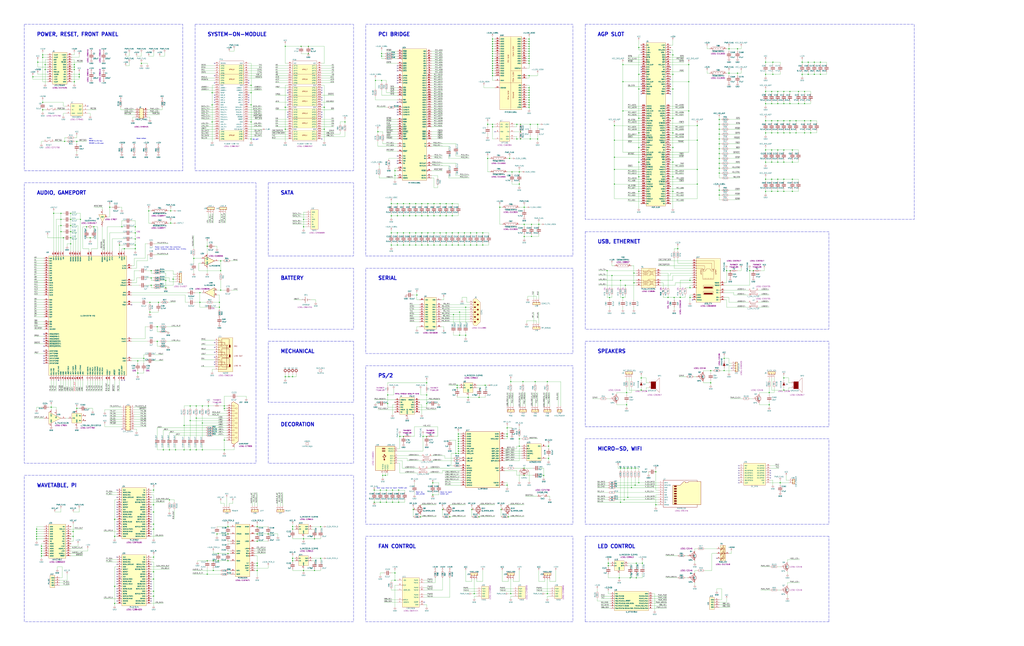
<source format=kicad_sch>
(kicad_sch (version 20250114) (generator "eeschema") (generator_version "9.0")
  (paper "User" 1066.8 672.998)
  (title_block (title "ITX-Llama v1") (date "2023-09-14") (rev "E"))
  (lib_symbols
    (symbol "Connector_Generic:Conn_01x02" (pin_names (offset 1.016) (hide yes))
      (property "Reference" "J" (at 0 2.54 0))
      (property "Value" "Conn_01x02" (at 0 -5.08 0))
      (symbol "Conn_01x02_1_1"
        (pin passive line (at -5.08 0 0) (length 3.81) (name "Pin_1") (number "1"))
        (pin passive line (at -5.08 -2.54 0) (length 3.81) (name "Pin_2") (number "2"))
      )
    )
    (symbol "Connector_Generic:Conn_01x03" (pin_names (offset 1.016) (hide yes))
      (property "Reference" "J" (at 0 5.08 0))
      (property "Value" "Conn_01x03" (at 0 -5.08 0))
      (symbol "Conn_01x03_1_1"
        (pin passive line (at -5.08 2.54 0) (length 3.81) (name "Pin_1") (number "1"))
        (pin passive line (at -5.08 0 0) (length 3.81) (name "Pin_2") (number "2"))
        (pin passive line (at -5.08 -2.54 0) (length 3.81) (name "Pin_3") (number "3"))
      )
    )
    (symbol "Connector_Generic:Conn_01x04" (pin_names (offset 1.016) (hide yes))
      (property "Reference" "J" (at 0 5.08 0))
      (property "Value" "Conn_01x04" (at 0 -7.62 0))
      (symbol "Conn_01x04_1_1"
        (pin passive line (at -5.08 2.54 0) (length 3.81) (name "Pin_1") (number "1"))
        (pin passive line (at -5.08 0 0) (length 3.81) (name "Pin_2") (number "2"))
        (pin passive line (at -5.08 -2.54 0) (length 3.81) (name "Pin_3") (number "3"))
        (pin passive line (at -5.08 -5.08 0) (length 3.81) (name "Pin_4") (number "4"))
      )
    )
    (symbol "Connector_Generic:Conn_02x04_Counter_Clockwise" (pin_names (offset 1.016) (hide yes))
      (property "Reference" "J" (at 1.27 5.08 0))
      (property "Value" "Conn_02x04_Counter_Clockwise" (at 1.27 -7.62 0))
      (symbol "Conn_02x04_Counter_Clockwise_1_1"
        (pin passive line (at -5.08 2.54 0) (length 3.81) (name "Pin_1") (number "1"))
        (pin passive line (at -5.08 0 0) (length 3.81) (name "Pin_2") (number "2"))
        (pin passive line (at -5.08 -2.54 0) (length 3.81) (name "Pin_3") (number "3"))
        (pin passive line (at -5.08 -5.08 0) (length 3.81) (name "Pin_4") (number "4"))
        (pin passive line (at 7.62 2.54 180) (length 3.81) (name "Pin_8") (number "8"))
        (pin passive line (at 7.62 0 180) (length 3.81) (name "Pin_7") (number "7"))
        (pin passive line (at 7.62 -2.54 180) (length 3.81) (name "Pin_6") (number "6"))
        (pin passive line (at 7.62 -5.08 180) (length 3.81) (name "Pin_5") (number "5"))
      )
    )
    (symbol "Connector_Generic:Conn_02x10_Odd_Even" (pin_names (offset 1.016) (hide yes))
      (property "Reference" "J" (at 1.27 12.7 0))
      (property "Value" "Conn_02x10_Odd_Even" (at 1.27 -15.24 0))
      (symbol "Conn_02x10_Odd_Even_1_1"
        (pin passive line (at -5.08 10.16 0) (length 3.81) (name "Pin_1") (number "1"))
        (pin passive line (at -5.08 7.62 0) (length 3.81) (name "Pin_3") (number "3"))
        (pin passive line (at -5.08 5.08 0) (length 3.81) (name "Pin_5") (number "5"))
        (pin passive line (at -5.08 2.54 0) (length 3.81) (name "Pin_7") (number "7"))
        (pin passive line (at -5.08 0 0) (length 3.81) (name "Pin_9") (number "9"))
        (pin passive line (at -5.08 -2.54 0) (length 3.81) (name "Pin_11") (number "11"))
        (pin passive line (at -5.08 -5.08 0) (length 3.81) (name "Pin_13") (number "13"))
        (pin passive line (at -5.08 -7.62 0) (length 3.81) (name "Pin_15") (number "15"))
        (pin passive line (at -5.08 -10.16 0) (length 3.81) (name "Pin_17") (number "17"))
        (pin passive line (at -5.08 -12.7 0) (length 3.81) (name "Pin_19") (number "19"))
        (pin passive line (at 7.62 10.16 180) (length 3.81) (name "Pin_2") (number "2"))
        (pin passive line (at 7.62 7.62 180) (length 3.81) (name "Pin_4") (number "4"))
        (pin passive line (at 7.62 5.08 180) (length 3.81) (name "Pin_6") (number "6"))
        (pin passive line (at 7.62 2.54 180) (length 3.81) (name "Pin_8") (number "8"))
        (pin passive line (at 7.62 0 180) (length 3.81) (name "Pin_10") (number "10"))
        (pin passive line (at 7.62 -2.54 180) (length 3.81) (name "Pin_12") (number "12"))
        (pin passive line (at 7.62 -5.08 180) (length 3.81) (name "Pin_14") (number "14"))
        (pin passive line (at 7.62 -7.62 180) (length 3.81) (name "Pin_16") (number "16"))
        (pin passive line (at 7.62 -10.16 180) (length 3.81) (name "Pin_18") (number "18"))
        (pin passive line (at 7.62 -12.7 180) (length 3.81) (name "Pin_20") (number "20"))
      )
    )
    (symbol "P_SOM-128-EX_1" (pin_names (offset 1.016))
      (property "Reference" "P" (at -11.43 43.18 0))
      (property "Value" "P_SOM-128-EX" (at 0 -43.18 0))
      (symbol "P_SOM-128-EX_1_1_0"
        (text "GPIO_0" (at 0 33.02 0) (effects (font (size 1.016 1.016) (italic yes))))
        (text "GPIO_9" (at 0 22.86 0) (effects (font (size 1.016 1.016) (italic yes))))
        (text "GPIO_8" (at 0 -35.56 0) (effects (font (size 1.016 1.016) (italic yes))))
      )
      (symbol "P_SOM-128-EX_1_1_1"
        (pin passive line (at -17.78 39.37 0) (length 5.08) (name "RSTDRV") (number "A1"))
        (pin passive line (at -17.78 36.83 0) (length 5.08) (name "GP00") (number "A3"))
        (pin passive line (at -17.78 34.29 0) (length 5.08) (name "GP02") (number "A5"))
        (pin passive line (at -17.78 31.75 0) (length 5.08) (name "GP04") (number "A7"))
        (pin passive line (at -17.78 29.21 0) (length 5.08) (name "GP06") (number "A9"))
        (pin passive line (at -17.78 26.67 0) (length 5.08) (name "GP90") (number "A11"))
        (pin passive line (at -17.78 24.13 0) (length 5.08) (name "GP92") (number "A13"))
        (pin passive line (at -17.78 21.59 0) (length 5.08) (name "GP94") (number "A15"))
        (pin passive line (at -17.78 19.05 0) (length 5.08) (name "GP96") (number "A17"))
        (pin passive line (at -17.78 16.51 0) (length 5.08) (name "GND") (number "A19"))
        (pin passive line (at -17.78 13.97 0) (length 5.08) (name "USBD1-") (number "A21"))
        (pin passive line (at -17.78 11.43 0) (length 5.08) (name "USBD1+") (number "A23"))
        (pin passive line (at -17.78 8.89 0) (length 5.08) (name "AGND") (number "A25"))
        (pin passive line (at -17.78 6.35 0) (length 5.08) (name "ADC_0") (number "A27"))
        (pin passive line (at -17.78 3.81 0) (length 5.08) (name "ADC_2") (number "A29"))
        (pin passive line (at -17.78 1.27 0) (length 5.08) (name "ADC_4") (number "A31"))
        (pin passive line (at -17.78 -1.27 0) (length 5.08) (name "ADC_6") (number "A33"))
        (pin passive line (at -17.78 -3.81 0) (length 5.08) (name "GND") (number "A35"))
        (pin passive line (at -17.78 -6.35 0) (length 5.08) (name "SATA_TX-") (number "A37"))
        (pin passive line (at -17.78 -8.89 0) (length 5.08) (name "SATA_TX+") (number "A39"))
        (pin passive line (at -17.78 -11.43 0) (length 5.08) (name "PE0_TX-") (number "A41"))
        (pin passive line (at -17.78 -13.97 0) (length 5.08) (name "PE0_TX+") (number "A43"))
        (pin passive line (at -17.78 -16.51 0) (length 5.08) (name "PE0_CLK-") (number "A45"))
        (pin passive line (at -17.78 -19.05 0) (length 5.08) (name "PE0_CLK+") (number "A47"))
        (pin passive line (at -17.78 -21.59 0) (length 5.08) (name "GND") (number "A49"))
        (pin passive line (at -17.78 -24.13 0) (length 5.08) (name "LAN_TX-") (number "A51"))
        (pin passive line (at -17.78 -26.67 0) (length 5.08) (name "LAN_TX+") (number "A53"))
        (pin passive line (at -17.78 -29.21 0) (length 5.08) (name "VBATT") (number "A55"))
        (pin passive line (at -17.78 -31.75 0) (length 5.08) (name "GP80") (number "A57"))
        (pin passive line (at -17.78 -34.29 0) (length 5.08) (name "GP82") (number "A59"))
        (pin passive line (at -17.78 -36.83 0) (length 5.08) (name "GP84") (number "A61"))
        (pin passive line (at -17.78 -39.37 0) (length 5.08) (name "GP86") (number "A63"))
        (pin passive line (at 17.78 39.37 180) (length 5.08) (name "GND") (number "A2"))
        (pin passive line (at 17.78 36.83 180) (length 5.08) (name "GP01") (number "A4"))
        (pin passive line (at 17.78 34.29 180) (length 5.08) (name "GP03") (number "A6"))
        (pin passive line (at 17.78 31.75 180) (length 5.08) (name "GP05") (number "A8"))
        (pin passive line (at 17.78 29.21 180) (length 5.08) (name "GP07") (number "A10"))
        (pin passive line (at 17.78 26.67 180) (length 5.08) (name "GP91") (number "A12"))
        (pin passive line (at 17.78 24.13 180) (length 5.08) (name "GP93") (number "A14"))
        (pin passive line (at 17.78 21.59 180) (length 5.08) (name "GP95") (number "A16"))
        (pin passive line (at 17.78 19.05 180) (length 5.08) (name "GP97") (number "A18"))
        (pin passive line (at 17.78 16.51 180) (length 5.08) (name "GND") (number "A20"))
        (pin passive line (at 17.78 13.97 180) (length 5.08) (name "USBD2-") (number "A22"))
        (pin passive line (at 17.78 11.43 180) (length 5.08) (name "USBD2+") (number "A24"))
        (pin passive line (at 17.78 8.89 180) (length 5.08) (name "AGND") (number "A26"))
        (pin passive line (at 17.78 6.35 180) (length 5.08) (name "ADC_1") (number "A28"))
        (pin passive line (at 17.78 3.81 180) (length 5.08) (name "ADC_3") (number "A30"))
        (pin passive line (at 17.78 1.27 180) (length 5.08) (name "ADC_5") (number "A32"))
        (pin passive line (at 17.78 -1.27 180) (length 5.08) (name "ADC_7") (number "A34"))
        (pin passive line (at 17.78 -3.81 180) (length 5.08) (name "GND") (number "A36"))
        (pin passive line (at 17.78 -6.35 180) (length 5.08) (name "SATA_RX-") (number "A38"))
        (pin passive line (at 17.78 -8.89 180) (length 5.08) (name "SATA_RX+") (number "A40"))
        (pin passive line (at 17.78 -11.43 180) (length 5.08) (name "PE0_RX-") (number "A42"))
        (pin passive line (at 17.78 -13.97 180) (length 5.08) (name "PE0_RX+") (number "A44"))
        (pin passive line (at 17.78 -16.51 180) (length 5.08) (name "~{PCIRST}") (number "A46"))
        (pin passive line (at 17.78 -19.05 180) (length 5.08) (name "~{RESET}") (number "A48"))
        (pin passive line (at 17.78 -21.59 180) (length 5.08) (name "GND") (number "A50"))
        (pin passive line (at 17.78 -24.13 180) (length 5.08) (name "LAN_RX-") (number "A52"))
        (pin passive line (at 17.78 -26.67 180) (length 5.08) (name "LAN_RX+") (number "A54"))
        (pin passive line (at 17.78 -29.21 180) (length 5.08) (name "VCC1.8_OUT") (number "A56"))
        (pin passive line (at 17.78 -31.75 180) (length 5.08) (name "GP81") (number "A58"))
        (pin passive line (at 17.78 -34.29 180) (length 5.08) (name "GP83") (number "A60"))
        (pin passive line (at 17.78 -36.83 180) (length 5.08) (name "GP85") (number "A62"))
        (pin passive line (at 17.78 -39.37 180) (length 5.08) (name "GP87") (number "A64"))
      )
      (symbol "P_SOM-128-EX_1_2_0"
        (text "GPIO_7" (at 0 33.02 0) (effects (font (size 1.016 1.016) (italic yes))))
      )
      (symbol "P_SOM-128-EX_1_2_1"
        (text "GPIO_6" (at 0 22.86 0) (effects (font (size 1.016 1.016) (italic yes))))
        (text "GPIO_5" (at 0 10.16 0) (effects (font (size 1.016 1.016) (italic yes))))
        (text "GPIO_4" (at 0 0 0) (effects (font (size 1.016 1.016) (italic yes))))
        (text "GPIO_3" (at 0 -12.7 0) (effects (font (size 1.016 1.016) (italic yes))))
        (text "GPIO_2" (at 0 -22.86 0) (effects (font (size 1.016 1.016) (italic yes))))
        (text "GPIO_1" (at 0 -35.56 0) (effects (font (size 1.016 1.016) (italic yes))))
        (pin passive line (at -17.78 39.37 0) (length 5.08) (name "VCC") (number "B1"))
        (pin passive line (at -17.78 36.83 0) (length 5.08) (name "GP70") (number "B3"))
        (pin passive line (at -17.78 34.29 0) (length 5.08) (name "GP72") (number "B5"))
        (pin passive line (at -17.78 31.75 0) (length 5.08) (name "GP74") (number "B7"))
        (pin passive line (at -17.78 29.21 0) (length 5.08) (name "GP76") (number "B9"))
        (pin passive line (at -17.78 26.67 0) (length 5.08) (name "GP60") (number "B11"))
        (pin passive line (at -17.78 24.13 0) (length 5.08) (name "GP62") (number "B13"))
        (pin passive line (at -17.78 21.59 0) (length 5.08) (name "GP64") (number "B15"))
        (pin passive line (at -17.78 19.05 0) (length 5.08) (name "GP66") (number "B17"))
        (pin passive line (at -17.78 16.51 0) (length 5.08) (name "GND") (number "B19"))
        (pin passive line (at -17.78 13.97 0) (length 5.08) (name "GP50") (number "B21"))
        (pin passive line (at -17.78 11.43 0) (length 5.08) (name "GP52") (number "B23"))
        (pin passive line (at -17.78 8.89 0) (length 5.08) (name "GP54") (number "B25"))
        (pin passive line (at -17.78 6.35 0) (length 5.08) (name "GP56") (number "B27"))
        (pin passive line (at -17.78 3.81 0) (length 5.08) (name "GP40") (number "B29"))
        (pin passive line (at -17.78 1.27 0) (length 5.08) (name "GP42") (number "B31"))
        (pin passive line (at -17.78 -1.27 0) (length 5.08) (name "GP44") (number "B33"))
        (pin passive line (at -17.78 -3.81 0) (length 5.08) (name "GP46") (number "B35"))
        (pin passive line (at -17.78 -6.35 0) (length 5.08) (name "GND") (number "B37"))
        (pin passive line (at -17.78 -8.89 0) (length 5.08) (name "GP30") (number "B39"))
        (pin passive line (at -17.78 -11.43 0) (length 5.08) (name "GP32") (number "B41"))
        (pin passive line (at -17.78 -13.97 0) (length 5.08) (name "GP34") (number "B43"))
        (pin passive line (at -17.78 -16.51 0) (length 5.08) (name "GP36") (number "B45"))
        (pin passive line (at -17.78 -19.05 0) (length 5.08) (name "GP20") (number "B47"))
        (pin passive line (at -17.78 -21.59 0) (length 5.08) (name "GP22") (number "B49"))
        (pin passive line (at -17.78 -24.13 0) (length 5.08) (name "GP24") (number "B51"))
        (pin passive line (at -17.78 -26.67 0) (length 5.08) (name "GP26") (number "B53"))
        (pin passive line (at -17.78 -29.21 0) (length 5.08) (name "GND") (number "B55"))
        (pin passive line (at -17.78 -31.75 0) (length 5.08) (name "GP10") (number "B57"))
        (pin passive line (at -17.78 -34.29 0) (length 5.08) (name "GP12") (number "B59"))
        (pin passive line (at -17.78 -36.83 0) (length 5.08) (name "GP14") (number "B61"))
        (pin passive line (at -17.78 -39.37 0) (length 5.08) (name "GP16") (number "B63"))
        (pin passive line (at 17.78 39.37 180) (length 5.08) (name "VCC") (number "B2"))
        (pin passive line (at 17.78 36.83 180) (length 5.08) (name "GP71") (number "B4"))
        (pin passive line (at 17.78 34.29 180) (length 5.08) (name "GP73") (number "B6"))
        (pin passive line (at 17.78 31.75 180) (length 5.08) (name "GP75") (number "B8"))
        (pin passive line (at 17.78 29.21 180) (length 5.08) (name "GP77") (number "B10"))
        (pin passive line (at 17.78 26.67 180) (length 5.08) (name "GP61") (number "B12"))
        (pin passive line (at 17.78 24.13 180) (length 5.08) (name "GP63") (number "B14"))
        (pin passive line (at 17.78 21.59 180) (length 5.08) (name "GP65") (number "B16"))
        (pin passive line (at 17.78 19.05 180) (length 5.08) (name "GP67") (number "B18"))
        (pin passive line (at 17.78 16.51 180) (length 5.08) (name "GND") (number "B20"))
        (pin passive line (at 17.78 13.97 180) (length 5.08) (name "GP51") (number "B22"))
        (pin passive line (at 17.78 11.43 180) (length 5.08) (name "GP53") (number "B24"))
        (pin passive line (at 17.78 8.89 180) (length 5.08) (name "GP55") (number "B26"))
        (pin passive line (at 17.78 6.35 180) (length 5.08) (name "GP57") (number "B28"))
        (pin passive line (at 17.78 3.81 180) (length 5.08) (name "GP41") (number "B30"))
        (pin passive line (at 17.78 1.27 180) (length 5.08) (name "GP43") (number "B32"))
        (pin passive line (at 17.78 -1.27 180) (length 5.08) (name "GP45") (number "B34"))
        (pin passive line (at 17.78 -3.81 180) (length 5.08) (name "GP47") (number "B36"))
        (pin passive line (at 17.78 -6.35 180) (length 5.08) (name "GND") (number "B38"))
        (pin passive line (at 17.78 -8.89 180) (length 5.08) (name "GP31") (number "B40"))
        (pin passive line (at 17.78 -11.43 180) (length 5.08) (name "GP33") (number "B42"))
        (pin passive line (at 17.78 -13.97 180) (length 5.08) (name "GP35") (number "B44"))
        (pin passive line (at 17.78 -16.51 180) (length 5.08) (name "GP37") (number "B46"))
        (pin passive line (at 17.78 -19.05 180) (length 5.08) (name "GP21") (number "B48"))
        (pin passive line (at 17.78 -21.59 180) (length 5.08) (name "GP23") (number "B50"))
        (pin passive line (at 17.78 -24.13 180) (length 5.08) (name "GP25") (number "B52"))
        (pin passive line (at 17.78 -26.67 180) (length 5.08) (name "GP27") (number "B54"))
        (pin passive line (at 17.78 -29.21 180) (length 5.08) (name "GND") (number "B56"))
        (pin passive line (at 17.78 -31.75 180) (length 5.08) (name "GP11") (number "B58"))
        (pin passive line (at 17.78 -34.29 180) (length 5.08) (name "GP13") (number "B60"))
        (pin passive line (at 17.78 -36.83 180) (length 5.08) (name "GP15") (number "B62"))
        (pin passive line (at 17.78 -39.37 180) (length 5.08) (name "GP17") (number "B64"))
      )
    )
    (symbol "Switch:SW_SPST" (pin_names (offset 0) (hide yes))
      (property "Reference" "SW" (at 0 3.175 0))
      (property "Value" "SW_SPST" (at 0 -2.54 0))
      (symbol "SW_SPST_1_1"
        (pin passive line (at -5.08 0 0) (length 2.54) (name "A") (number "1"))
        (pin passive line (at 5.08 0 180) (length 2.54) (name "B") (number "2"))
      )
    )
    (symbol "U_PI7C9X118SL_1"
      (property "Reference" "U" (at -12.7 69.85 0))
      (property "Value" "PI7C9X118SL" (at 0 -69.85 0))
      (symbol "U_PI7C9X118SL_1_1_1"
        (pin input inverted (at -17.78 66.04 0) (length 5.08) (name "~{REQ0}") (number "31"))
        (pin input inverted (at -17.78 63.5 0) (length 5.08) (name "~{REQ1}") (number "32"))
        (pin input inverted (at -17.78 60.96 0) (length 5.08) (name "~{REQ2}") (number "34"))
        (pin input inverted (at -17.78 58.42 0) (length 5.08) (name "~{REQ3}") (number "33"))
        (pin output inverted (at -17.78 53.34 0) (length 5.08) (name "~{GNT0}") (number "37"))
        (pin output inverted (at -17.78 50.8 0) (length 5.08) (name "~{GNT1}") (number "40"))
        (pin output inverted (at -17.78 48.26 0) (length 5.08) (name "~{GNT2}") (number "39"))
        (pin output inverted (at -17.78 45.72 0) (length 5.08) (name "~{GNT3}") (number "41"))
        (pin bidirectional line (at -17.78 40.64 0) (length 5.08) (name "GPIO0") (number "52"))
        (pin bidirectional line (at -17.78 38.1 0) (length 5.08) (name "GPIO1") (number "51"))
        (pin bidirectional line (at -17.78 35.56 0) (length 5.08) (name "GPIO2") (number "48"))
        (pin bidirectional line (at -17.78 33.02 0) (length 5.08) (name "GPIO3") (number "47"))
        (pin input inverted (at -17.78 27.94 0) (length 5.08) (name "~{INTA}") (number "36"))
        (pin input inverted (at -17.78 25.4 0) (length 5.08) (name "~{INTB}") (number "43"))
        (pin input inverted (at -17.78 22.86 0) (length 5.08) (name "~{INTC}") (number "57"))
        (pin input inverted (at -17.78 20.32 0) (length 5.08) (name "~{INTD}") (number "60"))
        (pin input inverted (at -17.78 15.24 0) (length 5.08) (name "~{PME}") (number "1"))
        (pin output inverted (at -17.78 12.7 0) (length 5.08) (name "~{WAKE}") (number "4"))
        (pin output line (at -17.78 7.62 0) (length 5.08) (name "CLKOUT0") (number "59"))
        (pin output line (at -17.78 5.08 0) (length 5.08) (name "CLKOUT1") (number "56"))
        (pin output line (at -17.78 2.54 0) (length 5.08) (name "CLKOUT2") (number "54"))
        (pin output line (at -17.78 0 0) (length 5.08) (name "CLKOUT3") (number "49"))
        (pin input inverted (at -17.78 -5.08 0) (length 5.08) (name "~{SERR}") (number "61"))
        (pin input inverted (at -17.78 -7.62 0) (length 5.08) (name "~{PERR}") (number "92"))
        (pin output line (at -17.78 -10.16 0) (length 5.08) (name "PAR") (number "94"))
        (pin output inverted (at -17.78 -12.7 0) (length 5.08) (name "~{LOCK}") (number "93"))
        (pin input inverted (at -17.78 -15.24 0) (length 5.08) (name "~{STOP}") (number "96"))
        (pin input inverted (at -17.78 -17.78 0) (length 5.08) (name "~{DEVSEL}") (number "98"))
        (pin input inverted (at -17.78 -20.32 0) (length 5.08) (name "~{TRDY}") (number "100"))
        (pin output inverted (at -17.78 -22.86 0) (length 5.08) (name "~{IRDY}") (number "97"))
        (pin output inverted (at -17.78 -25.4 0) (length 5.08) (name "~{FRAME}") (number "63"))
        (pin bidirectional line (at -17.78 -30.48 0) (length 5.08) (name "SCL") (number "3"))
        (pin bidirectional line (at -17.78 -33.02 0) (length 5.08) (name "SDA") (number "5"))
        (pin output inverted (at -17.78 -38.1 0) (length 5.08) (name "~{RESET}") (number "46"))
        (pin input line (at -17.78 -43.18 0) (length 5.08) (name "TCK") (number "26"))
        (pin input line (at -17.78 -45.72 0) (length 5.08) (name "TMS") (number "24"))
        (pin output line (at -17.78 -48.26 0) (length 5.08) (name "TDO") (number "27"))
        (pin input line (at -17.78 -50.8 0) (length 5.08) (name "TDI") (number "28"))
        (pin input line (at -17.78 -55.88 0) (length 5.08) (name "TM0") (number "128"))
        (pin input line (at -17.78 -58.42 0) (length 5.08) (name "TM1") (number "23"))
        (pin input line (at -17.78 -63.5 0) (length 5.08) (name "CLKIN") (number "44"))
        (pin input line (at -17.78 -66.04 0) (length 5.08) (name "M66EN") (number "102"))
        (pin bidirectional line (at 17.78 66.04 180) (length 5.08) (name "AD0") (number "64"))
        (pin bidirectional line (at 17.78 63.5 180) (length 5.08) (name "AD1") (number "67"))
        (pin bidirectional line (at 17.78 60.96 180) (length 5.08) (name "AD2") (number "69"))
        (pin bidirectional line (at 17.78 58.42 180) (length 5.08) (name "AD3") (number "68"))
        (pin bidirectional line (at 17.78 55.88 180) (length 5.08) (name "AD4") (number "70"))
        (pin bidirectional line (at 17.78 53.34 180) (length 5.08) (name "AD5") (number "71"))
        (pin bidirectional line (at 17.78 50.8 180) (length 5.08) (name "AD6") (number "74"))
        (pin bidirectional line (at 17.78 48.26 180) (length 5.08) (name "AD7") (number "75"))
        (pin bidirectional line (at 17.78 45.72 180) (length 5.08) (name "AD8") (number "78"))
        (pin bidirectional line (at 17.78 43.18 180) (length 5.08) (name "AD9") (number "79"))
        (pin bidirectional line (at 17.78 40.64 180) (length 5.08) (name "AD10") (number "80"))
        (pin bidirectional line (at 17.78 38.1 180) (length 5.08) (name "AD11") (number "83"))
        (pin bidirectional line (at 17.78 35.56 180) (length 5.08) (name "AD12") (number "85"))
        (pin bidirectional line (at 17.78 33.02 180) (length 5.08) (name "AD13") (number "86"))
        (pin bidirectional line (at 17.78 30.48 180) (length 5.08) (name "AD14") (number "88"))
        (pin bidirectional line (at 17.78 27.94 180) (length 5.08) (name "AD15") (number "90"))
        (pin bidirectional line (at 17.78 25.4 180) (length 5.08) (name "AD16") (number "104"))
        (pin bidirectional line (at 17.78 22.86 180) (length 5.08) (name "AD17") (number "103"))
        (pin bidirectional line (at 17.78 20.32 180) (length 5.08) (name "AD18") (number "106"))
        (pin bidirectional line (at 17.78 17.78 180) (length 5.08) (name "AD19") (number "108"))
        (pin bidirectional line (at 17.78 15.24 180) (length 5.08) (name "AD20") (number "109"))
        (pin bidirectional line (at 17.78 12.7 180) (length 5.08) (name "AD21") (number "110"))
        (pin bidirectional line (at 17.78 10.16 180) (length 5.08) (name "AD22") (number "111"))
        (pin bidirectional line (at 17.78 7.62 180) (length 5.08) (name "AD23") (number "113"))
        (pin bidirectional line (at 17.78 5.08 180) (length 5.08) (name "AD24") (number "117"))
        (pin bidirectional line (at 17.78 2.54 180) (length 5.08) (name "AD25") (number "119"))
        (pin bidirectional line (at 17.78 0 180) (length 5.08) (name "AD26") (number "120"))
        (pin bidirectional line (at 17.78 -2.54 180) (length 5.08) (name "AD27") (number "122"))
        (pin bidirectional line (at 17.78 -5.08 180) (length 5.08) (name "AD28") (number "121"))
        (pin bidirectional line (at 17.78 -7.62 180) (length 5.08) (name "AD29") (number "124"))
        (pin bidirectional line (at 17.78 -10.16 180) (length 5.08) (name "AD30") (number "126"))
        (pin bidirectional line (at 17.78 -12.7 180) (length 5.08) (name "AD31") (number "125"))
        (pin bidirectional line (at 17.78 -17.78 180) (length 5.08) (name "~{CBE0}") (number "76"))
        (pin bidirectional line (at 17.78 -20.32 180) (length 5.08) (name "~{CBE1}") (number "89"))
        (pin bidirectional line (at 17.78 -22.86 180) (length 5.08) (name "~{CBE2}") (number "99"))
        (pin bidirectional line (at 17.78 -25.4 180) (length 5.08) (name "~{CBE3}") (number "116"))
        (pin output line (at 17.78 -30.48 180) (length 5.08) (name "TP") (number "17"))
        (pin output line (at 17.78 -33.02 180) (length 5.08) (name "TN") (number "16"))
        (pin input line (at 17.78 -43.18 180) (length 5.08) (name "RP") (number "21"))
        (pin input line (at 17.78 -45.72 180) (length 5.08) (name "RN") (number "20"))
        (pin input line (at 17.78 -50.8 180) (length 5.08) (name "REFCLKP") (number "13"))
        (pin input line (at 17.78 -53.34 180) (length 5.08) (name "REFCLKN") (number "12"))
        (pin input inverted (at 17.78 -58.42 180) (length 5.08) (name "~{PERST}") (number "29"))
        (pin input line (at 17.78 -63.5 180) (length 5.08) (name "REXTP") (number "8"))
        (pin input line (at 17.78 -66.04 180) (length 5.08) (name "REXTN") (number "9"))
      )
      (symbol "U_PI7C9X118SL_1_2_1"
        (text "PCI 3.3V" (at -2.54 15.24 900) (effects (font (size 1.27 1.27))))
        (text "PCIe 3.3V" (at -2.54 -22.86 900) (effects (font (size 1.27 1.27))))
        (text "Core 1.15V" (at 2.54 22.86 900) (effects (font (size 1.27 1.27))))
        (text "PCIe 1.15V" (at 2.54 -3.81 900) (effects (font (size 1.27 1.27))))
        (text "Ground" (at 2.54 -22.86 900) (effects (font (size 1.27 1.27))))
        (pin power_in line (at -16.51 35.56 0) (length 5.08) (name "VD33") (number "25"))
        (pin power_in line (at -16.51 33.02 0) (length 5.08) (name "VD33") (number "38"))
        (pin power_in line (at -16.51 30.48 0) (length 5.08) (name "VD33") (number "50"))
        (pin power_in line (at -16.51 27.94 0) (length 5.08) (name "VD33") (number "55"))
        (pin power_in line (at -16.51 25.4 0) (length 5.08) (name "VD33") (number "58"))
        (pin power_in line (at -16.51 22.86 0) (length 5.08) (name "VD33") (number "66"))
        (pin power_in line (at -16.51 20.32 0) (length 5.08) (name "VD33") (number "72"))
        (pin power_in line (at -16.51 17.78 0) (length 5.08) (name "VD33") (number "77"))
        (pin power_in line (at -16.51 15.24 0) (length 5.08) (name "VD33") (number "82"))
        (pin power_in line (at -16.51 12.7 0) (length 5.08) (name "VD33") (number "87"))
        (pin power_in line (at -16.51 10.16 0) (length 5.08) (name "VD33") (number "91"))
        (pin power_in line (at -16.51 7.62 0) (length 5.08) (name "VD33") (number "101"))
        (pin power_in line (at -16.51 5.08 0) (length 5.08) (name "VD33") (number "107"))
        (pin power_in line (at -16.51 2.54 0) (length 5.08) (name "VD33") (number "112"))
        (pin power_in line (at -16.51 0 0) (length 5.08) (name "VD33") (number "118"))
        (pin power_in line (at -16.51 -2.54 0) (length 5.08) (name "VD33") (number "123"))
        (pin power_in line (at -16.51 -7.62 0) (length 5.08) (name "VAUX") (number "2"))
        (pin power_in line (at -16.51 -15.24 0) (length 5.08) (name "VDDA33") (number "10"))
        (pin power_in line (at 16.51 35.56 180) (length 5.08) (name "VDDC") (number "30"))
        (pin power_in line (at 16.51 33.02 180) (length 5.08) (name "VDDC") (number "35"))
        (pin power_in line (at 16.51 30.48 180) (length 5.08) (name "VDDC") (number "45"))
        (pin power_in line (at 16.51 27.94 180) (length 5.08) (name "VDDC") (number "53"))
        (pin power_in line (at 16.51 25.4 180) (length 5.08) (name "VDDC") (number "62"))
        (pin power_in line (at 16.51 22.86 180) (length 5.08) (name "VDDC") (number "73"))
        (pin power_in line (at 16.51 20.32 180) (length 5.08) (name "VDDC") (number "81"))
        (pin power_in line (at 16.51 17.78 180) (length 5.08) (name "VDDC") (number "95"))
        (pin power_in line (at 16.51 15.24 180) (length 5.08) (name "VDDC") (number "105"))
        (pin power_in line (at 16.51 12.7 180) (length 5.08) (name "VDDC") (number "114"))
        (pin power_in line (at 16.51 10.16 180) (length 5.08) (name "VDDC") (number "127"))
        (pin power_in line (at 16.51 5.08 180) (length 5.08) (name "VDDCAUX") (number "7"))
        (pin power_in line (at 16.51 -2.54 180) (length 5.08) (name "VDDA") (number "15"))
        (pin power_in line (at 16.51 -5.08 180) (length 5.08) (name "VDDA") (number "18"))
        (pin power_in line (at 16.51 -12.7 180) (length 5.08) (name "VSS") (number "6"))
        (pin power_in line (at 16.51 -15.24 180) (length 5.08) (name "VSS") (number "11"))
        (pin power_in line (at 16.51 -17.78 180) (length 5.08) (name "VSS") (number "14"))
        (pin power_in line (at 16.51 -20.32 180) (length 5.08) (name "VSS") (number "19"))
        (pin power_in line (at 16.51 -22.86 180) (length 5.08) (name "VSS") (number "22"))
        (pin power_in line (at 16.51 -25.4 180) (length 5.08) (name "VSS") (number "42"))
        (pin power_in line (at 16.51 -27.94 180) (length 5.08) (name "VSS") (number "65"))
        (pin power_in line (at 16.51 -30.48 180) (length 5.08) (name "VSS") (number "84"))
        (pin power_in line (at 16.51 -33.02 180) (length 5.08) (name "VSS") (number "115"))
        (pin power_in line (at 16.51 -35.56 180) (length 5.08) (name "EPAD") (number "129"))
      )
    )
    (symbol "llama_shared:+1.15V" (power) (pin_names (offset 0))
      (property "Value" "+1.15V" (at 0 3.81 0))
      (symbol "+1.15V_1_1"
        (pin power_in line (at 0 0 90) (length 0) (hide yes) (name "+1.15V") (number "1"))
      )
    )
    (symbol "llama_shared:+1.15V_VDDA" (power) (pin_names (offset 0))
      (property "Value" "+1.15V_VDDA" (at 0 3.81 0))
      (symbol "+1.15V_VDDA_1_1"
        (pin power_in line (at 0 0 90) (length 0) (hide yes) (name "+1.15V_VDDA") (number "1"))
      )
    )
    (symbol "llama_shared:+1.15V_VDDC" (power) (pin_names (offset 0))
      (property "Value" "+1.15V_VDDC" (at 0 3.81 0))
      (symbol "+1.15V_VDDC_1_1"
        (pin power_in line (at 0 0 90) (length 0) (hide yes) (name "+1.15V_VDDC") (number "1"))
      )
    )
    (symbol "llama_shared:+1.8V" (power) (pin_names (offset 0))
      (property "Value" "+1.8V" (at 0 3.81 0))
      (symbol "+1.8V_1_1"
        (pin power_in line (at 0 0 90) (length 0) (hide yes) (name "+1.8V") (number "1"))
      )
    )
    (symbol "llama_shared:+12V" (power) (pin_names (offset 0))
      (property "Value" "+12V" (at 0 3.81 0))
      (symbol "+12V_1_1"
        (pin power_in line (at 0 0 90) (length 2.54) (hide yes) (name "+12V") (number "1"))
      )
    )
    (symbol "llama_shared:+3.3V" (power) (pin_names (offset 0))
      (property "Value" "+3.3V" (at 0 3.81 0))
      (symbol "+3.3V_1_1"
        (pin power_in line (at 0 0 90) (length 0) (hide yes) (name "+3.3V") (number "1"))
      )
    )
    (symbol "llama_shared:+3.3VSB" (power) (pin_names (offset 0))
      (property "Value" "+3.3VSB" (at 0 3.81 0))
      (symbol "+3.3VSB_1_1"
        (pin power_in line (at 0 0 90) (length 0) (hide yes) (name "+3.3VSB") (number "1"))
      )
    )
    (symbol "llama_shared:+3.3V_118SL" (power) (pin_names (offset 0))
      (property "Value" "+3.3V_118SL" (at 0 3.81 0))
      (symbol "+3.3V_118SL_1_1"
        (pin power_in line (at 0 0 90) (length 0) (hide yes) (name "+3.3V_118SL") (number "1"))
      )
    )
    (symbol "llama_shared:+3.3V_PCM_A" (power) (pin_names (offset 0))
      (property "Value" "+3.3V_PCM_A" (at 0 3.81 0))
      (symbol "+3.3V_PCM_A_1_1"
        (pin power_in line (at 0 0 90) (length 0) (hide yes) (name "+3.3V_PCM_A") (number "1"))
      )
    )
    (symbol "llama_shared:+3.3V_PCM_D" (power) (pin_names (offset 0))
      (property "Value" "+3.3V_PCM_D" (at 0 3.81 0))
      (symbol "+3.3V_PCM_D_1_1"
        (pin power_in line (at 0 0 90) (length 0) (hide yes) (name "+3.3V_PCM_D") (number "1"))
      )
    )
    (symbol "llama_shared:+3.3V_VDDA" (power) (pin_names (offset 0))
      (property "Value" "+3.3V_VDDA" (at 0 3.81 0))
      (symbol "+3.3V_VDDA_1_1"
        (pin power_in line (at 0 0 90) (length 0) (hide yes) (name "+3.3V_VDDA") (number "1"))
      )
    )
    (symbol "llama_shared:+5VA" (power) (pin_names (offset 0))
      (property "Value" "+5VA" (at 0 3.81 0))
      (symbol "+5VA_1_1"
        (pin power_in line (at 0 0 90) (length 0) (hide yes) (name "+5VA") (number "1"))
      )
    )
    (symbol "llama_shared:+5VFILT" (power) (pin_names (offset 0))
      (property "Value" "+5VFILT" (at 0 3.81 0))
      (symbol "+5VFILT_1_1"
        (pin power_in line (at 0 0 90) (length 0) (hide yes) (name "+5VFILT") (number "1"))
      )
    )
    (symbol "llama_shared:+5VSB" (power) (pin_names (offset 0))
      (property "Value" "+5VSB" (at 0 3.81 0))
      (symbol "+5VSB_1_1"
        (pin power_in line (at 0 0 90) (length 0) (hide yes) (name "+5VSB") (number "1"))
      )
    )
    (symbol "llama_shared:-12V" (power) (pin_names (offset 0))
      (property "Value" "-12V" (at 0 3.81 0))
      (symbol "-12V_1_1"
        (pin power_in line (at 0 0 90) (length 2.54) (hide yes) (name "-12V") (number "1"))
      )
    )
    (symbol "llama_shared:AGND" (power) (pin_names (offset 0))
      (property "Value" "AGND" (at 0 -3.81 0))
      (symbol "AGND_1_1"
        (pin power_in line (at 0 0 270) (length 0) (hide yes) (name "GND") (number "1"))
      )
    )
    (symbol "llama_shared:C" (pin_numbers (hide yes)) (pin_names (offset 1.016))
      (property "Reference" "C" (at 2.54 -1.27 0))
      (property "Value" "C" (at 2.54 1.27 0))
      (symbol "C_1_1"
        (pin passive line (at 0 3.81 270) (length 2.794) (name "~") (number "1"))
        (pin passive line (at 0 -3.81 90) (length 2.794) (name "~") (number "2"))
      )
    )
    (symbol "llama_shared:D" (pin_numbers (hide yes)) (pin_names (offset 1.016) (hide yes))
      (property "Reference" "D" (at 0 2.54 0))
      (property "Value" "D" (at 0 -2.54 0))
      (symbol "D_1_1"
        (pin passive line (at -3.81 0 0) (length 2.54) (name "K") (number "1"))
        (pin passive line (at 3.81 0 180) (length 2.54) (name "A") (number "2"))
      )
    )
    (symbol "llama_shared:D_LED_RAGB" (pin_names (offset 0) (hide yes))
      (property "Reference" "D" (at 0 9.398 0))
      (property "Value" "U_LED_RAGB" (at 0 -8.89 0))
      (symbol "D_LED_RAGB_0_0"
        (text "R" (at -1.905 3.81 0) (effects (font (size 1.27 1.27))))
        (text "G" (at -1.905 -1.27 0) (effects (font (size 1.27 1.27))))
        (text "B" (at -1.905 -6.35 0) (effects (font (size 1.27 1.27))))
      )
      (symbol "D_LED_RAGB_1_1"
        (pin passive line (at -6.35 5.08 0) (length 3.81) (name "RK") (number "1"))
        (pin passive line (at -6.35 0 0) (length 3.81) (name "GK") (number "3"))
        (pin passive line (at -6.35 -5.08 0) (length 3.81) (name "BK") (number "4"))
        (pin passive line (at 6.35 0 180) (length 3.81) (name "A") (number "2"))
      )
    )
    (symbol "llama_shared:F" (pin_numbers (hide yes)) (pin_names (offset 1.016) (hide yes))
      (property "Reference" "F" (at 0 2.54 0))
      (property "Value" "F" (at 0 -2.54 0))
      (symbol "F_1_1"
        (pin passive line (at -3.81 0 0) (length 2.54) (name "~") (number "1"))
        (pin passive line (at 3.81 0 180) (length 2.54) (name "~") (number "2"))
      )
    )
    (symbol "llama_shared:FB" (pin_names (offset 1.016) (hide yes))
      (property "Reference" "FB" (at 0 3.81 0))
      (property "Value" "FB" (at 0 -2.54 0))
      (symbol "FB_1_1"
        (pin passive line (at -8.89 0 0) (length 3.81) (name "1") (number "1"))
        (pin passive line (at 8.89 0 180) (length 3.81) (name "2") (number "2"))
      )
    )
    (symbol "llama_shared:GND" (power) (pin_names (offset 0))
      (property "Value" "GND" (at 0 -3.81 0))
      (symbol "GND_1_1"
        (pin power_in line (at 0 0 270) (length 0) (hide yes) (name "GND") (number "1"))
      )
    )
    (symbol "llama_shared:H_HOLE" (pin_numbers (hide yes)) (pin_names (offset 1.016) (hide yes))
      (property "Reference" "H" (at 0 2.54 0))
      (property "Value" "H_HOLE" (at 0 -8.89 0))
      (symbol "H_HOLE_1_1"
        (pin passive line (at 0 -3.81 90) (length 2.54) (name "1") (number "1"))
      )
    )
    (symbol "llama_shared:J_AGP_3.3V"
      (property "Reference" "J" (at -10.16 86.36 0))
      (property "Value" "J_AGP_3.3V" (at 0 -86.36 0))
      (symbol "J_AGP_3.3V_1_1"
        (pin no_connect line (at -15.24 82.55 0) (length 5.08) (name "NC") (number "B1"))
        (pin power_in line (at -15.24 80.01 0) (length 5.08) (name "+5V") (number "B2"))
        (pin power_in line (at -15.24 77.47 0) (length 5.08) (name "+5V") (number "B3"))
        (pin bidirectional line (at -15.24 74.93 0) (length 5.08) (name "USB+") (number "B4"))
        (pin power_in line (at -15.24 72.39 0) (length 5.08) (name "GND") (number "B5"))
        (pin input inverted (at -15.24 69.85 0) (length 5.08) (name "~{INTB}") (number "B6"))
        (pin input clock (at -15.24 67.31 0) (length 5.08) (name "CLK") (number "B7"))
        (pin output inverted (at -15.24 64.77 0) (length 5.08) (name "~{REQ}") (number "B8"))
        (pin power_in line (at -15.24 62.23 0) (length 5.08) (name "VCC_3.3V") (number "B9"))
        (pin output line (at -15.24 59.69 0) (length 5.08) (name "ST0") (number "B10"))
        (pin output line (at -15.24 57.15 0) (length 5.08) (name "ST2") (number "B11"))
        (pin input inverted (at -15.24 54.61 0) (length 5.08) (name "~{RBF}") (number "B12"))
        (pin power_in line (at -15.24 52.07 0) (length 5.08) (name "GND") (number "B13"))
        (pin no_connect line (at -15.24 49.53 0) (length 5.08) (name "NC") (number "B14"))
        (pin input line (at -15.24 46.99 0) (length 5.08) (name "SBA0") (number "B15"))
        (pin power_in line (at -15.24 44.45 0) (length 5.08) (name "VCC_3.3V") (number "B16"))
        (pin input line (at -15.24 41.91 0) (length 5.08) (name "SBA2") (number "B17"))
        (pin input line (at -15.24 39.37 0) (length 5.08) (name "SB_STB") (number "B18"))
        (pin power_in line (at -15.24 36.83 0) (length 5.08) (name "GND") (number "B19"))
        (pin input line (at -15.24 34.29 0) (length 5.08) (name "SBA4") (number "B20"))
        (pin input line (at -15.24 31.75 0) (length 5.08) (name "SBA6") (number "B21"))
        (pin bidirectional line (at -15.24 19.05 0) (length 5.08) (name "AD[31]") (number "B26"))
        (pin bidirectional line (at -15.24 16.51 0) (length 5.08) (name "AD[29]") (number "B27"))
        (pin power_in line (at -15.24 13.97 0) (length 5.08) (name "VCC_3.3V") (number "B28"))
        (pin bidirectional line (at -15.24 11.43 0) (length 5.08) (name "AD[27]") (number "B29"))
        (pin bidirectional line (at -15.24 8.89 0) (length 5.08) (name "AD[25]") (number "B30"))
        (pin power_in line (at -15.24 6.35 0) (length 5.08) (name "GND") (number "B31"))
        (pin bidirectional line (at -15.24 3.81 0) (length 5.08) (name "AD_STB1") (number "B32"))
        (pin bidirectional line (at -15.24 1.27 0) (length 5.08) (name "AD[23]") (number "B33"))
        (pin power_in line (at -15.24 -1.27 0) (length 5.08) (name "Vddq3.3") (number "B34"))
        (pin bidirectional line (at -15.24 -3.81 0) (length 5.08) (name "AD[21]") (number "B35"))
        (pin bidirectional line (at -15.24 -6.35 0) (length 5.08) (name "AD[19]") (number "B36"))
        (pin power_in line (at -15.24 -8.89 0) (length 5.08) (name "GND") (number "B37"))
        (pin bidirectional line (at -15.24 -11.43 0) (length 5.08) (name "AD[17]") (number "B38"))
        (pin bidirectional inverted (at -15.24 -13.97 0) (length 5.08) (name "~{C/BE[2]}") (number "B39"))
        (pin power_in line (at -15.24 -16.51 0) (length 5.08) (name "Vddq3.3") (number "B40"))
        (pin bidirectional inverted (at -15.24 -19.05 0) (length 5.08) (name "~{IRDY}") (number "B41"))
        (pin power_in line (at -15.24 -21.59 0) (length 5.08) (name "3.3Vaux") (number "B42"))
        (pin power_in line (at -15.24 -24.13 0) (length 5.08) (name "GND") (number "B43"))
        (pin no_connect line (at -15.24 -26.67 0) (length 5.08) (name "NC") (number "B44"))
        (pin power_in line (at -15.24 -29.21 0) (length 5.08) (name "VCC_3.3V") (number "B45"))
        (pin bidirectional inverted (at -15.24 -31.75 0) (length 5.08) (name "~{DEVSEL}") (number "B46"))
        (pin power_in line (at -15.24 -34.29 0) (length 5.08) (name "Vddq3.3") (number "B47"))
        (pin bidirectional inverted (at -15.24 -36.83 0) (length 5.08) (name "~{PERR}") (number "B48"))
        (pin power_in line (at -15.24 -39.37 0) (length 5.08) (name "GND") (number "B49"))
        (pin bidirectional inverted (at -15.24 -41.91 0) (length 5.08) (name "~{SERR}") (number "B50"))
        (pin bidirectional inverted (at -15.24 -44.45 0) (length 5.08) (name "~{C/BE[1]}") (number "B51"))
        (pin power_in line (at -15.24 -46.99 0) (length 5.08) (name "Vddq3.3") (number "B52"))
        (pin bidirectional line (at -15.24 -49.53 0) (length 5.08) (name "AD[14]") (number "B53"))
        (pin bidirectional line (at -15.24 -52.07 0) (length 5.08) (name "AD[12]") (number "B54"))
        (pin power_in line (at -15.24 -54.61 0) (length 5.08) (name "GND") (number "B55"))
        (pin bidirectional line (at -15.24 -57.15 0) (length 5.08) (name "AD[10]") (number "B56"))
        (pin bidirectional line (at -15.24 -59.69 0) (length 5.08) (name "AD[8]") (number "B57"))
        (pin power_in line (at -15.24 -62.23 0) (length 5.08) (name "Vddq3.3") (number "B58"))
        (pin bidirectional line (at -15.24 -64.77 0) (length 5.08) (name "AD_STB0") (number "B59"))
        (pin bidirectional line (at -15.24 -67.31 0) (length 5.08) (name "AD[7]") (number "B60"))
        (pin power_in line (at -15.24 -69.85 0) (length 5.08) (name "GND") (number "B61"))
        (pin bidirectional line (at -15.24 -72.39 0) (length 5.08) (name "AD[5]") (number "B62"))
        (pin bidirectional line (at -15.24 -74.93 0) (length 5.08) (name "AD[3]") (number "B63"))
        (pin power_in line (at -15.24 -77.47 0) (length 5.08) (name "Vddq3.3") (number "B64"))
        (pin bidirectional line (at -15.24 -80.01 0) (length 5.08) (name "AD[1]") (number "B65"))
        (pin no_connect line (at -15.24 -82.55 0) (length 5.08) (name "NC") (number "B66"))
        (pin power_in line (at 15.24 82.55 180) (length 5.08) (name "+12V") (number "A1"))
        (pin no_connect line (at 15.24 80.01 180) (length 5.08) (name "NC") (number "A2"))
        (pin power_in line (at 15.24 77.47 180) (length 5.08) (name "RES_GND") (number "A3"))
        (pin bidirectional line (at 15.24 74.93 180) (length 5.08) (name "USB-") (number "A4"))
        (pin power_in line (at 15.24 72.39 180) (length 5.08) (name "GND") (number "A5"))
        (pin input inverted (at 15.24 69.85 180) (length 5.08) (name "~{INTA}") (number "A6"))
        (pin input inverted (at 15.24 67.31 180) (length 5.08) (name "~{RST}") (number "A7"))
        (pin input inverted (at 15.24 64.77 180) (length 5.08) (name "~{GNT}") (number "A8"))
        (pin power_in line (at 15.24 62.23 180) (length 5.08) (name "VCC_3.3V") (number "A9"))
        (pin output line (at 15.24 59.69 180) (length 5.08) (name "ST1") (number "A10"))
        (pin no_connect line (at 15.24 57.15 180) (length 5.08) (name "NC") (number "A11"))
        (pin input inverted (at 15.24 54.61 180) (length 5.08) (name "~{PIPE}") (number "A12"))
        (pin power_in line (at 15.24 52.07 180) (length 5.08) (name "GND") (number "A13"))
        (pin no_connect line (at 15.24 49.53 180) (length 5.08) (name "NC") (number "A14"))
        (pin input line (at 15.24 46.99 180) (length 5.08) (name "SBA1") (number "A15"))
        (pin power_in line (at 15.24 44.45 180) (length 5.08) (name "VCC_3.3V") (number "A16"))
        (pin input line (at 15.24 41.91 180) (length 5.08) (name "SBA3") (number "A17"))
        (pin no_connect line (at 15.24 39.37 180) (length 5.08) (name "NC") (number "A18"))
        (pin power_in line (at 15.24 36.83 180) (length 5.08) (name "GND") (number "A19"))
        (pin input line (at 15.24 34.29 180) (length 5.08) (name "SBA5") (number "A20"))
        (pin input line (at 15.24 31.75 180) (length 5.08) (name "SBA7") (number "A21"))
        (pin bidirectional line (at 15.24 19.05 180) (length 5.08) (name "AD[30]") (number "A26"))
        (pin bidirectional line (at 15.24 16.51 180) (length 5.08) (name "AD[28]") (number "A27"))
        (pin power_in line (at 15.24 13.97 180) (length 5.08) (name "VCC_3.3V") (number "A28"))
        (pin bidirectional line (at 15.24 11.43 180) (length 5.08) (name "AD[26]") (number "A29"))
        (pin bidirectional line (at 15.24 8.89 180) (length 5.08) (name "AD[24]") (number "A30"))
        (pin power_in line (at 15.24 6.35 180) (length 5.08) (name "GND") (number "A31"))
        (pin no_connect line (at 15.24 3.81 180) (length 5.08) (name "NC") (number "A32"))
        (pin bidirectional inverted (at 15.24 1.27 180) (length 5.08) (name "~{C/BE[3]}") (number "A33"))
        (pin power_in line (at 15.24 -1.27 180) (length 5.08) (name "Vddq3.3") (number "A34"))
        (pin bidirectional line (at 15.24 -3.81 180) (length 5.08) (name "AD[22]") (number "A35"))
        (pin bidirectional line (at 15.24 -6.35 180) (length 5.08) (name "AD[20]") (number "A36"))
        (pin power_in line (at 15.24 -8.89 180) (length 5.08) (name "GND") (number "A37"))
        (pin bidirectional line (at 15.24 -11.43 180) (length 5.08) (name "AD[18]") (number "A38"))
        (pin bidirectional line (at 15.24 -13.97 180) (length 5.08) (name "AD[16]") (number "A39"))
        (pin power_in line (at 15.24 -16.51 180) (length 5.08) (name "Vddq3.3") (number "A40"))
        (pin bidirectional inverted (at 15.24 -19.05 180) (length 5.08) (name "~{FRAME}") (number "A41"))
        (pin no_connect line (at 15.24 -21.59 180) (length 5.08) (name "NC") (number "A42"))
        (pin power_in line (at 15.24 -24.13 180) (length 5.08) (name "GND") (number "A43"))
        (pin no_connect line (at 15.24 -26.67 180) (length 5.08) (name "NC") (number "A44"))
        (pin power_in line (at 15.24 -29.21 180) (length 5.08) (name "VCC_3.3V") (number "A45"))
        (pin bidirectional inverted (at 15.24 -31.75 180) (length 5.08) (name "~{TRDY}") (number "A46"))
        (pin bidirectional inverted (at 15.24 -34.29 180) (length 5.08) (name "~{STOP}") (number "A47"))
        (pin input inverted (at 15.24 -36.83 180) (length 5.08) (name "~{PME}") (number "A48"))
        (pin power_in line (at 15.24 -39.37 180) (length 5.08) (name "GND") (number "A49"))
        (pin bidirectional line (at 15.24 -41.91 180) (length 5.08) (name "PAR") (number "A50"))
        (pin bidirectional line (at 15.24 -44.45 180) (length 5.08) (name "AD[15]") (number "A51"))
        (pin power_in line (at 15.24 -46.99 180) (length 5.08) (name "Vddq3.3") (number "A52"))
        (pin bidirectional line (at 15.24 -49.53 180) (length 5.08) (name "AD[13]") (number "A53"))
        (pin bidirectional line (at 15.24 -52.07 180) (length 5.08) (name "AD[11]") (number "A54"))
        (pin power_in line (at 15.24 -54.61 180) (length 5.08) (name "GND") (number "A55"))
        (pin bidirectional line (at 15.24 -57.15 180) (length 5.08) (name "AD[9]") (number "A56"))
        (pin bidirectional inverted (at 15.24 -59.69 180) (length 5.08) (name "~{C/BE[0]}") (number "A57"))
        (pin power_in line (at 15.24 -62.23 180) (length 5.08) (name "Vddq3.3") (number "A58"))
        (pin no_connect line (at 15.24 -64.77 180) (length 5.08) (name "NC") (number "A59"))
        (pin bidirectional line (at 15.24 -67.31 180) (length 5.08) (name "AD[6]") (number "A60"))
        (pin power_in line (at 15.24 -69.85 180) (length 5.08) (name "GND") (number "A61"))
        (pin bidirectional line (at 15.24 -72.39 180) (length 5.08) (name "AD[4]") (number "A62"))
        (pin bidirectional line (at 15.24 -74.93 180) (length 5.08) (name "AD[2]") (number "A63"))
        (pin power_in line (at 15.24 -77.47 180) (length 5.08) (name "Vddq3.3") (number "A64"))
        (pin bidirectional line (at 15.24 -80.01 180) (length 5.08) (name "AD[0]") (number "A65"))
        (pin no_connect line (at 15.24 -82.55 180) (length 5.08) (name "NC") (number "A66"))
      )
    )
    (symbol "llama_shared:J_ATX" (pin_names (offset 1.016))
      (property "Reference" "J" (at -7.62 16.51 0))
      (property "Value" "J_ATX" (at 0 -19.05 0))
      (symbol "J_ATX_0_0"
        (pin output line (at -12.7 -3.81 0) (length 5.08) (name "PWR_OK") (number "8"))
        (pin input line (at 12.7 6.35 180) (length 5.08) (name "~{PS_ON}") (number "16"))
        (pin no_connect line (at 12.7 -3.81 180) (length 5.08) (name "NC") (number "20"))
      )
      (symbol "J_ATX_1_0"
        (pin power_in line (at -12.7 13.97 0) (length 5.08) (name "+3.3V") (number "1"))
        (pin power_in line (at -12.7 11.43 0) (length 5.08) (name "+3.3V") (number "2"))
        (pin power_in line (at -12.7 8.89 0) (length 5.08) (name "GND") (number "3"))
        (pin power_in line (at -12.7 6.35 0) (length 5.08) (name "+5V") (number "4"))
        (pin power_in line (at -12.7 3.81 0) (length 5.08) (name "GND") (number "5"))
        (pin power_in line (at -12.7 1.27 0) (length 5.08) (name "+5V") (number "6"))
        (pin power_in line (at -12.7 -1.27 0) (length 5.08) (name "GND") (number "7"))
        (pin power_in line (at -12.7 -6.35 0) (length 5.08) (name "+5VSB") (number "9"))
        (pin power_in line (at -12.7 -8.89 0) (length 5.08) (name "+12V") (number "10"))
        (pin power_in line (at -12.7 -11.43 0) (length 5.08) (name "+12V") (number "11"))
        (pin power_in line (at -12.7 -13.97 0) (length 5.08) (name "+3.3V") (number "12"))
        (pin power_in line (at 12.7 13.97 180) (length 5.08) (name "+3.3V") (number "13"))
        (pin power_in line (at 12.7 11.43 180) (length 5.08) (name "-12V") (number "14"))
        (pin power_in line (at 12.7 8.89 180) (length 5.08) (name "GND") (number "15"))
        (pin power_in line (at 12.7 3.81 180) (length 5.08) (name "GND") (number "17"))
        (pin power_in line (at 12.7 1.27 180) (length 5.08) (name "GND") (number "18"))
        (pin power_in line (at 12.7 -1.27 180) (length 5.08) (name "GND") (number "19"))
        (pin power_in line (at 12.7 -6.35 180) (length 5.08) (name "+5V") (number "21"))
        (pin power_in line (at 12.7 -8.89 180) (length 5.08) (name "+5V") (number "22"))
        (pin power_in line (at 12.7 -11.43 180) (length 5.08) (name "+5V") (number "23"))
        (pin power_in line (at 12.7 -13.97 180) (length 5.08) (name "GND") (number "24"))
      )
    )
    (symbol "llama_shared:J_AUDIO_ABA-JAK-027-K24"
      (property "Reference" "J" (at -7.62 19.05 0))
      (property "Value" "J_TRIPLE_AUDIO" (at 0 -19.05 0))
      (property "LCSC" "C962118" (at 0 -21.59 0) (show_name))
      (symbol "J_AUDIO_ABA-JAK-027-K24_1_1"
        (text "MIC" (at -8.89 8.89 0) (effects (font (size 1.27 1.27)) (justify right)))
        (text "LINE OUT" (at -8.89 -1.27 0) (effects (font (size 1.27 1.27)) (justify right)))
        (text "LINE IN" (at -8.89 -11.43 0) (effects (font (size 1.27 1.27)) (justify right)))
        (pin passive line (at 11.43 15.24 180) (length 3.81) (name "~") (number "5"))
        (pin passive line (at 11.43 12.7 180) (length 3.81) (name "~") (number "4"))
        (pin passive line (at 11.43 10.16 180) (length 3.81) (name "~") (number "3"))
        (pin passive line (at 11.43 7.62 180) (length 3.81) (name "~") (number "2"))
        (pin passive line (at 11.43 5.08 180) (length 3.81) (name "~") (number "9"))
        (pin passive line (at 11.43 2.54 180) (length 3.81) (name "~") (number "8"))
        (pin passive line (at 11.43 0 180) (length 3.81) (name "~") (number "7"))
        (pin passive line (at 11.43 -2.54 180) (length 3.81) (name "~") (number "6"))
        (pin passive line (at 11.43 -5.08 180) (length 3.81) (name "~") (number "13"))
        (pin passive line (at 11.43 -7.62 180) (length 3.81) (name "~") (number "12"))
        (pin passive line (at 11.43 -10.16 180) (length 3.81) (name "~") (number "11"))
        (pin passive line (at 11.43 -12.7 180) (length 3.81) (name "~") (number "10"))
        (pin passive line (at 11.43 -15.24 180) (length 3.81) (name "~") (number "1"))
      )
    )
    (symbol "llama_shared:J_DA15_Gameport" (pin_names (offset 1.016) (hide yes))
      (property "Reference" "J" (at 0 24.13 0))
      (property "Value" "J_DA15_Gameport" (at 12.7 0 0))
      (symbol "J_DA15_Gameport_1_1"
        (pin passive line (at -8.89 17.78 0) (length 5.08) (name "1") (number "1"))
        (pin passive line (at -8.89 15.24 0) (length 5.08) (name "9") (number "9"))
        (pin passive line (at -8.89 12.7 0) (length 5.08) (name "8") (number "8"))
        (pin passive line (at -8.89 10.16 0) (length 5.08) (name "12") (number "12"))
        (pin passive line (at -8.89 7.62 0) (length 5.08) (name "15") (number "15"))
        (pin passive line (at -8.89 5.08 0) (length 5.08) (name "2") (number "2"))
        (pin passive line (at -8.89 2.54 0) (length 5.08) (name "10") (number "10"))
        (pin passive line (at -8.89 0 0) (length 5.08) (name "7") (number "7"))
        (pin passive line (at -8.89 -2.54 0) (length 5.08) (name "14") (number "14"))
        (pin passive line (at -8.89 -5.08 0) (length 5.08) (name "3") (number "3"))
        (pin passive line (at -8.89 -7.62 0) (length 5.08) (name "11") (number "11"))
        (pin passive line (at -8.89 -10.16 0) (length 5.08) (name "13") (number "13"))
        (pin passive line (at -8.89 -12.7 0) (length 5.08) (name "6") (number "6"))
        (pin passive line (at -8.89 -15.24 0) (length 5.08) (name "4") (number "4"))
        (pin passive line (at -8.89 -17.78 0) (length 5.08) (name "5") (number "5"))
        (pin passive line (at -1.27 -25.4 90) (length 3.175) (name "SHIELD") (number "S"))
      )
    )
    (symbol "llama_shared:J_DE9M" (pin_names (offset 0.0254))
      (property "Reference" "J" (at 0 15.24 0))
      (property "Value" "J_DE9M" (at 0 -15.24 0))
      (symbol "J_DE9M_1_1"
        (pin passive line (at -7.62 10.16 0) (length 3.81) (name "~") (number "5"))
        (pin passive line (at -7.62 7.62 0) (length 3.81) (name "~") (number "9"))
        (pin passive line (at -7.62 5.08 0) (length 3.81) (name "~") (number "4"))
        (pin passive line (at -7.62 2.54 0) (length 3.81) (name "~") (number "8"))
        (pin passive line (at -7.62 0 0) (length 3.81) (name "~") (number "3"))
        (pin passive line (at -7.62 -2.54 0) (length 3.81) (name "~") (number "7"))
        (pin passive line (at -7.62 -5.08 0) (length 3.81) (name "~") (number "2"))
        (pin passive line (at -7.62 -7.62 0) (length 3.81) (name "~") (number "6"))
        (pin passive line (at -7.62 -10.16 0) (length 3.81) (name "~") (number "1"))
        (pin power_in line (at 3.81 10.16 270) (length 0) (hide yes) (name "GND") (number "10"))
        (pin power_in line (at 3.81 -10.16 90) (length 0) (hide yes) (name "GND") (number "11"))
      )
    )
    (symbol "llama_shared:J_FAN_HEADER"
      (property "Reference" "J" (at -2.54 6.35 0))
      (property "Value" "J_FAN_HEADER" (at 0 -8.89 0))
      (property "LCSC" "C240840" (at 0 -11.43 0) (show_name))
      (symbol "J_FAN_HEADER_1_1"
        (pin input line (at -8.89 2.54 0) (length 5.08) (name "PWM") (number "4"))
        (pin output line (at -8.89 0 0) (length 5.08) (name "TACH") (number "3"))
        (pin power_in line (at -8.89 -2.54 0) (length 5.08) (name "VDD") (number "2"))
        (pin power_in line (at -8.89 -5.08 0) (length 5.08) (name "GND") (number "1"))
      )
    )
    (symbol "llama_shared:J_Micro_SD_TF01A" (pin_names (offset 1.016))
      (property "Reference" "J" (at -16.51 11.43 0))
      (property "Value" "J_Micro_SD_TF01A" (at 16.51 11.43 0))
      (symbol "J_Micro_SD_TF01A_1_1"
        (pin bidirectional line (at -24.13 7.62 0) (length 5.08) (name "DAT2") (number "1"))
        (pin bidirectional line (at -24.13 5.08 0) (length 5.08) (name "DAT3/CD") (number "2"))
        (pin input line (at -24.13 2.54 0) (length 5.08) (name "CMD") (number "3"))
        (pin power_in line (at -24.13 0 0) (length 5.08) (name "VDD") (number "4"))
        (pin input line (at -24.13 -2.54 0) (length 5.08) (name "CLK") (number "5"))
        (pin power_in line (at -24.13 -5.08 0) (length 5.08) (name "VSS") (number "6"))
        (pin bidirectional line (at -24.13 -7.62 0) (length 5.08) (name "DAT0") (number "7"))
        (pin bidirectional line (at -24.13 -10.16 0) (length 5.08) (name "DAT1") (number "8"))
        (pin output line (at -24.13 -12.7 0) (length 5.08) (name "CD") (number "9"))
        (pin passive line (at -24.13 -15.24 0) (length 5.08) (name "Shield") (number "S"))
      )
    )
    (symbol "llama_shared:J_PI_ZERO" (pin_names (offset 1.016))
      (property "Reference" "J" (at -11.43 27.94 0))
      (property "Value" "J_PI_ZERO" (at 0 -27.94 0))
      (symbol "J_PI_ZERO_1_1"
        (pin passive line (at -17.78 24.13 0) (length 5.08) (name "3v3") (number "1"))
        (pin passive line (at -17.78 21.59 0) (length 5.08) (name "BCM2/SDA") (number "3"))
        (pin passive line (at -17.78 19.05 0) (length 5.08) (name "BCM3/SCL") (number "5"))
        (pin passive line (at -17.78 16.51 0) (length 5.08) (name "BCM4/GPCLK0") (number "7"))
        (pin passive line (at -17.78 13.97 0) (length 5.08) (name "GND") (number "9"))
        (pin passive line (at -17.78 11.43 0) (length 5.08) (name "BCM17") (number "11"))
        (pin passive line (at -17.78 8.89 0) (length 5.08) (name "BCM27") (number "13"))
        (pin passive line (at -17.78 6.35 0) (length 5.08) (name "BCM22") (number "15"))
        (pin passive line (at -17.78 3.81 0) (length 5.08) (name "3v3") (number "17"))
        (pin passive line (at -17.78 1.27 0) (length 5.08) (name "BCM10/MOSI") (number "19"))
        (pin passive line (at -17.78 -1.27 0) (length 5.08) (name "BCM9/MISO") (number "21"))
        (pin passive line (at -17.78 -3.81 0) (length 5.08) (name "BCM11/SCLK") (number "23"))
        (pin passive line (at -17.78 -6.35 0) (length 5.08) (name "GND") (number "25"))
        (pin passive line (at -17.78 -8.89 0) (length 5.08) (name "BCM0/ID_SD") (number "27"))
        (pin passive line (at -17.78 -11.43 0) (length 5.08) (name "BCM5") (number "29"))
        (pin passive line (at -17.78 -13.97 0) (length 5.08) (name "BCM6") (number "31"))
        (pin passive line (at -17.78 -16.51 0) (length 5.08) (name "BCM13/PWM1") (number "33"))
        (pin passive line (at -17.78 -19.05 0) (length 5.08) (name "BCM19/MISO") (number "35"))
        (pin passive line (at -17.78 -21.59 0) (length 5.08) (name "BCM26") (number "37"))
        (pin passive line (at -17.78 -24.13 0) (length 5.08) (name "GND") (number "39"))
        (pin passive line (at 17.78 24.13 180) (length 5.08) (name "5v") (number "2"))
        (pin passive line (at 17.78 21.59 180) (length 5.08) (name "5v") (number "4"))
        (pin passive line (at 17.78 19.05 180) (length 5.08) (name "GND") (number "6"))
        (pin passive line (at 17.78 16.51 180) (length 5.08) (name "BCM14/TDX") (number "8"))
        (pin passive line (at 17.78 13.97 180) (length 5.08) (name "BCM15/RDX") (number "10"))
        (pin passive line (at 17.78 11.43 180) (length 5.08) (name "BCM18/PWM0") (number "12"))
        (pin passive line (at 17.78 8.89 180) (length 5.08) (name "GND") (number "14"))
        (pin passive line (at 17.78 6.35 180) (length 5.08) (name "BCM23") (number "16"))
        (pin passive line (at 17.78 3.81 180) (length 5.08) (name "BCM24") (number "18"))
        (pin passive line (at 17.78 1.27 180) (length 5.08) (name "GND") (number "20"))
        (pin passive line (at 17.78 -1.27 180) (length 5.08) (name "BCM25") (number "22"))
        (pin passive line (at 17.78 -3.81 180) (length 5.08) (name "BCM8/CE0") (number "24"))
        (pin passive line (at 17.78 -6.35 180) (length 5.08) (name "BCM7/CE1") (number "26"))
        (pin passive line (at 17.78 -8.89 180) (length 5.08) (name "BCM1/ID_SC") (number "28"))
        (pin passive line (at 17.78 -11.43 180) (length 5.08) (name "GND") (number "30"))
        (pin passive line (at 17.78 -13.97 180) (length 5.08) (name "BCM12/PWM0") (number "32"))
        (pin passive line (at 17.78 -16.51 180) (length 5.08) (name "GND") (number "34"))
        (pin passive line (at 17.78 -19.05 180) (length 5.08) (name "BCM16") (number "36"))
        (pin passive line (at 17.78 -21.59 180) (length 5.08) (name "BCM20/MOSI") (number "38"))
        (pin passive line (at 17.78 -24.13 180) (length 5.08) (name "BCM21/SCLK") (number "40"))
      )
    )
    (symbol "llama_shared:J_PS2_STACKED"
      (property "Reference" "J" (at -7.62 12.7 0))
      (symbol "J_PS2_STACKED_1_1"
        (pin passive line (at -12.7 8.89 0) (length 5.08) (name "KBDATA") (number "A1"))
        (pin no_connect line (at -12.7 6.35 0) (length 5.08) (name "NC") (number "A2"))
        (pin power_in line (at -12.7 3.81 0) (length 5.08) (name "GND") (number "A3"))
        (pin power_in line (at -12.7 1.27 0) (length 5.08) (name "VCC") (number "A4"))
        (pin passive line (at -12.7 -1.27 0) (length 5.08) (name "KBCLK") (number "A5"))
        (pin no_connect line (at -12.7 -3.81 0) (length 5.08) (name "NC") (number "A6"))
        (pin passive line (at 0 -8.89 90) (length 2.54) (name "SHIELD") (number "S"))
        (pin passive line (at 12.7 8.89 180) (length 5.08) (name "MSDATA") (number "B1"))
        (pin no_connect line (at 12.7 6.35 180) (length 5.08) (name "NC") (number "B2"))
        (pin power_in line (at 12.7 3.81 180) (length 5.08) (name "GND") (number "B3"))
        (pin power_in line (at 12.7 1.27 180) (length 5.08) (name "VCC") (number "B4"))
        (pin passive line (at 12.7 -1.27 180) (length 5.08) (name "MSCLK") (number "B5"))
        (pin no_connect line (at 12.7 -3.81 180) (length 5.08) (name "NC") (number "B6"))
      )
    )
    (symbol "llama_shared:J_SATA" (pin_names (offset 1.016))
      (property "Reference" "J" (at -3.81 7.62 0))
      (property "Value" "J_SATA" (at 0 -15.24 0))
      (symbol "J_SATA_1_1"
        (pin power_in line (at -8.89 3.81 0) (length 5.08) (name "GND") (number "1"))
        (pin input line (at -8.89 1.27 0) (length 5.08) (name "A+") (number "2"))
        (pin input line (at -8.89 -1.27 0) (length 5.08) (name "A-") (number "3"))
        (pin power_in line (at -8.89 -3.81 0) (length 5.08) (name "GND") (number "4"))
        (pin output line (at -8.89 -6.35 0) (length 5.08) (name "B-") (number "5"))
        (pin output line (at -8.89 -8.89 0) (length 5.08) (name "B+") (number "6"))
        (pin power_in line (at -8.89 -11.43 0) (length 5.08) (name "GND") (number "7"))
      )
    )
    (symbol "llama_shared:J_TOSLINK_ZGY133T10"
      (property "Reference" "J" (at -5.08 6.35 0))
      (property "Value" "J_TOSLINK_ZGY133T10" (at 1.27 -6.35 0))
      (symbol "J_TOSLINK_ZGY133T10_1_1"
        (pin input line (at -8.89 0 0) (length 3.81) (name "VIN") (number "1"))
        (pin power_in line (at 0 8.89 270) (length 3.81) (name "VCC") (number "2"))
        (pin power_in line (at 0 -8.89 90) (length 3.81) (name "GND") (number "3"))
        (pin no_connect line (at 8.89 2.54 180) (length 3.81) (name "NC") (number "4"))
        (pin no_connect line (at 8.89 -2.54 180) (length 3.81) (name "NC") (number "5"))
      )
    )
    (symbol "llama_shared:J_USB_A_Stacked_C12049" (pin_names (offset 1.016))
      (property "Reference" "J" (at 0 15.875 0))
      (property "Value" "J_USB_A_Stacked_C12049" (at 0 13.97 0))
      (symbol "J_USB_A_Stacked_C12049_1_1"
        (pin passive line (at -5.08 -15.24 90) (length 2.54) (name "Shield") (number "S"))
        (pin power_in line (at -2.54 -15.24 90) (length 2.54) (name "GND1") (number "4"))
        (pin power_in line (at 0 -15.24 90) (length 2.54) (name "GND2") (number "8"))
        (pin power_in line (at 10.16 10.16 180) (length 2.54) (name "VBUS1") (number "1"))
        (pin power_in line (at 10.16 7.62 180) (length 2.54) (name "VBUS2") (number "5"))
        (pin bidirectional line (at 10.16 2.54 180) (length 2.54) (name "D2+") (number "7"))
        (pin bidirectional line (at 10.16 0 180) (length 2.54) (name "D2-") (number "6"))
        (pin bidirectional line (at 10.16 -2.54 180) (length 2.54) (name "D1+") (number "3"))
        (pin bidirectional line (at 10.16 -5.08 180) (length 2.54) (name "D1-") (number "2"))
      )
    )
    (symbol "llama_shared:J_USB_A_Stacked_ETH_C3000093" (pin_names (offset 1.016))
      (property "Reference" "J" (at -12.7 24.13 0))
      (property "Value" "J_USB_A_Stacked_C12049" (at 16.51 -24.13 0))
      (property "LCSC" "C3000093" (at 15.24 -26.67 0) (show_name))
      (symbol "J_USB_A_Stacked_ETH_C3000093_1_1"
        (text "yellow" (at -7.62 8.89 900) (effects (font (size 1.27 1.27))))
        (text "green" (at 7.62 8.89 900) (effects (font (size 1.27 1.27))))
        (pin passive line (at -16.51 20.32 0) (length 3.81) (name "~") (number "D4"))
        (pin passive line (at -16.51 17.78 0) (length 3.81) (name "~") (number "D3"))
        (pin passive line (at -16.51 15.24 0) (length 3.81) (name "~") (number "D2"))
        (pin passive line (at -16.51 12.7 0) (length 3.81) (name "~") (number "D1"))
        (pin passive line (at -16.51 10.16 0) (length 3.81) (name "~") (number "J1"))
        (pin passive line (at -16.51 7.62 0) (length 3.81) (name "~") (number "J2"))
        (pin passive line (at -16.51 5.08 0) (length 3.81) (name "~") (number "J3"))
        (pin passive line (at -16.51 2.54 0) (length 3.81) (name "~") (number "J4"))
        (pin passive line (at -16.51 0 0) (length 3.81) (name "~") (number "J5"))
        (pin passive line (at -16.51 -2.54 0) (length 3.81) (name "~") (number "J6"))
        (pin passive line (at -16.51 -5.08 0) (length 3.81) (name "~") (number "J7"))
        (pin passive line (at -16.51 -7.62 0) (length 3.81) (name "~") (number "J8"))
        (pin power_in line (at -16.51 -15.24 0) (length 3.81) (name "GND1") (number "U4"))
        (pin power_in line (at -16.51 -17.78 0) (length 3.81) (name "GND2") (number "U8"))
        (pin passive line (at -16.51 -20.32 0) (length 3.81) (name "Shield") (number "S"))
        (pin power_in line (at 16.51 -2.54 180) (length 3.81) (name "VBUS1") (number "U1"))
        (pin power_in line (at 16.51 -5.08 180) (length 3.81) (name "VBUS2") (number "U5"))
        (pin bidirectional line (at 16.51 -10.16 180) (length 3.81) (name "D1+") (number "U3"))
        (pin bidirectional line (at 16.51 -12.7 180) (length 3.81) (name "D1-") (number "U2"))
        (pin bidirectional line (at 16.51 -17.78 180) (length 3.81) (name "D2+") (number "U7"))
        (pin bidirectional line (at 16.51 -20.32 180) (length 3.81) (name "D2-") (number "U6"))
      )
    )
    (symbol "llama_shared:J_WAVETABLE" (pin_names (offset 1.016))
      (property "Reference" "J" (at -7.62 19.05 0))
      (property "Value" "J_WAVETABLE" (at 0 -19.05 0))
      (symbol "J_WAVETABLE_1_1"
        (pin passive line (at -13.97 15.24 0) (length 5.08) (name "GND") (number "1"))
        (pin passive line (at -13.97 12.7 0) (length 5.08) (name "GND") (number "3"))
        (pin passive line (at -13.97 10.16 0) (length 5.08) (name "GND") (number "5"))
        (pin passive line (at -13.97 7.62 0) (length 5.08) (name "GND") (number "7"))
        (pin passive line (at -13.97 5.08 0) (length 5.08) (name "GND") (number "9"))
        (pin passive line (at -13.97 2.54 0) (length 5.08) (name "GND") (number "11"))
        (pin no_connect line (at -13.97 0 0) (length 5.08) (name "NC") (number "13"))
        (pin passive line (at -13.97 -2.54 0) (length 5.08) (name "AGND") (number "15"))
        (pin passive line (at -13.97 -5.08 0) (length 5.08) (name "AGND") (number "17"))
        (pin passive line (at -13.97 -7.62 0) (length 5.08) (name "AGND") (number "19"))
        (pin passive line (at -13.97 -10.16 0) (length 5.08) (name "AGND") (number "21"))
        (pin passive line (at -13.97 -12.7 0) (length 5.08) (name "AGND") (number "23"))
        (pin passive line (at -13.97 -15.24 0) (length 5.08) (name "AGND") (number "25"))
        (pin no_connect line (at 13.97 15.24 180) (length 5.08) (name "NC") (number "2"))
        (pin passive line (at 13.97 12.7 180) (length 5.08) (name "MIDI_IN") (number "4"))
        (pin passive line (at 13.97 10.16 180) (length 5.08) (name "VCC") (number "6"))
        (pin no_connect line (at 13.97 7.62 180) (length 5.08) (name "NC") (number "8"))
        (pin passive line (at 13.97 5.08 180) (length 5.08) (name "VCC") (number "10"))
        (pin no_connect line (at 13.97 2.54 180) (length 5.08) (name "NC") (number "12"))
        (pin passive line (at 13.97 0 180) (length 5.08) (name "VCC") (number "14"))
        (pin no_connect line (at 13.97 -2.54 180) (length 5.08) (name "NC") (number "16"))
        (pin passive line (at 13.97 -5.08 180) (length 5.08) (name "+12V") (number "18"))
        (pin passive line (at 13.97 -7.62 180) (length 5.08) (name "AUDIO_R") (number "20"))
        (pin passive line (at 13.97 -10.16 180) (length 5.08) (name "-12V") (number "22"))
        (pin passive line (at 13.97 -12.7 180) (length 5.08) (name "AUDIO_L") (number "24"))
        (pin passive line (at 13.97 -15.24 180) (length 5.08) (name "~{RESET}") (number "26"))
      )
    )
    (symbol "llama_shared:J_WEMOS_D1_MINI" (pin_names (offset 1.016))
      (property "Reference" "J" (at -11.43 12.7 0))
      (property "Value" "J_WEMOS_D1_MINI" (at 0 -12.7 0))
      (symbol "J_WEMOS_D1_MINI_1_1"
        (pin bidirectional line (at -16.51 8.89 0) (length 5.08) (name "RST") (number "1"))
        (pin bidirectional line (at -16.51 6.35 0) (length 5.08) (name "A0") (number "2"))
        (pin bidirectional line (at -16.51 3.81 0) (length 5.08) (name "D0/GPIO16") (number "3"))
        (pin bidirectional line (at -16.51 1.27 0) (length 5.08) (name "D5/GPIO14") (number "4"))
        (pin bidirectional line (at -16.51 -1.27 0) (length 5.08) (name "D6/GPIO12") (number "5"))
        (pin bidirectional line (at -16.51 -3.81 0) (length 5.08) (name "D7/GPIO13") (number "6"))
        (pin bidirectional line (at -16.51 -6.35 0) (length 5.08) (name "D8/GPIO15") (number "7"))
        (pin power_out line (at -16.51 -8.89 0) (length 5.08) (name "3.3V") (number "8"))
        (pin bidirectional line (at 16.51 8.89 180) (length 5.08) (name "TX/GPIO1") (number "16"))
        (pin bidirectional line (at 16.51 6.35 180) (length 5.08) (name "RX/GPIO3") (number "15"))
        (pin bidirectional line (at 16.51 3.81 180) (length 5.08) (name "D1/GPIO5") (number "14"))
        (pin bidirectional line (at 16.51 1.27 180) (length 5.08) (name "D2/GPIO4") (number "13"))
        (pin bidirectional line (at 16.51 -1.27 180) (length 5.08) (name "D3/GPIO0") (number "12"))
        (pin bidirectional line (at 16.51 -3.81 180) (length 5.08) (name "D4/GPIO2") (number "11"))
        (pin power_in line (at 16.51 -6.35 180) (length 5.08) (name "GND") (number "10"))
        (pin power_in line (at 16.51 -8.89 180) (length 5.08) (name "5V") (number "9"))
      )
    )
    (symbol "llama_shared:L_EMI_FILTER" (pin_names (offset 1.016))
      (property "Reference" "L" (at 0 5.08 0))
      (property "Value" "L_EMI_FILTER" (at 0 -5.08 0))
      (symbol "L_EMI_FILTER_1_1"
        (pin passive line (at -5.08 2.54 0) (length 2.54) (name "~") (number "1"))
        (pin passive line (at -5.08 -2.54 0) (length 2.54) (name "~") (number "4"))
        (pin passive line (at 5.08 2.54 180) (length 2.54) (name "~") (number "2"))
        (pin passive line (at 5.08 -2.54 180) (length 2.54) (name "~") (number "3"))
      )
    )
    (symbol "llama_shared:Llama_logo" (pin_names (offset 1.016)))
    (symbol "llama_shared:OUTLINE" (pin_names (offset 1.016)))
    (symbol "llama_shared:PWR_FLAG" (power) (pin_numbers (hide yes)) (pin_names (offset 0) (hide yes))
      (property "Value" "PWR_FLAG" (at 0 3.81 0))
      (symbol "PWR_FLAG_0_0"
        (pin power_out line (at 0 0 90) (length 0) (name "pwr") (number "1"))
      )
    )
    (symbol "llama_shared:P_091OLED"
      (property "Reference" "P" (at -2.54 7.62 0))
      (property "Value" "P_091OLED" (at 0 -7.62 0))
      (symbol "P_091OLED_1_1"
        (pin power_in line (at -7.62 3.81 0) (length 5.08) (name "GND") (number "1"))
        (pin power_in line (at -7.62 1.27 0) (length 5.08) (name "VCC") (number "2"))
        (pin input line (at -7.62 -1.27 0) (length 5.08) (name "SCL") (number "3"))
        (pin input line (at -7.62 -3.81 0) (length 5.08) (name "SDA") (number "4"))
      )
    )
    (symbol "llama_shared:P_SOM-128-EX" (pin_names (offset 1.016))
      (property "Reference" "P" (at -11.43 43.18 0))
      (property "Value" "P_SOM-128-EX" (at 0 -43.18 0))
      (symbol "P_SOM-128-EX_1_0"
        (text "GPIO_0" (at 0 33.02 0) (effects (font (size 1.016 1.016) (italic yes))))
        (text "GPIO_9" (at 0 22.86 0) (effects (font (size 1.016 1.016) (italic yes))))
        (text "GPIO_8" (at 0 -35.56 0) (effects (font (size 1.016 1.016) (italic yes))))
      )
      (symbol "P_SOM-128-EX_1_1"
        (pin passive line (at -17.78 39.37 0) (length 5.08) (name "RSTDRV") (number "A1"))
        (pin passive line (at -17.78 36.83 0) (length 5.08) (name "GP00") (number "A3"))
        (pin passive line (at -17.78 34.29 0) (length 5.08) (name "GP02") (number "A5"))
        (pin passive line (at -17.78 31.75 0) (length 5.08) (name "GP04") (number "A7"))
        (pin passive line (at -17.78 29.21 0) (length 5.08) (name "GP06") (number "A9"))
        (pin passive line (at -17.78 26.67 0) (length 5.08) (name "GP90") (number "A11"))
        (pin passive line (at -17.78 24.13 0) (length 5.08) (name "GP92") (number "A13"))
        (pin passive line (at -17.78 21.59 0) (length 5.08) (name "GP94") (number "A15"))
        (pin passive line (at -17.78 19.05 0) (length 5.08) (name "GP96") (number "A17"))
        (pin passive line (at -17.78 16.51 0) (length 5.08) (name "GND") (number "A19"))
        (pin passive line (at -17.78 13.97 0) (length 5.08) (name "USBD1-") (number "A21"))
        (pin passive line (at -17.78 11.43 0) (length 5.08) (name "USBD1+") (number "A23"))
        (pin passive line (at -17.78 8.89 0) (length 5.08) (name "AGND") (number "A25"))
        (pin passive line (at -17.78 6.35 0) (length 5.08) (name "ADC_0") (number "A27"))
        (pin passive line (at -17.78 3.81 0) (length 5.08) (name "ADC_2") (number "A29"))
        (pin passive line (at -17.78 1.27 0) (length 5.08) (name "ADC_4") (number "A31"))
        (pin passive line (at -17.78 -1.27 0) (length 5.08) (name "ADC_6") (number "A33"))
        (pin passive line (at -17.78 -3.81 0) (length 5.08) (name "GND") (number "A35"))
        (pin passive line (at -17.78 -6.35 0) (length 5.08) (name "SATA_TX-") (number "A37"))
        (pin passive line (at -17.78 -8.89 0) (length 5.08) (name "SATA_TX+") (number "A39"))
        (pin passive line (at -17.78 -11.43 0) (length 5.08) (name "PE0_TX-") (number "A41"))
        (pin passive line (at -17.78 -13.97 0) (length 5.08) (name "PE0_TX+") (number "A43"))
        (pin passive line (at -17.78 -16.51 0) (length 5.08) (name "PE0_CLK-") (number "A45"))
        (pin passive line (at -17.78 -19.05 0) (length 5.08) (name "PE0_CLK+") (number "A47"))
        (pin passive line (at -17.78 -21.59 0) (length 5.08) (name "GND") (number "A49"))
        (pin passive line (at -17.78 -24.13 0) (length 5.08) (name "LAN_TX-") (number "A51"))
        (pin passive line (at -17.78 -26.67 0) (length 5.08) (name "LAN_TX+") (number "A53"))
        (pin passive line (at -17.78 -29.21 0) (length 5.08) (name "VBATT") (number "A55"))
        (pin passive line (at -17.78 -31.75 0) (length 5.08) (name "GP80") (number "A57"))
        (pin passive line (at -17.78 -34.29 0) (length 5.08) (name "GP82") (number "A59"))
        (pin passive line (at -17.78 -36.83 0) (length 5.08) (name "GP84") (number "A61"))
        (pin passive line (at -17.78 -39.37 0) (length 5.08) (name "GP86") (number "A63"))
        (pin passive line (at 17.78 39.37 180) (length 5.08) (name "GND") (number "A2"))
        (pin passive line (at 17.78 36.83 180) (length 5.08) (name "GP01") (number "A4"))
        (pin passive line (at 17.78 34.29 180) (length 5.08) (name "GP03") (number "A6"))
        (pin passive line (at 17.78 31.75 180) (length 5.08) (name "GP05") (number "A8"))
        (pin passive line (at 17.78 29.21 180) (length 5.08) (name "GP07") (number "A10"))
        (pin passive line (at 17.78 26.67 180) (length 5.08) (name "GP91") (number "A12"))
        (pin passive line (at 17.78 24.13 180) (length 5.08) (name "GP93") (number "A14"))
        (pin passive line (at 17.78 21.59 180) (length 5.08) (name "GP95") (number "A16"))
        (pin passive line (at 17.78 19.05 180) (length 5.08) (name "GP97") (number "A18"))
        (pin passive line (at 17.78 16.51 180) (length 5.08) (name "GND") (number "A20"))
        (pin passive line (at 17.78 13.97 180) (length 5.08) (name "USBD2-") (number "A22"))
        (pin passive line (at 17.78 11.43 180) (length 5.08) (name "USBD2+") (number "A24"))
        (pin passive line (at 17.78 8.89 180) (length 5.08) (name "AGND") (number "A26"))
        (pin passive line (at 17.78 6.35 180) (length 5.08) (name "ADC_1") (number "A28"))
        (pin passive line (at 17.78 3.81 180) (length 5.08) (name "ADC_3") (number "A30"))
        (pin passive line (at 17.78 1.27 180) (length 5.08) (name "ADC_5") (number "A32"))
        (pin passive line (at 17.78 -1.27 180) (length 5.08) (name "ADC_7") (number "A34"))
        (pin passive line (at 17.78 -3.81 180) (length 5.08) (name "GND") (number "A36"))
        (pin passive line (at 17.78 -6.35 180) (length 5.08) (name "SATA_RX-") (number "A38"))
        (pin passive line (at 17.78 -8.89 180) (length 5.08) (name "SATA_RX+") (number "A40"))
        (pin passive line (at 17.78 -11.43 180) (length 5.08) (name "PE0_RX-") (number "A42"))
        (pin passive line (at 17.78 -13.97 180) (length 5.08) (name "PE0_RX+") (number "A44"))
        (pin passive line (at 17.78 -16.51 180) (length 5.08) (name "~{PCIRST}") (number "A46"))
        (pin passive line (at 17.78 -19.05 180) (length 5.08) (name "~{RESET}") (number "A48"))
        (pin passive line (at 17.78 -21.59 180) (length 5.08) (name "GND") (number "A50"))
        (pin passive line (at 17.78 -24.13 180) (length 5.08) (name "LAN_RX-") (number "A52"))
        (pin passive line (at 17.78 -26.67 180) (length 5.08) (name "LAN_RX+") (number "A54"))
        (pin passive line (at 17.78 -29.21 180) (length 5.08) (name "VCC1.8_OUT") (number "A56"))
        (pin passive line (at 17.78 -31.75 180) (length 5.08) (name "GP81") (number "A58"))
        (pin passive line (at 17.78 -34.29 180) (length 5.08) (name "GP83") (number "A60"))
        (pin passive line (at 17.78 -36.83 180) (length 5.08) (name "GP85") (number "A62"))
        (pin passive line (at 17.78 -39.37 180) (length 5.08) (name "GP87") (number "A64"))
      )
      (symbol "P_SOM-128-EX_2_0"
        (text "GPIO_7" (at 0 33.02 0) (effects (font (size 1.016 1.016) (italic yes))))
      )
      (symbol "P_SOM-128-EX_2_1"
        (text "GPIO_6" (at 0 22.86 0) (effects (font (size 1.016 1.016) (italic yes))))
        (text "GPIO_5" (at 0 10.16 0) (effects (font (size 1.016 1.016) (italic yes))))
        (text "GPIO_4" (at 0 0 0) (effects (font (size 1.016 1.016) (italic yes))))
        (text "GPIO_3" (at 0 -12.7 0) (effects (font (size 1.016 1.016) (italic yes))))
        (text "GPIO_2" (at 0 -22.86 0) (effects (font (size 1.016 1.016) (italic yes))))
        (text "GPIO_1" (at 0 -35.56 0) (effects (font (size 1.016 1.016) (italic yes))))
        (pin passive line (at -17.78 39.37 0) (length 5.08) (name "VCC") (number "B1"))
        (pin passive line (at -17.78 36.83 0) (length 5.08) (name "GP70") (number "B3"))
        (pin passive line (at -17.78 34.29 0) (length 5.08) (name "GP72") (number "B5"))
        (pin passive line (at -17.78 31.75 0) (length 5.08) (name "GP74") (number "B7"))
        (pin passive line (at -17.78 29.21 0) (length 5.08) (name "GP76") (number "B9"))
        (pin passive line (at -17.78 26.67 0) (length 5.08) (name "GP60") (number "B11"))
        (pin passive line (at -17.78 24.13 0) (length 5.08) (name "GP62") (number "B13"))
        (pin passive line (at -17.78 21.59 0) (length 5.08) (name "GP64") (number "B15"))
        (pin passive line (at -17.78 19.05 0) (length 5.08) (name "GP66") (number "B17"))
        (pin passive line (at -17.78 16.51 0) (length 5.08) (name "GND") (number "B19"))
        (pin passive line (at -17.78 13.97 0) (length 5.08) (name "GP50") (number "B21"))
        (pin passive line (at -17.78 11.43 0) (length 5.08) (name "GP52") (number "B23"))
        (pin passive line (at -17.78 8.89 0) (length 5.08) (name "GP54") (number "B25"))
        (pin passive line (at -17.78 6.35 0) (length 5.08) (name "GP56") (number "B27"))
        (pin passive line (at -17.78 3.81 0) (length 5.08) (name "GP40") (number "B29"))
        (pin passive line (at -17.78 1.27 0) (length 5.08) (name "GP42") (number "B31"))
        (pin passive line (at -17.78 -1.27 0) (length 5.08) (name "GP44") (number "B33"))
        (pin passive line (at -17.78 -3.81 0) (length 5.08) (name "GP46") (number "B35"))
        (pin passive line (at -17.78 -6.35 0) (length 5.08) (name "GND") (number "B37"))
        (pin passive line (at -17.78 -8.89 0) (length 5.08) (name "GP30") (number "B39"))
        (pin passive line (at -17.78 -11.43 0) (length 5.08) (name "GP32") (number "B41"))
        (pin passive line (at -17.78 -13.97 0) (length 5.08) (name "GP34") (number "B43"))
        (pin passive line (at -17.78 -16.51 0) (length 5.08) (name "GP36") (number "B45"))
        (pin passive line (at -17.78 -19.05 0) (length 5.08) (name "GP20") (number "B47"))
        (pin passive line (at -17.78 -21.59 0) (length 5.08) (name "GP22") (number "B49"))
        (pin passive line (at -17.78 -24.13 0) (length 5.08) (name "GP24") (number "B51"))
        (pin passive line (at -17.78 -26.67 0) (length 5.08) (name "GP26") (number "B53"))
        (pin passive line (at -17.78 -29.21 0) (length 5.08) (name "GND") (number "B55"))
        (pin passive line (at -17.78 -31.75 0) (length 5.08) (name "GP10") (number "B57"))
        (pin passive line (at -17.78 -34.29 0) (length 5.08) (name "GP12") (number "B59"))
        (pin passive line (at -17.78 -36.83 0) (length 5.08) (name "GP14") (number "B61"))
        (pin passive line (at -17.78 -39.37 0) (length 5.08) (name "GP16") (number "B63"))
        (pin passive line (at 17.78 39.37 180) (length 5.08) (name "VCC") (number "B2"))
        (pin passive line (at 17.78 36.83 180) (length 5.08) (name "GP71") (number "B4"))
        (pin passive line (at 17.78 34.29 180) (length 5.08) (name "GP73") (number "B6"))
        (pin passive line (at 17.78 31.75 180) (length 5.08) (name "GP75") (number "B8"))
        (pin passive line (at 17.78 29.21 180) (length 5.08) (name "GP77") (number "B10"))
        (pin passive line (at 17.78 26.67 180) (length 5.08) (name "GP61") (number "B12"))
        (pin passive line (at 17.78 24.13 180) (length 5.08) (name "GP63") (number "B14"))
        (pin passive line (at 17.78 21.59 180) (length 5.08) (name "GP65") (number "B16"))
        (pin passive line (at 17.78 19.05 180) (length 5.08) (name "GP67") (number "B18"))
        (pin passive line (at 17.78 16.51 180) (length 5.08) (name "GND") (number "B20"))
        (pin passive line (at 17.78 13.97 180) (length 5.08) (name "GP51") (number "B22"))
        (pin passive line (at 17.78 11.43 180) (length 5.08) (name "GP53") (number "B24"))
        (pin passive line (at 17.78 8.89 180) (length 5.08) (name "GP55") (number "B26"))
        (pin passive line (at 17.78 6.35 180) (length 5.08) (name "GP57") (number "B28"))
        (pin passive line (at 17.78 3.81 180) (length 5.08) (name "GP41") (number "B30"))
        (pin passive line (at 17.78 1.27 180) (length 5.08) (name "GP43") (number "B32"))
        (pin passive line (at 17.78 -1.27 180) (length 5.08) (name "GP45") (number "B34"))
        (pin passive line (at 17.78 -3.81 180) (length 5.08) (name "GP47") (number "B36"))
        (pin passive line (at 17.78 -6.35 180) (length 5.08) (name "GND") (number "B38"))
        (pin passive line (at 17.78 -8.89 180) (length 5.08) (name "GP31") (number "B40"))
        (pin passive line (at 17.78 -11.43 180) (length 5.08) (name "GP33") (number "B42"))
        (pin passive line (at 17.78 -13.97 180) (length 5.08) (name "GP35") (number "B44"))
        (pin passive line (at 17.78 -16.51 180) (length 5.08) (name "GP37") (number "B46"))
        (pin passive line (at 17.78 -19.05 180) (length 5.08) (name "GP21") (number "B48"))
        (pin passive line (at 17.78 -21.59 180) (length 5.08) (name "GP23") (number "B50"))
        (pin passive line (at 17.78 -24.13 180) (length 5.08) (name "GP25") (number "B52"))
        (pin passive line (at 17.78 -26.67 180) (length 5.08) (name "GP27") (number "B54"))
        (pin passive line (at 17.78 -29.21 180) (length 5.08) (name "GND") (number "B56"))
        (pin passive line (at 17.78 -31.75 180) (length 5.08) (name "GP11") (number "B58"))
        (pin passive line (at 17.78 -34.29 180) (length 5.08) (name "GP13") (number "B60"))
        (pin passive line (at 17.78 -36.83 180) (length 5.08) (name "GP15") (number "B62"))
        (pin passive line (at 17.78 -39.37 180) (length 5.08) (name "GP17") (number "B64"))
      )
    )
    (symbol "llama_shared:Q_NMOS_GDS" (pin_names (offset 0) (hide yes))
      (property "Reference" "Q" (at 5.08 1.27 0))
      (property "Value" "Q_NMOS_GDS" (at 5.08 -1.27 0))
      (symbol "Q_NMOS_GDS_1_1"
        (pin input line (at -5.08 0 0) (length 2.54) (name "G") (number "1"))
        (pin passive line (at 2.54 5.08 270) (length 2.54) (name "D") (number "2"))
        (pin passive line (at 2.54 -5.08 90) (length 2.54) (name "S") (number "3"))
      )
    )
    (symbol "llama_shared:Q_NPN_BEC" (pin_names (offset 1.016))
      (property "Reference" "Q" (at -2.54 3.81 0))
      (property "Value" "Q_NPN_BEC" (at 6.35 -3.81 0))
      (symbol "Q_NPN_BEC_1_1"
        (pin input line (at -6.35 0 0) (length 5.08) (name "B") (number "1"))
        (pin passive line (at 1.27 5.08 270) (length 2.54) (name "C") (number "3"))
        (pin passive line (at 1.27 -5.08 90) (length 2.54) (name "E") (number "2"))
      )
    )
    (symbol "llama_shared:R" (pin_numbers (hide yes)) (pin_names (offset 0))
      (property "Reference" "R" (at 1.27 1.27 0))
      (property "Value" "R" (at 1.27 -1.27 0))
      (symbol "R_1_1"
        (pin passive line (at 0 3.81 270) (length 1.27) (name "~") (number "1"))
        (pin passive line (at 0 -3.81 90) (length 1.27) (name "~") (number "2"))
      )
    )
    (symbol "llama_shared:RP_1.1V" (power) (pin_names (offset 0))
      (property "Value" "RP_1.1V" (at 0 3.81 0))
      (symbol "RP_1.1V_1_1"
        (pin power_in line (at 0 0 90) (length 0) (hide yes) (name "RP_1.1V") (number "1"))
      )
    )
    (symbol "llama_shared:RP_3.3V" (power) (pin_names (offset 0))
      (property "Value" "RP_3.3V" (at 0 3.81 0))
      (symbol "RP_3.3V_1_1"
        (pin power_in line (at 0 0 90) (length 0) (hide yes) (name "RP_3.3V") (number "1"))
      )
    )
    (symbol "llama_shared:SP" (pin_names (offset 1.016))
      (property "Reference" "SP" (at 0 5.08 0))
      (property "Value" "SP" (at 0 -7.62 0))
      (symbol "SP_1_1"
        (pin passive line (at -5.08 2.54 0) (length 2.54) (name "~") (number "1"))
        (pin passive line (at -5.08 -2.54 0) (length 2.54) (name "~") (number "2"))
      )
    )
    (symbol "llama_shared:T_Pulse_H1102NL" (pin_names (hide yes))
      (property "Reference" "T" (at -7.62 11.43 0))
      (property "Value" "Pulse_H1102NL" (at 0 -11.43 0))
      (symbol "T_Pulse_H1102NL_1_1"
        (pin passive line (at -12.7 7.62 0) (length 5.08) (name "TD+") (number "1"))
        (pin passive line (at -12.7 5.08 0) (length 5.08) (name "C_TD") (number "2"))
        (pin passive line (at -12.7 2.54 0) (length 5.08) (name "TD-") (number "3"))
        (pin passive line (at -12.7 -2.54 0) (length 5.08) (name "RD+") (number "6"))
        (pin passive line (at -12.7 -5.08 0) (length 5.08) (name "C_RD") (number "7"))
        (pin passive line (at -12.7 -7.62 0) (length 5.08) (name "RD-") (number "8"))
        (pin no_connect line (at -8.89 -13.97 0) (length 0) (hide yes) (name "~") (number "4"))
        (pin no_connect line (at -2.54 -13.97 0) (length 0) (hide yes) (name "~") (number "5"))
        (pin no_connect line (at 3.81 -13.97 0) (length 0) (hide yes) (name "~") (number "12"))
        (pin no_connect line (at 10.16 -13.97 0) (length 0) (hide yes) (name "~") (number "13"))
        (pin passive line (at 12.7 7.62 180) (length 5.08) (name "TX+") (number "16"))
        (pin passive line (at 12.7 5.08 180) (length 5.08) (name "C_TX") (number "15"))
        (pin passive line (at 12.7 2.54 180) (length 5.08) (name "TX-") (number "14"))
        (pin passive line (at 12.7 -2.54 180) (length 5.08) (name "RX+") (number "11"))
        (pin passive line (at 12.7 -5.08 180) (length 5.08) (name "C_RX") (number "10"))
        (pin passive line (at 12.7 -7.62 180) (length 5.08) (name "RX-") (number "9"))
      )
    )
    (symbol "llama_shared:U_74LVC1G04" (pin_names (offset 1.016))
      (property "Reference" "U" (at 2.54 3.81 0))
      (property "Value" "U_74LVC1G04" (at 7.62 -3.81 0))
      (symbol "U_74LVC1G04_1_1"
        (pin input line (at -7.62 0 0) (length 5.08) (name "~") (number "2"))
        (pin no_connect line (at -2.54 3.81 270) (length 0) (hide yes) (name "NC") (number "1"))
        (pin power_in line (at -2.54 -3.81 90) (length 0) (hide yes) (name "GND") (number "3"))
        (pin power_in line (at 0 5.08 270) (length 2.54) (name "VCC") (number "5"))
        (pin output inverted (at 10.16 0 180) (length 5.08) (name "~") (number "4"))
      )
    )
    (symbol "llama_shared:U_74LVC1G126"
      (property "Reference" "U" (at 2.54 7.62 0))
      (property "Value" "U_74LVC1G126" (at 2.54 -7.62 0))
      (symbol "U_74LVC1G126_1_1"
        (pin input line (at -12.7 0 0) (length 5.08) (name "~") (number "2"))
        (pin power_in line (at -5.08 8.89 270) (length 3.81) (name "VCC") (number "5"))
        (pin power_in line (at -5.08 -8.89 90) (length 3.81) (name "GND") (number "3"))
        (pin input line (at 0 8.89 270) (length 6.35) (name "OE") (number "1"))
        (pin tri_state line (at 10.16 0 180) (length 5.08) (name "~") (number "4"))
      )
    )
    (symbol "llama_shared:U_AP7165"
      (property "Reference" "U" (at -5.08 11.43 0))
      (property "Value" "AP7165" (at 0 -11.43 0))
      (symbol "U_AP7165_1_1"
        (pin power_in line (at -10.16 7.62 0) (length 5.08) (name "VIN") (number "1"))
        (pin power_in line (at -10.16 5.08 0) (length 5.08) (name "VIN") (number "2"))
        (pin output line (at -10.16 0 0) (length 5.08) (name "POK") (number "3"))
        (pin input line (at -10.16 -7.62 0) (length 5.08) (name "EN") (number "4"))
        (pin power_out line (at 10.16 7.62 180) (length 5.08) (name "VOUT") (number "8"))
        (pin passive line (at 10.16 5.08 180) (length 5.08) (name "VOUT") (number "7"))
        (pin input line (at 10.16 0 180) (length 5.08) (name "FB") (number "6"))
        (pin power_in line (at 10.16 -5.08 180) (length 5.08) (name "GND") (number "9"))
        (pin power_in line (at 10.16 -7.62 180) (length 5.08) (name "GND") (number "5"))
      )
    )
    (symbol "llama_shared:U_ATTINY84A"
      (property "Reference" "U" (at -17.78 7.62 0))
      (property "Value" "U_ATTINY84A" (at 0 -15.24 0))
      (symbol "U_ATTINY84A_0_0"
        (text "" (at -15.24 1.27 0) (effects (font (size 1.27 1.27))))
      )
      (symbol "U_ATTINY84A_1_1"
        (pin power_in line (at -21.59 3.81 0) (length 3.81) (name "VCC") (number "1"))
        (pin bidirectional line (at -21.59 1.27 0) (length 3.81) (name "PB0/PCINT8") (number "2"))
        (pin bidirectional line (at -21.59 -1.27 0) (length 3.81) (name "PB1/PCINT9") (number "3"))
        (pin bidirectional line (at -21.59 -3.81 0) (length 3.81) (name "PB3/PCINT11/~{RESET}") (number "4"))
        (pin bidirectional line (at -21.59 -6.35 0) (length 3.81) (name "PB2/PCINT10/INT0/OC0A") (number "5"))
        (pin bidirectional line (at -21.59 -8.89 0) (length 3.81) (name "PA7/PCINT7/OC0B") (number "6"))
        (pin bidirectional line (at -21.59 -11.43 0) (length 3.81) (name "PA6/PCINT6/OCA1A/SDA") (number "7"))
        (pin power_in line (at 21.59 3.81 180) (length 3.81) (name "GND") (number "14"))
        (pin bidirectional line (at 21.59 1.27 180) (length 3.81) (name "PCINT0/PA0") (number "13"))
        (pin bidirectional line (at 21.59 -1.27 180) (length 3.81) (name "PCINT1/PA1") (number "12"))
        (pin bidirectional line (at 21.59 -3.81 180) (length 3.81) (name "PCINT2/PA2") (number "11"))
        (pin bidirectional line (at 21.59 -6.35 180) (length 3.81) (name "PCINT3/PA3") (number "10"))
        (pin bidirectional line (at 21.59 -8.89 180) (length 3.81) (name "PCINT4/SCL/PA4") (number "9"))
        (pin bidirectional line (at 21.59 -11.43 180) (length 3.81) (name "PCINT5/OC1B/PA5") (number "8"))
      )
    )
    (symbol "llama_shared:U_CS4237B-KQ"
      (property "Reference" "U" (at -39.37 63.5 0))
      (property "Value" "U_CS4237B-KQ" (at 0 -76.2 0))
      (symbol "U_CS4237B-KQ_1_1"
        (pin input line (at -45.72 59.69 0) (length 5.08) (name "SA0") (number "25"))
        (pin input line (at -45.72 57.15 0) (length 5.08) (name "SA1") (number "26"))
        (pin input line (at -45.72 54.61 0) (length 5.08) (name "SA2") (number "27"))
        (pin input line (at -45.72 52.07 0) (length 5.08) (name "SA3") (number "28"))
        (pin input line (at -45.72 49.53 0) (length 5.08) (name "SA4") (number "29"))
        (pin input line (at -45.72 46.99 0) (length 5.08) (name "SA5") (number "30"))
        (pin input line (at -45.72 44.45 0) (length 5.08) (name "SA6") (number "31"))
        (pin input line (at -45.72 41.91 0) (length 5.08) (name "SA7") (number "32"))
        (pin input line (at -45.72 39.37 0) (length 5.08) (name "SA8") (number "33"))
        (pin input line (at -45.72 36.83 0) (length 5.08) (name "SA9") (number "34"))
        (pin input line (at -45.72 34.29 0) (length 5.08) (name "SA10") (number "35"))
        (pin input line (at -45.72 31.75 0) (length 5.08) (name "SA11") (number "36"))
        (pin input line (at -45.72 29.21 0) (length 5.08) (name "SA12") (number "94"))
        (pin input line (at -45.72 26.67 0) (length 5.08) (name "SA13") (number "93"))
        (pin input line (at -45.72 24.13 0) (length 5.08) (name "SA14") (number "92"))
        (pin input line (at -45.72 21.59 0) (length 5.08) (name "SA15") (number "91"))
        (pin bidirectional line (at -45.72 16.51 0) (length 5.08) (name "SD0") (number "41"))
        (pin bidirectional line (at -45.72 13.97 0) (length 5.08) (name "SD1") (number "42"))
        (pin bidirectional line (at -45.72 11.43 0) (length 5.08) (name "SD2") (number "43"))
        (pin bidirectional line (at -45.72 8.89 0) (length 5.08) (name "SD3") (number "44"))
        (pin bidirectional line (at -45.72 6.35 0) (length 5.08) (name "SD4") (number "47"))
        (pin bidirectional line (at -45.72 3.81 0) (length 5.08) (name "SD5") (number "48"))
        (pin bidirectional line (at -45.72 1.27 0) (length 5.08) (name "SD6") (number "49"))
        (pin bidirectional line (at -45.72 -1.27 0) (length 5.08) (name "SD7") (number "50"))
        (pin input inverted (at -45.72 -6.35 0) (length 5.08) (name "~{IOR}") (number "37"))
        (pin input inverted (at -45.72 -8.89 0) (length 5.08) (name "~{IOW}") (number "38"))
        (pin input line (at -45.72 -11.43 0) (length 5.08) (name "AEN") (number "39"))
        (pin output line (at -45.72 -13.97 0) (length 5.08) (name "IOCHRDY") (number "40"))
        (pin output line (at -45.72 -19.05 0) (length 5.08) (name "DRQA(DRQ0*)") (number "55"))
        (pin output line (at -45.72 -21.59 0) (length 5.08) (name "DRQB(DRQ1*)") (number "51"))
        (pin output line (at -45.72 -24.13 0) (length 5.08) (name "DRQC(DRQ3*)") (number "52"))
        (pin input inverted (at -45.72 -26.67 0) (length 5.08) (name "~{DACKA}(~{DACK0}*)") (number "58"))
        (pin input inverted (at -45.72 -29.21 0) (length 5.08) (name "~{DACKB}(~{DACK1}*)") (number "56"))
        (pin input inverted (at -45.72 -31.75 0) (length 5.08) (name "~{DACKC}(~{DACK3}*)") (number "57"))
        (pin output line (at -45.72 -36.83 0) (length 5.08) (name "(INT5*)IRQA") (number "24"))
        (pin output line (at -45.72 -39.37 0) (length 5.08) (name "(INT7*)IRQB") (number "23"))
        (pin output line (at -45.72 -41.91 0) (length 5.08) (name "(INT9*)IRQC") (number "22"))
        (pin output line (at -45.72 -44.45 0) (length 5.08) (name "(INT11*)IRQD") (number "21"))
        (pin output line (at -45.72 -46.99 0) (length 5.08) (name "(INT12*)IRQE") (number "20"))
        (pin output line (at -45.72 -49.53 0) (length 5.08) (name "(INT15*)IRQF") (number "19"))
        (pin passive line (at -38.1 -67.31 90) (length 5.08) (name "SCL/XA0") (number "14"))
        (pin power_in line (at -35.56 67.31 270) (length 5.08) (name "VDF4") (number "54"))
        (pin passive line (at -35.56 -67.31 90) (length 5.08) (name "SDA/XD0") (number "8"))
        (pin power_in line (at -33.02 67.31 270) (length 5.08) (name "VDF3") (number "98"))
        (pin passive line (at -33.02 -67.31 90) (length 5.08) (name "XA1") (number "13"))
        (pin power_in line (at -30.48 67.31 270) (length 5.08) (name "VDF2") (number "65"))
        (pin passive line (at -30.48 -67.31 90) (length 5.08) (name "XCTL0*/XA2") (number "12"))
        (pin power_in line (at -27.94 67.31 270) (length 5.08) (name "VDF1") (number "17"))
        (pin passive line (at -27.94 -67.31 90) (length 5.08) (name "~{XIOW}") (number "11"))
        (pin power_in line (at -25.4 67.31 270) (length 5.08) (name "VD1") (number "45"))
        (pin passive line (at -25.4 -67.31 90) (length 5.08) (name "~{XIOR}") (number "10"))
        (pin passive line (at -22.86 -67.31 90) (length 5.08) (name "JAB2") (number "61"))
        (pin passive line (at -20.32 -67.31 90) (length 5.08) (name "JBB2*/SCLK") (number "62"))
        (pin power_in line (at -17.78 67.31 270) (length 5.08) (name "DGND1") (number "46"))
        (pin passive line (at -17.78 -67.31 90) (length 5.08) (name "JACY") (number "63"))
        (pin power_in line (at -15.24 67.31 270) (length 5.08) (name "SGND1") (number "18"))
        (pin passive line (at -15.24 -67.31 90) (length 5.08) (name "JBCY*/SDIN") (number "64"))
        (pin power_in line (at -12.7 67.31 270) (length 5.08) (name "SGND2") (number "66"))
        (pin passive line (at -12.7 -67.31 90) (length 5.08) (name "JBCX*/SDOUT") (number "67"))
        (pin power_in line (at -10.16 67.31 270) (length 5.08) (name "SGND3") (number "97"))
        (pin passive line (at -10.16 -67.31 90) (length 5.08) (name "JACX") (number "68"))
        (pin power_in line (at -7.62 67.31 270) (length 5.08) (name "SGND4") (number "53"))
        (pin passive line (at -7.62 -67.31 90) (length 5.08) (name "JBB1*/FSYNC") (number "69"))
        (pin passive line (at -5.08 -67.31 90) (length 5.08) (name "JAB1") (number "70"))
        (pin passive line (at 0 -67.31 90) (length 5.08) (name "XD7/SDATA") (number "1"))
        (pin passive line (at 1.27 67.31 270) (length 5.08) (name "XTALO") (number "99"))
        (pin passive line (at 2.54 -67.31 90) (length 5.08) (name "XD6/LRCK") (number "2"))
        (pin passive line (at 3.81 67.31 270) (length 5.08) (name "XTALI") (number "100"))
        (pin passive line (at 5.08 -67.31 90) (length 5.08) (name "XD5/MCLK") (number "3"))
        (pin passive line (at 7.62 -67.31 90) (length 5.08) (name "XD4/FSYNC") (number "4"))
        (pin passive line (at 10.16 -67.31 90) (length 5.08) (name "XD3/SDOUT") (number "5"))
        (pin passive line (at 12.7 -67.31 90) (length 5.08) (name "XD2/SDIN") (number "6"))
        (pin passive line (at 15.24 67.31 270) (length 5.08) (name "RESDRV") (number "90"))
        (pin passive line (at 15.24 -67.31 90) (length 5.08) (name "XD1/SCLK") (number "7"))
        (pin passive line (at 17.78 67.31 270) (length 5.08) (name "VREF") (number "78"))
        (pin passive line (at 20.32 67.31 270) (length 5.08) (name "REFFLT") (number "79"))
        (pin output line (at 20.32 -67.31 90) (length 5.08) (name "MIDOUT") (number "60"))
        (pin passive line (at 22.86 67.31 270) (length 5.08) (name "RFILT") (number "76"))
        (pin input line (at 22.86 -67.31 90) (length 5.08) (name "MIDIN") (number "59"))
        (pin passive line (at 25.4 67.31 270) (length 5.08) (name "LFILT") (number "77"))
        (pin input line (at 27.94 -67.31 90) (length 5.08) (name "~{BRESET}") (number "15"))
        (pin passive line (at 33.02 67.31 270) (length 5.08) (name "VA") (number "81"))
        (pin passive line (at 33.02 -67.31 90) (length 5.08) (name "~{SCS}/~{UP}") (number "9"))
        (pin passive line (at 35.56 67.31 270) (length 5.08) (name "AGND") (number "80"))
        (pin passive line (at 35.56 -67.31 90) (length 5.08) (name "XCTL1*/~{SINT}") (number "16"))
        (pin passive line (at 38.1 67.31 270) (length 5.08) (name "TEST") (number "71"))
        (pin passive line (at 38.1 -67.31 90) (length 5.08) (name "MUTE") (number "95"))
        (pin input line (at 45.72 52.07 180) (length 5.08) (name "LLINE") (number "87"))
        (pin input line (at 45.72 49.53 180) (length 5.08) (name "RLINE") (number "86"))
        (pin passive line (at 45.72 36.83 180) (length 5.08) (name "LAUX2") (number "85"))
        (pin passive line (at 45.72 34.29 180) (length 5.08) (name "RAUX2") (number "84"))
        (pin passive line (at 45.72 31.75 180) (length 5.08) (name "CMAUX2") (number "96"))
        (pin passive line (at 45.72 24.13 180) (length 5.08) (name "LMIC") (number "83"))
        (pin passive line (at 45.72 21.59 180) (length 5.08) (name "RMIC") (number "82"))
        (pin input line (at 45.72 13.97 180) (length 5.08) (name "MIN") (number "88"))
        (pin output line (at 45.72 11.43 180) (length 5.08) (name "MOUT") (number "89"))
        (pin passive line (at 45.72 -24.13 180) (length 5.08) (name "RAUX1") (number "74"))
        (pin passive line (at 45.72 -26.67 180) (length 5.08) (name "LAUX1") (number "75"))
        (pin output line (at 45.72 -44.45 180) (length 5.08) (name "ROUT") (number "72"))
        (pin output line (at 45.72 -46.99 180) (length 5.08) (name "LOUT") (number "73"))
      )
    )
    (symbol "llama_shared:U_EMC2303" (pin_names (offset 1.016))
      (property "Reference" "U" (at -8.89 16.51 0))
      (property "Value" "EMC2303" (at 0 -17.78 0))
      (property "LCSC" "C621414" (at 0 -21.59 0) (show_name))
      (symbol "U_EMC2303_0_0"
        (pin power_in line (at -13.97 12.7 0) (length 5.08) (name "VDD") (number "3"))
        (pin input clock (at -13.97 7.62 0) (length 5.08) (name "CLK") (number "9"))
        (pin input line (at -13.97 2.54 0) (length 5.08) (name "ADDR_SEL") (number "4"))
        (pin input clock (at -13.97 -7.62 0) (length 5.08) (name "SMCLK") (number "2"))
        (pin bidirectional line (at -13.97 -10.16 0) (length 5.08) (name "SMDATA") (number "1"))
        (pin output line (at 13.97 12.7 180) (length 5.08) (name "PWM1") (number "5"))
        (pin input line (at 13.97 10.16 180) (length 5.08) (name "TACH1") (number "6"))
        (pin output line (at 13.97 5.08 180) (length 5.08) (name "PWM2") (number "7"))
        (pin input line (at 13.97 2.54 180) (length 5.08) (name "TACH2") (number "8"))
        (pin output line (at 13.97 -2.54 180) (length 5.08) (name "PWM3") (number "11"))
        (pin input line (at 13.97 -5.08 180) (length 5.08) (name "TACH3") (number "12"))
        (pin output line (at 13.97 -10.16 180) (length 5.08) (name "~{ALERT}") (number "10"))
        (pin power_in line (at 13.97 -12.7 180) (length 5.08) (name "GND") (number "13"))
      )
    )
    (symbol "llama_shared:U_GD75232" (pin_names (offset 1.016))
      (property "Reference" "U" (at -6.35 29.21 0))
      (property "Value" "U_GD75232" (at 0 -6.35 0))
      (symbol "U_GD75232_1_1"
        (pin power_in line (at -11.43 25.4 0) (length 5.08) (name "VCC") (number "20"))
        (pin output line (at -11.43 20.32 0) (length 5.08) (name "RY5") (number "12"))
        (pin input line (at -11.43 17.78 0) (length 5.08) (name "DA3") (number "13"))
        (pin output line (at -11.43 15.24 0) (length 5.08) (name "RY4") (number "14"))
        (pin input line (at -11.43 12.7 0) (length 5.08) (name "DA2") (number "15"))
        (pin input line (at -11.43 10.16 0) (length 5.08) (name "DA1") (number "16"))
        (pin output line (at -11.43 7.62 0) (length 5.08) (name "RY3") (number "17"))
        (pin output line (at -11.43 5.08 0) (length 5.08) (name "RY2") (number "18"))
        (pin output line (at -11.43 2.54 0) (length 5.08) (name "RY1") (number "19"))
        (pin power_in line (at -11.43 -2.54 0) (length 5.08) (name "GND") (number "11"))
        (pin power_in line (at 11.43 25.4 180) (length 5.08) (name "VDD") (number "1"))
        (pin input line (at 11.43 20.32 180) (length 5.08) (name "RA5") (number "9"))
        (pin output line (at 11.43 17.78 180) (length 5.08) (name "DY3") (number "8"))
        (pin input line (at 11.43 15.24 180) (length 5.08) (name "RA4") (number "7"))
        (pin output line (at 11.43 12.7 180) (length 5.08) (name "DY2") (number "6"))
        (pin output line (at 11.43 10.16 180) (length 5.08) (name "DY1") (number "5"))
        (pin input line (at 11.43 7.62 180) (length 5.08) (name "RA3") (number "4"))
        (pin input line (at 11.43 5.08 180) (length 5.08) (name "RA2") (number "3"))
        (pin input line (at 11.43 2.54 180) (length 5.08) (name "RA1") (number "2"))
        (pin power_in line (at 11.43 -2.54 180) (length 5.08) (name "VSS") (number "10"))
      )
    )
    (symbol "llama_shared:U_MAX16054" (pin_names (offset 1.016))
      (property "Reference" "U" (at -5.08 7.62 0))
      (property "Value" "U_MAX16054" (at 0 -7.62 0))
      (symbol "U_MAX16054_1_1"
        (pin power_in line (at -11.43 3.81 0) (length 5.08) (name "VCC") (number "6"))
        (pin input line (at -11.43 0 0) (length 5.08) (name "IN") (number "1"))
        (pin power_in line (at -11.43 -3.81 0) (length 5.08) (name "GND") (number "2"))
        (pin output line (at 11.43 3.81 180) (length 5.08) (name "OUT") (number "5"))
        (pin output line (at 11.43 0 180) (length 5.08) (name "~{OUT}") (number "4"))
        (pin input line (at 11.43 -3.81 180) (length 5.08) (name "CLEAR") (number "3"))
      )
    )
    (symbol "llama_shared:U_MC33078" (pin_names (offset 0.127))
      (property "Reference" "U" (at 2.54 3.81 0))
      (property "Value" "U_MC33078" (at 0 -5.08 0))
      (property "LCSC" "C108206" (at 0 -10.16 0) (show_name))
      (symbol "U_MC33078_1_1"
        (pin input line (at -8.89 2.54 0) (length 3.81) (name "+") (number "3"))
        (pin input line (at -8.89 -2.54 0) (length 3.81) (name "-") (number "2"))
        (pin power_in line (at -2.54 7.62 270) (length 3.81) (name "VCC") (number "8"))
        (pin power_in line (at -2.54 -7.62 90) (length 3.81) (name "GND") (number "4"))
        (pin output line (at 8.89 0 180) (length 3.81) (name "~") (number "1"))
      )
      (symbol "U_MC33078_2_1"
        (pin input line (at -7.62 2.54 0) (length 2.54) (name "+") (number "5"))
        (pin input line (at -7.62 -2.54 0) (length 2.54) (name "-") (number "6"))
        (pin output line (at 7.62 0 180) (length 2.54) (name "~") (number "7"))
      )
    )
    (symbol "llama_shared:U_MIC5219-3.3YM5" (pin_names (offset 0.254))
      (property "Reference" "U" (at -5.08 6.35 0))
      (property "Value" "U_MIC5219-3.3YM5" (at 3.81 -7.62 0))
      (property "LCSC" "C29613" (at 3.81 -10.16 0) (show_name))
      (symbol "U_MIC5219-3.3YM5_1_1"
        (pin power_in line (at -8.89 2.54 0) (length 3.81) (name "IN") (number "1"))
        (pin input line (at -8.89 0 0) (length 3.81) (name "EN") (number "3"))
        (pin power_in line (at 0 -7.62 90) (length 2.54) (name "GND") (number "2"))
        (pin power_out line (at 8.89 2.54 180) (length 3.81) (name "OUT") (number "5"))
        (pin input line (at 8.89 0 180) (length 3.81) (name "BYP") (number "4"))
      )
    )
    (symbol "llama_shared:U_PCM5102APW" (pin_names (offset 1.016))
      (property "Reference" "U" (at -7.62 21.59 0))
      (property "Value" "U_PCM5102APW" (at 0 -36.83 0))
      (symbol "U_PCM5102APW_0_0"
        (pin power_in line (at -12.7 17.78 0) (length 5.08) (name "CPVDD") (number "1"))
        (pin power_in line (at -12.7 10.16 0) (length 5.08) (name "CPGND") (number "3"))
        (pin output line (at -12.7 2.54 0) (length 5.08) (name "VNEG") (number "5"))
        (pin passive line (at -12.7 0 0) (length 5.08) (name "CAPP") (number "2"))
        (pin passive line (at -12.7 -7.62 0) (length 5.08) (name "CAPM") (number "4"))
        (pin power_in line (at -12.7 -10.16 0) (length 5.08) (name "AVDD") (number "8"))
        (pin power_in line (at -12.7 -17.78 0) (length 5.08) (name "AGND") (number "9"))
        (pin output line (at -12.7 -27.94 0) (length 5.08) (name "OUTL") (number "6"))
        (pin output line (at -12.7 -31.75 0) (length 5.08) (name "OUTR") (number "7"))
        (pin power_in line (at 12.7 17.78 180) (length 5.08) (name "DVDD") (number "20"))
        (pin power_in line (at 12.7 10.16 180) (length 5.08) (name "DGND") (number "19"))
        (pin input clock (at 12.7 -5.08 180) (length 5.08) (name "LRCK") (number "15"))
        (pin input line (at 12.7 -7.62 180) (length 5.08) (name "DIN") (number "14"))
        (pin input clock (at 12.7 -10.16 180) (length 5.08) (name "BCK") (number "13"))
        (pin input clock (at 12.7 -12.7 180) (length 5.08) (name "SCK") (number "12"))
        (pin input line (at 12.7 -20.32 180) (length 5.08) (name "FLT") (number "11"))
        (pin input line (at 12.7 -22.86 180) (length 5.08) (name "DEMP") (number "10"))
        (pin input line (at 12.7 -25.4 180) (length 5.08) (name "XSMT") (number "17"))
        (pin input line (at 12.7 -27.94 180) (length 5.08) (name "FMT") (number "16"))
      )
      (symbol "U_PCM5102APW_1_0"
        (pin passive line (at 12.7 2.54 180) (length 5.08) (name "LDOO") (number "18"))
      )
    )
    (symbol "llama_shared:U_PI7C9X118SL"
      (property "Reference" "U" (at -12.7 69.85 0))
      (property "Value" "PI7C9X118SL" (at 0 -69.85 0))
      (symbol "U_PI7C9X118SL_1_1"
        (pin input inverted (at -17.78 66.04 0) (length 5.08) (name "~{REQ0}") (number "31"))
        (pin input inverted (at -17.78 63.5 0) (length 5.08) (name "~{REQ1}") (number "32"))
        (pin input inverted (at -17.78 60.96 0) (length 5.08) (name "~{REQ2}") (number "34"))
        (pin input inverted (at -17.78 58.42 0) (length 5.08) (name "~{REQ3}") (number "33"))
        (pin output inverted (at -17.78 53.34 0) (length 5.08) (name "~{GNT0}") (number "37"))
        (pin output inverted (at -17.78 50.8 0) (length 5.08) (name "~{GNT1}") (number "40"))
        (pin output inverted (at -17.78 48.26 0) (length 5.08) (name "~{GNT2}") (number "39"))
        (pin output inverted (at -17.78 45.72 0) (length 5.08) (name "~{GNT3}") (number "41"))
        (pin bidirectional line (at -17.78 40.64 0) (length 5.08) (name "GPIO0") (number "52"))
        (pin bidirectional line (at -17.78 38.1 0) (length 5.08) (name "GPIO1") (number "51"))
        (pin bidirectional line (at -17.78 35.56 0) (length 5.08) (name "GPIO2") (number "48"))
        (pin bidirectional line (at -17.78 33.02 0) (length 5.08) (name "GPIO3") (number "47"))
        (pin input inverted (at -17.78 27.94 0) (length 5.08) (name "~{INTA}") (number "36"))
        (pin input inverted (at -17.78 25.4 0) (length 5.08) (name "~{INTB}") (number "43"))
        (pin input inverted (at -17.78 22.86 0) (length 5.08) (name "~{INTC}") (number "57"))
        (pin input inverted (at -17.78 20.32 0) (length 5.08) (name "~{INTD}") (number "60"))
        (pin input inverted (at -17.78 15.24 0) (length 5.08) (name "~{PME}") (number "1"))
        (pin output inverted (at -17.78 12.7 0) (length 5.08) (name "~{WAKE}") (number "4"))
        (pin output line (at -17.78 7.62 0) (length 5.08) (name "CLKOUT0") (number "59"))
        (pin output line (at -17.78 5.08 0) (length 5.08) (name "CLKOUT1") (number "56"))
        (pin output line (at -17.78 2.54 0) (length 5.08) (name "CLKOUT2") (number "54"))
        (pin output line (at -17.78 0 0) (length 5.08) (name "CLKOUT3") (number "49"))
        (pin input inverted (at -17.78 -5.08 0) (length 5.08) (name "~{SERR}") (number "61"))
        (pin input inverted (at -17.78 -7.62 0) (length 5.08) (name "~{PERR}") (number "92"))
        (pin output line (at -17.78 -10.16 0) (length 5.08) (name "PAR") (number "94"))
        (pin output inverted (at -17.78 -12.7 0) (length 5.08) (name "~{LOCK}") (number "93"))
        (pin input inverted (at -17.78 -15.24 0) (length 5.08) (name "~{STOP}") (number "96"))
        (pin input inverted (at -17.78 -17.78 0) (length 5.08) (name "~{DEVSEL}") (number "98"))
        (pin input inverted (at -17.78 -20.32 0) (length 5.08) (name "~{TRDY}") (number "100"))
        (pin output inverted (at -17.78 -22.86 0) (length 5.08) (name "~{IRDY}") (number "97"))
        (pin output inverted (at -17.78 -25.4 0) (length 5.08) (name "~{FRAME}") (number "63"))
        (pin bidirectional line (at -17.78 -30.48 0) (length 5.08) (name "SCL") (number "3"))
        (pin bidirectional line (at -17.78 -33.02 0) (length 5.08) (name "SDA") (number "5"))
        (pin output inverted (at -17.78 -38.1 0) (length 5.08) (name "~{RESET}") (number "46"))
        (pin input line (at -17.78 -43.18 0) (length 5.08) (name "TCK") (number "26"))
        (pin input line (at -17.78 -45.72 0) (length 5.08) (name "TMS") (number "24"))
        (pin output line (at -17.78 -48.26 0) (length 5.08) (name "TDO") (number "27"))
        (pin input line (at -17.78 -50.8 0) (length 5.08) (name "TDI") (number "28"))
        (pin input line (at -17.78 -55.88 0) (length 5.08) (name "TM0") (number "128"))
        (pin input line (at -17.78 -58.42 0) (length 5.08) (name "TM1") (number "23"))
        (pin input line (at -17.78 -63.5 0) (length 5.08) (name "CLKIN") (number "44"))
        (pin input line (at -17.78 -66.04 0) (length 5.08) (name "M66EN") (number "102"))
        (pin bidirectional line (at 17.78 66.04 180) (length 5.08) (name "AD0") (number "64"))
        (pin bidirectional line (at 17.78 63.5 180) (length 5.08) (name "AD1") (number "67"))
        (pin bidirectional line (at 17.78 60.96 180) (length 5.08) (name "AD2") (number "69"))
        (pin bidirectional line (at 17.78 58.42 180) (length 5.08) (name "AD3") (number "68"))
        (pin bidirectional line (at 17.78 55.88 180) (length 5.08) (name "AD4") (number "70"))
        (pin bidirectional line (at 17.78 53.34 180) (length 5.08) (name "AD5") (number "71"))
        (pin bidirectional line (at 17.78 50.8 180) (length 5.08) (name "AD6") (number "74"))
        (pin bidirectional line (at 17.78 48.26 180) (length 5.08) (name "AD7") (number "75"))
        (pin bidirectional line (at 17.78 45.72 180) (length 5.08) (name "AD8") (number "78"))
        (pin bidirectional line (at 17.78 43.18 180) (length 5.08) (name "AD9") (number "79"))
        (pin bidirectional line (at 17.78 40.64 180) (length 5.08) (name "AD10") (number "80"))
        (pin bidirectional line (at 17.78 38.1 180) (length 5.08) (name "AD11") (number "83"))
        (pin bidirectional line (at 17.78 35.56 180) (length 5.08) (name "AD12") (number "85"))
        (pin bidirectional line (at 17.78 33.02 180) (length 5.08) (name "AD13") (number "86"))
        (pin bidirectional line (at 17.78 30.48 180) (length 5.08) (name "AD14") (number "88"))
        (pin bidirectional line (at 17.78 27.94 180) (length 5.08) (name "AD15") (number "90"))
        (pin bidirectional line (at 17.78 25.4 180) (length 5.08) (name "AD16") (number "104"))
        (pin bidirectional line (at 17.78 22.86 180) (length 5.08) (name "AD17") (number "103"))
        (pin bidirectional line (at 17.78 20.32 180) (length 5.08) (name "AD18") (number "106"))
        (pin bidirectional line (at 17.78 17.78 180) (length 5.08) (name "AD19") (number "108"))
        (pin bidirectional line (at 17.78 15.24 180) (length 5.08) (name "AD20") (number "109"))
        (pin bidirectional line (at 17.78 12.7 180) (length 5.08) (name "AD21") (number "110"))
        (pin bidirectional line (at 17.78 10.16 180) (length 5.08) (name "AD22") (number "111"))
        (pin bidirectional line (at 17.78 7.62 180) (length 5.08) (name "AD23") (number "113"))
        (pin bidirectional line (at 17.78 5.08 180) (length 5.08) (name "AD24") (number "117"))
        (pin bidirectional line (at 17.78 2.54 180) (length 5.08) (name "AD25") (number "119"))
        (pin bidirectional line (at 17.78 0 180) (length 5.08) (name "AD26") (number "120"))
        (pin bidirectional line (at 17.78 -2.54 180) (length 5.08) (name "AD27") (number "122"))
        (pin bidirectional line (at 17.78 -5.08 180) (length 5.08) (name "AD28") (number "121"))
        (pin bidirectional line (at 17.78 -7.62 180) (length 5.08) (name "AD29") (number "124"))
        (pin bidirectional line (at 17.78 -10.16 180) (length 5.08) (name "AD30") (number "126"))
        (pin bidirectional line (at 17.78 -12.7 180) (length 5.08) (name "AD31") (number "125"))
        (pin bidirectional line (at 17.78 -17.78 180) (length 5.08) (name "~{CBE0}") (number "76"))
        (pin bidirectional line (at 17.78 -20.32 180) (length 5.08) (name "~{CBE1}") (number "89"))
        (pin bidirectional line (at 17.78 -22.86 180) (length 5.08) (name "~{CBE2}") (number "99"))
        (pin bidirectional line (at 17.78 -25.4 180) (length 5.08) (name "~{CBE3}") (number "116"))
        (pin output line (at 17.78 -30.48 180) (length 5.08) (name "TP") (number "17"))
        (pin output line (at 17.78 -33.02 180) (length 5.08) (name "TN") (number "16"))
        (pin input line (at 17.78 -43.18 180) (length 5.08) (name "RP") (number "21"))
        (pin input line (at 17.78 -45.72 180) (length 5.08) (name "RN") (number "20"))
        (pin input line (at 17.78 -50.8 180) (length 5.08) (name "REFCLKP") (number "13"))
        (pin input line (at 17.78 -53.34 180) (length 5.08) (name "REFCLKN") (number "12"))
        (pin input inverted (at 17.78 -58.42 180) (length 5.08) (name "~{PERST}") (number "29"))
        (pin input line (at 17.78 -63.5 180) (length 5.08) (name "REXTP") (number "8"))
        (pin input line (at 17.78 -66.04 180) (length 5.08) (name "REXTN") (number "9"))
      )
      (symbol "U_PI7C9X118SL_2_1"
        (text "PCI 3.3V" (at -2.54 15.24 900) (effects (font (size 1.27 1.27))))
        (text "PCIe 3.3V" (at -2.54 -22.86 900) (effects (font (size 1.27 1.27))))
        (text "Core 1.15V" (at 2.54 22.86 900) (effects (font (size 1.27 1.27))))
        (text "PCIe 1.15V" (at 2.54 -3.81 900) (effects (font (size 1.27 1.27))))
        (text "Ground" (at 2.54 -22.86 900) (effects (font (size 1.27 1.27))))
        (pin power_in line (at -16.51 35.56 0) (length 5.08) (name "VD33") (number "25"))
        (pin power_in line (at -16.51 33.02 0) (length 5.08) (name "VD33") (number "38"))
        (pin power_in line (at -16.51 30.48 0) (length 5.08) (name "VD33") (number "50"))
        (pin power_in line (at -16.51 27.94 0) (length 5.08) (name "VD33") (number "55"))
        (pin power_in line (at -16.51 25.4 0) (length 5.08) (name "VD33") (number "58"))
        (pin power_in line (at -16.51 22.86 0) (length 5.08) (name "VD33") (number "66"))
        (pin power_in line (at -16.51 20.32 0) (length 5.08) (name "VD33") (number "72"))
        (pin power_in line (at -16.51 17.78 0) (length 5.08) (name "VD33") (number "77"))
        (pin power_in line (at -16.51 15.24 0) (length 5.08) (name "VD33") (number "82"))
        (pin power_in line (at -16.51 12.7 0) (length 5.08) (name "VD33") (number "87"))
        (pin power_in line (at -16.51 10.16 0) (length 5.08) (name "VD33") (number "91"))
        (pin power_in line (at -16.51 7.62 0) (length 5.08) (name "VD33") (number "101"))
        (pin power_in line (at -16.51 5.08 0) (length 5.08) (name "VD33") (number "107"))
        (pin power_in line (at -16.51 2.54 0) (length 5.08) (name "VD33") (number "112"))
        (pin power_in line (at -16.51 0 0) (length 5.08) (name "VD33") (number "118"))
        (pin power_in line (at -16.51 -2.54 0) (length 5.08) (name "VD33") (number "123"))
        (pin power_in line (at -16.51 -7.62 0) (length 5.08) (name "VAUX") (number "2"))
        (pin power_in line (at -16.51 -15.24 0) (length 5.08) (name "VDDA33") (number "10"))
        (pin power_in line (at 16.51 35.56 180) (length 5.08) (name "VDDC") (number "30"))
        (pin power_in line (at 16.51 33.02 180) (length 5.08) (name "VDDC") (number "35"))
        (pin power_in line (at 16.51 30.48 180) (length 5.08) (name "VDDC") (number "45"))
        (pin power_in line (at 16.51 27.94 180) (length 5.08) (name "VDDC") (number "53"))
        (pin power_in line (at 16.51 25.4 180) (length 5.08) (name "VDDC") (number "62"))
        (pin power_in line (at 16.51 22.86 180) (length 5.08) (name "VDDC") (number "73"))
        (pin power_in line (at 16.51 20.32 180) (length 5.08) (name "VDDC") (number "81"))
        (pin power_in line (at 16.51 17.78 180) (length 5.08) (name "VDDC") (number "95"))
        (pin power_in line (at 16.51 15.24 180) (length 5.08) (name "VDDC") (number "105"))
        (pin power_in line (at 16.51 12.7 180) (length 5.08) (name "VDDC") (number "114"))
        (pin power_in line (at 16.51 10.16 180) (length 5.08) (name "VDDC") (number "127"))
        (pin power_in line (at 16.51 5.08 180) (length 5.08) (name "VDDCAUX") (number "7"))
        (pin power_in line (at 16.51 -2.54 180) (length 5.08) (name "VDDA") (number "15"))
        (pin power_in line (at 16.51 -5.08 180) (length 5.08) (name "VDDA") (number "18"))
        (pin power_in line (at 16.51 -12.7 180) (length 5.08) (name "VSS") (number "6"))
        (pin power_in line (at 16.51 -15.24 180) (length 5.08) (name "VSS") (number "11"))
        (pin power_in line (at 16.51 -17.78 180) (length 5.08) (name "VSS") (number "14"))
        (pin power_in line (at 16.51 -20.32 180) (length 5.08) (name "VSS") (number "19"))
        (pin power_in line (at 16.51 -22.86 180) (length 5.08) (name "VSS") (number "22"))
        (pin power_in line (at 16.51 -25.4 180) (length 5.08) (name "VSS") (number "42"))
        (pin power_in line (at 16.51 -27.94 180) (length 5.08) (name "VSS") (number "65"))
        (pin power_in line (at 16.51 -30.48 180) (length 5.08) (name "VSS") (number "84"))
        (pin power_in line (at 16.51 -33.02 180) (length 5.08) (name "VSS") (number "115"))
        (pin power_in line (at 16.51 -35.56 180) (length 5.08) (name "EPAD") (number "129"))
      )
    )
    (symbol "llama_shared:U_RP2040" (pin_names (offset 1.016))
      (property "Reference" "U" (at -17.78 31.75 0))
      (property "Value" "U_RP2040" (at 0 -31.75 0))
      (symbol "U_RP2040_0_0"
        (pin power_in line (at -22.86 26.67 0) (length 5.08) (name "IOVDD") (number "1"))
        (pin power_in line (at -22.86 24.13 0) (length 5.08) (name "IOVDD") (number "10"))
        (pin power_in line (at -22.86 21.59 0) (length 5.08) (name "IOVDD") (number "22"))
        (pin power_in line (at -22.86 19.05 0) (length 5.08) (name "IOVDD") (number "33"))
        (pin power_in line (at -22.86 16.51 0) (length 5.08) (name "IOVDD") (number "42"))
        (pin power_in line (at -22.86 13.97 0) (length 5.08) (name "IOVDD") (number "49"))
        (pin power_in line (at -22.86 11.43 0) (length 5.08) (name "ADC_AVDD") (number "43"))
        (pin power_in line (at -22.86 8.89 0) (length 5.08) (name "USB_VDD") (number "48"))
        (pin input line (at -22.86 6.35 0) (length 5.08) (name "VREG_VIN") (number "44"))
        (pin bidirectional line (at -22.86 1.27 0) (length 5.08) (name "USB_DP") (number "47"))
        (pin bidirectional line (at -22.86 -1.27 0) (length 5.08) (name "USB_DM") (number "46"))
        (pin input line (at -22.86 -6.35 0) (length 5.08) (name "RUN") (number "26"))
        (pin bidirectional line (at -22.86 -13.97 0) (length 5.08) (name "GPIO2") (number "4"))
        (pin bidirectional line (at -22.86 -16.51 0) (length 5.08) (name "GPIO3") (number "5"))
        (pin bidirectional line (at -22.86 -19.05 0) (length 5.08) (name "GPIO4") (number "6"))
        (pin bidirectional line (at -22.86 -21.59 0) (length 5.08) (name "GPIO5") (number "7"))
        (pin power_in line (at 22.86 26.67 180) (length 5.08) (name "DVDD") (number "23"))
        (pin power_in line (at 22.86 24.13 180) (length 5.08) (name "DVDD") (number "50"))
        (pin output line (at 22.86 21.59 180) (length 5.08) (name "VREG_VOUT") (number "45"))
        (pin bidirectional line (at 22.86 11.43 180) (length 5.08) (name "QSPI_CSN") (number "56"))
        (pin bidirectional line (at 22.86 8.89 180) (length 5.08) (name "QSPI_SD0") (number "53"))
        (pin bidirectional line (at 22.86 6.35 180) (length 5.08) (name "QSPI_SD1") (number "55"))
        (pin bidirectional line (at 22.86 3.81 180) (length 5.08) (name "QSPI_SD2") (number "54"))
        (pin bidirectional line (at 22.86 1.27 180) (length 5.08) (name "QSPI_SD3") (number "51"))
        (pin bidirectional clock (at 22.86 -1.27 180) (length 5.08) (name "QSPI_SCLK") (number "52"))
        (pin output line (at 22.86 -8.89 180) (length 5.08) (name "XOUT") (number "21"))
        (pin input line (at 22.86 -11.43 180) (length 5.08) (name "XIN") (number "20"))
        (pin passive line (at 22.86 -24.13 180) (length 5.08) (name "TESTEN") (number "19"))
        (pin power_in line (at 22.86 -26.67 180) (length 5.08) (name "GND") (number "57"))
      )
      (symbol "U_RP2040_1_0"
        (pin bidirectional line (at -22.86 -8.89 0) (length 5.08) (name "GPIO24") (number "36"))
        (pin bidirectional line (at -22.86 -11.43 0) (length 5.08) (name "GPIO25") (number "37"))
        (pin bidirectional line (at -22.86 -24.13 0) (length 5.08) (name "GPIO12") (number "15"))
        (pin bidirectional line (at -22.86 -26.67 0) (length 5.08) (name "GPIO13") (number "16"))
      )
    )
    (symbol "llama_shared:U_W25Q32JVSS"
      (property "Reference" "U" (at -6.35 10.16 0))
      (property "Value" "W25Q32JVSS" (at 0 -10.16 0))
      (symbol "U_W25Q32JVSS_1_1"
        (pin input line (at -12.7 6.35 0) (length 5.08) (name "~{CS}") (number "1"))
        (pin input clock (at -12.7 3.81 0) (length 5.08) (name "CLK") (number "6"))
        (pin bidirectional line (at -12.7 1.27 0) (length 5.08) (name "DI(IO0)") (number "5"))
        (pin bidirectional line (at -12.7 -1.27 0) (length 5.08) (name "DO(IO1)") (number "2"))
        (pin bidirectional line (at -12.7 -3.81 0) (length 5.08) (name "IO2") (number "3"))
        (pin bidirectional line (at -12.7 -6.35 0) (length 5.08) (name "IO3") (number "7"))
        (pin power_in line (at 12.7 6.35 180) (length 5.08) (name "VCC") (number "8"))
        (pin power_in line (at 12.7 -6.35 180) (length 5.08) (name "GND") (number "4"))
      )
    )
    (symbol "llama_shared:VCC" (power) (pin_names (offset 0))
      (property "Value" "VCC" (at 0 3.81 0))
      (symbol "VCC_1_1"
        (pin power_in line (at 0 0 90) (length 0) (hide yes) (name "VCC") (number "1"))
      )
    )
    (symbol "llama_shared:VCC_3V3_AGP" (power) (pin_names (offset 0))
      (property "Value" "VCC_3V3_AGP" (at 0 3.81 0))
      (symbol "VCC_3V3_AGP_1_1"
        (pin power_in line (at 0 0 90) (length 0) (hide yes) (name "VCC_3V3_AGP") (number "1"))
      )
    )
    (symbol "llama_shared:VCC_PI" (power) (pin_names (offset 0))
      (property "Value" "VCC_PI" (at 0 3.81 0))
      (symbol "VCC_PI_1_1"
        (pin power_in line (at 0 0 90) (length 0) (hide yes) (name "VCC_PI") (number "1"))
      )
    )
    (symbol "llama_shared:VCC_VIO_AGP" (power) (pin_names (offset 0))
      (property "Value" "VCC_VIO_AGP" (at 0 3.81 0))
      (symbol "VCC_VIO_AGP_1_1"
        (pin power_in line (at 0 0 90) (length 0) (hide yes) (name "VCC_VIO_AGP") (number "1"))
      )
    )
    (symbol "llama_shared:VCC_WT" (power) (pin_names (offset 0))
      (property "Value" "VCC_WT" (at 0 3.81 0))
      (symbol "VCC_WT_1_1"
        (pin power_in line (at 0 0 90) (length 0) (hide yes) (name "VCC_WT") (number "1"))
      )
    )
    (symbol "llama_shared:X" (pin_numbers (hide yes)) (pin_names (offset 1.016) (hide yes))
      (property "Reference" "X" (at 0 2.54 0))
      (property "Value" "X" (at 0 -2.54 0))
      (symbol "X_1_1"
        (pin passive line (at -2.54 0 0) (length 1.27) (name "~") (number "1"))
        (pin passive line (at 2.54 0 180) (length 1.27) (name "~") (number "2"))
      )
    )
    (symbol "llama_shared:X_GND24" (pin_names (offset 1.016) (hide yes))
      (property "Reference" "Y" (at 3.175 5.08 0))
      (property "Value" "Crystal_GND24" (at 3.175 3.175 0))
      (symbol "X_GND24_1_1"
        (pin passive line (at -3.81 0 0) (length 1.27) (name "1") (number "1"))
        (pin passive line (at 0 5.08 270) (length 1.27) (name "2") (number "2"))
        (pin passive line (at 0 -5.08 90) (length 1.27) (name "4") (number "4"))
        (pin passive line (at 3.81 0 180) (length 1.27) (name "3") (number "3"))
      )
    )
    (symbol "tinyllama_shared:BT" (pin_numbers (hide yes)) (pin_names (offset 0))
      (property "Reference" "BT" (at -3.81 3.81 0))
      (property "Value" "BT" (at -3.81 -2.54 0))
      (symbol "BT_1_1"
        (pin power_out line (at 0 5.08 270) (length 3.81) (name "+") (number "1"))
        (pin passive line (at 0 -5.08 90) (length 3.81) (name "-") (number "2"))
      )
    )
  )
  (rectangle (start 609.6 241.3) (end 863.6 342.9) (stroke (width 0.254) (type dash)))
  (rectangle (start 381 279.4) (end 596.9 368.3) (stroke (width 0.254) (type dash)))
  (rectangle (start 25.4 25.4) (end 190.5 177.8) (stroke (width 0.254) (type dash)))
  (rectangle (start 203.2 25.4) (end 368.3 177.8) (stroke (width 0.254) (type dash)))
  (rectangle (start 279.4 355.6) (end 368.3 419.1) (stroke (width 0.254) (type dash)))
  (rectangle (start 381 381) (end 596.9 546.1) (stroke (width 0.254) (type dash)))
  (rectangle (start 25.4 190.5) (end 266.7 482.6) (stroke (width 0.254) (type dash)))
  (rectangle (start 279.4 431.8) (end 368.3 482.6) (stroke (width 0.254) (type dash)))
  (rectangle (start 279.4 190.5) (end 368.3 266.7) (stroke (width 0.254) (type dash)))
  (rectangle (start 381 25.4) (end 596.9 266.7) (stroke (width 0.254) (type dash)))
  (rectangle (start 381 558.8) (end 596.9 647.7) (stroke (width 0.254) (type dash)))
  (rectangle (start 609.6 457.2) (end 863.6 546.1) (stroke (width 0.254) (type dash)))
  (rectangle (start 609.6 355.6) (end 863.6 444.5) (stroke (width 0.254) (type dash)))
  (rectangle (start 609.6 25.4) (end 952.5 228.6) (stroke (width 0.254) (type dash)))
  (rectangle (start 25.4 495.3) (end 368.3 647.7) (stroke (width 0.254) (type dash)))
  (rectangle (start 279.4 279.4) (end 368.3 342.9) (stroke (width 0.254) (type dash)))
  (text "LED CONTROL" (at 622.3 571.5 0) (effects (font (size 3.81 3.81) (thickness 0.762) (bold yes)) (justify left bottom)))
  (text "SATA" (at 292.1 203.2 0) (effects (font (size 3.81 3.81) (thickness 0.762) (bold yes)) (justify left bottom)))
  (text "POWER, RESET, FRONT PANEL" (at 38.1 38.1 0) (effects (font (size 3.81 3.81) (thickness 0.762) (bold yes)) (justify left bottom)))
  (text "NOTE:\n\n~{RST_SIG} is a CPU input\n\n~{PCIE_RST} is a CPU output" (at 92.71 149.86 0) (effects (font (size 0.762 0.762)) (justify left bottom)))
  (text "FAN CONTROL" (at 393.7 571.5 0) (effects (font (size 3.81 3.81) (thickness 0.762) (bold yes)) (justify left bottom)))
  (text "WAVETABLE, PI" (at 38.1 508 0) (effects (font (size 3.81 3.81) (thickness 0.762) (bold yes)) (justify left bottom)))
  (text "MICRO-SD, WIFI" (at 622.3 469.9 0) (effects (font (size 3.81 3.81) (thickness 0.762) (bold yes)) (justify left bottom)))
  (text "SPEAKERS" (at 622.3 368.3 0) (effects (font (size 3.81 3.81) (thickness 0.762) (bold yes)) (justify left bottom)))
  (text "Next to\nADC_AVDD" (at 433.07 515.62 0) (effects (font (size 1.27 1.27)) (justify left bottom)))
  (text "AUDIO, GAMEPORT" (at 38.1 203.2 0) (effects (font (size 3.81 3.81) (thickness 0.762) (bold yes)) (justify left bottom)))
  (text "USB, ETHERNET" (at 622.3 254 0) (effects (font (size 3.81 3.81) (thickness 0.762) (bold yes)) (justify left bottom)))
  (text "One cap next to each IOVDD pin" (at 392.43 509.27 0) (effects (font (size 1.27 1.27)) (justify left bottom)))
  (text "Bleeder resistors" (at 142.24 144.78 0) (effects (font (size 0.762 0.762)) (justify left bottom)))
  (text "AGP SLOT" (at 622.3 38.1 0) (effects (font (size 3.81 3.81) (thickness 0.762) (bold yes)) (justify left bottom)))
  (text "Make sure that the external\nsynth module outputs max 1Vrms" (at 161.29 260.35 0) (effects (font (size 1.27 1.27)) (justify left bottom)))
  (text "SD_WP" (at 262.89 146.05 0) (effects (font (size 1.27 1.27)) (justify left bottom)))
  (text "Next to each\nDVDD pin" (at 458.47 515.62 0) (effects (font (size 1.27 1.27)) (justify left bottom)))
  (text "DECORATION" (at 292.1 444.5 0) (effects (font (size 3.81 3.81) (thickness 0.762) (bold yes)) (justify left bottom)))
  (text "BATTERY" (at 292.1 292.1 0) (effects (font (size 3.81 3.81) (thickness 0.762) (bold yes)) (justify left bottom)))
  (text "SERIAL" (at 393.7 292.1 0) (effects (font (size 3.81 3.81) (thickness 0.762) (bold yes)) (justify left bottom)))
  (text "PCI BRIDGE" (at 393.7 38.1 0) (effects (font (size 3.81 3.81) (thickness 0.762) (bold yes)) (justify left bottom)))
  (text "SYSTEM-ON-MODULE" (at 215.9 38.1 0) (effects (font (size 3.81 3.81) (thickness 0.762) (bold yes)) (justify left bottom)))
  (text "MECHANICAL" (at 292.1 368.3 0) (effects (font (size 3.81 3.81) (thickness 0.762) (bold yes)) (justify left bottom)))
  (text "PS/2" (at 393.7 393.7 0) (effects (font (size 3.81 3.81) (thickness 0.762) (bold yes)) (justify left bottom)))
  (junction (at 654.05 518.16))
  (junction (at 191.77 443.23))
  (junction (at 502.92 255.27))
  (junction (at 838.2 107.95))
  (junction (at 430.53 530.86))
  (junction (at 551.18 104.14))
  (junction (at 452.12 242.57))
  (junction (at 407.67 242.57))
  (junction (at 801.37 421.64))
  (junction (at 191.77 468.63))
  (junction (at 176.53 520.7))
  (junction (at 538.48 144.78))
  (junction (at 551.18 50.8))
  (junction (at 551.18 48.26))
  (junction (at 73.66 241.3))
  (junction (at 665.48 168.91))
  (junction (at 803.91 186.69))
  (junction (at 844.55 125.73))
  (junction (at 478.79 349.25))
  (junction (at 640.08 191.77))
  (junction (at 77.47 72.39))
  (junction (at 90.17 236.22))
  (junction (at 67.31 147.32))
  (junction (at 513.08 76.2))
  (junction (at 513.08 78.74))
  (junction (at 156.21 325.12))
  (junction (at 803.91 95.25))
  (junction (at 316.23 228.6))
  (junction (at 551.18 96.52))
  (junction (at 528.32 452.12))
  (junction (at 816.61 138.43))
  (junction (at 34.29 80.01))
  (junction (at 222.25 594.36))
  (junction (at 97.79 236.22))
  (junction (at 444.5 454.66))
  (junction (at 267.97 594.36))
  (junction (at 477.52 462.28))
  (junction (at 717.55 85.09))
  (junction (at 300.99 392.43))
  (junction (at 119.38 610.87))
  (junction (at 393.7 137.16))
  (junction (at 140.97 242.57))
  (junction (at 546.1 215.9))
  (junction (at 433.07 224.79))
  (junction (at 854.71 77.47))
  (junction (at 229.87 281.94))
  (junction (at 210.82 440.69))
  (junction (at 541.02 457.2))
  (junction (at 297.18 392.43))
  (junction (at 749.3 180.34))
  (junction (at 267.97 586.74))
  (junction (at 513.08 55.88))
  (junction (at 233.68 468.63))
  (junction (at 476.25 401.32))
  (junction (at 83.82 228.6))
  (junction (at 215.9 598.17))
  (junction (at 334.01 548.64))
  (junction (at 816.61 393.7))
  (junction (at 439.42 255.27))
  (junction (at 842.01 64.77))
  (junction (at 233.68 422.91))
  (junction (at 532.13 397.51))
  (junction (at 665.48 49.53))
  (junction (at 508 165.1))
  (junction (at 528.32 454.66))
  (junction (at 816.61 156.21))
  (junction (at 810.26 95.25))
  (junction (at 797.56 186.69))
  (junction (at 160.02 595.63))
  (junction (at 546.1 233.68))
  (junction (at 485.14 349.25))
  (junction (at 483.87 242.57))
  (junction (at 313.69 48.26))
  (junction (at 226.06 556.26))
  (junction (at 297.18 111.76))
  (junction (at 471.17 242.57))
  (junction (at 557.53 397.51))
  (junction (at 208.28 314.96))
  (junction (at 228.6 320.04))
  (junction (at 438.15 538.48))
  (junction (at 261.62 88.9))
  (junction (at 452.12 255.27))
  (junction (at 646.43 292.1))
  (junction (at 389.89 523.24))
  (junction (at 402.59 523.24))
  (junction (at 156.21 314.96))
  (junction (at 157.48 297.18))
  (junction (at 701.04 77.47))
  (junction (at 43.18 579.12))
  (junction (at 831.85 95.25))
  (junction (at 661.67 487.68))
  (junction (at 414.02 255.27))
  (junction (at 414.02 224.79))
  (junction (at 652.78 421.64))
  (junction (at 397.51 83.82))
  (junction (at 77.47 67.31))
  (junction (at 505.46 401.32))
  (junction (at 177.8 219.71))
  (junction (at 267.97 548.64))
  (junction (at 650.24 520.7))
  (junction (at 176.53 468.63))
  (junction (at 63.5 228.6))
  (junction (at 163.83 340.36))
  (junction (at 485.14 320.04))
  (junction (at 407.67 224.79))
  (junction (at 816.61 406.4))
  (junction (at 560.07 129.54))
  (junction (at 499.11 538.48))
  (junction (at 683.26 525.78))
  (junction (at 570.23 618.49))
  (junction (at 838.2 125.73))
  (junction (at 520.7 215.9))
  (junction (at 165.1 314.96))
  (junction (at 749.3 124.46))
  (junction (at 304.8 392.43))
  (junction (at 754.38 386.08))
  (junction (at 633.73 586.74))
  (junction (at 513.08 63.5))
  (junction (at 803.91 168.91))
  (junction (at 304.8 548.64))
  (junction (at 665.48 502.92))
  (junction (at 825.5 156.21))
  (junction (at 553.72 246.38))
  (junction (at 701.04 57.15))
  (junction (at 411.48 177.8))
  (junction (at 701.04 138.43))
  (junction (at 316.23 236.22))
  (junction (at 810.26 125.73))
  (junction (at 201.93 269.24))
  (junction (at 63.5 241.3))
  (junction (at 477.52 242.57))
  (junction (at 571.5 477.52))
  (junction (at 160.02 603.25))
  (junction (at 66.04 247.65))
  (junction (at 717.55 115.57))
  (junction (at 551.18 101.6))
  (junction (at 490.22 255.27))
  (junction (at 359.41 127))
  (junction (at 803.91 156.21))
  (junction (at 553.72 233.68))
  (junction (at 82.55 80.01))
  (junction (at 551.18 55.88))
  (junction (at 665.48 184.15))
  (junction (at 810.26 107.95))
  (junction (at 154.94 219.71))
  (junction (at 749.3 154.94))
  (junction (at 229.87 302.26))
  (junction (at 478.79 325.12))
  (junction (at 411.48 604.52))
  (junction (at 635 309.88))
  (junction (at 80.01 147.32))
  (junction (at 797.56 156.21))
  (junction (at 44.45 114.3))
  (junction (at 768.35 76.2))
  (junction (at 237.49 556.26))
  (junction (at 546.1 487.68))
  (junction (at 439.42 224.79))
  (junction (at 810.26 138.43))
  (junction (at 759.46 76.2))
  (junction (at 657.86 508))
  (junction (at 542.29 129.54))
  (junction (at 267.97 563.88))
  (junction (at 408.94 523.24))
  (junction (at 77.47 85.09))
  (junction (at 163.83 355.6))
  (junction (at 160.02 615.95))
  (junction (at 490.22 242.57))
  (junction (at 304.8 551.18))
  (junction (at 73.66 228.6))
  (junction (at 160.02 551.18))
  (junction (at 458.47 242.57))
  (junction (at 810.26 168.91))
  (junction (at 261.62 109.22))
  (junction (at 683.26 491.49))
  (junction (at 227.33 576.58))
  (junction (at 43.18 574.04))
  (junction (at 650.24 487.68))
  (junction (at 73.66 234.95))
  (junction (at 805.18 77.47))
  (junction (at 215.9 584.2))
  (junction (at 657.86 487.68))
  (junction (at 668.02 393.7))
  (junction (at 77.47 69.85))
  (junction (at 149.86 373.38))
  (junction (at 204.47 435.61))
  (junction (at 513.08 73.66))
  (junction (at 233.68 425.45))
  (junction (at 640.08 146.05))
  (junction (at 513.08 45.72))
  (junction (at 450.85 502.92))
  (junction (at 648.97 85.09))
  (junction (at 669.29 586.74))
  (junction (at 740.41 398.78))
  (junction (at 513.08 68.58))
  (junction (at 477.52 459.74))
  (junction (at 397.51 58.42))
  (junction (at 414.02 212.09))
  (junction (at 267.97 556.26))
  (junction (at 801.37 408.94))
  (junction (at 337.82 134.62))
  (junction (at 812.8 502.92))
  (junction (at 546.1 495.3))
  (junction (at 471.17 224.79))
  (junction (at 805.18 64.77))
  (junction (at 408.94 510.54))
  (junction (at 464.82 224.79))
  (junction (at 204.47 468.63))
  (junction (at 222.25 584.2))
  (junction (at 140.97 236.22))
  (junction (at 43.18 576.58))
  (junction (at 781.05 281.94))
  (junction (at 267.97 589.28))
  (junction (at 55.88 222.25))
  (junction (at 471.17 212.09))
  (junction (at 544.83 397.51))
  (junction (at 749.3 129.54))
  (junction (at 513.08 48.26))
  (junction (at 38.1 556.26))
  (junction (at 822.96 107.95))
  (junction (at 701.04 184.15))
  (junction (at 810.26 156.21))
  (junction (at 513.08 60.96))
  (junction (at 119.38 628.65))
  (junction (at 749.3 134.62))
  (junction (at 825.5 199.39))
  (junction (at 140.97 255.27))
  (junction (at 754.38 373.38))
  (junction (at 551.18 78.74))
  (junction (at 571.5 464.82))
  (junction (at 749.3 203.2))
  (junction (at 784.86 281.94))
  (junction (at 46.99 72.39))
  (junction (at 228.6 314.96))
  (junction (at 528.32 505.46))
  (junction (at 551.18 63.5))
  (junction (at 182.88 468.63))
  (junction (at 640.08 130.81))
  (junction (at 477.52 452.12))
  (junction (at 73.66 222.25))
  (junction (at 440.69 454.66))
  (junction (at 180.34 290.83))
  (junction (at 552.45 144.78))
  (junction (at 297.18 48.26))
  (junction (at 46.99 67.31))
  (junction (at 220.98 109.22))
  (junction (at 551.18 106.68))
  (junction (at 334.01 581.66))
  (junction (at 645.16 601.98))
  (junction (at 464.82 242.57))
  (junction (at 660.4 284.48))
  (junction (at 63.5 234.95))
  (junction (at 541.02 179.07))
  (junction (at 513.08 53.34))
  (junction (at 279.4 556.26))
  (junction (at 513.08 43.18))
  (junction (at 513.08 58.42))
  (junction (at 210.82 468.63))
  (junction (at 477.52 255.27))
  (junction (at 530.86 165.1))
  (junction (at 420.37 454.66))
  (junction (at 337.82 111.76))
  (junction (at 513.08 129.54))
  (junction (at 461.01 530.86))
  (junction (at 391.16 83.82))
  (junction (at 402.59 510.54))
  (junction (at 797.56 77.47))
  (junction (at 822.96 138.43))
  (junction (at 726.44 191.77))
  (junction (at 261.62 96.52))
  (junction (at 433.07 212.09))
  (junction (at 172.72 299.72))
  (junction (at 450.85 515.62))
  (junction (at 831.85 107.95))
  (junction (at 43.18 571.5))
  (junction (at 695.96 309.88))
  (junction (at 701.04 123.19))
  (junction (at 445.77 242.57))
  (junction (at 160.02 621.03))
  (junction (at 439.42 242.57))
  (junction (at 702.31 309.88))
  (junction (at 513.08 40.64))
  (junction (at 44.45 106.68))
  (junction (at 114.3 215.9))
  (junction (at 665.48 77.47))
  (junction (at 726.44 176.53))
  (junction (at 749.3 139.7))
  (junction (at 552.45 129.54))
  (junction (at 529.59 538.48))
  (junction (at 551.18 66.04))
  (junction (at 726.44 130.81))
  (junction (at 660.4 294.64))
  (junction (at 848.36 64.77))
  (junction (at 538.48 129.54))
  (junction (at 76.2 558.8))
  (junction (at 706.12 259.08))
  (junction (at 810.26 199.39))
  (junction (at 803.91 107.95))
  (junction (at 129.54 259.08))
  (junction (at 396.24 510.54))
  (junction (at 44.45 59.69))
  (junction (at 433.07 255.27))
  (junction (at 797.56 64.77))
  (junction (at 662.94 601.98))
  (junction (at 662.94 586.74))
  (junction (at 496.57 242.57))
  (junction (at 140.97 248.92))
  (junction (at 803.91 138.43))
  (junction (at 434.34 307.34))
  (junction (at 220.98 96.52))
  (junction (at 513.08 50.8))
  (junction (at 477.52 472.44))
  (junction (at 160.02 510.54))
  (junction (at 508 129.54))
  (junction (at 816.61 125.73))
  (junction (at 648.97 67.31))
  (junction (at 708.66 309.88))
  (junction (at 124.46 255.27))
  (junction (at 768.35 50.8))
  (junction (at 844.55 138.43))
  (junction (at 420.37 212.09))
  (junction (at 477.52 457.2))
  (junction (at 458.47 224.79))
  (junction (at 477.52 467.36))
  (junction (at 749.3 160.02))
  (junction (at 304.8 584.2))
  (junction (at 566.42 495.3))
  (junction (at 542.29 137.16))
  (junction (at 640.08 163.83))
  (junction (at 147.32 66.04))
  (junction (at 426.72 255.27))
  (junction (at 38.1 553.72))
  (junction (at 474.98 472.44))
  (junction (at 445.77 255.27))
  (junction (at 637.54 287.02))
  (junction (at 496.57 255.27))
  (junction (at 198.12 422.91))
  (junction (at 570.23 397.51))
  (junction (at 93.98 247.65))
  (junction (at 82.55 77.47))
  (junction (at 665.48 199.39))
  (junction (at 542.29 144.78))
  (junction (at 551.18 58.42))
  (junction (at 749.3 149.86))
  (junction (at 170.18 468.63))
  (junction (at 215.9 256.54))
  (junction (at 648.97 309.88))
  (junction (at 803.91 125.73))
  (junction (at 652.78 408.94))
  (junction (at 304.8 581.66))
  (junction (at 316.23 594.36))
  (junction (at 464.82 255.27))
  (junction (at 551.18 43.18))
  (junction (at 646.43 523.24))
  (junction (at 140.97 259.08))
  (junction (at 749.3 198.12))
  (junction (at 551.18 53.34))
  (junction (at 119.38 541.02))
  (junction (at 513.08 132.08))
  (junction (at 472.44 327.66))
  (junction (at 822.96 95.25))
  (junction (at 803.91 199.39))
  (junction (at 160.02 525.78))
  (junction (at 632.46 281.94))
  (junction (at 261.62 127))
  (junction (at 640.08 176.53))
  (junction (at 546.1 246.38))
  (junction (at 403.86 420.37))
  (junction (at 551.18 109.22))
  (junction (at 426.72 212.09))
  (junction (at 321.31 55.88))
  (junction (at 701.04 92.71))
  (junction (at 726.44 146.05))
  (junction (at 160.02 546.1))
  (junction (at 53.34 424.18))
  (junction (at 44.45 57.15))
  (junction (at 718.82 309.88))
  (junction (at 237.49 576.58))
  (junction (at 415.29 523.24))
  (junction (at 426.72 224.79))
  (junction (at 825.5 168.91))
  (junction (at 718.82 299.72))
  (junction (at 487.68 414.02))
  (junction (at 73.66 247.65))
  (junction (at 541.02 191.77))
  (junction (at 398.78 495.3))
  (junction (at 458.47 212.09))
  (junction (at 80.01 425.45))
  (junction (at 749.3 165.1))
  (junction (at 411.48 596.9))
  (junction (at 471.17 255.27))
  (junction (at 407.67 255.27))
  (junction (at 157.48 281.94))
  (junction (at 119.38 558.8))
  (junction (at 661.67 505.46))
  (junction (at 532.13 618.49))
  (junction (at 701.04 153.67))
  (junction (at 848.36 77.47))
  (junction (at 717.55 67.31))
  (junction (at 297.18 134.62))
  (junction (at 389.89 510.54))
  (junction (at 210.82 422.91))
  (junction (at 816.61 168.91))
  (junction (at 838.2 138.43))
  (junction (at 797.56 95.25))
  (junction (at 797.56 199.39))
  (junction (at 494.03 618.49))
  (junction (at 477.52 469.9))
  (junction (at 829.31 125.73))
  (junction (at 172.72 292.1))
  (junction (at 452.12 224.79))
  (junction (at 749.3 175.26))
  (junction (at 502.92 242.57))
  (junction (at 476.25 403.86))
  (junction (at 127 236.22))
  (junction (at 797.56 125.73))
  (junction (at 143.51 388.62))
  (junction (at 403.86 411.48))
  (junction (at 797.56 107.95))
  (junction (at 204.47 422.91))
  (junction (at 420.37 255.27))
  (junction (at 521.97 530.86))
  (junction (at 177.8 232.41))
  (junction (at 551.18 40.64))
  (junction (at 551.18 45.72))
  (junction (at 458.47 255.27))
  (junction (at 208.28 304.8))
  (junction (at 227.33 584.2))
  (junction (at 444.5 420.37))
  (junction (at 39.37 64.77))
  (junction (at 665.48 153.67))
  (junction (at 701.04 199.39))
  (junction (at 816.61 107.95))
  (junction (at 561.34 233.68))
  (junction (at 759.46 50.8))
  (junction (at 321.31 48.26))
  (junction (at 760.73 281.94))
  (junction (at 838.2 95.25))
  (junction (at 63.5 222.25))
  (junction (at 420.37 242.57))
  (junction (at 397.51 55.88))
  (junction (at 416.56 454.66))
  (junction (at 445.77 224.79))
  (junction (at 648.97 115.57))
  (junction (at 854.71 64.77))
  (junction (at 499.11 414.02))
  (junction (at 541.02 464.82))
  (junction (at 646.43 487.68))
  (junction (at 654.05 487.68))
  (junction (at 439.42 212.09))
  (junction (at 433.07 242.57))
  (junction (at 816.61 199.39))
  (junction (at 38.1 561.34))
  (junction (at 38.1 558.8))
  (junction (at 420.37 224.79))
  (junction (at 651.51 297.18))
  (junction (at 43.18 568.96))
  (junction (at 401.32 495.3))
  (junction (at 740.41 386.08))
  (junction (at 426.72 242.57))
  (junction (at 233.68 458.47))
  (junction (at 701.04 168.91))
  (junction (at 528.32 445.77))
  (junction (at 414.02 242.57))
  (junction (at 237.49 584.2))
  (junction (at 464.82 212.09))
  (junction (at 835.66 64.77))
  (junction (at 229.87 271.78))
  (junction (at 407.67 212.09))
  (junction (at 198.12 468.63))
  (junction (at 411.48 182.88))
  (junction (at 665.48 123.19))
  (junction (at 444.5 411.48))
  (junction (at 749.3 144.78))
  (junction (at 665.48 138.43))
  (junction (at 825.5 186.69))
  (junction (at 217.17 422.91))
  (junction (at 143.51 375.92))
  (junction (at 468.63 538.48))
  (junction (at 327.66 594.36))
  (junction (at 816.61 186.69))
  (junction (at 157.48 289.56))
  (junction (at 560.07 144.78))
  (junction (at 797.56 168.91))
  (junction (at 718.82 292.1))
  (junction (at 835.66 77.47))
  (junction (at 551.18 91.44))
  (junction (at 842.01 77.47))
  (junction (at 533.4 179.07))
  (junction (at 237.49 548.64))
  (junction (at 452.12 212.09))
  (junction (at 633.73 589.28))
  (junction (at 756.92 281.94))
  (junction (at 220.98 127))
  (junction (at 477.52 454.66))
  (junction (at 829.31 138.43))
  (junction (at 491.49 530.86))
  (junction (at 822.96 125.73))
  (junction (at 816.61 95.25))
  (junction (at 445.77 212.09))
  (junction (at 160.02 533.4))
  (junction (at 810.26 186.69))
  (junction (at 749.3 170.18))
  (junction (at 261.62 144.78))
  (junction (at 513.08 66.04))
  (junction (at 797.56 138.43))
  (junction (at 477.52 464.82))
  (junction (at 38.1 551.18))
  (junction (at 551.18 93.98))
  (junction (at 327.66 561.34))
  (junction (at 513.08 71.12))
  (junction (at 415.29 510.54))
  (junction (at 551.18 99.06))
  (junction (at 160.02 580.39))
  (junction (at 444.5 398.78))
  (junction (at 665.48 92.71))
  (junction (at 396.24 523.24))
  (junction (at 551.18 111.76))
  (junction (at 73.66 254))
  (junction (at 668.02 406.4))
  (junction (at 551.18 60.96))
  (junction (at 656.59 601.98))
  (junction (at 76.2 553.72))
  (junction (at 316.23 561.34))
  (junction (at 483.87 255.27))
  (junction (at 198.12 438.15))
  (no_connect (at 157.48 541.02))
  (no_connect (at 762 383.54))
  (no_connect (at 45.72 353.06))
  (no_connect (at 414.02 73.66))
  (no_connect (at 668.02 151.13))
  (no_connect (at 121.92 588.01))
  (no_connect (at 45.72 375.92))
  (no_connect (at 157.48 610.87))
  (no_connect (at 769.62 497.84))
  (no_connect (at 45.72 370.84))
  (no_connect (at 259.08 101.6))
  (no_connect (at 157.48 605.79))
  (no_connect (at 299.72 109.22))
  (no_connect (at 121.92 535.94))
  (no_connect (at 157.48 600.71))
  (no_connect (at 137.16 317.5))
  (no_connect (at 121.92 525.78))
  (no_connect (at 668.02 54.61))
  (no_connect (at 157.48 535.94))
  (no_connect (at 223.52 99.06))
  (no_connect (at 414.02 116.84))
  (no_connect (at 668.02 166.37))
  (no_connect (at 223.52 356.87))
  (no_connect (at 121.92 600.71))
  (no_connect (at 668.02 95.25))
  (no_connect (at 259.08 83.82))
  (no_connect (at 157.48 588.01))
  (no_connect (at 259.08 104.14))
  (no_connect (at 698.5 69.85))
  (no_connect (at 335.28 93.98))
  (no_connect (at 223.52 367.03))
  (no_connect (at 157.48 518.16))
  (no_connect (at 299.72 96.52))
  (no_connect (at 414.02 81.28))
  (no_connect (at 121.92 548.64))
  (no_connect (at 157.48 598.17))
  (no_connect (at 121.92 621.03))
  (no_connect (at 45.72 360.68))
  (no_connect (at 769.62 502.92))
  (no_connect (at 299.72 104.14))
  (no_connect (at 299.72 93.98))
  (no_connect (at 668.02 82.55))
  (no_connect (at 45.72 347.98))
  (no_connect (at 121.92 615.95))
  (no_connect (at 121.92 580.39))
  (no_connect (at 769.62 495.3))
  (no_connect (at 802.64 492.76))
  (no_connect (at 668.02 69.85))
  (no_connect (at 121.92 546.1))
  (no_connect (at 223.52 66.04))
  (no_connect (at 121.92 556.26))
  (no_connect (at 698.5 166.37))
  (no_connect (at 223.52 104.14))
  (no_connect (at 335.28 101.6))
  (no_connect (at 299.72 116.84))
  (no_connect (at 121.92 530.86))
  (no_connect (at 746.76 581.66))
  (no_connect (at 157.48 530.86))
  (no_connect (at 157.48 626.11))
  (no_connect (at 335.28 109.22))
  (no_connect (at 414.02 83.82))
  (no_connect (at 414.02 68.58))
  (no_connect (at 121.92 593.09))
  (no_connect (at 698.5 95.25))
  (no_connect (at 121.92 618.49))
  (no_connect (at 121.92 613.41))
  (no_connect (at 157.48 528.32))
  (no_connect (at 121.92 518.16))
  (no_connect (at 299.72 121.92))
  (no_connect (at 129.54 396.24))
  (no_connect (at 335.28 96.52))
  (no_connect (at 157.48 608.33))
  (no_connect (at 157.48 538.48))
  (no_connect (at 223.52 379.73))
  (no_connect (at 802.64 490.22))
  (no_connect (at 335.28 144.78))
  (no_connect (at 668.02 171.45))
  (no_connect (at 698.5 82.55))
  (no_connect (at 121.92 626.11))
  (no_connect (at 223.52 361.95))
  (no_connect (at 414.02 170.18))
  (no_connect (at 223.52 101.6))
  (no_connect (at 414.02 162.56))
  (no_connect (at 414.02 71.12))
  (no_connect (at 127 396.24))
  (no_connect (at 49.53 74.93))
  (no_connect (at 769.62 485.14))
  (no_connect (at 45.72 365.76))
  (no_connect (at 121.92 543.56))
  (no_connect (at 157.48 623.57))
  (no_connect (at 157.48 553.72))
  (no_connect (at 157.48 543.56))
  (no_connect (at 698.5 97.79))
  (no_connect (at 157.48 548.64))
  (no_connect (at 259.08 106.68))
  (no_connect (at 414.02 78.74))
  (no_connect (at 335.28 121.92))
  (no_connect (at 223.52 377.19))
  (no_connect (at 802.64 497.84))
  (no_connect (at 157.48 618.49))
  (no_connect (at 121.92 528.32))
  (no_connect (at 668.02 72.39))
  (no_connect (at 335.28 116.84))
  (no_connect (at 769.62 492.76))
  (no_connect (at 121.92 523.24))
  (no_connect (at 223.52 372.11))
  (no_connect (at 157.48 556.26))
  (no_connect (at 259.08 99.06))
  (no_connect (at 414.02 119.38))
  (no_connect (at 414.02 86.36))
  (no_connect (at 335.28 91.44))
  (no_connect (at 668.02 87.63))
  (no_connect (at 45.72 378.46))
  (no_connect (at 769.62 490.22))
  (no_connect (at 769.62 500.38))
  (no_connect (at 121.92 605.79))
  (no_connect (at 769.62 487.68))
  (no_connect (at 721.36 312.42))
  (no_connect (at 121.92 551.18))
  (no_connect (at 121.92 533.4))
  (no_connect (at 223.52 78.74))
  (no_connect (at 441.96 627.38))
  (no_connect (at 121.92 608.33))
  (no_connect (at 121.92 510.54))
  (no_connect (at 223.52 86.36))
  (no_connect (at 515.62 137.16))
  (no_connect (at 121.92 598.17))
  (no_connect (at 223.52 106.68))
  (no_connect (at 668.02 97.79))
  (no_connect (at 45.72 355.6))
  (no_connect (at 60.96 396.24))
  (no_connect (at 414.02 114.3))
  (no_connect (at 299.72 119.38))
  (no_connect (at 91.44 110.49))
  (no_connect (at 668.02 74.93))
  (no_connect (at 414.02 106.68))
  (no_connect (at 335.28 119.38))
  (no_connect (at 299.72 101.6))
  (no_connect (at 127 447.04))
  (no_connect (at 157.48 613.41))
  (no_connect (at 802.64 495.3))
  (no_connect (at 121.92 603.25))
  (no_connect (at 121.92 538.48))
  (no_connect (at 698.5 87.63))
  (no_connect (at 45.72 373.38))
  (no_connect (at 121.92 595.63))
  (no_connect (at 335.28 104.14))
  (no_connect (at 259.08 86.36))
  (no_connect (at 414.02 167.64))
  (no_connect (at 698.5 54.61))
  (wire (pts (xy 657.86 508) (xy 685.8 508)))
  (wire (pts (xy 570.23 397.51) (xy 584.2 397.51)))
  (wire (pts (xy 665.48 49.53) (xy 668.02 49.53)))
  (wire (pts (xy 797.56 166.37) (xy 797.56 168.91)))
  (wire (pts (xy 572.77 516.89) (xy 572.77 519.43)))
  (wire (pts (xy 400.05 624.84) (xy 414.02 624.84)))
  (wire (pts (xy 222.25 584.2) (xy 227.33 584.2)))
  (wire (pts (xy 797.56 186.69) (xy 803.91 186.69)))
  (wire (pts (xy 749.3 134.62) (xy 751.84 134.62)))
  (wire (pts (xy 259.08 73.66) (xy 273.05 73.66)))
  (wire (pts (xy 461.01 528.32) (xy 461.01 530.86)))
  (wire (pts (xy 759.46 134.62) (xy 770.89 134.62)))
  (wire (pts (xy 73.66 222.25) (xy 83.82 222.25)))
  (wire (pts (xy 552.45 129.54) (xy 560.07 129.54)))
  (wire (pts (xy 633.73 584.2) (xy 633.73 586.74)))
  (wire (pts (xy 449.58 182.88) (xy 455.93 182.88)))
  (wire (pts (xy 551.18 55.88) (xy 551.18 53.34)))
  (wire (pts (xy 698.5 74.93) (xy 712.47 74.93)))
  (wire (pts (xy 419.1 487.68) (xy 419.1 480.06)))
  (wire (pts (xy 411.48 596.9) (xy 411.48 604.52)))
  (wire (pts (xy 449.58 480.06) (xy 472.44 480.06)))
  (wire (pts (xy 137.16 255.27) (xy 140.97 255.27)))
  (wire (pts (xy 668.02 85.09) (xy 648.97 85.09)))
  (wire (pts (xy 665.48 77.47) (xy 665.48 92.71)))
  (wire (pts (xy 170.18 448.31) (xy 170.18 455.93)))
  (wire (pts (xy 669.29 586.74) (xy 669.29 590.55)))
  (wire (pts (xy 160.02 533.4) (xy 160.02 546.1)))
  (wire (pts (xy 541.02 491.49) (xy 541.02 501.65)))
  (wire (pts (xy 104.14 396.24) (xy 104.14 407.67)))
  (wire (pts (xy 267.97 586.74) (xy 267.97 589.28)))
  (wire (pts (xy 542.29 408.94) (xy 542.29 422.91)))
  (wire (pts (xy 468.63 535.94) (xy 468.63 538.48)))
  (wire (pts (xy 749.3 144.78) (xy 749.3 149.86)))
  (wire (pts (xy 220.98 430.53) (xy 236.22 430.53)))
  (wire (pts (xy 160.02 551.18) (xy 160.02 561.34)))
  (wire (pts (xy 160.02 546.1) (xy 157.48 546.1)))
  (wire (pts (xy 452.12 224.79) (xy 458.47 224.79)))
  (wire (pts (xy 431.8 513.08) (xy 431.8 515.62)))
  (wire (pts (xy 157.48 628.65) (xy 170.18 628.65)))
  (wire (pts (xy 513.08 76.2) (xy 513.08 73.66)))
  (wire (pts (xy 441.96 612.14) (xy 450.85 612.14)))
  (wire (pts (xy 209.55 73.66) (xy 223.52 73.66)))
  (wire (pts (xy 209.55 121.92) (xy 223.52 121.92)))
  (wire (pts (xy 513.08 132.08) (xy 513.08 144.78)))
  (wire (pts (xy 347.98 106.68) (xy 335.28 106.68)))
  (wire (pts (xy 130.81 68.58) (xy 134.62 68.58)))
  (wire (pts (xy 297.18 111.76) (xy 299.72 111.76)))
  (wire (pts (xy 53.34 424.18) (xy 53.34 426.72)))
  (wire (pts (xy 143.51 375.92) (xy 143.51 378.46)))
  (wire (pts (xy 528.32 179.07) (xy 533.4 179.07)))
  (wire (pts (xy 805.18 77.47) (xy 812.8 77.47)))
  (wire (pts (xy 703.58 297.18) (xy 703.58 294.64)))
  (wire (pts (xy 617.22 415.29) (xy 624.84 415.29)))
  (wire (pts (xy 636.27 626.11) (xy 622.3 626.11)))
  (wire (pts (xy 797.56 64.77) (xy 797.56 67.31)))
  (wire (pts (xy 816.61 406.4) (xy 803.91 406.4)))
  (wire (pts (xy 844.55 138.43) (xy 850.9 138.43)))
  (wire (pts (xy 708.66 292.1) (xy 718.82 292.1)))
  (wire (pts (xy 623.57 292.1) (xy 646.43 292.1)))
  (wire (pts (xy 426.72 242.57) (xy 433.07 242.57)))
  (wire (pts (xy 665.48 138.43) (xy 668.02 138.43)))
  (wire (pts (xy 431.8 444.5) (xy 431.8 454.66)))
  (wire (pts (xy 114.3 431.8) (xy 127 431.8)))
  (wire (pts (xy 304.8 223.52) (xy 318.77 223.52)))
  (wire (pts (xy 127 215.9) (xy 127 218.44)))
  (wire (pts (xy 219.71 222.25) (xy 219.71 232.41)))
  (wire (pts (xy 287.02 71.12) (xy 299.72 71.12)))
  (wire (pts (xy 207.01 274.32) (xy 207.01 281.94)))
  (wire (pts (xy 816.61 403.86) (xy 816.61 406.4)))
  (wire (pts (xy 801.37 419.1) (xy 801.37 421.64)))
  (wire (pts (xy 822.96 138.43) (xy 829.31 138.43)))
  (wire (pts (xy 679.45 621.03) (xy 694.69 621.03)))
  (wire (pts (xy 175.26 219.71) (xy 177.8 219.71)))
  (wire (pts (xy 177.8 232.41) (xy 180.34 232.41)))
  (wire (pts (xy 635 309.88) (xy 635 312.42)))
  (wire (pts (xy 541.02 179.07) (xy 541.02 181.61)))
  (wire (pts (xy 654.05 194.31) (xy 668.02 194.31)))
  (wire (pts (xy 398.78 137.16) (xy 393.7 137.16)))
  (wire (pts (xy 662.94 601.98) (xy 669.29 601.98)))
  (wire (pts (xy 137.16 229.87) (xy 140.97 229.87)))
  (wire (pts (xy 797.56 125.73) (xy 797.56 128.27)))
  (wire (pts (xy 561.34 594.36) (xy 561.34 605.79)))
  (wire (pts (xy 391.16 100.33) (xy 391.16 104.14)))
  (wire (pts (xy 805.18 77.47) (xy 805.18 74.93)))
  (wire (pts (xy 718.82 299.72) (xy 721.36 299.72)))
  (wire (pts (xy 640.08 176.53) (xy 640.08 163.83)))
  (wire (pts (xy 458.47 212.09) (xy 458.47 214.63)))
  (wire (pts (xy 513.08 129.54) (xy 513.08 132.08)))
  (wire (pts (xy 477.52 242.57) (xy 477.52 245.11)))
  (wire (pts (xy 712.47 110.49) (xy 698.5 110.49)))
  (wire (pts (xy 820.42 607.06) (xy 820.42 609.6)))
  (wire (pts (xy 142.24 289.56) (xy 142.24 294.64)))
  (wire (pts (xy 723.9 571.5) (xy 726.44 571.5)))
  (wire (pts (xy 153.67 66.04) (xy 147.32 66.04)))
  (wire (pts (xy 35.56 307.34) (xy 45.72 307.34)))
  (wire (pts (xy 635 320.04) (xy 635 322.58)))
  (wire (pts (xy 838.2 107.95) (xy 838.2 105.41)))
  (wire (pts (xy 829.31 135.89) (xy 829.31 138.43)))
  (wire (pts (xy 325.12 548.64) (xy 334.01 548.64)))
  (wire (pts (xy 229.87 271.78) (xy 227.33 271.78)))
  (wire (pts (xy 426.72 330.2) (xy 436.88 330.2)))
  (wire (pts (xy 137.16 279.4) (xy 142.24 279.4)))
  (wire (pts (xy 119.38 590.55) (xy 119.38 610.87)))
  (wire (pts (xy 515.62 50.8) (xy 513.08 50.8)))
  (wire (pts (xy 570.23 397.51) (xy 570.23 400.05)))
  (wire (pts (xy 797.56 184.15) (xy 797.56 186.69)))
  (wire (pts (xy 163.83 360.68) (xy 166.37 360.68)))
  (wire (pts (xy 472.44 349.25) (xy 478.79 349.25)))
  (wire (pts (xy 445.77 224.79) (xy 445.77 222.25)))
  (wire (pts (xy 241.3 302.26) (xy 247.65 302.26)))
  (wire (pts (xy 749.3 165.1) (xy 749.3 170.18)))
  (wire (pts (xy 477.52 255.27) (xy 477.52 252.73)))
  (wire (pts (xy 449.58 58.42) (xy 461.01 58.42)))
  (wire (pts (xy 318.77 220.98) (xy 316.23 220.98)))
  (wire (pts (xy 654.05 487.68) (xy 657.86 487.68)))
  (wire (pts (xy 803.91 168.91) (xy 810.26 168.91)))
  (wire (pts (xy 656.59 601.98) (xy 662.94 601.98)))
  (wire (pts (xy 129.54 116.84) (xy 140.97 116.84)))
  (wire (pts (xy 397.51 83.82) (xy 402.59 83.82)))
  (wire (pts (xy 797.56 168.91) (xy 803.91 168.91)))
  (wire (pts (xy 698.5 189.23) (xy 712.47 189.23)))
  (wire (pts (xy 515.62 76.2) (xy 513.08 76.2)))
  (wire (pts (xy 829.31 138.43) (xy 838.2 138.43)))
  (wire (pts (xy 198.12 425.45) (xy 198.12 422.91)))
  (polyline (pts (xy 609.6 558.8) (xy 863.6 558.8)) (stroke (width 0.254) (type dash)))
  (wire (pts (xy 548.64 93.98) (xy 551.18 93.98)))
  (wire (pts (xy 335.28 81.28) (xy 347.98 81.28)))
  (wire (pts (xy 698.5 46.99) (xy 701.04 46.99)))
  (wire (pts (xy 66.04 241.3) (xy 63.5 241.3)))
  (wire (pts (xy 654.05 140.97) (xy 668.02 140.97)))
  (wire (pts (xy 316.23 594.36) (xy 316.23 595.63)))
  (wire (pts (xy 622.3 523.24) (xy 646.43 523.24)))
  (wire (pts (xy 548.64 96.52) (xy 551.18 96.52)))
  (wire (pts (xy 721.36 289.56) (xy 718.82 289.56)))
  (wire (pts (xy 73.66 247.65) (xy 73.66 254)))
  (wire (pts (xy 683.26 491.49) (xy 683.26 510.54)))
  (wire (pts (xy 655.32 406.4) (xy 655.32 393.7)))
  (wire (pts (xy 453.39 601.98) (xy 453.39 607.06)))
  (wire (pts (xy 504.19 88.9) (xy 504.19 91.44)))
  (wire (pts (xy 546.1 233.68) (xy 553.72 233.68)))
  (wire (pts (xy 229.87 281.94) (xy 229.87 271.78)))
  (wire (pts (xy 642.62 410.21) (xy 642.62 408.94)))
  (wire (pts (xy 801.37 421.64) (xy 801.37 424.18)))
  (wire (pts (xy 449.58 152.4) (xy 467.36 152.4)))
  (wire (pts (xy 38.1 551.18) (xy 45.72 551.18)))
  (wire (pts (xy 204.47 468.63) (xy 210.82 468.63)))
  (wire (pts (xy 160.02 595.63) (xy 157.48 595.63)))
  (wire (pts (xy 551.18 96.52) (xy 551.18 99.06)))
  (wire (pts (xy 648.97 309.88) (xy 648.97 312.42)))
  (wire (pts (xy 556.26 303.53) (xy 556.26 311.15)))
  (wire (pts (xy 334.01 581.66) (xy 336.55 581.66)))
  (wire (pts (xy 701.04 92.71) (xy 701.04 123.19)))
  (wire (pts (xy 397.51 99.06) (xy 397.51 93.98)))
  (wire (pts (xy 541.02 233.68) (xy 546.1 233.68)))
  (wire (pts (xy 654.05 62.23) (xy 668.02 62.23)))
  (wire (pts (xy 426.72 320.04) (xy 436.88 320.04)))
  (wire (pts (xy 228.6 307.34) (xy 228.6 314.96)))
  (wire (pts (xy 654.05 204.47) (xy 668.02 204.47)))
  (wire (pts (xy 541.02 457.2) (xy 541.02 464.82)))
  (wire (pts (xy 712.47 186.69) (xy 698.5 186.69)))
  (wire (pts (xy 43.18 568.96) (xy 45.72 568.96)))
  (wire (pts (xy 237.49 576.58) (xy 240.03 576.58)))
  (wire (pts (xy 43.18 574.04) (xy 43.18 576.58)))
  (wire (pts (xy 538.48 144.78) (xy 542.29 144.78)))
  (wire (pts (xy 408.94 55.88) (xy 414.02 55.88)))
  (wire (pts (xy 240.03 271.78) (xy 247.65 271.78)))
  (wire (pts (xy 455.93 444.5) (xy 455.93 454.66)))
  (wire (pts (xy 237.49 566.42) (xy 240.03 566.42)))
  (wire (pts (xy 452.12 212.09) (xy 452.12 214.63)))
  (wire (pts (xy 396.24 523.24) (xy 402.59 523.24)))
  (wire (pts (xy 759.46 208.28) (xy 770.89 208.28)))
  (wire (pts (xy 289.56 513.08) (xy 289.56 527.05)))
  (wire (pts (xy 259.08 132.08) (xy 273.05 132.08)))
  (wire (pts (xy 701.04 287.02) (xy 721.36 287.02)))
  (wire (pts (xy 449.58 55.88) (xy 461.01 55.88)))
  (wire (pts (xy 534.67 621.03) (xy 532.13 621.03)))
  (wire (pts (xy 633.73 505.46) (xy 622.3 505.46)))
  (wire (pts (xy 119.38 558.8) (xy 119.38 561.34)))
  (wire (pts (xy 482.6 613.41) (xy 496.57 613.41)))
  (wire (pts (xy 581.66 408.94) (xy 581.66 422.91)))
  (wire (pts (xy 394.97 185.42) (xy 414.02 185.42)))
  (wire (pts (xy 523.24 594.36) (xy 523.24 605.79)))
  (wire (pts (xy 749.3 203.2) (xy 751.84 203.2)))
  (wire (pts (xy 552.45 144.78) (xy 542.29 144.78)))
  (wire (pts (xy 198.12 422.91) (xy 204.47 422.91)))
  (wire (pts (xy 530.86 162.56) (xy 530.86 165.1)))
  (wire (pts (xy 459.74 312.42) (xy 462.28 312.42)))
  (wire (pts (xy 685.8 271.78) (xy 721.36 271.78)))
  (wire (pts (xy 570.23 603.25) (xy 570.23 618.49)))
  (wire (pts (xy 82.55 82.55) (xy 82.55 80.01)))
  (wire (pts (xy 508 129.54) (xy 508 132.08)))
  (wire (pts (xy 749.3 170.18) (xy 749.3 175.26)))
  (wire (pts (xy 426.72 255.27) (xy 426.72 252.73)))
  (wire (pts (xy 751.84 624.84) (xy 749.3 624.84)))
  (wire (pts (xy 313.69 48.26) (xy 321.31 48.26)))
  (wire (pts (xy 414.02 175.26) (xy 411.48 175.26)))
  (wire (pts (xy 749.3 139.7) (xy 751.84 139.7)))
  (wire (pts (xy 97.79 215.9) (xy 106.68 215.9)))
  (wire (pts (xy 759.46 175.26) (xy 770.89 175.26)))
  (wire (pts (xy 73.66 241.3) (xy 73.66 247.65)))
  (wire (pts (xy 35.56 279.4) (xy 45.72 279.4)))
  (wire (pts (xy 449.58 111.76) (xy 461.01 111.76)))
  (wire (pts (xy 551.18 111.76) (xy 548.64 111.76)))
  (wire (pts (xy 825.5 186.69) (xy 825.5 189.23)))
  (wire (pts (xy 636.27 589.28) (xy 633.73 589.28)))
  (wire (pts (xy 713.74 579.12) (xy 716.28 579.12)))
  (wire (pts (xy 157.48 515.62) (xy 160.02 515.62)))
  (wire (pts (xy 654.05 133.35) (xy 668.02 133.35)))
  (wire (pts (xy 665.48 199.39) (xy 668.02 199.39)))
  (wire (pts (xy 797.56 123.19) (xy 797.56 125.73)))
  (wire (pts (xy 515.62 58.42) (xy 513.08 58.42)))
  (wire (pts (xy 129.54 259.08) (xy 140.97 259.08)))
  (wire (pts (xy 801.37 302.26) (xy 789.94 302.26)))
  (wire (pts (xy 462.28 340.36) (xy 462.28 342.9)))
  (wire (pts (xy 176.53 450.85) (xy 176.53 455.93)))
  (wire (pts (xy 304.8 594.36) (xy 316.23 594.36)))
  (wire (pts (xy 452.12 255.27) (xy 452.12 252.73)))
  (wire (pts (xy 398.78 139.7) (xy 398.78 137.16)))
  (wire (pts (xy 488.95 314.96) (xy 486.41 314.96)))
  (wire (pts (xy 316.23 220.98) (xy 316.23 228.6)))
  (wire (pts (xy 308.61 392.43) (xy 308.61 389.89)))
  (wire (pts (xy 781.05 297.18) (xy 781.05 281.94)))
  (wire (pts (xy 114.3 424.18) (xy 127 424.18)))
  (wire (pts (xy 548.64 66.04) (xy 551.18 66.04)))
  (wire (pts (xy 83.82 396.24) (xy 83.82 407.67)))
  (wire (pts (xy 816.61 107.95) (xy 822.96 107.95)))
  (wire (pts (xy 474.98 472.44) (xy 477.52 472.44)))
  (wire (pts (xy 712.47 140.97) (xy 698.5 140.97)))
  (wire (pts (xy 426.72 327.66) (xy 436.88 327.66)))
  (wire (pts (xy 551.18 111.76) (xy 551.18 114.3)))
  (wire (pts (xy 645.16 601.98) (xy 656.59 601.98)))
  (wire (pts (xy 476.25 403.86) (xy 476.25 401.32)))
  (wire (pts (xy 712.47 196.85) (xy 698.5 196.85)))
  (wire (pts (xy 749.3 175.26) (xy 749.3 180.34)))
  (wire (pts (xy 654.05 120.65) (xy 668.02 120.65)))
  (wire (pts (xy 111.76 261.62) (xy 111.76 236.22)))
  (wire (pts (xy 816.61 138.43) (xy 816.61 135.89)))
  (wire (pts (xy 831.85 107.95) (xy 831.85 105.41)))
  (wire (pts (xy 652.78 403.86) (xy 652.78 408.94)))
  (wire (pts (xy 45.72 561.34) (xy 38.1 561.34)))
  (wire (pts (xy 665.48 138.43) (xy 665.48 153.67)))
  (wire (pts (xy 220.98 127) (xy 223.52 127)))
  (wire (pts (xy 167.64 284.48) (xy 172.72 284.48)))
  (wire (pts (xy 44.45 59.69) (xy 44.45 57.15)))
  (wire (pts (xy 499.11 525.78) (xy 515.62 525.78)))
  (wire (pts (xy 304.8 546.1) (xy 304.8 548.64)))
  (wire (pts (xy 140.97 229.87) (xy 140.97 236.22)))
  (wire (pts (xy 513.08 38.1) (xy 513.08 40.64)))
  (wire (pts (xy 683.26 491.49) (xy 683.26 488.95)))
  (wire (pts (xy 541.02 454.66) (xy 541.02 457.2)))
  (wire (pts (xy 570.23 621.03) (xy 570.23 623.57)))
  (wire (pts (xy 204.47 422.91) (xy 210.82 422.91)))
  (wire (pts (xy 35.56 312.42) (xy 45.72 312.42)))
  (wire (pts (xy 134.62 58.42) (xy 134.62 54.61)))
  (wire (pts (xy 688.34 294.64) (xy 690.88 294.64)))
  (wire (pts (xy 478.79 346.71) (xy 478.79 349.25)))
  (wire (pts (xy 173.99 360.68) (xy 175.26 360.68)))
  (wire (pts (xy 50.8 424.18) (xy 53.34 424.18)))
  (wire (pts (xy 35.56 274.32) (xy 45.72 274.32)))
  (wire (pts (xy 654.05 64.77) (xy 668.02 64.77)))
  (wire (pts (xy 657.86 487.68) (xy 661.67 487.68)))
  (wire (pts (xy 316.23 561.34) (xy 327.66 561.34)))
  (wire (pts (xy 548.64 58.42) (xy 551.18 58.42)))
  (wire (pts (xy 668.02 207.01) (xy 640.08 207.01)))
  (wire (pts (xy 525.78 480.06) (xy 541.02 480.06)))
  (wire (pts (xy 401.32 495.3) (xy 401.32 492.76)))
  (wire (pts (xy 259.08 121.92) (xy 273.05 121.92)))
  (wire (pts (xy 816.61 199.39) (xy 816.61 196.85)))
  (wire (pts (xy 80.01 140.97) (xy 80.01 143.51)))
  (wire (pts (xy 454.66 426.72) (xy 436.88 426.72)))
  (wire (pts (xy 69.85 598.17) (xy 69.85 604.52)))
  (wire (pts (xy 541.02 179.07) (xy 543.56 179.07)))
  (wire (pts (xy 201.93 269.24) (xy 209.55 269.24)))
  (wire (pts (xy 220.98 88.9) (xy 220.98 96.52)))
  (wire (pts (xy 838.2 138.43) (xy 838.2 135.89)))
  (wire (pts (xy 626.11 623.57) (xy 636.27 623.57)))
  (wire (pts (xy 76.2 546.1) (xy 76.2 553.72)))
  (wire (pts (xy 854.71 77.47) (xy 854.71 74.93)))
  (wire (pts (xy 803.91 186.69) (xy 803.91 189.23)))
  (wire (pts (xy 191.77 455.93) (xy 191.77 443.23)))
  (wire (pts (xy 407.67 613.41) (xy 407.67 614.68)))
  (wire (pts (xy 90.17 240.03) (xy 90.17 236.22)))
  (wire (pts (xy 480.06 457.2) (xy 477.52 457.2)))
  (wire (pts (xy 721.36 297.18) (xy 718.82 297.18)))
  (wire (pts (xy 698.5 176.53) (xy 726.44 176.53)))
  (wire (pts (xy 287.02 127) (xy 299.72 127)))
  (wire (pts (xy 242.57 521.97) (xy 242.57 524.51)))
  (wire (pts (xy 566.42 487.68) (xy 566.42 495.3)))
  (wire (pts (xy 420.37 255.27) (xy 426.72 255.27)))
  (wire (pts (xy 157.48 590.55) (xy 176.53 590.55)))
  (wire (pts (xy 797.56 186.69) (xy 797.56 189.23)))
  (wire (pts (xy 44.45 57.15) (xy 49.53 57.15)))
  (wire (pts (xy 810.26 168.91) (xy 810.26 166.37)))
  (wire (pts (xy 772.16 76.2) (xy 768.35 76.2)))
  (wire (pts (xy 43.18 579.12) (xy 45.72 579.12)))
  (wire (pts (xy 201.93 281.94) (xy 201.93 284.48)))
  (wire (pts (xy 502.92 242.57) (xy 509.27 242.57)))
  (wire (pts (xy 35.56 320.04) (xy 45.72 320.04)))
  (wire (pts (xy 835.66 74.93) (xy 835.66 77.47)))
  (wire (pts (xy 35.56 435.61) (xy 45.72 435.61)))
  (wire (pts (xy 215.9 584.2) (xy 222.25 584.2)))
  (wire (pts (xy 261.62 88.9) (xy 261.62 96.52)))
  (wire (pts (xy 173.99 345.44) (xy 175.26 345.44)))
  (wire (pts (xy 408.94 523.24) (xy 408.94 520.7)))
  (wire (pts (xy 508 165.1) (xy 510.54 165.1)))
  (wire (pts (xy 259.08 127) (xy 261.62 127)))
  (wire (pts (xy 570.23 407.67) (xy 570.23 422.91)))
  (wire (pts (xy 127 261.62) (xy 127 259.08)))
  (wire (pts (xy 223.52 142.24) (xy 209.55 142.24)))
  (wire (pts (xy 297.18 389.89) (xy 297.18 392.43)))
  (wire (pts (xy 431.8 502.92) (xy 431.8 505.46)))
  (wire (pts (xy 424.18 480.06) (xy 424.18 477.52)))
  (wire (pts (xy 151.13 269.24) (xy 139.7 269.24)))
  (wire (pts (xy 335.28 86.36) (xy 347.98 86.36)))
  (wire (pts (xy 91.44 571.5) (xy 91.44 574.04)))
  (wire (pts (xy 214.63 450.85) (xy 176.53 450.85)))
  (wire (pts (xy 157.48 582.93) (xy 160.02 582.93)))
  (wire (pts (xy 701.04 77.47) (xy 701.04 92.71)))
  (wire (pts (xy 209.55 364.49) (xy 223.52 364.49)))
  (wire (pts (xy 444.5 398.78) (xy 444.5 401.32)))
  (wire (pts (xy 172.72 292.1) (xy 172.72 299.72)))
  (wire (pts (xy 163.83 463.55) (xy 163.83 468.63)))
  (wire (pts (xy 139.7 436.88) (xy 152.4 436.88)))
  (wire (pts (xy 414.02 255.27) (xy 414.02 252.73)))
  (wire (pts (xy 35.56 289.56) (xy 45.72 289.56)))
  (wire (pts (xy 198.12 438.15) (xy 198.12 455.93)))
  (wire (pts (xy 209.55 144.78) (xy 223.52 144.78)))
  (wire (pts (xy 803.91 156.21) (xy 803.91 158.75)))
  (wire (pts (xy 480.06 469.9) (xy 477.52 469.9)))
  (wire (pts (xy 299.72 66.04) (xy 297.18 66.04)))
  (wire (pts (xy 106.68 218.44) (xy 106.68 215.9)))
  (wire (pts (xy 433.07 255.27) (xy 439.42 255.27)))
  (wire (pts (xy 646.43 523.24) (xy 685.8 523.24)))
  (wire (pts (xy 233.68 412.75) (xy 240.03 412.75)))
  (wire (pts (xy 701.04 184.15) (xy 701.04 199.39)))
  (wire (pts (xy 157.48 281.94) (xy 157.48 284.48)))
  (wire (pts (xy 535.94 487.68) (xy 546.1 487.68)))
  (wire (pts (xy 233.68 422.91) (xy 236.22 422.91)))
  (wire (pts (xy 854.71 77.47) (xy 861.06 77.47)))
  (wire (pts (xy 449.58 127) (xy 461.01 127)))
  (wire (pts (xy 546.1 487.68) (xy 554.99 487.68)))
  (wire (pts (xy 822.96 135.89) (xy 822.96 138.43)))
  (wire (pts (xy 633.73 513.08) (xy 622.3 513.08)))
  (wire (pts (xy 287.02 114.3) (xy 299.72 114.3)))
  (wire (pts (xy 233.68 427.99) (xy 236.22 427.99)))
  (wire (pts (xy 802.64 487.68) (xy 811.53 487.68)))
  (wire (pts (xy 844.55 138.43) (xy 844.55 135.89)))
  (wire (pts (xy 403.86 411.48) (xy 410.21 411.48)))
  (wire (pts (xy 508 127) (xy 508 129.54)))
  (wire (pts (xy 712.47 120.65) (xy 698.5 120.65)))
  (wire (pts (xy 261.62 96.52) (xy 261.62 109.22)))
  (wire (pts (xy 803.91 199.39) (xy 810.26 199.39)))
  (wire (pts (xy 445.77 224.79) (xy 452.12 224.79)))
  (wire (pts (xy 237.49 594.36) (xy 240.03 594.36)))
  (wire (pts (xy 474.98 182.88) (xy 488.95 182.88)))
  (wire (pts (xy 528.32 502.92) (xy 528.32 505.46)))
  (wire (pts (xy 701.04 292.1) (xy 701.04 287.02)))
  (wire (pts (xy 335.28 66.04) (xy 337.82 66.04)))
  (wire (pts (xy 74.93 80.01) (xy 82.55 80.01)))
  (wire (pts (xy 35.56 292.1) (xy 45.72 292.1)))
  (wire (pts (xy 802.64 502.92) (xy 812.8 502.92)))
  (wire (pts (xy 525.78 477.52) (xy 543.56 477.52)))
  (wire (pts (xy 701.04 92.71) (xy 698.5 92.71)))
  (wire (pts (xy 205.74 584.2) (xy 205.74 585.47)))
  (wire (pts (xy 654.05 90.17) (xy 668.02 90.17)))
  (wire (pts (xy 90.17 425.45) (xy 96.52 425.45)))
  (wire (pts (xy 781.05 281.94) (xy 784.86 281.94)))
  (wire (pts (xy 525.78 474.98) (xy 543.56 474.98)))
  (wire (pts (xy 529.59 618.49) (xy 532.13 618.49)))
  (wire (pts (xy 389.89 416.56) (xy 411.48 416.56)))
  (wire (pts (xy 93.98 247.65) (xy 93.98 250.19)))
  (wire (pts (xy 415.29 523.24) (xy 415.29 520.7)))
  (wire (pts (xy 160.02 513.08) (xy 160.02 510.54)))
  (wire (pts (xy 402.59 144.78) (xy 414.02 144.78)))
  (wire (pts (xy 204.47 433.07) (xy 204.47 435.61)))
  (wire (pts (xy 467.36 152.4) (xy 467.36 154.94)))
  (wire (pts (xy 222.25 594.36) (xy 229.87 594.36)))
  (wire (pts (xy 35.56 350.52) (xy 45.72 350.52)))
  (wire (pts (xy 38.1 556.26) (xy 38.1 553.72)))
  (wire (pts (xy 176.53 289.56) (xy 167.64 289.56)))
  (wire (pts (xy 547.37 408.94) (xy 547.37 422.91)))
  (wire (pts (xy 414.02 224.79) (xy 420.37 224.79)))
  (wire (pts (xy 632.46 307.34) (xy 632.46 309.88)))
  (wire (pts (xy 392.43 111.76) (xy 403.86 111.76)))
  (wire (pts (xy 756.92 623.57) (xy 756.92 627.38)))
  (wire (pts (xy 74.93 82.55) (xy 82.55 82.55)))
  (wire (pts (xy 520.7 615.95) (xy 534.67 615.95)))
  (wire (pts (xy 812.8 64.77) (xy 812.8 67.31)))
  (wire (pts (xy 247.65 412.75) (xy 256.54 412.75)))
  (wire (pts (xy 287.02 73.66) (xy 299.72 73.66)))
  (wire (pts (xy 90.17 236.22) (xy 91.44 236.22)))
  (wire (pts (xy 633.73 502.92) (xy 622.3 502.92)))
  (wire (pts (xy 768.35 281.94) (xy 772.16 281.94)))
  (wire (pts (xy 654.05 143.51) (xy 668.02 143.51)))
  (wire (pts (xy 449.58 139.7) (xy 461.01 139.7)))
  (wire (pts (xy 73.66 234.95) (xy 73.66 241.3)))
  (wire (pts (xy 441.96 604.52) (xy 450.85 604.52)))
  (wire (pts (xy 525.78 457.2) (xy 528.32 457.2)))
  (wire (pts (xy 546.1 246.38) (xy 546.1 248.92)))
  (wire (pts (xy 173.99 340.36) (xy 187.96 340.36)))
  (wire (pts (xy 646.43 309.88) (xy 648.97 309.88)))
  (wire (pts (xy 137.16 353.06) (xy 151.13 353.06)))
  (wire (pts (xy 73.66 568.96) (xy 81.28 568.96)))
  (wire (pts (xy 529.59 603.25) (xy 529.59 605.79)))
  (wire (pts (xy 797.56 77.47) (xy 805.18 77.47)))
  (wire (pts (xy 287.02 76.2) (xy 299.72 76.2)))
  (wire (pts (xy 38.1 556.26) (xy 45.72 556.26)))
  (wire (pts (xy 233.68 455.93) (xy 233.68 458.47)))
  (wire (pts (xy 259.08 119.38) (xy 273.05 119.38)))
  (wire (pts (xy 157.48 580.39) (xy 160.02 580.39)))
  (wire (pts (xy 467.36 401.32) (xy 476.25 401.32)))
  (wire (pts (xy 400.05 627.38) (xy 414.02 627.38)))
  (wire (pts (xy 560.07 129.54) (xy 560.07 133.35)))
  (wire (pts (xy 749.3 154.94) (xy 749.3 160.02)))
  (wire (pts (xy 796.29 279.4) (xy 796.29 281.94)))
  (wire (pts (xy 160.02 621.03) (xy 157.48 621.03)))
  (wire (pts (xy 528.32 165.1) (xy 530.86 165.1)))
  (wire (pts (xy 553.72 243.84) (xy 553.72 246.38)))
  (wire (pts (xy 201.93 245.11) (xy 201.93 259.08)))
  (wire (pts (xy 467.36 165.1) (xy 488.95 165.1)))
  (wire (pts (xy 111.76 396.24) (xy 111.76 407.67)))
  (wire (pts (xy 46.99 67.31) (xy 46.99 72.39)))
  (wire (pts (xy 816.61 156.21) (xy 816.61 158.75)))
  (wire (pts (xy 759.46 76.2) (xy 759.46 78.74)))
  (wire (pts (xy 96.52 396.24) (xy 96.52 407.67)))
  (wire (pts (xy 690.88 294.64) (xy 690.88 299.72)))
  (wire (pts (xy 706.12 259.08) (xy 706.12 261.62)))
  (wire (pts (xy 754.38 373.38) (xy 754.38 375.92)))
  (wire (pts (xy 86.36 259.08) (xy 86.36 236.22)))
  (wire (pts (xy 803.91 168.91) (xy 803.91 166.37)))
  (wire (pts (xy 78.74 241.3) (xy 78.74 261.62)))
  (wire (pts (xy 749.3 149.86) (xy 749.3 154.94)))
  (wire (pts (xy 759.46 129.54) (xy 770.89 129.54)))
  (wire (pts (xy 74.93 57.15) (xy 77.47 57.15)))
  (wire (pts (xy 411.48 182.88) (xy 411.48 187.96)))
  (wire (pts (xy 702.31 320.04) (xy 702.31 322.58)))
  (wire (pts (xy 646.43 307.34) (xy 646.43 309.88)))
  (wire (pts (xy 304.8 551.18) (xy 304.8 548.64)))
  (wire (pts (xy 701.04 199.39) (xy 701.04 217.17)))
  (wire (pts (xy 452.12 255.27) (xy 458.47 255.27)))
  (wire (pts (xy 712.47 135.89) (xy 698.5 135.89)))
  (wire (pts (xy 654.05 118.11) (xy 668.02 118.11)))
  (wire (pts (xy 515.62 63.5) (xy 513.08 63.5)))
  (wire (pts (xy 749.3 129.54) (xy 751.84 129.54)))
  (wire (pts (xy 741.68 594.36) (xy 741.68 576.58)))
  (wire (pts (xy 161.29 340.36) (xy 163.83 340.36)))
  (wire (pts (xy 816.61 95.25) (xy 816.61 97.79)))
  (wire (pts (xy 449.58 99.06) (xy 461.01 99.06)))
  (wire (pts (xy 480.06 454.66) (xy 477.52 454.66)))
  (wire (pts (xy 411.48 175.26) (xy 411.48 177.8)))
  (wire (pts (xy 64.77 601.98) (xy 64.77 590.55)))
  (wire (pts (xy 660.4 294.64) (xy 660.4 312.42)))
  (wire (pts (xy 180.34 290.83) (xy 180.34 288.29)))
  (wire (pts (xy 825.5 199.39) (xy 825.5 196.85)))
  (wire (pts (xy 648.97 85.09) (xy 648.97 67.31)))
  (wire (pts (xy 229.87 302.26) (xy 229.87 292.1)))
  (wire (pts (xy 160.02 615.95) (xy 160.02 621.03)))
  (wire (pts (xy 165.1 325.12) (xy 156.21 325.12)))
  (wire (pts (xy 831.85 199.39) (xy 831.85 196.85)))
  (wire (pts (xy 490.22 242.57) (xy 490.22 245.11)))
  (wire (pts (xy 520.7 233.68) (xy 520.7 215.9)))
  (wire (pts (xy 835.66 62.23) (xy 835.66 64.77)))
  (wire (pts (xy 180.34 290.83) (xy 182.88 290.83)))
  (wire (pts (xy 398.78 149.86) (xy 414.02 149.86)))
  (wire (pts (xy 478.79 325.12) (xy 488.95 325.12)))
  (wire (pts (xy 717.55 64.77) (xy 717.55 67.31)))
  (wire (pts (xy 434.34 307.34) (xy 430.53 307.34)))
  (wire (pts (xy 165.1 323.85) (xy 165.1 325.12)))
  (wire (pts (xy 490.22 255.27) (xy 490.22 252.73)))
  (wire (pts (xy 756.92 50.8) (xy 759.46 50.8)))
  (wire (pts (xy 304.8 226.06) (xy 318.77 226.06)))
  (wire (pts (xy 160.02 603.25) (xy 157.48 603.25)))
  (wire (pts (xy 48.26 114.3) (xy 44.45 114.3)))
  (wire (pts (xy 262.89 513.08) (xy 262.89 527.05)))
  (wire (pts (xy 420.37 242.57) (xy 426.72 242.57)))
  (wire (pts (xy 740.41 396.24) (xy 740.41 398.78)))
  (wire (pts (xy 420.37 224.79) (xy 420.37 222.25)))
  (wire (pts (xy 561.34 233.68) (xy 563.88 233.68)))
  (wire (pts (xy 812.8 500.38) (xy 812.8 502.92)))
  (wire (pts (xy 143.51 388.62) (xy 143.51 391.16)))
  (wire (pts (xy 702.31 261.62) (xy 702.31 259.08)))
  (wire (pts (xy 215.9 591.82) (xy 215.9 598.17)))
  (wire (pts (xy 49.53 82.55) (xy 34.29 82.55)))
  (wire (pts (xy 119.38 558.8) (xy 121.92 558.8)))
  (wire (pts (xy 781.05 415.29) (xy 783.59 415.29)))
  (wire (pts (xy 461.01 492.76) (xy 461.01 490.22)))
  (wire (pts (xy 140.97 255.27) (xy 140.97 259.08)))
  (wire (pts (xy 449.58 73.66) (xy 461.01 73.66)))
  (wire (pts (xy 662.94 586.74) (xy 662.94 590.55)))
  (wire (pts (xy 436.88 340.36) (xy 434.34 340.36)))
  (wire (pts (xy 561.34 325.12) (xy 561.34 336.55)))
  (wire (pts (xy 499.11 535.94) (xy 499.11 538.48)))
  (wire (pts (xy 283.21 137.16) (xy 299.72 137.16)))
  (wire (pts (xy 154.94 219.71) (xy 154.94 232.41)))
  (wire (pts (xy 73.66 396.24) (xy 73.66 407.67)))
  (wire (pts (xy 567.69 603.25) (xy 567.69 605.79)))
  (wire (pts (xy 335.28 78.74) (xy 347.98 78.74)))
  (wire (pts (xy 156.21 314.96) (xy 156.21 316.23)))
  (wire (pts (xy 712.47 209.55) (xy 698.5 209.55)))
  (wire (pts (xy 665.48 123.19) (xy 665.48 138.43)))
  (wire (pts (xy 801.37 408.94) (xy 801.37 411.48)))
  (wire (pts (xy 650.24 497.84) (xy 650.24 520.7)))
  (wire (pts (xy 529.59 538.48) (xy 546.1 538.48)))
  (wire (pts (xy 464.82 255.27) (xy 471.17 255.27)))
  (wire (pts (xy 39.37 64.77) (xy 49.53 64.77)))
  (wire (pts (xy 449.58 101.6) (xy 461.01 101.6)))
  (wire (pts (xy 137.16 297.18) (xy 144.78 297.18)))
  (wire (pts (xy 222.25 450.85) (xy 236.22 450.85)))
  (wire (pts (xy 74.93 85.09) (xy 77.47 85.09)))
  (wire (pts (xy 156.21 121.92) (xy 156.21 124.46)))
  (wire (pts (xy 551.18 53.34) (xy 551.18 50.8)))
  (wire (pts (xy 393.7 147.32) (xy 393.7 152.4)))
  (wire (pts (xy 712.47 118.11) (xy 698.5 118.11)))
  (wire (pts (xy 160.02 585.47) (xy 160.02 595.63)))
  (wire (pts (xy 46.99 62.23) (xy 46.99 67.31)))
  (wire (pts (xy 434.34 340.36) (xy 434.34 342.9)))
  (wire (pts (xy 49.53 62.23) (xy 46.99 62.23)))
  (wire (pts (xy 408.94 58.42) (xy 414.02 58.42)))
  (wire (pts (xy 548.64 48.26) (xy 551.18 48.26)))
  (wire (pts (xy 327.66 561.34) (xy 327.66 560.07)))
  (wire (pts (xy 397.51 52.07) (xy 397.51 55.88)))
  (wire (pts (xy 226.06 556.26) (xy 237.49 556.26)))
  (wire (pts (xy 439.42 255.27) (xy 445.77 255.27)))
  (wire (pts (xy 477.52 224.79) (xy 477.52 222.25)))
  (wire (pts (xy 551.18 101.6) (xy 551.18 104.14)))
  (wire (pts (xy 439.42 480.06) (xy 424.18 480.06)))
  (wire (pts (xy 701.04 184.15) (xy 698.5 184.15)))
  (wire (pts (xy 751.84 144.78) (xy 749.3 144.78)))
  (wire (pts (xy 265.43 589.28) (xy 267.97 589.28)))
  (wire (pts (xy 459.74 322.58) (xy 488.95 322.58)))
  (wire (pts (xy 265.43 591.82) (xy 279.4 591.82)))
  (wire (pts (xy 557.53 397.51) (xy 570.23 397.51)))
  (wire (pts (xy 476.25 403.86) (xy 476.25 405.13)))
  (wire (pts (xy 160.02 369.57) (xy 170.18 369.57)))
  (wire (pts (xy 335.28 134.62) (xy 337.82 134.62)))
  (wire (pts (xy 464.82 224.79) (xy 471.17 224.79)))
  (wire (pts (xy 304.8 584.2) (xy 304.8 581.66)))
  (wire (pts (xy 402.59 142.24) (xy 414.02 142.24)))
  (wire (pts (xy 513.08 132.08) (xy 515.62 132.08)))
  (wire (pts (xy 633.73 589.28) (xy 633.73 586.74)))
  (wire (pts (xy 469.9 472.44) (xy 474.98 472.44)))
  (wire (pts (xy 835.66 77.47) (xy 842.01 77.47)))
  (wire (pts (xy 449.58 68.58) (xy 461.01 68.58)))
  (wire (pts (xy 335.28 139.7) (xy 354.33 139.7)))
  (wire (pts (xy 265.43 571.5) (xy 276.86 571.5)))
  (wire (pts (xy 259.08 114.3) (xy 273.05 114.3)))
  (wire (pts (xy 546.1 215.9) (xy 546.1 218.44)))
  (wire (pts (xy 528.32 452.12) (xy 528.32 454.66)))
  (wire (pts (xy 685.8 510.54) (xy 683.26 510.54)))
  (wire (pts (xy 440.69 469.9) (xy 440.69 454.66)))
  (wire (pts (xy 802.64 500.38) (xy 805.18 500.38)))
  (wire (pts (xy 652.78 419.1) (xy 652.78 421.64)))
  (wire (pts (xy 803.91 406.4) (xy 803.91 393.7)))
  (wire (pts (xy 801.37 307.34) (xy 789.94 307.34)))
  (wire (pts (xy 654.05 59.69) (xy 668.02 59.69)))
  (wire (pts (xy 762 576.58) (xy 759.46 576.58)))
  (wire (pts (xy 237.49 563.88) (xy 240.03 563.88)))
  (wire (pts (xy 642.62 408.94) (xy 652.78 408.94)))
  (wire (pts (xy 797.56 105.41) (xy 797.56 107.95)))
  (wire (pts (xy 142.24 58.42) (xy 147.32 58.42)))
  (wire (pts (xy 401.32 60.96) (xy 397.51 60.96)))
  (wire (pts (xy 645.16 596.9) (xy 645.16 601.98)))
  (wire (pts (xy 452.12 454.66) (xy 455.93 454.66)))
  (wire (pts (xy 43.18 566.42) (xy 43.18 568.96)))
  (wire (pts (xy 233.68 425.45) (xy 233.68 427.99)))
  (wire (pts (xy 701.04 123.19) (xy 701.04 138.43)))
  (wire (pts (xy 449.58 53.34) (xy 461.01 53.34)))
  (wire (pts (xy 49.53 59.69) (xy 44.45 59.69)))
  (wire (pts (xy 554.99 408.94) (xy 554.99 422.91)))
  (wire (pts (xy 130.81 58.42) (xy 134.62 58.42)))
  (wire (pts (xy 209.55 81.28) (xy 223.52 81.28)))
  (wire (pts (xy 411.48 609.6) (xy 411.48 632.46)))
  (wire (pts (xy 726.44 207.01) (xy 726.44 191.77)))
  (wire (pts (xy 821.69 406.4) (xy 816.61 406.4)))
  (wire (pts (xy 838.2 125.73) (xy 838.2 128.27)))
  (wire (pts (xy 259.08 144.78) (xy 261.62 144.78)))
  (wire (pts (xy 35.56 327.66) (xy 45.72 327.66)))
  (wire (pts (xy 831.85 107.95) (xy 838.2 107.95)))
  (wire (pts (xy 433.07 242.57) (xy 433.07 245.11)))
  (wire (pts (xy 806.45 393.7) (xy 806.45 396.24)))
  (wire (pts (xy 654.05 490.22) (xy 654.05 487.68)))
  (wire (pts (xy 810.26 199.39) (xy 816.61 199.39)))
  (wire (pts (xy 300.99 392.43) (xy 300.99 389.89)))
  (wire (pts (xy 538.48 490.22) (xy 538.48 495.3)))
  (wire (pts (xy 654.05 518.16) (xy 685.8 518.16)))
  (wire (pts (xy 648.97 115.57) (xy 648.97 85.09)))
  (wire (pts (xy 153.67 119.38) (xy 166.37 119.38)))
  (wire (pts (xy 810.26 138.43) (xy 816.61 138.43)))
  (wire (pts (xy 110.49 582.93) (xy 121.92 582.93)))
  (wire (pts (xy 772.16 50.8) (xy 768.35 50.8)))
  (wire (pts (xy 665.48 52.07) (xy 668.02 52.07)))
  (wire (pts (xy 35.56 304.8) (xy 45.72 304.8)))
  (wire (pts (xy 106.68 396.24) (xy 106.68 407.67)))
  (wire (pts (xy 80.01 147.32) (xy 90.17 147.32)))
  (wire (pts (xy 544.83 397.51) (xy 557.53 397.51)))
  (wire (pts (xy 415.29 523.24) (xy 421.64 523.24)))
  (wire (pts (xy 34.29 82.55) (xy 34.29 80.01)))
  (wire (pts (xy 665.48 502.92) (xy 685.8 502.92)))
  (wire (pts (xy 398.78 495.3) (xy 398.78 497.84)))
  (wire (pts (xy 73.66 551.18) (xy 86.36 551.18)))
  (wire (pts (xy 650.24 490.22) (xy 650.24 487.68)))
  (wire (pts (xy 307.34 581.66) (xy 304.8 581.66)))
  (wire (pts (xy 426.72 224.79) (xy 426.72 222.25)))
  (wire (pts (xy 681.99 618.49) (xy 681.99 636.27)))
  (wire (pts (xy 300.99 392.43) (xy 304.8 392.43)))
  (wire (pts (xy 243.84 468.63) (xy 233.68 468.63)))
  (wire (pts (xy 153.67 67.31) (xy 153.67 66.04)))
  (wire (pts (xy 701.04 153.67) (xy 698.5 153.67)))
  (wire (pts (xy 502.92 242.57) (xy 502.92 245.11)))
  (wire (pts (xy 450.85 502.92) (xy 457.2 502.92)))
  (wire (pts (xy 749.3 195.58) (xy 749.3 198.12)))
  (wire (pts (xy 626.11 633.73) (xy 636.27 633.73)))
  (wire (pts (xy 396.24 510.54) (xy 396.24 513.08)))
  (wire (pts (xy 633.73 598.17) (xy 633.73 601.98)))
  (wire (pts (xy 759.46 48.26) (xy 759.46 50.8)))
  (wire (pts (xy 66.04 118.11) (xy 66.04 120.65)))
  (wire (pts (xy 673.1 393.7) (xy 668.02 393.7)))
  (wire (pts (xy 642.62 421.64) (xy 652.78 421.64)))
  (wire (pts (xy 651.51 297.18) (xy 662.94 297.18)))
  (wire (pts (xy 217.17 222.25) (xy 217.17 232.41)))
  (wire (pts (xy 414.02 177.8) (xy 411.48 177.8)))
  (wire (pts (xy 426.72 332.74) (xy 436.88 332.74)))
  (wire (pts (xy 464.82 242.57) (xy 471.17 242.57)))
  (wire (pts (xy 854.71 64.77) (xy 854.71 67.31)))
  (wire (pts (xy 223.52 256.54) (xy 226.06 256.54)))
  (wire (pts (xy 153.67 265.43) (xy 153.67 271.78)))
  (wire (pts (xy 203.2 314.96) (xy 208.28 314.96)))
  (wire (pts (xy 549.91 308.61) (xy 549.91 311.15)))
  (wire (pts (xy 176.53 293.37) (xy 182.88 293.37)))
  (wire (pts (xy 110.49 515.62) (xy 121.92 515.62)))
  (wire (pts (xy 717.55 115.57) (xy 717.55 85.09)))
  (wire (pts (xy 287.02 78.74) (xy 299.72 78.74)))
  (wire (pts (xy 170.18 468.63) (xy 176.53 468.63)))
  (wire (pts (xy 176.53 463.55) (xy 176.53 468.63)))
  (wire (pts (xy 222.25 222.25) (xy 222.25 232.41)))
  (wire (pts (xy 137.16 294.64) (xy 142.24 294.64)))
  (wire (pts (xy 279.4 548.64) (xy 267.97 548.64)))
  (wire (pts (xy 449.58 162.56) (xy 461.01 162.56)))
  (wire (pts (xy 844.55 107.95) (xy 844.55 105.41)))
  (wire (pts (xy 797.56 107.95) (xy 803.91 107.95)))
  (wire (pts (xy 548.64 334.01) (xy 548.64 336.55)))
  (wire (pts (xy 478.79 349.25) (xy 485.14 349.25)))
  (wire (pts (xy 114.3 429.26) (xy 127 429.26)))
  (wire (pts (xy 822.96 95.25) (xy 831.85 95.25)))
  (wire (pts (xy 35.56 342.9) (xy 45.72 342.9)))
  (wire (pts (xy 165.1 314.96) (xy 167.64 314.96)))
  (wire (pts (xy 35.56 276.86) (xy 45.72 276.86)))
  (wire (pts (xy 468.63 538.48) (xy 485.14 538.48)))
  (wire (pts (xy 397.51 55.88) (xy 397.51 58.42)))
  (wire (pts (xy 222.25 320.04) (xy 228.6 320.04)))
  (wire (pts (xy 701.04 41.91) (xy 701.04 46.99)))
  (wire (pts (xy 571.5 464.82) (xy 571.5 467.36)))
  (wire (pts (xy 209.55 359.41) (xy 223.52 359.41)))
  (wire (pts (xy 831.85 156.21) (xy 831.85 158.75)))
  (wire (pts (xy 764.54 307.34) (xy 764.54 304.8)))
  (wire (pts (xy 407.67 604.52) (xy 411.48 604.52)))
  (wire (pts (xy 259.08 134.62) (xy 273.05 134.62)))
  (wire (pts (xy 152.4 281.94) (xy 157.48 281.94)))
  (wire (pts (xy 759.46 381) (xy 759.46 388.62)))
  (wire (pts (xy 157.48 585.47) (xy 160.02 585.47)))
  (wire (pts (xy 77.47 143.51) (xy 80.01 143.51)))
  (wire (pts (xy 67.31 143.51) (xy 69.85 143.51)))
  (wire (pts (xy 398.78 495.3) (xy 398.78 492.76)))
  (wire (pts (xy 478.79 403.86) (xy 476.25 403.86)))
  (wire (pts (xy 822.96 107.95) (xy 822.96 105.41)))
  (wire (pts (xy 622.3 613.41) (xy 622.3 615.95)))
  (wire (pts (xy 304.8 392.43) (xy 308.61 392.43)))
  (wire (pts (xy 77.47 72.39) (xy 77.47 85.09)))
  (wire (pts (xy 160.02 515.62) (xy 160.02 525.78)))
  (wire (pts (xy 452.12 242.57) (xy 452.12 245.11)))
  (wire (pts (xy 835.66 64.77) (xy 835.66 67.31)))
  (wire (pts (xy 83.82 222.25) (xy 83.82 228.6)))
  (wire (pts (xy 74.93 67.31) (xy 77.47 67.31)))
  (wire (pts (xy 797.56 138.43) (xy 797.56 140.97)))
  (wire (pts (xy 222.25 448.31) (xy 236.22 448.31)))
  (wire (pts (xy 411.48 609.6) (xy 414.02 609.6)))
  (wire (pts (xy 226.06 302.26) (xy 229.87 302.26)))
  (wire (pts (xy 637.54 287.02) (xy 662.94 287.02)))
  (wire (pts (xy 797.56 135.89) (xy 797.56 138.43)))
  (wire (pts (xy 637.54 274.32) (xy 637.54 276.86)))
  (wire (pts (xy 220.98 127) (xy 220.98 147.32)))
  (wire (pts (xy 802.64 485.14) (xy 811.53 485.14)))
  (wire (pts (xy 683.26 525.78) (xy 685.8 525.78)))
  (wire (pts (xy 835.66 77.47) (xy 835.66 80.01)))
  (wire (pts (xy 698.5 161.29) (xy 712.47 161.29)))
  (wire (pts (xy 396.24 523.24) (xy 396.24 520.7)))
  (wire (pts (xy 701.04 77.47) (xy 698.5 77.47)))
  (wire (pts (xy 433.07 255.27) (xy 433.07 252.73)))
  (wire (pts (xy 552.45 140.97) (xy 552.45 144.78)))
  (wire (pts (xy 403.86 411.48) (xy 403.86 408.94)))
  (wire (pts (xy 472.44 346.71) (xy 472.44 349.25)))
  (wire (pts (xy 34.29 78.74) (xy 34.29 80.01)))
  (wire (pts (xy 654.05 135.89) (xy 668.02 135.89)))
  (wire (pts (xy 91.44 396.24) (xy 91.44 407.67)))
  (wire (pts (xy 698.5 52.07) (xy 701.04 52.07)))
  (wire (pts (xy 801.37 403.86) (xy 801.37 408.94)))
  (wire (pts (xy 533.4 191.77) (xy 541.02 191.77)))
  (wire (pts (xy 494.03 621.03) (xy 494.03 623.57)))
  (wire (pts (xy 265.43 586.74) (xy 267.97 586.74)))
  (wire (pts (xy 444.5 396.24) (xy 444.5 398.78)))
  (wire (pts (xy 139.7 429.26) (xy 152.4 429.26)))
  (wire (pts (xy 46.99 72.39) (xy 46.99 87.63)))
  (wire (pts (xy 746.76 613.41) (xy 746.76 615.95)))
  (wire (pts (xy 820.42 582.93) (xy 820.42 585.47)))
  (wire (pts (xy 491.49 530.86) (xy 491.49 538.48)))
  (wire (pts (xy 668.02 146.05) (xy 640.08 146.05)))
  (wire (pts (xy 546.1 495.3) (xy 554.99 495.3)))
  (wire (pts (xy 654.05 125.73) (xy 668.02 125.73)))
  (wire (pts (xy 688.34 284.48) (xy 695.96 284.48)))
  (wire (pts (xy 698.5 64.77) (xy 712.47 64.77)))
  (wire (pts (xy 551.18 45.72) (xy 551.18 43.18)))
  (wire (pts (xy 570.23 516.89) (xy 572.77 516.89)))
  (wire (pts (xy 528.32 505.46) (xy 528.32 508)))
  (wire (pts (xy 532.13 603.25) (xy 532.13 618.49)))
  (wire (pts (xy 797.56 138.43) (xy 803.91 138.43)))
  (wire (pts (xy 797.56 92.71) (xy 797.56 95.25)))
  (wire (pts (xy 792.48 281.94) (xy 796.29 281.94)))
  (wire (pts (xy 223.52 137.16) (xy 209.55 137.16)))
  (wire (pts (xy 210.82 463.55) (xy 210.82 468.63)))
  (wire (pts (xy 157.48 523.24) (xy 171.45 523.24)))
  (wire (pts (xy 551.18 109.22) (xy 551.18 111.76)))
  (wire (pts (xy 816.61 186.69) (xy 816.61 189.23)))
  (wire (pts (xy 513.08 60.96) (xy 513.08 58.42)))
  (wire (pts (xy 415.29 510.54) (xy 415.29 513.08)))
  (wire (pts (xy 410.21 411.48) (xy 410.21 405.13)))
  (wire (pts (xy 551.18 104.14) (xy 551.18 106.68)))
  (wire (pts (xy 414.02 255.27) (xy 420.37 255.27)))
  (wire (pts (xy 803.91 138.43) (xy 803.91 135.89)))
  (wire (pts (xy 259.08 111.76) (xy 273.05 111.76)))
  (wire (pts (xy 304.8 560.07) (xy 304.8 561.34)))
  (wire (pts (xy 436.88 421.64) (xy 439.42 421.64)))
  (wire (pts (xy 463.55 474.98) (xy 463.55 477.52)))
  (wire (pts (xy 267.97 594.36) (xy 267.97 600.71)))
  (wire (pts (xy 414.02 469.9) (xy 440.69 469.9)))
  (wire (pts (xy 698.5 67.31) (xy 717.55 67.31)))
  (wire (pts (xy 463.55 502.92) (xy 480.06 502.92)))
  (wire (pts (xy 209.55 76.2) (xy 223.52 76.2)))
  (wire (pts (xy 401.32 58.42) (xy 397.51 58.42)))
  (wire (pts (xy 441.96 629.92) (xy 444.5 629.92)))
  (wire (pts (xy 124.46 215.9) (xy 127 215.9)))
  (wire (pts (xy 803.91 186.69) (xy 810.26 186.69)))
  (wire (pts (xy 393.7 426.72) (xy 411.48 426.72)))
  (wire (pts (xy 73.66 261.62) (xy 73.66 254)))
  (wire (pts (xy 805.18 64.77) (xy 812.8 64.77)))
  (wire (pts (xy 556.26 325.12) (xy 556.26 336.55)))
  (wire (pts (xy 210.82 468.63) (xy 233.68 468.63)))
  (wire (pts (xy 217.17 433.07) (xy 236.22 433.07)))
  (wire (pts (xy 646.43 292.1) (xy 662.94 292.1)))
  (wire (pts (xy 74.93 72.39) (xy 77.47 72.39)))
  (wire (pts (xy 177.8 217.17) (xy 177.8 219.71)))
  (wire (pts (xy 640.08 207.01) (xy 640.08 191.77)))
  (wire (pts (xy 541.02 191.77) (xy 541.02 194.31)))
  (wire (pts (xy 552.45 144.78) (xy 560.07 144.78)))
  (wire (pts (xy 414.02 182.88) (xy 411.48 182.88)))
  (wire (pts (xy 690.88 307.34) (xy 690.88 309.88)))
  (wire (pts (xy 337.82 88.9) (xy 335.28 88.9)))
  (wire (pts (xy 561.34 303.53) (xy 561.34 311.15)))
  (wire (pts (xy 520.7 213.36) (xy 520.7 215.9)))
  (wire (pts (xy 449.58 109.22) (xy 461.01 109.22)))
  (wire (pts (xy 751.84 613.41) (xy 746.76 613.41)))
  (wire (pts (xy 389.89 510.54) (xy 396.24 510.54)))
  (wire (pts (xy 414.02 165.1) (xy 405.13 165.1)))
  (wire (pts (xy 797.56 62.23) (xy 797.56 64.77)))
  (wire (pts (xy 402.59 129.54) (xy 414.02 129.54)))
  (wire (pts (xy 698.5 115.57) (xy 717.55 115.57)))
  (wire (pts (xy 571.5 474.98) (xy 571.5 477.52)))
  (wire (pts (xy 407.67 255.27) (xy 414.02 255.27)))
  (wire (pts (xy 402.59 96.52) (xy 402.59 93.98)))
  (wire (pts (xy 508 179.07) (xy 508 165.1)))
  (wire (pts (xy 116.84 248.92) (xy 129.54 248.92)))
  (wire (pts (xy 458.47 255.27) (xy 458.47 252.73)))
  (wire (pts (xy 548.64 55.88) (xy 551.18 55.88)))
  (wire (pts (xy 210.82 455.93) (xy 210.82 440.69)))
  (wire (pts (xy 441.96 607.06) (xy 453.39 607.06)))
  (wire (pts (xy 38.1 561.34) (xy 38.1 558.8)))
  (wire (pts (xy 111.76 236.22) (xy 127 236.22)))
  (wire (pts (xy 461.01 601.98) (xy 461.01 614.68)))
  (wire (pts (xy 449.58 81.28) (xy 461.01 81.28)))
  (wire (pts (xy 457.2 502.92) (xy 457.2 505.46)))
  (wire (pts (xy 494.03 603.25) (xy 494.03 618.49)))
  (wire (pts (xy 838.2 95.25) (xy 844.55 95.25)))
  (wire (pts (xy 160.02 533.4) (xy 157.48 533.4)))
  (wire (pts (xy 485.14 349.25) (xy 485.14 351.79)))
  (wire (pts (xy 732.79 387.35) (xy 732.79 386.08)))
  (wire (pts (xy 222.25 314.96) (xy 228.6 314.96)))
  (wire (pts (xy 43.18 571.5) (xy 45.72 571.5)))
  (wire (pts (xy 114.3 439.42) (xy 127 439.42)))
  (wire (pts (xy 449.58 170.18) (xy 474.98 170.18)))
  (wire (pts (xy 801.37 393.7) (xy 801.37 396.24)))
  (wire (pts (xy 407.67 614.68) (xy 414.02 614.68)))
  (wire (pts (xy 415.29 510.54) (xy 421.64 510.54)))
  (wire (pts (xy 265.43 594.36) (xy 267.97 594.36)))
  (wire (pts (xy 673.1 398.78) (xy 673.1 393.7)))
  (wire (pts (xy 176.53 468.63) (xy 182.88 468.63)))
  (wire (pts (xy 679.45 631.19) (xy 694.69 631.19)))
  (wire (pts (xy 433.07 242.57) (xy 439.42 242.57)))
  (wire (pts (xy 354.33 129.54) (xy 354.33 127)))
  (wire (pts (xy 297.18 134.62) (xy 297.18 147.32)))
  (wire (pts (xy 831.85 186.69) (xy 831.85 189.23)))
  (wire (pts (xy 754.38 297.18) (xy 781.05 297.18)))
  (wire (pts (xy 657.86 497.84) (xy 657.86 508)))
  (wire (pts (xy 515.62 78.74) (xy 513.08 78.74)))
  (wire (pts (xy 236.22 458.47) (xy 233.68 458.47)))
  (wire (pts (xy 337.82 66.04) (xy 337.82 48.26)))
  (wire (pts (xy 439.42 474.98) (xy 414.02 474.98)))
  (wire (pts (xy 754.38 386.08) (xy 762 386.08)))
  (wire (pts (xy 414.02 242.57) (xy 414.02 245.11)))
  (wire (pts (xy 558.8 336.55) (xy 558.8 334.01)))
  (wire (pts (xy 402.59 132.08) (xy 414.02 132.08)))
  (wire (pts (xy 76.2 396.24) (xy 76.2 407.67)))
  (wire (pts (xy 523.24 233.68) (xy 520.7 233.68)))
  (wire (pts (xy 38.1 548.64) (xy 45.72 548.64)))
  (wire (pts (xy 411.48 421.64) (xy 408.94 421.64)))
  (wire (pts (xy 35.56 340.36) (xy 45.72 340.36)))
  (wire (pts (xy 708.66 307.34) (xy 708.66 309.88)))
  (wire (pts (xy 538.48 464.82) (xy 541.02 464.82)))
  (wire (pts (xy 626.11 628.65) (xy 636.27 628.65)))
  (wire (pts (xy 791.21 420.37) (xy 791.21 421.64)))
  (wire (pts (xy 416.56 492.76) (xy 435.61 492.76)))
  (wire (pts (xy 335.28 68.58) (xy 347.98 68.58)))
  (wire (pts (xy 160.02 508) (xy 160.02 510.54)))
  (wire (pts (xy 640.08 176.53) (xy 668.02 176.53)))
  (wire (pts (xy 426.72 335.28) (xy 436.88 335.28)))
  (wire (pts (xy 532.13 400.05) (xy 532.13 397.51)))
  (wire (pts (xy 39.37 62.23) (xy 39.37 64.77)))
  (wire (pts (xy 698.5 62.23) (xy 712.47 62.23)))
  (wire (pts (xy 389.89 520.7) (xy 389.89 523.24)))
  (wire (pts (xy 636.27 618.49) (xy 633.73 618.49)))
  (wire (pts (xy 259.08 139.7) (xy 273.05 139.7)))
  (wire (pts (xy 208.28 304.8) (xy 210.82 304.8)))
  (wire (pts (xy 335.28 137.16) (xy 347.98 137.16)))
  (wire (pts (xy 548.64 71.12) (xy 551.18 71.12)))
  (wire (pts (xy 698.5 171.45) (xy 712.47 171.45)))
  (wire (pts (xy 294.64 513.08) (xy 294.64 527.05)))
  (wire (pts (xy 810.26 95.25) (xy 816.61 95.25)))
  (wire (pts (xy 749.3 165.1) (xy 749.3 160.02)))
  (wire (pts (xy 38.1 424.18) (xy 38.1 426.72)))
  (wire (pts (xy 259.08 88.9) (xy 261.62 88.9)))
  (wire (pts (xy 513.08 144.78) (xy 515.62 144.78)))
  (wire (pts (xy 698.5 191.77) (xy 726.44 191.77)))
  (wire (pts (xy 515.62 83.82) (xy 513.08 83.82)))
  (wire (pts (xy 515.62 40.64) (xy 513.08 40.64)))
  (wire (pts (xy 405.13 165.1) (xy 405.13 166.37)))
  (wire (pts (xy 534.67 603.25) (xy 534.67 605.79)))
  (wire (pts (xy 287.02 83.82) (xy 299.72 83.82)))
  (wire (pts (xy 525.78 490.22) (xy 538.48 490.22)))
  (wire (pts (xy 648.97 309.88) (xy 651.51 309.88)))
  (wire (pts (xy 535.94 142.24) (xy 538.48 142.24)))
  (wire (pts (xy 139.7 281.94) (xy 139.7 292.1)))
  (wire (pts (xy 327.66 551.18) (xy 327.66 552.45)))
  (wire (pts (xy 210.82 440.69) (xy 236.22 440.69)))
  (wire (pts (xy 408.94 523.24) (xy 415.29 523.24)))
  (wire (pts (xy 209.55 134.62) (xy 223.52 134.62)))
  (wire (pts (xy 759.46 139.7) (xy 770.89 139.7)))
  (wire (pts (xy 452.12 185.42) (xy 452.12 195.58)))
  (wire (pts (xy 513.08 73.66) (xy 513.08 71.12)))
  (wire (pts (xy 62.23 604.52) (xy 69.85 604.52)))
  (wire (pts (xy 816.61 168.91) (xy 816.61 166.37)))
  (wire (pts (xy 209.55 129.54) (xy 223.52 129.54)))
  (wire (pts (xy 759.46 378.46) (xy 759.46 373.38)))
  (wire (pts (xy 552.45 129.54) (xy 552.45 133.35)))
  (wire (pts (xy 759.46 170.18) (xy 770.89 170.18)))
  (wire (pts (xy 508 179.07) (xy 510.54 179.07)))
  (wire (pts (xy 440.69 454.66) (xy 444.5 454.66)))
  (wire (pts (xy 43.18 579.12) (xy 43.18 581.66)))
  (wire (pts (xy 35.56 271.78) (xy 45.72 271.78)))
  (wire (pts (xy 805.18 64.77) (xy 805.18 67.31)))
  (wire (pts (xy 561.34 233.68) (xy 561.34 236.22)))
  (wire (pts (xy 668.02 158.75) (xy 648.97 158.75)))
  (wire (pts (xy 170.18 463.55) (xy 170.18 468.63)))
  (wire (pts (xy 407.67 212.09) (xy 414.02 212.09)))
  (wire (pts (xy 401.32 420.37) (xy 403.86 420.37)))
  (wire (pts (xy 43.18 576.58) (xy 43.18 579.12)))
  (wire (pts (xy 208.28 314.96) (xy 208.28 320.04)))
  (wire (pts (xy 402.59 137.16) (xy 414.02 137.16)))
  (wire (pts (xy 391.16 83.82) (xy 391.16 92.71)))
  (wire (pts (xy 541.02 480.06) (xy 541.02 467.36)))
  (wire (pts (xy 147.32 58.42) (xy 147.32 54.61)))
  (wire (pts (xy 695.96 309.88) (xy 702.31 309.88)))
  (wire (pts (xy 566.42 495.3) (xy 566.42 497.84)))
  (wire (pts (xy 668.02 130.81) (xy 640.08 130.81)))
  (wire (pts (xy 38.1 558.8) (xy 38.1 556.26)))
  (wire (pts (xy 654.05 110.49) (xy 668.02 110.49)))
  (wire (pts (xy 463.55 495.3) (xy 480.06 495.3)))
  (wire (pts (xy 810.26 125.73) (xy 816.61 125.73)))
  (wire (pts (xy 63.5 228.6) (xy 66.04 228.6)))
  (wire (pts (xy 434.34 312.42) (xy 434.34 307.34)))
  (wire (pts (xy 44.45 85.09) (xy 49.53 85.09)))
  (wire (pts (xy 287.02 132.08) (xy 299.72 132.08)))
  (wire (pts (xy 60.96 234.95) (xy 63.5 234.95)))
  (wire (pts (xy 568.96 477.52) (xy 571.5 477.52)))
  (wire (pts (xy 119.38 610.87) (xy 119.38 628.65)))
  (wire (pts (xy 458.47 224.79) (xy 458.47 222.25)))
  (wire (pts (xy 157.48 297.18) (xy 157.48 299.72)))
  (wire (pts (xy 759.46 154.94) (xy 770.89 154.94)))
  (wire (pts (xy 508 162.56) (xy 508 165.1)))
  (wire (pts (xy 652.78 408.94) (xy 652.78 411.48)))
  (wire (pts (xy 439.42 242.57) (xy 445.77 242.57)))
  (wire (pts (xy 477.52 449.58) (xy 477.52 452.12)))
  (wire (pts (xy 821.69 398.78) (xy 821.69 393.7)))
  (wire (pts (xy 797.56 125.73) (xy 803.91 125.73)))
  (wire (pts (xy 623.57 281.94) (xy 632.46 281.94)))
  (wire (pts (xy 759.46 149.86) (xy 770.89 149.86)))
  (wire (pts (xy 756.92 294.64) (xy 754.38 294.64)))
  (wire (pts (xy 438.15 411.48) (xy 444.5 411.48)))
  (wire (pts (xy 53.34 421.64) (xy 53.34 424.18)))
  (wire (pts (xy 810.26 186.69) (xy 810.26 189.23)))
  (wire (pts (xy 149.86 369.57) (xy 152.4 369.57)))
  (wire (pts (xy 660.4 284.48) (xy 660.4 294.64)))
  (wire (pts (xy 690.88 309.88) (xy 695.96 309.88)))
  (wire (pts (xy 73.66 563.88) (xy 76.2 563.88)))
  (wire (pts (xy 153.67 114.3) (xy 168.91 114.3)))
  (wire (pts (xy 538.48 495.3) (xy 546.1 495.3)))
  (wire (pts (xy 461.01 490.22) (xy 480.06 490.22)))
  (wire (pts (xy 182.88 468.63) (xy 182.88 463.55)))
  (wire (pts (xy 688.34 292.1) (xy 701.04 292.1)))
  (wire (pts (xy 222.25 574.04) (xy 222.25 576.58)))
  (wire (pts (xy 445.77 255.27) (xy 445.77 252.73)))
  (wire (pts (xy 812.8 77.47) (xy 812.8 74.93)))
  (wire (pts (xy 209.55 93.98) (xy 223.52 93.98)))
  (wire (pts (xy 283.21 144.78) (xy 299.72 144.78)))
  (wire (pts (xy 35.56 284.48) (xy 45.72 284.48)))
  (wire (pts (xy 430.53 528.32) (xy 430.53 530.86)))
  (wire (pts (xy 485.14 346.71) (xy 485.14 349.25)))
  (wire (pts (xy 114.3 261.62) (xy 114.3 242.57)))
  (wire (pts (xy 723.9 594.36) (xy 726.44 594.36)))
  (wire (pts (xy 797.56 74.93) (xy 797.56 77.47)))
  (wire (pts (xy 633.73 520.7) (xy 622.3 520.7)))
  (wire (pts (xy 477.52 454.66) (xy 477.52 452.12)))
  (wire (pts (xy 693.42 601.98) (xy 706.12 601.98)))
  (wire (pts (xy 459.74 340.36) (xy 462.28 340.36)))
  (wire (pts (xy 825.5 156.21) (xy 831.85 156.21)))
  (wire (pts (xy 233.68 471.17) (xy 233.68 468.63)))
  (wire (pts (xy 449.58 177.8) (xy 461.01 177.8)))
  (wire (pts (xy 359.41 142.24) (xy 359.41 137.16)))
  (wire (pts (xy 58.42 426.72) (xy 58.42 424.18)))
  (wire (pts (xy 34.29 80.01) (xy 49.53 80.01)))
  (wire (pts (xy 74.93 69.85) (xy 77.47 69.85)))
  (wire (pts (xy 546.1 233.68) (xy 546.1 236.22)))
  (wire (pts (xy 458.47 416.56) (xy 436.88 416.56)))
  (wire (pts (xy 137.16 276.86) (xy 139.7 276.86)))
  (wire (pts (xy 652.78 421.64) (xy 652.78 424.18)))
  (wire (pts (xy 515.62 71.12) (xy 513.08 71.12)))
  (wire (pts (xy 548.64 53.34) (xy 551.18 53.34)))
  (wire (pts (xy 389.89 523.24) (xy 396.24 523.24)))
  (wire (pts (xy 661.67 497.84) (xy 661.67 505.46)))
  (wire (pts (xy 560.07 140.97) (xy 560.07 144.78)))
  (wire (pts (xy 665.48 184.15) (xy 668.02 184.15)))
  (wire (pts (xy 665.48 153.67) (xy 668.02 153.67)))
  (wire (pts (xy 831.85 168.91) (xy 831.85 166.37)))
  (wire (pts (xy 650.24 487.68) (xy 646.43 487.68)))
  (wire (pts (xy 119.38 628.65) (xy 121.92 628.65)))
  (wire (pts (xy 160.02 621.03) (xy 160.02 631.19)))
  (wire (pts (xy 73.66 241.3) (xy 78.74 241.3)))
  (wire (pts (xy 458.47 255.27) (xy 464.82 255.27)))
  (wire (pts (xy 167.64 292.1) (xy 172.72 292.1)))
  (wire (pts (xy 842.01 64.77) (xy 848.36 64.77)))
  (polyline (pts (xy 609.6 647.7) (xy 863.6 647.7)) (stroke (width 0.254) (type dash)))
  (wire (pts (xy 259.08 76.2) (xy 273.05 76.2)))
  (wire (pts (xy 95.25 261.62) (xy 95.25 259.08)))
  (wire (pts (xy 38.1 558.8) (xy 45.72 558.8)))
  (wire (pts (xy 520.7 215.9) (xy 523.24 215.9)))
  (wire (pts (xy 665.48 92.71) (xy 668.02 92.71)))
  (wire (pts (xy 154.94 58.42) (xy 160.02 58.42)))
  (wire (pts (xy 467.36 185.42) (xy 488.95 185.42)))
  (wire (pts (xy 571.5 462.28) (xy 571.5 464.82)))
  (wire (pts (xy 396.24 596.9) (xy 396.24 599.44)))
  (wire (pts (xy 223.52 139.7) (xy 209.55 139.7)))
  (wire (pts (xy 551.18 491.49) (xy 551.18 501.65)))
  (wire (pts (xy 548.64 109.22) (xy 551.18 109.22)))
  (wire (pts (xy 797.56 199.39) (xy 803.91 199.39)))
  (wire (pts (xy 458.47 242.57) (xy 458.47 245.11)))
  (wire (pts (xy 749.3 121.92) (xy 749.3 124.46)))
  (wire (pts (xy 63.5 533.4) (xy 63.5 529.59)))
  (wire (pts (xy 515.62 45.72) (xy 513.08 45.72)))
  (wire (pts (xy 702.31 269.24) (xy 702.31 279.4)))
  (wire (pts (xy 223.52 88.9) (xy 220.98 88.9)))
  (wire (pts (xy 558.8 615.95) (xy 572.77 615.95)))
  (wire (pts (xy 654.05 113.03) (xy 668.02 113.03)))
  (wire (pts (xy 114.3 396.24) (xy 114.3 407.67)))
  (wire (pts (xy 215.9 279.4) (xy 215.9 284.48)))
  (wire (pts (xy 127 229.87) (xy 129.54 229.87)))
  (wire (pts (xy 572.77 408.94) (xy 572.77 422.91)))
  (wire (pts (xy 698.5 284.48) (xy 721.36 284.48)))
  (wire (pts (xy 529.59 525.78) (xy 546.1 525.78)))
  (wire (pts (xy 267.97 546.1) (xy 267.97 548.64)))
  (wire (pts (xy 445.77 212.09) (xy 445.77 214.63)))
  (wire (pts (xy 480.06 452.12) (xy 477.52 452.12)))
  (wire (pts (xy 316.23 228.6) (xy 318.77 228.6)))
  (wire (pts (xy 821.69 403.86) (xy 821.69 406.4)))
  (wire (pts (xy 408.94 421.64) (xy 408.94 431.8)))
  (wire (pts (xy 831.85 95.25) (xy 838.2 95.25)))
  (wire (pts (xy 337.82 111.76) (xy 335.28 111.76)))
  (wire (pts (xy 558.8 613.41) (xy 572.77 613.41)))
  (wire (pts (xy 226.06 307.34) (xy 228.6 307.34)))
  (wire (pts (xy 502.92 255.27) (xy 502.92 252.73)))
  (wire (pts (xy 77.47 147.32) (xy 80.01 147.32)))
  (wire (pts (xy 801.37 314.96) (xy 789.94 314.96)))
  (wire (pts (xy 759.46 124.46) (xy 770.89 124.46)))
  (wire (pts (xy 842.01 77.47) (xy 848.36 77.47)))
  (wire (pts (xy 283.21 139.7) (xy 299.72 139.7)))
  (wire (pts (xy 532.13 394.97) (xy 532.13 397.51)))
  (wire (pts (xy 193.04 314.96) (xy 195.58 314.96)))
  (wire (pts (xy 71.12 396.24) (xy 71.12 407.67)))
  (wire (pts (xy 402.59 96.52) (xy 414.02 96.52)))
  (wire (pts (xy 712.47 201.93) (xy 698.5 201.93)))
  (wire (pts (xy 452.12 195.58) (xy 455.93 195.58)))
  (wire (pts (xy 513.08 55.88) (xy 513.08 53.34)))
  (wire (pts (xy 441.96 622.3) (xy 468.63 622.3)))
  (wire (pts (xy 751.84 624.84) (xy 751.84 613.41)))
  (wire (pts (xy 193.04 307.34) (xy 193.04 314.96)))
  (wire (pts (xy 485.14 320.04) (xy 485.14 339.09)))
  (wire (pts (xy 683.26 525.78) (xy 683.26 528.32)))
  (wire (pts (xy 139.7 441.96) (xy 152.4 441.96)))
  (wire (pts (xy 449.58 63.5) (xy 461.01 63.5)))
  (wire (pts (xy 403.86 420.37) (xy 403.86 411.48)))
  (wire (pts (xy 151.13 340.36) (xy 153.67 340.36)))
  (wire (pts (xy 393.7 137.16) (xy 393.7 139.7)))
  (wire (pts (xy 209.55 274.32) (xy 207.01 274.32)))
  (wire (pts (xy 125.73 114.3) (xy 140.97 114.3)))
  (wire (pts (xy 471.17 242.57) (xy 477.52 242.57)))
  (wire (pts (xy 139.7 434.34) (xy 152.4 434.34)))
  (wire (pts (xy 35.56 317.5) (xy 45.72 317.5)))
  (wire (pts (xy 632.46 415.29) (xy 635 415.29)))
  (wire (pts (xy 160.02 546.1) (xy 160.02 551.18)))
  (wire (pts (xy 641.35 505.46) (xy 661.67 505.46)))
  (wire (pts (xy 749.3 627.38) (xy 756.92 627.38)))
  (wire (pts (xy 403.86 398.78) (xy 444.5 398.78)))
  (wire (pts (xy 749.3 632.46) (xy 760.73 632.46)))
  (wire (pts (xy 469.9 485.14) (xy 472.44 485.14)))
  (wire (pts (xy 654.05 186.69) (xy 668.02 186.69)))
  (wire (pts (xy 490.22 255.27) (xy 496.57 255.27)))
  (wire (pts (xy 38.1 553.72) (xy 45.72 553.72)))
  (wire (pts (xy 140.97 259.08) (xy 140.97 261.62)))
  (wire (pts (xy 35.56 330.2) (xy 45.72 330.2)))
  (wire (pts (xy 237.49 598.17) (xy 240.03 598.17)))
  (wire (pts (xy 463.55 477.52) (xy 472.44 477.52)))
  (wire (pts (xy 474.98 472.44) (xy 474.98 458.47)))
  (wire (pts (xy 354.33 127) (xy 359.41 127)))
  (wire (pts (xy 560.07 144.78) (xy 560.07 147.32)))
  (wire (pts (xy 679.45 623.57) (xy 694.69 623.57)))
  (wire (pts (xy 161.29 265.43) (xy 175.26 265.43)))
  (wire (pts (xy 107.95 623.57) (xy 121.92 623.57)))
  (wire (pts (xy 153.67 116.84) (xy 166.37 116.84)))
  (wire (pts (xy 222.25 445.77) (xy 236.22 445.77)))
  (wire (pts (xy 393.7 152.4) (xy 414.02 152.4)))
  (wire (pts (xy 414.02 224.79) (xy 414.02 222.25)))
  (wire (pts (xy 662.94 598.17) (xy 662.94 601.98)))
  (wire (pts (xy 640.08 128.27) (xy 640.08 130.81)))
  (wire (pts (xy 528.32 454.66) (xy 528.32 457.2)))
  (wire (pts (xy 756.92 320.04) (xy 779.78 320.04)))
  (wire (pts (xy 265.43 576.58) (xy 276.86 576.58)))
  (wire (pts (xy 567.69 408.94) (xy 567.69 422.91)))
  (wire (pts (xy 718.82 289.56) (xy 718.82 292.1)))
  (wire (pts (xy 567.69 605.79) (xy 561.34 605.79)))
  (wire (pts (xy 551.18 58.42) (xy 551.18 55.88)))
  (wire (pts (xy 726.44 146.05) (xy 726.44 176.53)))
  (wire (pts (xy 80.01 424.18) (xy 80.01 425.45)))
  (wire (pts (xy 129.54 255.27) (xy 124.46 255.27)))
  (wire (pts (xy 822.96 95.25) (xy 822.96 97.79)))
  (wire (pts (xy 220.98 109.22) (xy 220.98 127)))
  (wire (pts (xy 439.42 224.79) (xy 445.77 224.79)))
  (wire (pts (xy 416.56 482.6) (xy 414.02 482.6)))
  (wire (pts (xy 529.59 408.94) (xy 529.59 422.91)))
  (wire (pts (xy 154.94 232.41) (xy 157.48 232.41)))
  (wire (pts (xy 541.02 176.53) (xy 541.02 179.07)))
  (wire (pts (xy 60.96 234.95) (xy 60.96 261.62)))
  (wire (pts (xy 480.06 459.74) (xy 477.52 459.74)))
  (wire (pts (xy 407.67 242.57) (xy 414.02 242.57)))
  (wire (pts (xy 93.98 247.65) (xy 97.79 247.65)))
  (wire (pts (xy 35.56 314.96) (xy 45.72 314.96)))
  (wire (pts (xy 645.16 603.25) (xy 645.16 601.98)))
  (wire (pts (xy 420.37 224.79) (xy 426.72 224.79)))
  (wire (pts (xy 160.02 577.85) (xy 160.02 580.39)))
  (wire (pts (xy 200.66 598.17) (xy 215.9 598.17)))
  (wire (pts (xy 78.74 396.24) (xy 78.74 407.67)))
  (wire (pts (xy 450.85 515.62) (xy 457.2 515.62)))
  (wire (pts (xy 237.49 546.1) (xy 237.49 548.64)))
  (wire (pts (xy 259.08 116.84) (xy 273.05 116.84)))
  (wire (pts (xy 749.3 208.28) (xy 751.84 208.28)))
  (wire (pts (xy 641.35 508) (xy 657.86 508)))
  (wire (pts (xy 665.48 199.39) (xy 665.48 217.17)))
  (wire (pts (xy 548.64 43.18) (xy 551.18 43.18)))
  (wire (pts (xy 759.46 144.78) (xy 770.89 144.78)))
  (wire (pts (xy 327.66 584.2) (xy 327.66 585.47)))
  (wire (pts (xy 299.72 88.9) (xy 297.18 88.9)))
  (wire (pts (xy 227.33 576.58) (xy 237.49 576.58)))
  (wire (pts (xy 459.74 327.66) (xy 472.44 327.66)))
  (wire (pts (xy 751.84 165.1) (xy 749.3 165.1)))
  (wire (pts (xy 109.22 248.92) (xy 109.22 261.62)))
  (wire (pts (xy 791.21 421.64) (xy 801.37 421.64)))
  (wire (pts (xy 110.49 513.08) (xy 121.92 513.08)))
  (wire (pts (xy 438.15 525.78) (xy 454.66 525.78)))
  (wire (pts (xy 759.46 203.2) (xy 770.89 203.2)))
  (wire (pts (xy 416.56 467.36) (xy 414.02 467.36)))
  (wire (pts (xy 414.02 242.57) (xy 420.37 242.57)))
  (wire (pts (xy 397.51 55.88) (xy 401.32 55.88)))
  (wire (pts (xy 754.38 309.88) (xy 759.46 309.88)))
  (wire (pts (xy 297.18 48.26) (xy 313.69 48.26)))
  (wire (pts (xy 67.31 147.32) (xy 67.31 143.51)))
  (wire (pts (xy 654.05 589.28) (xy 656.59 589.28)))
  (wire (pts (xy 515.62 68.58) (xy 513.08 68.58)))
  (wire (pts (xy 157.48 558.8) (xy 170.18 558.8)))
  (wire (pts (xy 640.08 163.83) (xy 668.02 163.83)))
  (wire (pts (xy 825.5 186.69) (xy 831.85 186.69)))
  (wire (pts (xy 513.08 53.34) (xy 513.08 50.8)))
  (wire (pts (xy 328.93 312.42) (xy 328.93 314.96)))
  (wire (pts (xy 222.25 453.39) (xy 236.22 453.39)))
  (wire (pts (xy 347.98 132.08) (xy 335.28 132.08)))
  (wire (pts (xy 259.08 124.46) (xy 273.05 124.46)))
  (wire (pts (xy 515.62 73.66) (xy 513.08 73.66)))
  (wire (pts (xy 152.4 289.56) (xy 157.48 289.56)))
  (wire (pts (xy 640.08 191.77) (xy 640.08 176.53)))
  (wire (pts (xy 548.64 101.6) (xy 551.18 101.6)))
  (wire (pts (xy 449.58 78.74) (xy 461.01 78.74)))
  (wire (pts (xy 287.02 91.44) (xy 299.72 91.44)))
  (wire (pts (xy 641.35 518.16) (xy 654.05 518.16)))
  (wire (pts (xy 816.61 186.69) (xy 825.5 186.69)))
  (wire (pts (xy 551.18 43.18) (xy 551.18 40.64)))
  (wire (pts (xy 237.49 548.64) (xy 240.03 548.64)))
  (wire (pts (xy 163.83 445.77) (xy 163.83 455.93)))
  (wire (pts (xy 402.59 134.62) (xy 414.02 134.62)))
  (wire (pts (xy 803.91 125.73) (xy 803.91 128.27)))
  (wire (pts (xy 337.82 134.62) (xy 337.82 147.32)))
  (wire (pts (xy 445.77 212.09) (xy 452.12 212.09)))
  (wire (pts (xy 97.79 236.22) (xy 97.79 240.03)))
  (wire (pts (xy 474.98 170.18) (xy 474.98 172.72)))
  (wire (pts (xy 287.02 68.58) (xy 299.72 68.58)))
  (wire (pts (xy 90.17 247.65) (xy 93.98 247.65)))
  (wire (pts (xy 424.18 477.52) (xy 414.02 477.52)))
  (wire (pts (xy 712.47 179.07) (xy 698.5 179.07)))
  (wire (pts (xy 633.73 615.95) (xy 633.73 618.49)))
  (wire (pts (xy 137.16 355.6) (xy 153.67 355.6)))
  (wire (pts (xy 496.57 621.03) (xy 494.03 621.03)))
  (wire (pts (xy 505.46 414.02) (xy 505.46 412.75)))
  (wire (pts (xy 513.08 71.12) (xy 513.08 68.58)))
  (wire (pts (xy 407.67 240.03) (xy 407.67 242.57)))
  (wire (pts (xy 229.87 598.17) (xy 215.9 598.17)))
  (wire (pts (xy 749.3 129.54) (xy 749.3 134.62)))
  (wire (pts (xy 754.38 370.84) (xy 754.38 373.38)))
  (wire (pts (xy 143.51 386.08) (xy 143.51 388.62)))
  (wire (pts (xy 532.13 618.49) (xy 534.67 618.49)))
  (wire (pts (xy 650.24 520.7) (xy 685.8 520.7)))
  (wire (pts (xy 82.55 74.93) (xy 82.55 77.47)))
  (wire (pts (xy 450.85 513.08) (xy 450.85 515.62)))
  (wire (pts (xy 182.88 453.39) (xy 182.88 455.93)))
  (wire (pts (xy 848.36 77.47) (xy 848.36 74.93)))
  (wire (pts (xy 504.19 91.44) (xy 515.62 91.44)))
  (wire (pts (xy 525.78 469.9) (xy 543.56 469.9)))
  (wire (pts (xy 702.31 279.4) (xy 721.36 279.4)))
  (wire (pts (xy 698.5 85.09) (xy 717.55 85.09)))
  (wire (pts (xy 444.5 420.37) (xy 444.5 411.48)))
  (wire (pts (xy 541.02 215.9) (xy 546.1 215.9)))
  (wire (pts (xy 541.02 594.36) (xy 541.02 605.79)))
  (wire (pts (xy 403.86 424.18) (xy 403.86 420.37)))
  (wire (pts (xy 551.18 457.2) (xy 560.07 457.2)))
  (wire (pts (xy 750.57 386.08) (xy 754.38 386.08)))
  (wire (pts (xy 701.04 57.15) (xy 701.04 77.47)))
  (wire (pts (xy 433.07 212.09) (xy 439.42 212.09)))
  (wire (pts (xy 43.18 568.96) (xy 43.18 571.5)))
  (wire (pts (xy 661.67 505.46) (xy 685.8 505.46)))
  (wire (pts (xy 623.57 297.18) (xy 651.51 297.18)))
  (wire (pts (xy 445.77 242.57) (xy 452.12 242.57)))
  (wire (pts (xy 445.77 492.76) (xy 461.01 492.76)))
  (wire (pts (xy 163.83 340.36) (xy 163.83 345.44)))
  (wire (pts (xy 792.48 614.68) (xy 802.64 614.68)))
  (wire (pts (xy 204.47 425.45) (xy 204.47 422.91)))
  (wire (pts (xy 723.9 607.06) (xy 723.9 609.6)))
  (wire (pts (xy 139.7 447.04) (xy 142.24 447.04)))
  (wire (pts (xy 708.66 299.72) (xy 708.66 292.1)))
  (wire (pts (xy 163.83 345.44) (xy 166.37 345.44)))
  (wire (pts (xy 265.43 548.64) (xy 267.97 548.64)))
  (wire (pts (xy 717.55 85.09) (xy 717.55 67.31)))
  (wire (pts (xy 172.72 284.48) (xy 172.72 292.1)))
  (wire (pts (xy 471.17 255.27) (xy 477.52 255.27)))
  (wire (pts (xy 259.08 137.16) (xy 273.05 137.16)))
  (wire (pts (xy 66.04 247.65) (xy 66.04 261.62)))
  (wire (pts (xy 732.79 386.08) (xy 740.41 386.08)))
  (wire (pts (xy 77.47 85.09) (xy 77.47 87.63)))
  (wire (pts (xy 114.3 215.9) (xy 116.84 215.9)))
  (wire (pts (xy 406.4 93.98) (xy 414.02 93.98)))
  (wire (pts (xy 558.8 334.01) (xy 548.64 334.01)))
  (wire (pts (xy 449.58 142.24) (xy 461.01 142.24)))
  (wire (pts (xy 513.08 58.42) (xy 513.08 55.88)))
  (wire (pts (xy 68.58 435.61) (xy 71.12 435.61)))
  (wire (pts (xy 114.3 226.06) (xy 114.3 215.9)))
  (wire (pts (xy 180.34 281.94) (xy 180.34 285.75)))
  (wire (pts (xy 459.74 330.2) (xy 488.95 330.2)))
  (wire (pts (xy 137.16 236.22) (xy 140.97 236.22)))
  (wire (pts (xy 756.92 279.4) (xy 756.92 281.94)))
  (wire (pts (xy 544.83 397.51) (xy 544.83 400.05)))
  (wire (pts (xy 669.29 584.2) (xy 669.29 586.74)))
  (wire (pts (xy 452.12 242.57) (xy 458.47 242.57)))
  (wire (pts (xy 207.01 281.94) (xy 229.87 281.94)))
  (wire (pts (xy 455.93 182.88) (xy 455.93 185.42)))
  (wire (pts (xy 546.1 215.9) (xy 548.64 215.9)))
  (wire (pts (xy 654.05 173.99) (xy 668.02 173.99)))
  (wire (pts (xy 665.48 497.84) (xy 665.48 502.92)))
  (wire (pts (xy 236.22 518.16) (xy 236.22 527.05)))
  (wire (pts (xy 445.77 255.27) (xy 452.12 255.27)))
  (wire (pts (xy 215.9 256.54) (xy 215.9 264.16)))
  (wire (pts (xy 426.72 212.09) (xy 426.72 214.63)))
  (wire (pts (xy 91.44 114.3) (xy 100.33 114.3)))
  (wire (pts (xy 695.96 284.48) (xy 695.96 299.72)))
  (wire (pts (xy 414.02 604.52) (xy 411.48 604.52)))
  (wire (pts (xy 449.58 60.96) (xy 461.01 60.96)))
  (wire (pts (xy 633.73 601.98) (xy 645.16 601.98)))
  (wire (pts (xy 463.55 500.38) (xy 480.06 500.38)))
  (wire (pts (xy 259.08 91.44) (xy 273.05 91.44)))
  (wire (pts (xy 665.48 41.91) (xy 665.48 49.53)))
  (wire (pts (xy 572.77 603.25) (xy 572.77 605.79)))
  (wire (pts (xy 679.45 633.73) (xy 694.69 633.73)))
  (wire (pts (xy 220.98 96.52) (xy 223.52 96.52)))
  (wire (pts (xy 463.55 492.76) (xy 480.06 492.76)))
  (wire (pts (xy 177.8 219.71) (xy 180.34 219.71)))
  (wire (pts (xy 683.26 515.62) (xy 683.26 525.78)))
  (wire (pts (xy 209.55 119.38) (xy 223.52 119.38)))
  (wire (pts (xy 35.56 299.72) (xy 45.72 299.72)))
  (wire (pts (xy 173.99 355.6) (xy 187.96 355.6)))
  (wire (pts (xy 236.22 455.93) (xy 233.68 455.93)))
  (wire (pts (xy 558.8 308.61) (xy 549.91 308.61)))
  (wire (pts (xy 209.55 124.46) (xy 223.52 124.46)))
  (wire (pts (xy 661.67 490.22) (xy 661.67 487.68)))
  (wire (pts (xy 513.08 83.82) (xy 513.08 78.74)))
  (wire (pts (xy 444.5 424.18) (xy 444.5 420.37)))
  (wire (pts (xy 157.48 289.56) (xy 157.48 292.1)))
  (wire (pts (xy 665.48 153.67) (xy 665.48 168.91)))
  (wire (pts (xy 149.86 373.38) (xy 149.86 378.46)))
  (wire (pts (xy 209.55 382.27) (xy 223.52 382.27)))
  (wire (pts (xy 160.02 375.92) (xy 170.18 375.92)))
  (wire (pts (xy 55.88 396.24) (xy 55.88 407.67)))
  (wire (pts (xy 229.87 222.25) (xy 229.87 232.41)))
  (wire (pts (xy 438.15 538.48) (xy 454.66 538.48)))
  (wire (pts (xy 111.76 226.06) (xy 114.3 226.06)))
  (wire (pts (xy 287.02 106.68) (xy 299.72 106.68)))
  (wire (pts (xy 525.78 467.36) (xy 538.48 467.36)))
  (wire (pts (xy 654.05 209.55) (xy 668.02 209.55)))
  (wire (pts (xy 359.41 127) (xy 359.41 124.46)))
  (wire (pts (xy 472.44 327.66) (xy 488.95 327.66)))
  (wire (pts (xy 449.58 116.84) (xy 461.01 116.84)))
  (wire (pts (xy 426.72 325.12) (xy 436.88 325.12)))
  (wire (pts (xy 797.56 156.21) (xy 797.56 158.75)))
  (wire (pts (xy 297.18 45.72) (xy 297.18 48.26)))
  (wire (pts (xy 327.66 561.34) (xy 334.01 561.34)))
  (wire (pts (xy 754.38 312.42) (xy 756.92 312.42)))
  (wire (pts (xy 161.29 254) (xy 175.26 254)))
  (wire (pts (xy 35.56 322.58) (xy 45.72 322.58)))
  (wire (pts (xy 538.48 142.24) (xy 538.48 144.78)))
  (wire (pts (xy 402.59 124.46) (xy 414.02 124.46)))
  (wire (pts (xy 414.02 104.14) (xy 391.16 104.14)))
  (wire (pts (xy 688.34 297.18) (xy 703.58 297.18)))
  (wire (pts (xy 55.88 222.25) (xy 63.5 222.25)))
  (wire (pts (xy 63.5 241.3) (xy 63.5 261.62)))
  (wire (pts (xy 323.85 312.42) (xy 328.93 312.42)))
  (wire (pts (xy 499.11 403.86) (xy 499.11 405.13)))
  (wire (pts (xy 259.08 142.24) (xy 273.05 142.24)))
  (wire (pts (xy 407.67 242.57) (xy 407.67 245.11)))
  (wire (pts (xy 579.12 594.36) (xy 579.12 605.79)))
  (wire (pts (xy 259.08 78.74) (xy 273.05 78.74)))
  (wire (pts (xy 548.64 50.8) (xy 551.18 50.8)))
  (wire (pts (xy 149.86 386.08) (xy 149.86 388.62)))
  (wire (pts (xy 265.43 556.26) (xy 267.97 556.26)))
  (wire (pts (xy 483.87 255.27) (xy 490.22 255.27)))
  (wire (pts (xy 548.64 106.68) (xy 551.18 106.68)))
  (wire (pts (xy 641.35 520.7) (xy 650.24 520.7)))
  (wire (pts (xy 74.93 64.77) (xy 86.36 64.77)))
  (wire (pts (xy 66.04 110.49) (xy 68.58 110.49)))
  (wire (pts (xy 654.05 196.85) (xy 668.02 196.85)))
  (wire (pts (xy 480.06 462.28) (xy 477.52 462.28)))
  (wire (pts (xy 797.56 199.39) (xy 797.56 201.93)))
  (wire (pts (xy 505.46 401.32) (xy 505.46 405.13)))
  (wire (pts (xy 698.5 146.05) (xy 726.44 146.05)))
  (wire (pts (xy 740.41 398.78) (xy 740.41 401.32)))
  (wire (pts (xy 477.52 255.27) (xy 483.87 255.27)))
  (wire (pts (xy 721.36 307.34) (xy 718.82 307.34)))
  (wire (pts (xy 91.44 118.11) (xy 93.98 118.11)))
  (wire (pts (xy 147.32 66.04) (xy 147.32 64.77)))
  (wire (pts (xy 167.64 281.94) (xy 180.34 281.94)))
  (wire (pts (xy 749.3 185.42) (xy 749.3 180.34)))
  (wire (pts (xy 44.45 104.14) (xy 44.45 106.68)))
  (wire (pts (xy 797.56 156.21) (xy 803.91 156.21)))
  (wire (pts (xy 398.78 147.32) (xy 398.78 149.86)))
  (wire (pts (xy 525.78 502.92) (xy 528.32 502.92)))
  (wire (pts (xy 675.64 398.78) (xy 673.1 398.78)))
  (wire (pts (xy 63.5 222.25) (xy 66.04 222.25)))
  (wire (pts (xy 267.97 556.26) (xy 279.4 556.26)))
  (wire (pts (xy 551.18 71.12) (xy 551.18 66.04)))
  (wire (pts (xy 779.78 314.96) (xy 759.46 314.96)))
  (wire (pts (xy 109.22 441.96) (xy 109.22 444.5)))
  (wire (pts (xy 403.86 401.32) (xy 403.86 398.78)))
  (wire (pts (xy 854.71 64.77) (xy 861.06 64.77)))
  (wire (pts (xy 477.52 242.57) (xy 483.87 242.57)))
  (wire (pts (xy 548.64 104.14) (xy 551.18 104.14)))
  (wire (pts (xy 706.12 256.54) (xy 706.12 259.08)))
  (wire (pts (xy 76.2 563.88) (xy 76.2 558.8)))
  (wire (pts (xy 471.17 224.79) (xy 477.52 224.79)))
  (wire (pts (xy 259.08 81.28) (xy 273.05 81.28)))
  (wire (pts (xy 441.96 614.68) (xy 461.01 614.68)))
  (wire (pts (xy 749.3 124.46) (xy 751.84 124.46)))
  (wire (pts (xy 223.52 384.81) (xy 220.98 384.81)))
  (wire (pts (xy 781.05 279.4) (xy 781.05 281.94)))
  (wire (pts (xy 459.74 332.74) (xy 488.95 332.74)))
  (wire (pts (xy 389.89 510.54) (xy 389.89 513.08)))
  (wire (pts (xy 668.02 57.15) (xy 665.48 57.15)))
  (wire (pts (xy 797.56 95.25) (xy 797.56 97.79)))
  (wire (pts (xy 779.78 307.34) (xy 764.54 307.34)))
  (wire (pts (xy 209.55 354.33) (xy 223.52 354.33)))
  (wire (pts (xy 749.3 124.46) (xy 749.3 129.54)))
  (wire (pts (xy 812.8 502.92) (xy 821.69 502.92)))
  (wire (pts (xy 273.05 68.58) (xy 259.08 68.58)))
  (wire (pts (xy 657.86 393.7) (xy 657.86 396.24)))
  (wire (pts (xy 176.53 520.7) (xy 176.53 523.24)))
  (wire (pts (xy 157.48 513.08) (xy 160.02 513.08)))
  (wire (pts (xy 548.64 81.28) (xy 551.18 81.28)))
  (wire (pts (xy 154.94 219.71) (xy 157.48 219.71)))
  (wire (pts (xy 820.42 595.63) (xy 820.42 598.17)))
  (wire (pts (xy 654.05 161.29) (xy 668.02 161.29)))
  (wire (pts (xy 426.72 322.58) (xy 436.88 322.58)))
  (wire (pts (xy 261.62 127) (xy 261.62 144.78)))
  (wire (pts (xy 502.92 594.36) (xy 502.92 605.79)))
  (wire (pts (xy 229.87 521.97) (xy 229.87 524.51)))
  (wire (pts (xy 772.16 48.26) (xy 772.16 50.8)))
  (wire (pts (xy 749.3 203.2) (xy 749.3 208.28)))
  (wire (pts (xy 529.59 535.94) (xy 529.59 538.48)))
  (wire (pts (xy 222.25 576.58) (xy 227.33 576.58)))
  (wire (pts (xy 49.53 247.65) (xy 66.04 247.65)))
  (wire (pts (xy 139.7 269.24) (xy 139.7 276.86)))
  (wire (pts (xy 334.01 594.36) (xy 334.01 593.09)))
  (wire (pts (xy 49.53 69.85) (xy 39.37 69.85)))
  (wire (pts (xy 44.45 54.61) (xy 44.45 57.15)))
  (wire (pts (xy 721.36 309.88) (xy 718.82 309.88)))
  (wire (pts (xy 209.55 91.44) (xy 223.52 91.44)))
  (wire (pts (xy 509.27 242.57) (xy 509.27 245.11)))
  (wire (pts (xy 557.53 407.67) (xy 557.53 422.91)))
  (wire (pts (xy 160.02 595.63) (xy 160.02 603.25)))
  (wire (pts (xy 259.08 93.98) (xy 273.05 93.98)))
  (wire (pts (xy 203.2 304.8) (xy 208.28 304.8)))
  (wire (pts (xy 127 236.22) (xy 127 229.87)))
  (wire (pts (xy 838.2 95.25) (xy 838.2 97.79)))
  (wire (pts (xy 119.38 520.7) (xy 119.38 541.02)))
  (wire (pts (xy 58.42 228.6) (xy 58.42 261.62)))
  (wire (pts (xy 759.46 50.8) (xy 768.35 50.8)))
  (wire (pts (xy 325.12 551.18) (xy 327.66 551.18)))
  (wire (pts (xy 541.02 444.5) (xy 541.02 447.04)))
  (wire (pts (xy 477.52 212.09) (xy 477.52 214.63)))
  (wire (pts (xy 142.24 447.04) (xy 142.24 449.58)))
  (wire (pts (xy 499.11 414.02) (xy 499.11 412.75)))
  (wire (pts (xy 675.64 491.49) (xy 675.64 494.03)))
  (wire (pts (xy 287.02 81.28) (xy 299.72 81.28)))
  (wire (pts (xy 420.37 212.09) (xy 420.37 214.63)))
  (wire (pts (xy 768.35 76.2) (xy 768.35 78.74)))
  (wire (pts (xy 496.57 242.57) (xy 496.57 245.11)))
  (wire (pts (xy 237.49 556.26) (xy 240.03 556.26)))
  (wire (pts (xy 803.91 125.73) (xy 810.26 125.73)))
  (wire (pts (xy 127 259.08) (xy 129.54 259.08)))
  (wire (pts (xy 749.3 139.7) (xy 749.3 144.78)))
  (wire (pts (xy 490.22 242.57) (xy 496.57 242.57)))
  (wire (pts (xy 656.59 589.28) (xy 656.59 590.55)))
  (wire (pts (xy 226.06 548.64) (xy 237.49 548.64)))
  (wire (pts (xy 83.82 228.6) (xy 83.82 261.62)))
  (wire (pts (xy 95.25 259.08) (xy 101.6 259.08)))
  (wire (pts (xy 441.96 619.76) (xy 450.85 619.76)))
  (wire (pts (xy 68.58 118.11) (xy 66.04 118.11)))
  (wire (pts (xy 838.2 125.73) (xy 844.55 125.73)))
  (wire (pts (xy 749.3 134.62) (xy 749.3 139.7)))
  (wire (pts (xy 160.02 551.18) (xy 157.48 551.18)))
  (wire (pts (xy 82.55 80.01) (xy 82.55 77.47)))
  (wire (pts (xy 181.61 520.7) (xy 181.61 523.24)))
  (wire (pts (xy 508 139.7) (xy 508 142.24)))
  (wire (pts (xy 665.48 184.15) (xy 665.48 199.39)))
  (wire (pts (xy 816.61 138.43) (xy 822.96 138.43)))
  (wire (pts (xy 822.96 125.73) (xy 822.96 128.27)))
  (wire (pts (xy 58.42 228.6) (xy 63.5 228.6)))
  (wire (pts (xy 825.5 199.39) (xy 831.85 199.39)))
  (wire (pts (xy 723.9 571.5) (xy 723.9 574.04)))
  (wire (pts (xy 73.66 222.25) (xy 73.66 228.6)))
  (wire (pts (xy 39.37 69.85) (xy 39.37 64.77)))
  (wire (pts (xy 701.04 52.07) (xy 701.04 57.15)))
  (wire (pts (xy 204.47 455.93) (xy 204.47 435.61)))
  (wire (pts (xy 693.42 579.12) (xy 706.12 579.12)))
  (wire (pts (xy 391.16 81.28) (xy 391.16 83.82)))
  (wire (pts (xy 472.44 327.66) (xy 472.44 339.09)))
  (wire (pts (xy 496.57 618.49) (xy 494.03 618.49)))
  (wire (pts (xy 561.34 246.38) (xy 561.34 243.84)))
  (wire (pts (xy 121.92 520.7) (xy 119.38 520.7)))
  (wire (pts (xy 749.3 198.12) (xy 749.3 203.2)))
  (wire (pts (xy 38.1 553.72) (xy 38.1 551.18)))
  (wire (pts (xy 449.58 132.08) (xy 461.01 132.08)))
  (wire (pts (xy 439.42 255.27) (xy 439.42 252.73)))
  (wire (pts (xy 140.97 236.22) (xy 140.97 242.57)))
  (wire (pts (xy 452.12 224.79) (xy 452.12 222.25)))
  (wire (pts (xy 459.74 317.5) (xy 488.95 317.5)))
  (wire (pts (xy 354.33 139.7) (xy 354.33 137.16)))
  (wire (pts (xy 43.18 147.32) (xy 43.18 149.86)))
  (polyline (pts (xy 863.6 647.7) (xy 863.6 558.8)) (stroke (width 0.254) (type dash)))
  (wire (pts (xy 825.5 168.91) (xy 831.85 168.91)))
  (wire (pts (xy 797.56 95.25) (xy 803.91 95.25)))
  (wire (pts (xy 654.05 181.61) (xy 668.02 181.61)))
  (wire (pts (xy 712.47 181.61) (xy 698.5 181.61)))
  (wire (pts (xy 825.5 156.21) (xy 825.5 158.75)))
  (wire (pts (xy 416.56 492.76) (xy 416.56 482.6)))
  (wire (pts (xy 408.94 60.96) (xy 414.02 60.96)))
  (wire (pts (xy 119.38 541.02) (xy 119.38 558.8)))
  (wire (pts (xy 325.12 584.2) (xy 327.66 584.2)))
  (wire (pts (xy 513.08 50.8) (xy 513.08 48.26)))
  (wire (pts (xy 662.94 284.48) (xy 660.4 284.48)))
  (wire (pts (xy 668.02 403.86) (xy 668.02 406.4)))
  (wire (pts (xy 525.78 454.66) (xy 528.32 454.66)))
  (wire (pts (xy 287.02 86.36) (xy 299.72 86.36)))
  (wire (pts (xy 525.78 452.12) (xy 528.32 452.12)))
  (wire (pts (xy 829.31 125.73) (xy 838.2 125.73)))
  (wire (pts (xy 822.96 107.95) (xy 831.85 107.95)))
  (wire (pts (xy 810.26 107.95) (xy 816.61 107.95)))
  (wire (pts (xy 234.95 222.25) (xy 234.95 232.41)))
  (wire (pts (xy 496.57 255.27) (xy 496.57 252.73)))
  (wire (pts (xy 824.23 403.86) (xy 821.69 403.86)))
  (wire (pts (xy 751.84 185.42) (xy 749.3 185.42)))
  (wire (pts (xy 215.9 584.2) (xy 205.74 584.2)))
  (wire (pts (xy 449.58 66.04) (xy 461.01 66.04)))
  (wire (pts (xy 62.23 609.6) (xy 72.39 609.6)))
  (wire (pts (xy 403.86 424.18) (xy 411.48 424.18)))
  (wire (pts (xy 397.51 86.36) (xy 397.51 83.82)))
  (wire (pts (xy 97.79 236.22) (xy 101.6 236.22)))
  (wire (pts (xy 396.24 510.54) (xy 402.59 510.54)))
  (wire (pts (xy 407.67 224.79) (xy 414.02 224.79)))
  (wire (pts (xy 641.35 513.08) (xy 685.8 513.08)))
  (wire (pts (xy 820.42 619.76) (xy 820.42 622.3)))
  (wire (pts (xy 393.7 137.16) (xy 393.7 134.62)))
  (wire (pts (xy 723.9 584.2) (xy 723.9 586.74)))
  (wire (pts (xy 402.59 523.24) (xy 402.59 520.7)))
  (wire (pts (xy 407.67 224.79) (xy 407.67 227.33)))
  (wire (pts (xy 570.23 618.49) (xy 572.77 618.49)))
  (wire (pts (xy 139.7 431.8) (xy 152.4 431.8)))
  (wire (pts (xy 449.58 93.98) (xy 461.01 93.98)))
  (wire (pts (xy 153.67 314.96) (xy 156.21 314.96)))
  (wire (pts (xy 665.48 168.91) (xy 668.02 168.91)))
  (wire (pts (xy 420.37 255.27) (xy 420.37 252.73)))
  (wire (pts (xy 307.34 551.18) (xy 304.8 551.18)))
  (wire (pts (xy 99.06 396.24) (xy 99.06 407.67)))
  (wire (pts (xy 806.45 403.86) (xy 806.45 408.94)))
  (wire (pts (xy 347.98 127) (xy 335.28 127)))
  (wire (pts (xy 279.4 556.26) (xy 289.56 556.26)))
  (wire (pts (xy 698.5 207.01) (xy 726.44 207.01)))
  (wire (pts (xy 304.8 584.2) (xy 304.8 585.47)))
  (wire (pts (xy 397.51 99.06) (xy 414.02 99.06)))
  (wire (pts (xy 648.97 67.31) (xy 648.97 64.77)))
  (wire (pts (xy 449.58 88.9) (xy 461.01 88.9)))
  (wire (pts (xy 191.77 468.63) (xy 198.12 468.63)))
  (wire (pts (xy 810.26 590.55) (xy 812.8 590.55)))
  (wire (pts (xy 143.51 375.92) (xy 152.4 375.92)))
  (wire (pts (xy 548.64 45.72) (xy 551.18 45.72)))
  (wire (pts (xy 233.68 422.91) (xy 233.68 412.75)))
  (wire (pts (xy 307.34 548.64) (xy 304.8 548.64)))
  (wire (pts (xy 633.73 518.16) (xy 622.3 518.16)))
  (wire (pts (xy 127 236.22) (xy 129.54 236.22)))
  (wire (pts (xy 137.16 242.57) (xy 140.97 242.57)))
  (wire (pts (xy 163.83 355.6) (xy 163.83 360.68)))
  (wire (pts (xy 297.18 392.43) (xy 297.18 394.97)))
  (wire (pts (xy 73.66 254) (xy 69.85 254)))
  (wire (pts (xy 622.3 626.11) (xy 622.3 623.57)))
  (wire (pts (xy 654.05 201.93) (xy 668.02 201.93)))
  (wire (pts (xy 180.34 288.29) (xy 182.88 288.29)))
  (wire (pts (xy 406.4 91.44) (xy 414.02 91.44)))
  (wire (pts (xy 167.64 297.18) (xy 180.34 297.18)))
  (wire (pts (xy 535.94 129.54) (xy 538.48 129.54)))
  (wire (pts (xy 347.98 124.46) (xy 335.28 124.46)))
  (wire (pts (xy 477.52 467.36) (xy 477.52 464.82)))
  (wire (pts (xy 157.48 284.48) (xy 160.02 284.48)))
  (wire (pts (xy 530.86 165.1) (xy 533.4 165.1)))
  (wire (pts (xy 421.64 510.54) (xy 421.64 513.08)))
  (wire (pts (xy 261.62 66.04) (xy 261.62 88.9)))
  (wire (pts (xy 233.68 458.47) (xy 233.68 468.63)))
  (wire (pts (xy 167.64 299.72) (xy 172.72 299.72)))
  (wire (pts (xy 491.49 603.25) (xy 491.49 605.79)))
  (wire (pts (xy 824.23 398.78) (xy 821.69 398.78)))
  (wire (pts (xy 45.72 566.42) (xy 43.18 566.42)))
  (wire (pts (xy 685.8 276.86) (xy 721.36 276.86)))
  (wire (pts (xy 568.96 464.82) (xy 571.5 464.82)))
  (wire (pts (xy 220.98 384.81) (xy 220.98 387.35)))
  (wire (pts (xy 232.41 222.25) (xy 232.41 232.41)))
  (wire (pts (xy 43.18 424.18) (xy 38.1 424.18)))
  (wire (pts (xy 572.77 621.03) (xy 570.23 621.03)))
  (wire (pts (xy 151.13 254) (xy 151.13 269.24)))
  (wire (pts (xy 478.79 401.32) (xy 476.25 401.32)))
  (wire (pts (xy 791.21 408.94) (xy 801.37 408.94)))
  (wire (pts (xy 561.34 231.14) (xy 561.34 233.68)))
  (wire (pts (xy 732.79 397.51) (xy 732.79 398.78)))
  (wire (pts (xy 477.52 472.44) (xy 477.52 469.9)))
  (wire (pts (xy 116.84 261.62) (xy 116.84 248.92)))
  (wire (pts (xy 648.97 320.04) (xy 648.97 322.58)))
  (wire (pts (xy 496.57 603.25) (xy 496.57 605.79)))
  (wire (pts (xy 161.29 355.6) (xy 163.83 355.6)))
  (wire (pts (xy 217.17 425.45) (xy 217.17 422.91)))
  (wire (pts (xy 124.46 255.27) (xy 124.46 261.62)))
  (wire (pts (xy 660.4 320.04) (xy 660.4 322.58)))
  (wire (pts (xy 547.37 516.89) (xy 560.07 516.89)))
  (wire (pts (xy 632.46 281.94) (xy 662.94 281.94)))
  (wire (pts (xy 698.5 148.59) (xy 712.47 148.59)))
  (wire (pts (xy 238.76 524.51) (xy 242.57 524.51)))
  (wire (pts (xy 657.86 276.86) (xy 660.4 276.86)))
  (wire (pts (xy 751.84 180.34) (xy 749.3 180.34)))
  (wire (pts (xy 668.02 393.7) (xy 668.02 396.24)))
  (wire (pts (xy 153.67 271.78) (xy 142.24 271.78)))
  (wire (pts (xy 513.08 129.54) (xy 515.62 129.54)))
  (wire (pts (xy 496.57 401.32) (xy 505.46 401.32)))
  (wire (pts (xy 483.87 242.57) (xy 483.87 245.11)))
  (wire (pts (xy 701.04 168.91) (xy 701.04 184.15)))
  (wire (pts (xy 35.56 337.82) (xy 45.72 337.82)))
  (wire (pts (xy 55.88 222.25) (xy 55.88 261.62)))
  (wire (pts (xy 449.58 474.98) (xy 463.55 474.98)))
  (wire (pts (xy 267.97 563.88) (xy 279.4 563.88)))
  (wire (pts (xy 471.17 212.09) (xy 471.17 214.63)))
  (wire (pts (xy 209.55 68.58) (xy 223.52 68.58)))
  (wire (pts (xy 347.98 129.54) (xy 335.28 129.54)))
  (wire (pts (xy 842.01 74.93) (xy 842.01 77.47)))
  (wire (pts (xy 67.31 147.32) (xy 69.85 147.32)))
  (wire (pts (xy 701.04 199.39) (xy 698.5 199.39)))
  (wire (pts (xy 439.42 224.79) (xy 439.42 222.25)))
  (wire (pts (xy 467.36 182.88) (xy 467.36 185.42)))
  (wire (pts (xy 210.82 433.07) (xy 210.82 440.69)))
  (wire (pts (xy 74.93 59.69) (xy 82.55 59.69)))
  (wire (pts (xy 708.66 309.88) (xy 713.74 309.88)))
  (wire (pts (xy 397.51 60.96) (xy 397.51 58.42)))
  (wire (pts (xy 411.48 596.9) (xy 411.48 594.36)))
  (wire (pts (xy 209.55 71.12) (xy 223.52 71.12)))
  (wire (pts (xy 160.02 525.78) (xy 157.48 525.78)))
  (wire (pts (xy 712.47 128.27) (xy 698.5 128.27)))
  (wire (pts (xy 646.43 487.68) (xy 643.89 487.68)))
  (wire (pts (xy 525.78 472.44) (xy 543.56 472.44)))
  (wire (pts (xy 551.18 50.8) (xy 551.18 48.26)))
  (wire (pts (xy 848.36 77.47) (xy 854.71 77.47)))
  (wire (pts (xy 528.32 443.23) (xy 528.32 445.77)))
  (wire (pts (xy 483.87 242.57) (xy 490.22 242.57)))
  (wire (pts (xy 759.46 73.66) (xy 759.46 76.2)))
  (wire (pts (xy 391.16 420.37) (xy 393.7 420.37)))
  (wire (pts (xy 182.88 453.39) (xy 214.63 453.39)))
  (wire (pts (xy 156.21 314.96) (xy 165.1 314.96)))
  (wire (pts (xy 449.58 106.68) (xy 461.01 106.68)))
  (wire (pts (xy 35.56 297.18) (xy 45.72 297.18)))
  (wire (pts (xy 548.64 60.96) (xy 551.18 60.96)))
  (wire (pts (xy 138.43 121.92) (xy 140.97 121.92)))
  (wire (pts (xy 124.46 396.24) (xy 124.46 407.67)))
  (wire (pts (xy 449.58 185.42) (xy 452.12 185.42)))
  (wire (pts (xy 58.42 396.24) (xy 58.42 407.67)))
  (wire (pts (xy 396.24 596.9) (xy 400.05 596.9)))
  (wire (pts (xy 751.84 160.02) (xy 749.3 160.02)))
  (wire (pts (xy 59.69 590.55) (xy 59.69 593.09)))
  (wire (pts (xy 751.84 154.94) (xy 749.3 154.94)))
  (wire (pts (xy 243.84 466.09) (xy 243.84 468.63)))
  (wire (pts (xy 101.6 396.24) (xy 101.6 407.67)))
  (wire (pts (xy 191.77 463.55) (xy 191.77 468.63)))
  (wire (pts (xy 513.08 78.74) (xy 513.08 76.2)))
  (wire (pts (xy 718.82 309.88) (xy 718.82 314.96)))
  (wire (pts (xy 657.86 403.86) (xy 657.86 408.94)))
  (wire (pts (xy 632.46 309.88) (xy 635 309.88)))
  (wire (pts (xy 718.82 292.1) (xy 721.36 292.1)))
  (wire (pts (xy 73.66 558.8) (xy 76.2 558.8)))
  (wire (pts (xy 701.04 153.67) (xy 701.04 168.91)))
  (wire (pts (xy 707.39 392.43) (xy 715.01 392.43)))
  (wire (pts (xy 73.66 579.12) (xy 86.36 579.12)))
  (wire (pts (xy 157.48 281.94) (xy 160.02 281.94)))
  (wire (pts (xy 572.77 605.79) (xy 579.12 605.79)))
  (wire (pts (xy 259.08 66.04) (xy 261.62 66.04)))
  (wire (pts (xy 734.06 571.5) (xy 746.76 571.5)))
  (wire (pts (xy 736.6 50.8) (xy 739.14 50.8)))
  (wire (pts (xy 156.21 325.12) (xy 156.21 326.39)))
  (wire (pts (xy 419.1 480.06) (xy 414.02 480.06)))
  (wire (pts (xy 805.18 500.38) (xy 805.18 505.46)))
  (wire (pts (xy 477.52 457.2) (xy 477.52 454.66)))
  (wire (pts (xy 233.68 524.51) (xy 233.68 527.05)))
  (wire (pts (xy 452.12 212.09) (xy 458.47 212.09)))
  (wire (pts (xy 483.87 255.27) (xy 483.87 252.73)))
  (wire (pts (xy 463.55 497.84) (xy 480.06 497.84)))
  (wire (pts (xy 347.98 99.06) (xy 335.28 99.06)))
  (wire (pts (xy 459.74 335.28) (xy 488.95 335.28)))
  (wire (pts (xy 38.1 561.34) (xy 38.1 563.88)))
  (wire (pts (xy 533.4 179.07) (xy 541.02 179.07)))
  (wire (pts (xy 304.8 231.14) (xy 318.77 231.14)))
  (wire (pts (xy 152.4 426.72) (xy 139.7 426.72)))
  (wire (pts (xy 779.78 302.26) (xy 754.38 302.26)))
  (wire (pts (xy 850.9 125.73) (xy 850.9 128.27)))
  (wire (pts (xy 297.18 392.43) (xy 300.99 392.43)))
  (wire (pts (xy 73.66 228.6) (xy 73.66 234.95)))
  (wire (pts (xy 551.18 91.44) (xy 551.18 93.98)))
  (wire (pts (xy 77.47 62.23) (xy 77.47 67.31)))
  (wire (pts (xy 679.45 618.49) (xy 681.99 618.49)))
  (wire (pts (xy 486.41 314.96) (xy 486.41 309.88)))
  (wire (pts (xy 214.63 448.31) (xy 170.18 448.31)))
  (wire (pts (xy 449.58 137.16) (xy 461.01 137.16)))
  (wire (pts (xy 797.56 196.85) (xy 797.56 199.39)))
  (wire (pts (xy 114.3 441.96) (xy 127 441.96)))
  (wire (pts (xy 316.23 594.36) (xy 327.66 594.36)))
  (wire (pts (xy 810.26 168.91) (xy 816.61 168.91)))
  (wire (pts (xy 551.18 81.28) (xy 551.18 78.74)))
  (wire (pts (xy 53.34 396.24) (xy 53.34 407.67)))
  (wire (pts (xy 160.02 525.78) (xy 160.02 533.4)))
  (wire (pts (xy 551.18 38.1) (xy 551.18 40.64)))
  (wire (pts (xy 402.59 53.34) (xy 414.02 53.34)))
  (wire (pts (xy 444.5 629.92) (xy 444.5 632.46)))
  (wire (pts (xy 848.36 64.77) (xy 848.36 67.31)))
  (wire (pts (xy 734.06 594.36) (xy 741.68 594.36)))
  (wire (pts (xy 44.45 59.69) (xy 44.45 85.09)))
  (wire (pts (xy 831.85 95.25) (xy 831.85 97.79)))
  (wire (pts (xy 792.48 590.55) (xy 802.64 590.55)))
  (wire (pts (xy 139.7 424.18) (xy 152.4 424.18)))
  (wire (pts (xy 43.18 574.04) (xy 45.72 574.04)))
  (wire (pts (xy 816.61 95.25) (xy 822.96 95.25)))
  (wire (pts (xy 307.34 584.2) (xy 304.8 584.2)))
  (wire (pts (xy 114.3 436.88) (xy 127 436.88)))
  (wire (pts (xy 521.97 530.86) (xy 521.97 538.48)))
  (wire (pts (xy 416.56 454.66) (xy 416.56 467.36)))
  (wire (pts (xy 163.83 445.77) (xy 214.63 445.77)))
  (wire (pts (xy 848.36 64.77) (xy 854.71 64.77)))
  (wire (pts (xy 438.15 535.94) (xy 438.15 538.48)))
  (wire (pts (xy 626.11 631.19) (xy 636.27 631.19)))
  (wire (pts (xy 44.45 106.68) (xy 66.04 106.68)))
  (wire (pts (xy 718.82 307.34) (xy 718.82 309.88)))
  (wire (pts (xy 265.43 563.88) (xy 267.97 563.88)))
  (wire (pts (xy 261.62 109.22) (xy 261.62 127)))
  (wire (pts (xy 562.61 487.68) (xy 566.42 487.68)))
  (wire (pts (xy 515.62 48.26) (xy 513.08 48.26)))
  (wire (pts (xy 513.08 48.26) (xy 513.08 45.72)))
  (wire (pts (xy 458.47 224.79) (xy 464.82 224.79)))
  (wire (pts (xy 640.08 191.77) (xy 668.02 191.77)))
  (wire (pts (xy 797.56 168.91) (xy 797.56 171.45)))
  (wire (pts (xy 121.92 590.55) (xy 119.38 590.55)))
  (wire (pts (xy 701.04 123.19) (xy 698.5 123.19)))
  (wire (pts (xy 76.2 247.65) (xy 76.2 261.62)))
  (wire (pts (xy 660.4 276.86) (xy 660.4 284.48)))
  (wire (pts (xy 80.01 425.45) (xy 82.55 425.45)))
  (wire (pts (xy 35.56 281.94) (xy 45.72 281.94)))
  (wire (pts (xy 760.73 415.29) (xy 773.43 415.29)))
  (wire (pts (xy 528.32 445.77) (xy 528.32 452.12)))
  (wire (pts (xy 419.1 487.68) (xy 435.61 487.68)))
  (wire (pts (xy 821.69 393.7) (xy 816.61 393.7)))
  (wire (pts (xy 163.83 355.6) (xy 166.37 355.6)))
  (wire (pts (xy 407.67 252.73) (xy 407.67 255.27)))
  (wire (pts (xy 153.67 254) (xy 151.13 254)))
  (wire (pts (xy 533.4 179.07) (xy 533.4 181.61)))
  (wire (pts (xy 63.5 396.24) (xy 63.5 407.67)))
  (wire (pts (xy 455.93 444.5) (xy 431.8 444.5)))
  (wire (pts (xy 679.45 628.65) (xy 694.69 628.65)))
  (wire (pts (xy 515.62 66.04) (xy 513.08 66.04)))
  (wire (pts (xy 407.67 604.52) (xy 407.67 605.79)))
  (wire (pts (xy 228.6 320.04) (xy 228.6 322.58)))
  (wire (pts (xy 665.48 77.47) (xy 668.02 77.47)))
  (wire (pts (xy 533.4 189.23) (xy 533.4 191.77)))
  (wire (pts (xy 468.63 458.47) (xy 474.98 458.47)))
  (wire (pts (xy 180.34 297.18) (xy 180.34 290.83)))
  (wire (pts (xy 215.9 251.46) (xy 215.9 256.54)))
  (wire (pts (xy 73.66 571.5) (xy 86.36 571.5)))
  (wire (pts (xy 701.04 138.43) (xy 701.04 153.67)))
  (wire (pts (xy 44.45 114.3) (xy 44.45 116.84)))
  (wire (pts (xy 636.27 586.74) (xy 633.73 586.74)))
  (wire (pts (xy 139.7 444.5) (xy 152.4 444.5)))
  (wire (pts (xy 532.13 397.51) (xy 544.83 397.51)))
  (wire (pts (xy 654.05 497.84) (xy 654.05 518.16)))
  (wire (pts (xy 726.44 191.77) (xy 726.44 176.53)))
  (wire (pts (xy 751.84 175.26) (xy 749.3 175.26)))
  (polyline (pts (xy 609.6 647.7) (xy 609.6 558.8)) (stroke (width 0.254) (type dash)))
  (wire (pts (xy 668.02 115.57) (xy 648.97 115.57)))
  (wire (pts (xy 772.16 279.4) (xy 772.16 281.94)))
  (wire (pts (xy 491.49 528.32) (xy 491.49 530.86)))
  (wire (pts (xy 640.08 146.05) (xy 640.08 163.83)))
  (wire (pts (xy 337.82 48.26) (xy 321.31 48.26)))
  (wire (pts (xy 637.54 287.02) (xy 637.54 299.72)))
  (wire (pts (xy 316.23 236.22) (xy 316.23 238.76)))
  (wire (pts (xy 810.26 95.25) (xy 810.26 97.79)))
  (wire (pts (xy 541.02 457.2) (xy 543.56 457.2)))
  (wire (pts (xy 359.41 127) (xy 359.41 129.54)))
  (wire (pts (xy 316.23 236.22) (xy 318.77 236.22)))
  (wire (pts (xy 810.26 156.21) (xy 816.61 156.21)))
  (wire (pts (xy 58.42 114.3) (xy 68.58 114.3)))
  (wire (pts (xy 810.26 107.95) (xy 810.26 105.41)))
  (wire (pts (xy 464.82 212.09) (xy 471.17 212.09)))
  (wire (pts (xy 741.68 576.58) (xy 746.76 576.58)))
  (wire (pts (xy 143.51 388.62) (xy 149.86 388.62)))
  (wire (pts (xy 191.77 443.23) (xy 191.77 433.07)))
  (wire (pts (xy 548.64 78.74) (xy 551.18 78.74)))
  (wire (pts (xy 759.46 185.42) (xy 770.89 185.42)))
  (wire (pts (xy 426.72 212.09) (xy 433.07 212.09)))
  (wire (pts (xy 444.5 424.18) (xy 436.88 424.18)))
  (wire (pts (xy 157.48 593.09) (xy 176.53 593.09)))
  (wire (pts (xy 327.66 594.36) (xy 327.66 593.09)))
  (wire (pts (xy 567.69 618.49) (xy 570.23 618.49)))
  (wire (pts (xy 635 309.88) (xy 637.54 309.88)))
  (wire (pts (xy 487.68 411.48) (xy 487.68 414.02)))
  (wire (pts (xy 455.93 195.58) (xy 455.93 193.04)))
  (wire (pts (xy 803.91 107.95) (xy 803.91 105.41)))
  (wire (pts (xy 656.59 598.17) (xy 656.59 601.98)))
  (wire (pts (xy 449.58 76.2) (xy 461.01 76.2)))
  (wire (pts (xy 297.18 134.62) (xy 299.72 134.62)))
  (wire (pts (xy 816.61 125.73) (xy 822.96 125.73)))
  (wire (pts (xy 238.76 527.05) (xy 238.76 524.51)))
  (wire (pts (xy 803.91 199.39) (xy 803.91 196.85)))
  (wire (pts (xy 525.78 487.68) (xy 528.32 487.68)))
  (wire (pts (xy 175.26 314.96) (xy 182.88 314.96)))
  (wire (pts (xy 637.54 276.86) (xy 640.08 276.86)))
  (wire (pts (xy 292.1 513.08) (xy 292.1 527.05)))
  (wire (pts (xy 182.88 468.63) (xy 191.77 468.63)))
  (wire (pts (xy 35.56 358.14) (xy 45.72 358.14)))
  (wire (pts (xy 407.67 255.27) (xy 407.67 257.81)))
  (wire (pts (xy 505.46 401.32) (xy 508 401.32)))
  (wire (pts (xy 481.33 309.88) (xy 481.33 312.42)))
  (wire (pts (xy 717.55 115.57) (xy 717.55 158.75)))
  (wire (pts (xy 127 444.5) (xy 109.22 444.5)))
  (wire (pts (xy 476.25 414.02) (xy 487.68 414.02)))
  (wire (pts (xy 551.18 60.96) (xy 551.18 58.42)))
  (wire (pts (xy 391.16 83.82) (xy 397.51 83.82)))
  (wire (pts (xy 861.06 64.77) (xy 861.06 67.31)))
  (wire (pts (xy 496.57 255.27) (xy 502.92 255.27)))
  (wire (pts (xy 449.58 144.78) (xy 461.01 144.78)))
  (wire (pts (xy 478.79 325.12) (xy 478.79 339.09)))
  (wire (pts (xy 43.18 576.58) (xy 45.72 576.58)))
  (wire (pts (xy 679.45 626.11) (xy 694.69 626.11)))
  (wire (pts (xy 140.97 242.57) (xy 140.97 248.92)))
  (wire (pts (xy 819.15 495.3) (xy 819.15 500.38)))
  (wire (pts (xy 842.01 64.77) (xy 842.01 67.31)))
  (wire (pts (xy 416.56 454.66) (xy 420.37 454.66)))
  (wire (pts (xy 68.58 396.24) (xy 68.58 407.67)))
  (wire (pts (xy 698.5 130.81) (xy 726.44 130.81)))
  (wire (pts (xy 304.8 561.34) (xy 316.23 561.34)))
  (wire (pts (xy 713.74 299.72) (xy 718.82 299.72)))
  (wire (pts (xy 147.32 67.31) (xy 147.32 66.04)))
  (wire (pts (xy 119.38 541.02) (xy 121.92 541.02)))
  (wire (pts (xy 35.56 325.12) (xy 45.72 325.12)))
  (wire (pts (xy 137.16 375.92) (xy 143.51 375.92)))
  (wire (pts (xy 675.64 403.86) (xy 673.1 403.86)))
  (wire (pts (xy 217.17 422.91) (xy 222.25 422.91)))
  (wire (pts (xy 449.58 124.46) (xy 461.01 124.46)))
  (wire (pts (xy 163.83 468.63) (xy 170.18 468.63)))
  (wire (pts (xy 237.49 574.04) (xy 240.03 574.04)))
  (wire (pts (xy 450.85 502.92) (xy 450.85 505.46)))
  (wire (pts (xy 562.61 495.3) (xy 566.42 495.3)))
  (wire (pts (xy 436.88 312.42) (xy 434.34 312.42)))
  (wire (pts (xy 838.2 107.95) (xy 844.55 107.95)))
  (wire (pts (xy 558.8 311.15) (xy 558.8 308.61)))
  (wire (pts (xy 335.28 83.82) (xy 347.98 83.82)))
  (wire (pts (xy 463.55 505.46) (xy 480.06 505.46)))
  (wire (pts (xy 712.47 204.47) (xy 698.5 204.47)))
  (wire (pts (xy 401.32 495.3) (xy 398.78 495.3)))
  (wire (pts (xy 287.02 124.46) (xy 299.72 124.46)))
  (wire (pts (xy 220.98 96.52) (xy 220.98 109.22)))
  (wire (pts (xy 551.18 66.04) (xy 551.18 63.5)))
  (wire (pts (xy 673.1 403.86) (xy 673.1 406.4)))
  (wire (pts (xy 496.57 242.57) (xy 502.92 242.57)))
  (wire (pts (xy 751.84 170.18) (xy 749.3 170.18)))
  (wire (pts (xy 513.08 68.58) (xy 513.08 66.04)))
  (wire (pts (xy 850.9 138.43) (xy 850.9 135.89)))
  (wire (pts (xy 176.53 530.86) (xy 176.53 533.4)))
  (wire (pts (xy 534.67 408.94) (xy 534.67 422.91)))
  (wire (pts (xy 749.3 629.92) (xy 760.73 629.92)))
  (wire (pts (xy 335.28 71.12) (xy 347.98 71.12)))
  (wire (pts (xy 438.15 405.13) (xy 438.15 411.48)))
  (wire (pts (xy 444.5 411.48) (xy 444.5 408.94)))
  (wire (pts (xy 259.08 129.54) (xy 273.05 129.54)))
  (wire (pts (xy 316.23 558.8) (xy 316.23 561.34)))
  (wire (pts (xy 491.49 618.49) (xy 494.03 618.49)))
  (wire (pts (xy 157.48 292.1) (xy 160.02 292.1)))
  (wire (pts (xy 491.49 605.79) (xy 485.14 605.79)))
  (wire (pts (xy 642.62 420.37) (xy 642.62 421.64)))
  (wire (pts (xy 287.02 99.06) (xy 299.72 99.06)))
  (wire (pts (xy 654.05 128.27) (xy 668.02 128.27)))
  (wire (pts (xy 119.38 396.24) (xy 119.38 407.67)))
  (wire (pts (xy 542.29 129.54) (xy 552.45 129.54)))
  (wire (pts (xy 551.18 99.06) (xy 551.18 101.6)))
  (wire (pts (xy 73.66 553.72) (xy 76.2 553.72)))
  (wire (pts (xy 449.58 119.38) (xy 461.01 119.38)))
  (wire (pts (xy 55.88 147.32) (xy 67.31 147.32)))
  (wire (pts (xy 698.5 163.83) (xy 712.47 163.83)))
  (wire (pts (xy 63.5 234.95) (xy 63.5 241.3)))
  (wire (pts (xy 468.63 525.78) (xy 485.14 525.78)))
  (wire (pts (xy 107.95 553.72) (xy 121.92 553.72)))
  (wire (pts (xy 180.34 285.75) (xy 182.88 285.75)))
  (wire (pts (xy 313.69 55.88) (xy 321.31 55.88)))
  (wire (pts (xy 584.2 422.91) (xy 584.2 397.51)))
  (wire (pts (xy 513.08 66.04) (xy 513.08 63.5)))
  (wire (pts (xy 43.18 571.5) (xy 43.18 574.04)))
  (wire (pts (xy 137.16 307.34) (xy 193.04 307.34)))
  (wire (pts (xy 485.14 594.36) (xy 485.14 605.79)))
  (wire (pts (xy 764.54 304.8) (xy 754.38 304.8)))
  (wire (pts (xy 73.66 234.95) (xy 81.28 234.95)))
  (wire (pts (xy 756.92 281.94) (xy 756.92 294.64)))
  (wire (pts (xy 732.79 398.78) (xy 740.41 398.78)))
  (wire (pts (xy 665.48 92.71) (xy 665.48 123.19)))
  (wire (pts (xy 646.43 292.1) (xy 646.43 299.72)))
  (wire (pts (xy 77.47 54.61) (xy 77.47 57.15)))
  (wire (pts (xy 467.36 162.56) (xy 467.36 165.1)))
  (wire (pts (xy 140.97 248.92) (xy 140.97 255.27)))
  (wire (pts (xy 759.46 378.46) (xy 762 378.46)))
  (wire (pts (xy 654.05 148.59) (xy 668.02 148.59)))
  (wire (pts (xy 209.55 369.57) (xy 223.52 369.57)))
  (wire (pts (xy 35.56 269.24) (xy 45.72 269.24)))
  (wire (pts (xy 515.62 60.96) (xy 513.08 60.96)))
  (wire (pts (xy 467.36 172.72) (xy 467.36 175.26)))
  (wire (pts (xy 156.21 121.92) (xy 153.67 121.92)))
  (wire (pts (xy 712.47 133.35) (xy 698.5 133.35)))
  (wire (pts (xy 204.47 435.61) (xy 236.22 435.61)))
  (wire (pts (xy 228.6 320.04) (xy 228.6 314.96)))
  (wire (pts (xy 209.55 111.76) (xy 223.52 111.76)))
  (wire (pts (xy 157.48 297.18) (xy 160.02 297.18)))
  (wire (pts (xy 198.12 463.55) (xy 198.12 468.63)))
  (wire (pts (xy 474.98 162.56) (xy 488.95 162.56)))
  (wire (pts (xy 408.94 510.54) (xy 415.29 510.54)))
  (wire (pts (xy 740.41 386.08) (xy 742.95 386.08)))
  (wire (pts (xy 209.55 116.84) (xy 223.52 116.84)))
  (wire (pts (xy 109.22 426.72) (xy 109.22 429.26)))
  (wire (pts (xy 480.06 464.82) (xy 477.52 464.82)))
  (wire (pts (xy 156.21 323.85) (xy 156.21 325.12)))
  (wire (pts (xy 532.13 621.03) (xy 532.13 623.57)))
  (wire (pts (xy 791.21 410.21) (xy 791.21 408.94)))
  (wire (pts (xy 394.97 185.42) (xy 394.97 182.88)))
  (wire (pts (xy 434.34 304.8) (xy 434.34 307.34)))
  (wire (pts (xy 119.38 610.87) (xy 121.92 610.87)))
  (wire (pts (xy 508 129.54) (xy 513.08 129.54)))
  (wire (pts (xy 459.74 325.12) (xy 478.79 325.12)))
  (wire (pts (xy 289.56 556.26) (xy 289.56 558.8)))
  (wire (pts (xy 759.46 373.38) (xy 754.38 373.38)))
  (wire (pts (xy 471.17 212.09) (xy 477.52 212.09)))
  (wire (pts (xy 403.86 495.3) (xy 401.32 495.3)))
  (wire (pts (xy 198.12 433.07) (xy 198.12 438.15)))
  (wire (pts (xy 337.82 134.62) (xy 337.82 111.76)))
  (wire (pts (xy 529.59 605.79) (xy 523.24 605.79)))
  (wire (pts (xy 402.59 139.7) (xy 414.02 139.7)))
  (wire (pts (xy 668.02 67.31) (xy 648.97 67.31)))
  (wire (pts (xy 654.05 586.74) (xy 662.94 586.74)))
  (wire (pts (xy 469.9 485.14) (xy 469.9 472.44)))
  (wire (pts (xy 402.59 510.54) (xy 402.59 513.08)))
  (wire (pts (xy 427.99 454.66) (xy 431.8 454.66)))
  (wire (pts (xy 154.94 217.17) (xy 154.94 219.71)))
  (wire (pts (xy 316.23 561.34) (xy 316.23 562.61)))
  (wire (pts (xy 181.61 530.86) (xy 181.61 541.02)))
  (wire (pts (xy 551.18 93.98) (xy 551.18 96.52)))
  (wire (pts (xy 316.23 228.6) (xy 316.23 236.22)))
  (wire (pts (xy 335.28 142.24) (xy 359.41 142.24)))
  (wire (pts (xy 474.98 180.34) (xy 474.98 182.88)))
  (wire (pts (xy 810.26 614.68) (xy 812.8 614.68)))
  (wire (pts (xy 414.02 212.09) (xy 420.37 212.09)))
  (wire (pts (xy 96.52 425.45) (xy 96.52 427.99)))
  (wire (pts (xy 287.02 129.54) (xy 299.72 129.54)))
  (wire (pts (xy 76.2 558.8) (xy 76.2 553.72)))
  (wire (pts (xy 665.48 52.07) (xy 665.48 49.53)))
  (wire (pts (xy 283.21 142.24) (xy 299.72 142.24)))
  (wire (pts (xy 46.99 72.39) (xy 49.53 72.39)))
  (wire (pts (xy 129.54 119.38) (xy 140.97 119.38)))
  (wire (pts (xy 220.98 109.22) (xy 223.52 109.22)))
  (wire (pts (xy 797.56 107.95) (xy 797.56 110.49)))
  (wire (pts (xy 496.57 403.86) (xy 499.11 403.86)))
  (wire (pts (xy 762 381) (xy 759.46 381)))
  (wire (pts (xy 64.77 601.98) (xy 62.23 601.98)))
  (wire (pts (xy 114.3 434.34) (xy 127 434.34)))
  (wire (pts (xy 821.69 500.38) (xy 819.15 500.38)))
  (wire (pts (xy 177.8 229.87) (xy 177.8 232.41)))
  (wire (pts (xy 822.96 125.73) (xy 829.31 125.73)))
  (wire (pts (xy 163.83 340.36) (xy 166.37 340.36)))
  (wire (pts (xy 304.8 593.09) (xy 304.8 594.36)))
  (wire (pts (xy 421.64 523.24) (xy 421.64 520.7)))
  (wire (pts (xy 157.48 289.56) (xy 160.02 289.56)))
  (wire (pts (xy 334.01 561.34) (xy 334.01 560.07)))
  (wire (pts (xy 457.2 515.62) (xy 457.2 513.08)))
  (wire (pts (xy 316.23 591.82) (xy 316.23 594.36)))
  (wire (pts (xy 265.43 579.12) (xy 267.97 579.12)))
  (wire (pts (xy 439.42 242.57) (xy 439.42 245.11)))
  (wire (pts (xy 57.15 533.4) (xy 63.5 533.4)))
  (wire (pts (xy 334.01 581.66) (xy 334.01 585.47)))
  (wire (pts (xy 496.57 605.79) (xy 502.92 605.79)))
  (wire (pts (xy 740.41 386.08) (xy 740.41 388.62)))
  (wire (pts (xy 477.52 462.28) (xy 477.52 459.74)))
  (wire (pts (xy 151.13 353.06) (xy 151.13 340.36)))
  (wire (pts (xy 325.12 581.66) (xy 334.01 581.66)))
  (wire (pts (xy 623.57 287.02) (xy 637.54 287.02)))
  (wire (pts (xy 718.82 297.18) (xy 718.82 299.72)))
  (wire (pts (xy 643.89 487.68) (xy 643.89 485.14)))
  (wire (pts (xy 703.58 294.64) (xy 721.36 294.64)))
  (wire (pts (xy 201.93 269.24) (xy 201.93 274.32)))
  (wire (pts (xy 462.28 309.88) (xy 462.28 312.42)))
  (wire (pts (xy 201.93 266.7) (xy 201.93 269.24)))
  (wire (pts (xy 226.06 556.26) (xy 226.06 558.8)))
  (wire (pts (xy 560.07 129.54) (xy 562.61 129.54)))
  (wire (pts (xy 535.94 132.08) (xy 538.48 132.08)))
  (wire (pts (xy 449.58 86.36) (xy 461.01 86.36)))
  (wire (pts (xy 157.48 520.7) (xy 176.53 520.7)))
  (wire (pts (xy 62.23 607.06) (xy 72.39 607.06)))
  (wire (pts (xy 73.66 228.6) (xy 83.82 228.6)))
  (wire (pts (xy 797.56 153.67) (xy 797.56 156.21)))
  (wire (pts (xy 259.08 71.12) (xy 273.05 71.12)))
  (wire (pts (xy 736.6 48.26) (xy 736.6 50.8)))
  (wire (pts (xy 402.59 510.54) (xy 408.94 510.54)))
  (wire (pts (xy 736.6 76.2) (xy 739.14 76.2)))
  (wire (pts (xy 553.72 233.68) (xy 561.34 233.68)))
  (wire (pts (xy 646.43 487.68) (xy 646.43 490.22)))
  (wire (pts (xy 445.77 487.68) (xy 480.06 487.68)))
  (wire (pts (xy 119.38 628.65) (xy 119.38 631.19)))
  (wire (pts (xy 49.53 245.11) (xy 49.53 247.65)))
  (wire (pts (xy 402.59 523.24) (xy 408.94 523.24)))
  (wire (pts (xy 722.63 392.43) (xy 725.17 392.43)))
  (wire (pts (xy 515.62 53.34) (xy 513.08 53.34)))
  (wire (pts (xy 541.02 467.36) (xy 543.56 467.36)))
  (wire (pts (xy 538.48 132.08) (xy 538.48 129.54)))
  (wire (pts (xy 665.48 123.19) (xy 668.02 123.19)))
  (wire (pts (xy 482.6 615.95) (xy 496.57 615.95)))
  (wire (pts (xy 756.92 281.94) (xy 760.73 281.94)))
  (wire (pts (xy 297.18 66.04) (xy 297.18 48.26)))
  (wire (pts (xy 449.58 114.3) (xy 461.01 114.3)))
  (wire (pts (xy 657.86 490.22) (xy 657.86 487.68)))
  (wire (pts (xy 267.97 579.12) (xy 267.97 586.74)))
  (wire (pts (xy 134.62 68.58) (xy 134.62 64.77)))
  (wire (pts (xy 209.55 374.65) (xy 223.52 374.65)))
  (wire (pts (xy 551.18 78.74) (xy 560.07 78.74)))
  (wire (pts (xy 464.82 212.09) (xy 464.82 214.63)))
  (wire (pts (xy 229.87 422.91) (xy 233.68 422.91)))
  (wire (pts (xy 426.72 224.79) (xy 433.07 224.79)))
  (wire (pts (xy 633.73 589.28) (xy 633.73 590.55)))
  (wire (pts (xy 698.5 158.75) (xy 717.55 158.75)))
  (wire (pts (xy 63.5 222.25) (xy 63.5 228.6)))
  (wire (pts (xy 471.17 255.27) (xy 471.17 252.73)))
  (wire (pts (xy 706.12 274.32) (xy 721.36 274.32)))
  (wire (pts (xy 137.16 304.8) (xy 195.58 304.8)))
  (wire (pts (xy 58.42 424.18) (xy 53.34 424.18)))
  (wire (pts (xy 797.56 64.77) (xy 805.18 64.77)))
  (wire (pts (xy 513.08 63.5) (xy 513.08 60.96)))
  (wire (pts (xy 698.5 57.15) (xy 701.04 57.15)))
  (wire (pts (xy 414.02 212.09) (xy 414.02 214.63)))
  (wire (pts (xy 335.28 73.66) (xy 347.98 73.66)))
  (wire (pts (xy 430.53 530.86) (xy 430.53 538.48)))
  (wire (pts (xy 267.97 589.28) (xy 267.97 594.36)))
  (wire (pts (xy 265.43 574.04) (xy 276.86 574.04)))
  (wire (pts (xy 471.17 224.79) (xy 471.17 222.25)))
  (wire (pts (xy 768.35 50.8) (xy 768.35 53.34)))
  (wire (pts (xy 38.1 551.18) (xy 38.1 548.64)))
  (wire (pts (xy 502.92 255.27) (xy 509.27 255.27)))
  (wire (pts (xy 803.91 156.21) (xy 810.26 156.21)))
  (wire (pts (xy 648.97 115.57) (xy 648.97 158.75)))
  (wire (pts (xy 548.64 99.06) (xy 551.18 99.06)))
  (wire (pts (xy 304.8 392.43) (xy 304.8 389.89)))
  (wire (pts (xy 82.55 57.15) (xy 82.55 59.69)))
  (wire (pts (xy 706.12 269.24) (xy 706.12 274.32)))
  (wire (pts (xy 208.28 320.04) (xy 214.63 320.04)))
  (wire (pts (xy 86.36 236.22) (xy 90.17 236.22)))
  (wire (pts (xy 651.51 307.34) (xy 651.51 309.88)))
  (wire (pts (xy 77.47 69.85) (xy 77.47 72.39)))
  (wire (pts (xy 535.94 137.16) (xy 542.29 137.16)))
  (wire (pts (xy 726.44 128.27) (xy 726.44 130.81)))
  (wire (pts (xy 641.35 502.92) (xy 665.48 502.92)))
  (wire (pts (xy 548.64 88.9) (xy 551.18 88.9)))
  (wire (pts (xy 661.67 487.68) (xy 665.48 487.68)))
  (wire (pts (xy 668.02 406.4) (xy 655.32 406.4)))
  (wire (pts (xy 191.77 425.45) (xy 191.77 422.91)))
  (wire (pts (xy 702.31 309.88) (xy 702.31 312.42)))
  (wire (pts (xy 726.44 146.05) (xy 726.44 130.81)))
  (wire (pts (xy 759.46 160.02) (xy 770.89 160.02)))
  (wire (pts (xy 66.04 396.24) (xy 66.04 407.67)))
  (wire (pts (xy 698.5 59.69) (xy 712.47 59.69)))
  (wire (pts (xy 439.42 421.64) (xy 439.42 431.8)))
  (wire (pts (xy 449.58 91.44) (xy 461.01 91.44)))
  (wire (pts (xy 63.5 234.95) (xy 66.04 234.95)))
  (wire (pts (xy 626.11 621.03) (xy 636.27 621.03)))
  (wire (pts (xy 73.66 247.65) (xy 76.2 247.65)))
  (wire (pts (xy 416.56 452.12) (xy 416.56 454.66)))
  (wire (pts (xy 551.18 88.9) (xy 551.18 91.44)))
  (wire (pts (xy 229.87 524.51) (xy 233.68 524.51)))
  (wire (pts (xy 49.53 77.47) (xy 39.37 77.47)))
  (wire (pts (xy 233.68 422.91) (xy 233.68 425.45)))
  (wire (pts (xy 337.82 111.76) (xy 337.82 88.9)))
  (wire (pts (xy 227.33 584.2) (xy 237.49 584.2)))
  (wire (pts (xy 157.48 299.72) (xy 160.02 299.72)))
  (wire (pts (xy 168.91 111.76) (xy 168.91 114.3)))
  (wire (pts (xy 541.02 189.23) (xy 541.02 191.77)))
  (wire (pts (xy 528.32 445.77) (xy 533.4 445.77)))
  (wire (pts (xy 797.56 77.47) (xy 797.56 80.01)))
  (wire (pts (xy 304.8 233.68) (xy 318.77 233.68)))
  (wire (pts (xy 749.3 198.12) (xy 751.84 198.12)))
  (wire (pts (xy 440.69 452.12) (xy 440.69 454.66)))
  (wire (pts (xy 698.5 287.02) (xy 698.5 284.48)))
  (wire (pts (xy 110.49 585.47) (xy 121.92 585.47)))
  (wire (pts (xy 55.88 219.71) (xy 55.88 222.25)))
  (wire (pts (xy 93.98 118.11) (xy 93.98 120.65)))
  (wire (pts (xy 668.02 391.16) (xy 668.02 393.7)))
  (wire (pts (xy 480.06 472.44) (xy 477.52 472.44)))
  (wire (pts (xy 449.58 71.12) (xy 461.01 71.12)))
  (wire (pts (xy 92.71 259.08) (xy 86.36 259.08)))
  (wire (pts (xy 838.2 138.43) (xy 844.55 138.43)))
  (wire (pts (xy 229.87 271.78) (xy 232.41 271.78)))
  (wire (pts (xy 487.68 414.02) (xy 499.11 414.02)))
  (wire (pts (xy 695.96 307.34) (xy 695.96 309.88)))
  (wire (pts (xy 835.66 64.77) (xy 842.01 64.77)))
  (wire (pts (xy 191.77 443.23) (xy 236.22 443.23)))
  (wire (pts (xy 810.26 186.69) (xy 816.61 186.69)))
  (wire (pts (xy 214.63 314.96) (xy 208.28 314.96)))
  (wire (pts (xy 560.07 408.94) (xy 560.07 422.91)))
  (wire (pts (xy 513.08 43.18) (xy 513.08 40.64)))
  (wire (pts (xy 449.58 149.86) (xy 474.98 149.86)))
  (wire (pts (xy 461.01 530.86) (xy 461.01 538.48)))
  (wire (pts (xy 477.52 464.82) (xy 477.52 462.28)))
  (wire (pts (xy 73.66 574.04) (xy 91.44 574.04)))
  (wire (pts (xy 861.06 77.47) (xy 861.06 74.93)))
  (wire (pts (xy 803.91 107.95) (xy 810.26 107.95)))
  (wire (pts (xy 477.52 459.74) (xy 477.52 457.2)))
  (wire (pts (xy 646.43 497.84) (xy 646.43 523.24)))
  (wire (pts (xy 449.58 96.52) (xy 461.01 96.52)))
  (wire (pts (xy 457.2 420.37) (xy 454.66 420.37)))
  (wire (pts (xy 803.91 138.43) (xy 810.26 138.43)))
  (wire (pts (xy 521.97 528.32) (xy 521.97 530.86)))
  (wire (pts (xy 160.02 615.95) (xy 157.48 615.95)))
  (wire (pts (xy 665.48 168.91) (xy 665.48 184.15)))
  (wire (pts (xy 637.54 307.34) (xy 637.54 309.88)))
  (wire (pts (xy 464.82 242.57) (xy 464.82 245.11)))
  (wire (pts (xy 81.28 566.42) (xy 81.28 568.96)))
  (wire (pts (xy 445.77 242.57) (xy 445.77 245.11)))
  (wire (pts (xy 509.27 255.27) (xy 509.27 252.73)))
  (wire (pts (xy 92.71 259.08) (xy 92.71 261.62)))
  (wire (pts (xy 751.84 149.86) (xy 749.3 149.86)))
  (wire (pts (xy 69.85 254) (xy 69.85 256.54)))
  (wire (pts (xy 548.64 91.44) (xy 551.18 91.44)))
  (wire (pts (xy 106.68 236.22) (xy 106.68 261.62)))
  (wire (pts (xy 279.4 589.28) (xy 279.4 591.82)))
  (wire (pts (xy 74.93 62.23) (xy 77.47 62.23)))
  (wire (pts (xy 152.4 297.18) (xy 157.48 297.18)))
  (wire (pts (xy 304.8 579.12) (xy 304.8 581.66)))
  (wire (pts (xy 411.48 111.76) (xy 414.02 111.76)))
  (wire (pts (xy 713.74 309.88) (xy 713.74 307.34)))
  (wire (pts (xy 426.72 255.27) (xy 433.07 255.27)))
  (wire (pts (xy 204.47 463.55) (xy 204.47 468.63)))
  (wire (pts (xy 816.61 168.91) (xy 825.5 168.91)))
  (wire (pts (xy 426.72 242.57) (xy 426.72 245.11)))
  (wire (pts (xy 812.8 502.92) (xy 812.8 505.46)))
  (wire (pts (xy 665.48 490.22) (xy 665.48 487.68)))
  (wire (pts (xy 650.24 487.68) (xy 654.05 487.68)))
  (wire (pts (xy 139.7 281.94) (xy 144.78 281.94)))
  (wire (pts (xy 449.58 104.14) (xy 461.01 104.14)))
  (wire (pts (xy 265.43 513.08) (xy 265.43 527.05)))
  (wire (pts (xy 261.62 96.52) (xy 259.08 96.52)))
  (wire (pts (xy 657.86 408.94) (xy 652.78 408.94)))
  (wire (pts (xy 803.91 95.25) (xy 810.26 95.25)))
  (wire (pts (xy 66.04 106.68) (xy 66.04 110.49)))
  (wire (pts (xy 74.93 77.47) (xy 82.55 77.47)))
  (wire (pts (xy 144.78 289.56) (xy 142.24 289.56)))
  (wire (pts (xy 723.9 594.36) (xy 723.9 596.9)))
  (wire (pts (xy 420.37 212.09) (xy 426.72 212.09)))
  (wire (pts (xy 654.05 189.23) (xy 668.02 189.23)))
  (wire (pts (xy 426.72 317.5) (xy 436.88 317.5)))
  (wire (pts (xy 407.67 209.55) (xy 407.67 212.09)))
  (wire (pts (xy 335.28 76.2) (xy 347.98 76.2)))
  (wire (pts (xy 759.46 198.12) (xy 770.89 198.12)))
  (wire (pts (xy 844.55 125.73) (xy 850.9 125.73)))
  (wire (pts (xy 534.67 605.79) (xy 541.02 605.79)))
  (wire (pts (xy 407.67 212.09) (xy 407.67 214.63)))
  (wire (pts (xy 477.52 469.9) (xy 477.52 467.36)))
  (wire (pts (xy 471.17 242.57) (xy 471.17 245.11)))
  (wire (pts (xy 829.31 125.73) (xy 829.31 128.27)))
  (wire (pts (xy 142.24 271.78) (xy 142.24 279.4)))
  (wire (pts (xy 64.77 590.55) (xy 59.69 590.55)))
  (wire (pts (xy 439.42 212.09) (xy 439.42 214.63)))
  (wire (pts (xy 548.64 40.64) (xy 551.18 40.64)))
  (wire (pts (xy 520.7 613.41) (xy 534.67 613.41)))
  (wire (pts (xy 35.56 368.3) (xy 45.72 368.3)))
  (wire (pts (xy 63.5 228.6) (xy 63.5 234.95)))
  (wire (pts (xy 464.82 224.79) (xy 464.82 222.25)))
  (wire (pts (xy 820.42 607.06) (xy 833.12 607.06)))
  (wire (pts (xy 76.2 533.4) (xy 82.55 533.4)))
  (wire (pts (xy 844.55 95.25) (xy 844.55 97.79)))
  (wire (pts (xy 801.37 320.04) (xy 789.94 320.04)))
  (wire (pts (xy 685.8 515.62) (xy 683.26 515.62)))
  (wire (pts (xy 640.08 130.81) (xy 640.08 146.05)))
  (wire (pts (xy 544.83 407.67) (xy 544.83 422.91)))
  (wire (pts (xy 449.58 83.82) (xy 461.01 83.82)))
  (wire (pts (xy 35.56 302.26) (xy 45.72 302.26)))
  (wire (pts (xy 125.73 114.3) (xy 125.73 111.76)))
  (wire (pts (xy 762 574.04) (xy 762 576.58)))
  (wire (pts (xy 208.28 314.96) (xy 208.28 304.8)))
  (wire (pts (xy 820.42 582.93) (xy 833.12 582.93)))
  (wire (pts (xy 669.29 601.98) (xy 669.29 598.17)))
  (wire (pts (xy 816.61 391.16) (xy 816.61 393.7)))
  (wire (pts (xy 114.3 242.57) (xy 129.54 242.57)))
  (wire (pts (xy 825.5 168.91) (xy 825.5 166.37)))
  (wire (pts (xy 673.1 406.4) (xy 668.02 406.4)))
  (wire (pts (xy 702.31 259.08) (xy 706.12 259.08)))
  (wire (pts (xy 701.04 138.43) (xy 698.5 138.43)))
  (wire (pts (xy 210.82 425.45) (xy 210.82 422.91)))
  (wire (pts (xy 433.07 212.09) (xy 433.07 214.63)))
  (wire (pts (xy 402.59 127) (xy 414.02 127)))
  (wire (pts (xy 403.86 492.76) (xy 403.86 495.3)))
  (wire (pts (xy 198.12 438.15) (xy 236.22 438.15)))
  (wire (pts (xy 80.01 157.48) (xy 80.01 160.02)))
  (wire (pts (xy 334.01 548.64) (xy 336.55 548.64)))
  (wire (pts (xy 712.47 113.03) (xy 698.5 113.03)))
  (wire (pts (xy 138.43 121.92) (xy 138.43 124.46)))
  (wire (pts (xy 229.87 281.94) (xy 229.87 284.48)))
  (wire (pts (xy 499.11 538.48) (xy 515.62 538.48)))
  (wire (pts (xy 541.02 464.82) (xy 543.56 464.82)))
  (wire (pts (xy 712.47 143.51) (xy 698.5 143.51)))
  (wire (pts (xy 459.74 320.04) (xy 485.14 320.04)))
  (wire (pts (xy 402.59 157.48) (xy 414.02 157.48)))
  (wire (pts (xy 548.64 63.5) (xy 551.18 63.5)))
  (wire (pts (xy 464.82 255.27) (xy 464.82 252.73)))
  (wire (pts (xy 93.98 396.24) (xy 93.98 407.67)))
  (wire (pts (xy 127 426.72) (xy 109.22 426.72)))
  (wire (pts (xy 449.58 172.72) (xy 467.36 172.72)))
  (wire (pts (xy 702.31 309.88) (xy 708.66 309.88)))
  (wire (pts (xy 474.98 149.86) (xy 474.98 152.4)))
  (wire (pts (xy 480.06 467.36) (xy 477.52 467.36)))
  (wire (pts (xy 243.84 53.34) (xy 243.84 50.8)))
  (wire (pts (xy 402.59 66.04) (xy 414.02 66.04)))
  (wire (pts (xy 165.1 314.96) (xy 165.1 316.23)))
  (wire (pts (xy 411.48 177.8) (xy 411.48 182.88)))
  (wire (pts (xy 525.78 505.46) (xy 528.32 505.46)))
  (wire (pts (xy 81.28 396.24) (xy 81.28 407.67)))
  (wire (pts (xy 513.08 45.72) (xy 513.08 43.18)))
  (wire (pts (xy 407.67 222.25) (xy 407.67 224.79)))
  (wire (pts (xy 129.54 261.62) (xy 129.54 259.08)))
  (wire (pts (xy 803.91 95.25) (xy 803.91 97.79)))
  (wire (pts (xy 297.18 88.9) (xy 297.18 111.76)))
  (wire (pts (xy 420.37 242.57) (xy 420.37 245.11)))
  (wire (pts (xy 160.02 58.42) (xy 160.02 54.61)))
  (wire (pts (xy 347.98 114.3) (xy 335.28 114.3)))
  (wire (pts (xy 217.17 420.37) (xy 217.17 422.91)))
  (wire (pts (xy 259.08 109.22) (xy 261.62 109.22)))
  (wire (pts (xy 114.3 213.36) (xy 114.3 215.9)))
  (wire (pts (xy 175.26 232.41) (xy 177.8 232.41)))
  (wire (pts (xy 759.46 76.2) (xy 768.35 76.2)))
  (wire (pts (xy 816.61 107.95) (xy 816.61 105.41)))
  (wire (pts (xy 551.18 106.68) (xy 551.18 109.22)))
  (wire (pts (xy 688.34 281.94) (xy 721.36 281.94)))
  (wire (pts (xy 82.55 533.4) (xy 82.55 529.59)))
  (wire (pts (xy 458.47 212.09) (xy 464.82 212.09)))
  (wire (pts (xy 334.01 548.64) (xy 334.01 552.45)))
  (wire (pts (xy 713.74 601.98) (xy 716.28 601.98)))
  (wire (pts (xy 652.78 393.7) (xy 652.78 396.24)))
  (wire (pts (xy 81.28 234.95) (xy 81.28 261.62)))
  (wire (pts (xy 816.61 199.39) (xy 825.5 199.39)))
  (wire (pts (xy 447.04 420.37) (xy 444.5 420.37)))
  (wire (pts (xy 651.51 297.18) (xy 651.51 299.72)))
  (wire (pts (xy 712.47 173.99) (xy 698.5 173.99)))
  (wire (pts (xy 297.18 111.76) (xy 297.18 134.62)))
  (wire (pts (xy 35.56 294.64) (xy 45.72 294.64)))
  (wire (pts (xy 844.55 125.73) (xy 844.55 128.27)))
  (wire (pts (xy 433.07 224.79) (xy 439.42 224.79)))
  (wire (pts (xy 449.58 121.92) (xy 461.01 121.92)))
  (wire (pts (xy 532.13 407.67) (xy 532.13 422.91)))
  (wire (pts (xy 551.18 63.5) (xy 551.18 60.96)))
  (wire (pts (xy 810.26 138.43) (xy 810.26 135.89)))
  (wire (pts (xy 756.92 76.2) (xy 759.46 76.2)))
  (wire (pts (xy 77.47 67.31) (xy 77.47 69.85)))
  (wire (pts (xy 176.53 289.56) (xy 176.53 293.37)))
  (wire (pts (xy 759.46 50.8) (xy 759.46 53.34)))
  (wire (pts (xy 137.16 248.92) (xy 140.97 248.92)))
  (wire (pts (xy 149.86 373.38) (xy 149.86 369.57)))
  (wire (pts (xy 759.46 314.96) (xy 759.46 309.88)))
  (wire (pts (xy 229.87 302.26) (xy 233.68 302.26)))
  (wire (pts (xy 632.46 299.72) (xy 632.46 281.94)))
  (wire (pts (xy 86.36 396.24) (xy 86.36 407.67)))
  (wire (pts (xy 553.72 233.68) (xy 553.72 236.22)))
  (wire (pts (xy 633.73 508) (xy 622.3 508)))
  (wire (pts (xy 560.07 76.2) (xy 560.07 78.74)))
  (wire (pts (xy 237.49 584.2) (xy 240.03 584.2)))
  (wire (pts (xy 515.62 43.18) (xy 513.08 43.18)))
  (wire (pts (xy 449.58 165.1) (xy 461.01 165.1)))
  (wire (pts (xy 407.67 596.9) (xy 411.48 596.9)))
  (wire (pts (xy 226.06 256.54) (xy 226.06 259.08)))
  (wire (pts (xy 551.18 48.26) (xy 551.18 45.72)))
  (wire (pts (xy 701.04 168.91) (xy 698.5 168.91)))
  (wire (pts (xy 476.25 412.75) (xy 476.25 414.02)))
  (wire (pts (xy 176.53 520.7) (xy 181.61 520.7)))
  (wire (pts (xy 756.92 320.04) (xy 756.92 312.42)))
  (wire (pts (xy 160.02 603.25) (xy 160.02 615.95)))
  (wire (pts (xy 458.47 242.57) (xy 464.82 242.57)))
  (wire (pts (xy 515.62 55.88) (xy 513.08 55.88)))
  (wire (pts (xy 487.68 414.02) (xy 487.68 415.29)))
  (wire (pts (xy 759.46 180.34) (xy 770.89 180.34)))
  (wire (pts (xy 433.07 224.79) (xy 433.07 222.25)))
  (wire (pts (xy 171.45 58.42) (xy 171.45 54.61)))
  (wire (pts (xy 327.66 594.36) (xy 334.01 594.36)))
  (wire (pts (xy 160.02 582.93) (xy 160.02 580.39)))
  (wire (pts (xy 449.58 129.54) (xy 461.01 129.54)))
  (wire (pts (xy 546.1 213.36) (xy 546.1 215.9)))
  (wire (pts (xy 485.14 320.04) (xy 488.95 320.04)))
  (wire (pts (xy 80.01 425.45) (xy 80.01 426.72)))
  (wire (pts (xy 553.72 246.38) (xy 561.34 246.38)))
  (wire (pts (xy 35.56 287.02) (xy 45.72 287.02)))
  (wire (pts (xy 754.38 383.54) (xy 754.38 386.08)))
  (wire (pts (xy 535.94 144.78) (xy 538.48 144.78)))
  (wire (pts (xy 306.07 312.42) (xy 313.69 312.42)))
  (wire (pts (xy 101.6 236.22) (xy 101.6 259.08)))
  (wire (pts (xy 139.7 439.42) (xy 152.4 439.42)))
  (wire (pts (xy 439.42 212.09) (xy 445.77 212.09)))
  (wire (pts (xy 654.05 179.07) (xy 668.02 179.07)))
  (wire (pts (xy 209.55 114.3) (xy 223.52 114.3)))
  (wire (pts (xy 772.16 73.66) (xy 772.16 76.2)))
  (wire (pts (xy 736.6 73.66) (xy 736.6 76.2)))
  (wire (pts (xy 486.41 309.88) (xy 481.33 309.88)))
  (wire (pts (xy 402.59 83.82) (xy 402.59 86.36)))
  (wire (pts (xy 137.16 373.38) (xy 149.86 373.38)))
  (wire (pts (xy 198.12 468.63) (xy 204.47 468.63)))
  (wire (pts (xy 571.5 477.52) (xy 571.5 480.06)))
  (wire (pts (xy 35.56 335.28) (xy 45.72 335.28)))
  (wire (pts (xy 209.55 132.08) (xy 223.52 132.08)))
  (wire (pts (xy 210.82 422.91) (xy 217.17 422.91)))
  (wire (pts (xy 662.94 294.64) (xy 660.4 294.64)))
  (wire (pts (xy 96.52 236.22) (xy 97.79 236.22)))
  (wire (pts (xy 468.63 601.98) (xy 468.63 622.3)))
  (wire (pts (xy 238.76 53.34) (xy 243.84 53.34)))
  (wire (pts (xy 209.55 83.82) (xy 223.52 83.82)))
  (wire (pts (xy 233.68 425.45) (xy 236.22 425.45)))
  (wire (pts (xy 408.94 510.54) (xy 408.94 513.08)))
  (wire (pts (xy 157.48 510.54) (xy 160.02 510.54)))
  (wire (pts (xy 137.16 314.96) (xy 146.05 314.96)))
  (wire (pts (xy 546.1 243.84) (xy 546.1 246.38)))
  (wire (pts (xy 474.98 160.02) (xy 474.98 162.56)))
  (wire (pts (xy 256.54 412.75) (xy 256.54 415.29)))
  (wire (pts (xy 191.77 422.91) (xy 198.12 422.91)))
  (wire (pts (xy 816.61 125.73) (xy 816.61 128.27)))
  (wire (pts (xy 267.97 513.08) (xy 267.97 527.05)))
  (wire (pts (xy 73.66 576.58) (xy 86.36 576.58)))
  (wire (pts (xy 304.8 551.18) (xy 304.8 552.45)))
  (wire (pts (xy 43.18 147.32) (xy 45.72 147.32)))
  (wire (pts (xy 688.34 287.02) (xy 698.5 287.02)))
  (wire (pts (xy 665.48 57.15) (xy 665.48 77.47)))
  (wire (pts (xy 538.48 129.54) (xy 542.29 129.54)))
  (wire (pts (xy 759.46 165.1) (xy 770.89 165.1)))
  (wire (pts (xy 499.11 414.02) (xy 505.46 414.02)))
  (wire (pts (xy 816.61 393.7) (xy 816.61 396.24)))
  (wire (pts (xy 261.62 144.78) (xy 261.62 147.32)))
  (wire (pts (xy 394.97 172.72) (xy 394.97 175.26)))
  (wire (pts (xy 557.53 397.51) (xy 557.53 400.05)))
  (wire (pts (xy 546.1 246.38) (xy 553.72 246.38)))
  (wire (pts (xy 806.45 408.94) (xy 801.37 408.94)))
  (wire (pts (xy 80.01 147.32) (xy 80.01 149.86)))
  (wire (pts (xy 222.25 591.82) (xy 222.25 594.36)))
  (wire (pts (xy 200.66 594.36) (xy 222.25 594.36)))
  (wire (pts (xy 137.16 292.1) (xy 139.7 292.1)))
  (wire (pts (xy 166.37 58.42) (xy 171.45 58.42)))
  (wire (pts (xy 810.26 125.73) (xy 810.26 128.27)))
  (wire (pts (xy 810.26 199.39) (xy 810.26 196.85)))
  (wire (pts (xy 39.37 76.2) (xy 39.37 77.47)))
  (wire (pts (xy 662.94 586.74) (xy 669.29 586.74)))
  (wire (pts (xy 816.61 156.21) (xy 825.5 156.21)))
  (wire (pts (xy 810.26 156.21) (xy 810.26 158.75)))
  (wire (pts (xy 46.99 67.31) (xy 49.53 67.31)))
  (wire (pts (xy 538.48 467.36) (xy 538.48 464.82)))
  (label "RIN" (at 209.55 374.65 0))
  (label "LMIC" (at 209.55 359.41 0))
  (label "~{BRESET}" (at 86.36 579.12 180))
  (label "A5" (at 35.56 281.94 0))
  (label "~{LAN_LINK_ACK}" (at 283.21 139.7 0))
  (label "FM_SYNTH_L" (at 175.26 254 180))
  (label "~{INTA}" (at 406.4 91.44 0))
  (label "~{GNT0}" (at 402.59 66.04 0))
  (label "PCI_AD31" (at 461.01 132.08 180))
  (label "A11" (at 35.56 297.18 0))
  (label "QSPI_SD0" (at 535.94 469.9 180))
  (label "A9" (at 347.98 78.74 180))
  (label "USB_KBDATA_HV" (at 567.69 408.94 270))
  (label "A6" (at 287.02 76.2 0))
  (label "JAB2" (at 68.58 407.67 90))
  (label "X_SD_CLK" (at 671.83 513.08 0))
  (label "USBD1-" (at 801.37 307.34 180))
  (label "USBD2+" (at 273.05 93.98 180))
  (label "PE0_CLK-_" (at 461.01 172.72 180))
  (label "PCI_AD3" (at 654.05 204.47 0))
  (label "A4" (at 35.56 279.4 0))
  (label "~{IOR}" (at 35.56 335.28 0))
  (label "PCI_AD16" (at 712.47 143.51 180))
  (label "X_SD_DAT2" (at 671.83 502.92 0))
  (label "PCI_AD10" (at 654.05 186.69 0))
  (label "~{TRDY}" (at 712.47 161.29 180))
  (label "V86_SDA" (at 760.73 632.46 180))
  (label "SATA_TX-" (at 304.8 226.06 0))
  (label "~{RST_SW}" (at 129.54 119.38 0))
  (label "TACH3" (at 450.85 622.3 180))
  (label "~{RST_SIG}" (at 90.17 147.32 180))
  (label "USBHID2-" (at 458.47 492.76 180))
  (label "JBB2" (at 227.33 443.23 0))
  (label "INT_MIDI_L" (at 222.25 232.41 90))
  (label "PCI_AD17" (at 654.05 140.97 0))
  (label "QSPI_SCK" (at 535.94 480.06 180))
  (label "PE0_CLK+_" (at 461.01 170.18 180))
  (label "SPDIF_OUT" (at 35.56 435.61 0))
  (label "AEN" (at 287.02 106.68 0))
  (label "AUDIO_L_PI" (at 200.66 594.36 0))
  (label "FM_D3" (at 101.6 407.67 90))
  (label "PE0_TX-" (at 461.01 165.1 180))
  (label "PCI_AD12" (at 654.05 181.61 0))
  (label "DRQ1" (at 287.02 99.06 0))
  (label "~{INTB}" (at 770.89 129.54 180))
  (label "SD_DAT0" (at 626.11 631.19 0))
  (label "~{STOP}" (at 402.59 134.62 0))
  (label "PCI_AD21" (at 461.01 106.68 180))
  (label "A0" (at 35.56 269.24 0))
  (label "SPKR" (at 182.88 314.96 180))
  (label "USB_MSDATA_LV" (at 463.55 497.84 0))
  (label "TX2" (at 556.26 303.53 270))
  (label "SATA_TX-" (at 209.55 111.76 0))
  (label "QSPI_SD2" (at 535.94 474.98 180))
  (label "A9" (at 35.56 292.1 0))
  (label "USBDX1-" (at 777.24 307.34 180))
  (label "MSDATA" (at 544.83 408.94 270))
  (label "FM_SYNTH_R" (at 175.26 265.43 180))
  (label "A12" (at 35.56 299.72 0))
  (label "USBD2+" (at 801.37 314.96 180))
  (label "IOCHRDY" (at 347.98 106.68 180))
  (label "SD_CMD" (at 209.55 139.7 0))
  (label "V86_SDA" (at 400.05 627.38 0))
  (label "D0" (at 35.56 312.42 0))
  (label "DCD1" (at 209.55 68.58 0))
  (label "PCI_AD30" (at 712.47 110.49 180))
  (label "PCI_AD7" (at 654.05 196.85 0))
  (label "~{LOCK}" (at 402.59 132.08 0))
  (label "LIN" (at 217.17 232.41 90))
  (label "PWM1" (at 450.85 604.52 180))
  (label "~{BRESET}" (at 152.4 426.72 180))
  (label "USB_KBCLK_HV" (at 554.99 408.94 270))
  (label "~{CBE1}" (at 654.05 173.99 0))
  (label "AD_STB0" (at 770.89 175.26 180))
  (label "FM_D7" (at 91.44 407.67 90))
  (label "I2S_LRCLK" (at 107.95 553.72 0))
  (label "PCI_AD15" (at 461.01 91.44 180))
  (label "MIDI_IN" (at 220.98 433.07 0))
  (label "~{IRDY}" (at 402.59 142.24 0))
  (label "FM_D4" (at 152.4 431.8 180))
  (label "CTS1" (at 273.05 76.2 180))
  (label "LINE_IN_R" (at 232.41 232.41 90))
  (label "RS_CTS1" (at 468.63 322.58 180))
  (label "PCI_AD5" (at 654.05 201.93 0))
  (label "ROUT" (at 209.55 364.49 0))
  (label "USBHID1+" (at 461.01 474.98 180))
  (label "PWM2" (at 520.7 613.41 0))
  (label "PE0_RX+" (at 273.05 119.38 180))
  (label "A3" (at 35.56 276.86 0))
  (label "PI_SCL" (at 110.49 515.62 0))
  (label "~{IRDY}" (at 770.89 154.94 180))
  (label "AUDIO_R_WT" (at 289.56 513.08 270))
  (label "LAN_TD-" (at 623.57 287.02 0))
  (label "SATA_RX-" (at 304.8 231.14 0))
  (label "PCI_AD4" (at 712.47 201.93 180))
  (label "INT_MIDI_R" (at 234.95 232.41 90))
  (label "SB_STB" (at 770.89 185.42 180))
  (label "I2S_LRCLK" (at 107.95 623.57 0))
  (label "PCI_AD29" (at 461.01 127 180))
  (label "JBCX_" (at 227.33 448.31 0))
  (label "I2S_DATA" (at 170.18 558.8 180))
  (label "PWM3" (at 558.8 613.41 0))
  (label "SD_DAT0" (at 209.55 142.24 0))
  (label "SD_DAT0" (at 622.3 518.16 0))
  (label "~{LAN_LINK_ACK}" (at 685.8 271.78 0))
  (label "~{TRDY}" (at 770.89 149.86 180))
  (label "PWM_HDD" (at 792.48 590.55 0))
  (label "PWM_PWR" (at 792.48 614.68 0))
  (label "JBCY" (at 176.53 450.85 0))
  (label "RX2" (at 561.34 303.53 270))
  (label "PCI_AD18" (at 712.47 140.97 180))
  (label "PCI_AD15" (at 712.47 173.99 180))
  (label "FM_D2" (at 152.4 434.34 180))
  (label "PCI_AD5" (at 461.01 66.04 180))
  (label "RSTDRV" (at 106.68 251.46 270))
  (label "PCI_AD11" (at 712.47 181.61 180))
  (label "~{DEVSEL}" (at 770.89 160.02 180))
  (label "~{SERR}" (at 770.89 208.28 180))
  (label "~{IOW}" (at 287.02 114.3 0))
  (label "~{PCIE_RST}" (at 97.79 215.9 0))
  (label "JACX" (at 81.28 407.67 90))
  (label "A15" (at 347.98 86.36 180))
  (label "SD_DAT2" (at 209.55 137.16 0))
  (label "PCI_AD9" (at 461.01 76.2 180))
  (label "PCI_AD4" (at 461.01 63.5 180))
  (label "PCI_AD6" (at 461.01 68.58 180))
  (label "A12" (at 287.02 83.82 0))
  (label "A15" (at 35.56 307.34 0))
  (label "~{BRESET}" (at 119.38 407.67 90))
  (label "~{INTB}" (at 406.4 93.98 0))
  (label "RX1" (at 209.55 73.66 0))
  (label "PE0_TX+" (at 461.01 162.56 180))
  (label "MIDI_IN" (at 114.3 407.67 90))
  (label "FM_A0" (at 152.4 444.5 180))
  (label "PCI_AD14" (at 461.01 88.9 180))
  (label "PWM_PWR" (at 694.69 621.03 180))
  (label "JAB1" (at 227.33 435.61 0))
  (label "USBHIDX1+" (at 436.88 474.98 180))
  (label "RS_RX1" (at 468.63 330.2 180))
  (label "~{INTD}" (at 406.4 99.06 0))
  (label "PWM_GREEN" (at 693.42 601.98 0))
  (label "~{SERR}" (at 402.59 124.46 0))
  (label "PWM1" (at 482.6 613.41 0))
  (label "PCI_AD22" (at 461.01 109.22 180))
  (label "~{FM_RD}" (at 66.04 407.67 90))
  (label "JBB1" (at 227.33 438.15 0))
  (label "~{INTA}" (at 770.89 124.46 180))
  (label "~{FRAME}" (at 402.59 144.78 0))
  (label "~{CBE2}" (at 461.01 142.24 180))
  (label "DRQ1" (at 35.56 350.52 0))
  (label "SD_DAT1" (at 622.3 520.7 0))
  (label "PE0_TX-" (at 209.55 119.38 0))
  (label "PE0_RX+_" (at 461.01 149.86 180))
  (label "USB_KBCLK_LV" (at 463.55 495.3 0))
  (label "TACH1" (at 450.85 607.06 180))
  (label "JBCY" (at 76.2 407.67 90))
  (label "PWM_HDD" (at 694.69 623.57 180))
  (label "PCI_AD31" (at 654.05 110.49 0))
  (label "RI1" (at 273.05 71.12 180))
  (label "PCI_AD30" (at 461.01 129.54 180))
  (label "PCI_AD10" (at 461.01 78.74 180))
  (label "~{PCI_RST}" (at 712.47 62.23 180))
  (label "RIN" (at 229.87 232.41 90))
  (label "D3" (at 35.56 320.04 0))
  (label "DSR1" (at 426.72 332.74 0))
  (label "PCI_AD28" (at 712.47 113.03 180))
  (label "USBHIDX2-" (at 433.07 492.76 180))
  (label "LAN_TD+" (at 209.55 132.08 0))
  (label "PCI_AD6" (at 712.47 196.85 180))
  (label "TX1" (at 273.05 68.58 180))
  (label "~{LAN_DUPLEX}" (at 283.21 137.16 0))
  (label "RP_RX" (at 463.55 505.46 0))
  (label "SD_DAT1" (at 273.05 142.24 180))
  (label "~{CBE0}" (at 461.01 137.16 180))
  (label "A8" (at 35.56 289.56 0))
  (label "USBDX2+" (at 777.24 314.96 180))
  (label "DTR1" (at 273.05 73.66 180))
  (label "TX2" (at 811.53 487.68 180))
  (label "A3" (at 347.98 71.12 180))
  (label "FM_A0" (at 53.34 407.67 90))
  (label "USB_KBDATA_LV" (at 454.66 538.48 180))
  (label "RMIC" (at 209.55 354.33 0))
  (label "D7" (at 347.98 132.08 180))
  (label "USB_MSDATA_HV" (at 515.62 525.78 180))
  (label "DSR1" (at 209.55 76.2 0))
  (label "~{PWR_SW}" (at 59.69 114.3 0))
  (label "PAR" (at 712.47 171.45 180))
  (label "USBHID2+" (at 458.47 487.68 180))
  (label "PCI_AD20" (at 712.47 135.89 180))
  (label "PWM_CLICK" (at 760.73 415.29 0))
  (label "V86_SCL" (at 400.05 624.84 0))
  (label "AUDIO_L_WT" (at 262.89 513.08 270))
  (label "AD_STB1" (at 770.89 180.34 180))
  (label "HDD_LED-" (at 129.54 116.84 0))
  (label "I2S_BCLK" (at 171.45 523.24 180))
  (label "PWM_GREEN" (at 694.69 628.65 180))
  (label "~{INTB}" (at 654.05 59.69 0))
  (label "DTR1" (at 426.72 320.04 0))
  (label "I2S_BCLK" (at 176.53 593.09 180))
  (label "A14" (at 35.56 304.8 0))
  (label "PCI_AD27" (at 461.01 121.92 180))
  (label "FM_D1" (at 114.3 436.88 0))
  (label "LAN_RD-" (at 273.05 129.54 180))
  (label "TX1" (at 426.72 325.12 0))
  (label "DCD1" (at 426.72 335.28 0))
  (label "JACY" (at 182.88 453.39 0))
  (label "RS_DCD1" (at 468.63 335.28 180))
  (label "PE0_CLK-" (at 209.55 124.46 0))
  (label "IRQ7" (at 35.56 368.3 0))
  (label "USBD2-" (at 801.37 320.04 180))
  (label "RTS1" (at 209.55 71.12 0))
  (label "LMIC" (at 247.65 302.26 180))
  (label "USB_KBCLK_HV" (at 485.14 525.78 180))
  (label "LAN_RD-" (at 623.57 297.18 0))
  (label "BOOTSEL" (at 547.37 516.89 0))
  (label "PCI_AD22" (at 712.47 133.35 180))
  (label "PCI_AD2" (at 461.01 58.42 180))
  (label "RS_RTS1" (at 468.63 327.66 180))
  (label "D1" (at 35.56 314.96 0))
  (label "~{CBE3}" (at 712.47 128.27 180))
  (label "AUDIO_R_PI" (at 200.66 598.17 0))
  (label "SATA_RX-" (at 273.05 111.76 180))
  (label "PI_SDA" (at 110.49 513.08 0))
  (label "PCI_AD20" (at 461.01 104.14 180))
  (label "RS_RI1" (at 468.63 317.5 180))
  (label "MIDI_OUT" (at 111.76 407.67 90))
  (label "USBD1+" (at 801.37 302.26 180))
  (label "RX1" (at 426.72 330.2 0))
  (label "V86_SDA" (at 626.11 633.73 0))
  (label "PCI_AD26" (at 712.47 118.11 180))
  (label "I2S_LRCLK" (at 276.86 571.5 180))
  (label "~{GNT0}" (at 770.89 139.7 180))
  (label "SATA_TX+" (at 209.55 114.3 0))
  (label "PWR_LED-" (at 833.12 607.06 180))
  (label "PCI_AD1" (at 654.05 209.55 0))
  (label "~{LOCK}" (at 770.89 198.12 180))
  (label "RP_RX" (at 561.34 325.12 270))
  (label "PS2_MSCLK" (at 534.67 408.94 270))
  (label "PCI_AD24" (at 461.01 114.3 180))
  (label "PWM_RED" (at 694.69 626.11 180))
  (label "A13" (at 347.98 83.82 180))
  (label "~{FM_CS}" (at 114.3 439.42 0))
  (label "PS2_MSDATA" (at 458.47 416.56 180))
  (label "LAN_TD-" (at 209.55 129.54 0))
  (label "~{IOW}" (at 35.56 337.82 0))
  (label "USBDX1+" (at 777.24 302.26 180))
  (label "PWR_LED+" (at 166.37 114.3 180))
  (label "USBHIDX1-" (at 436.88 480.06 180))
  (label "AUDIO_L_PI" (at 267.97 513.08 270))
  (label "~{INTA}" (at 712.47 59.69 180))
  (label "USB_MSCLK_HV" (at 529.59 408.94 270))
  (label "BOOTSEL" (at 560.07 457.2 180))
  (label "PCI_AD18" (at 461.01 99.06 180))
  (label "A10" (at 35.56 294.64 0))
  (label "D6" (at 35.56 327.66 0))
  (label "TX2" (at 283.21 142.24 0))
  (label "~{PIPE}" (at 770.89 170.18 180))
  (label "MIDI_OUT" (at 86.36 551.18 180))
  (label "ROUT" (at 170.18 369.57 180))
  (label "LAN_RD+" (at 273.05 132.08 180))
  (label "PCI_AD25" (at 654.05 120.65 0))
  (label "PE0_TX+" (at 209.55 116.84 0))
  (label "MIDI_OUT" (at 181.61 541.02 90))
  (label "FM_D1" (at 106.68 407.67 90))
  (label "PCI_AD26" (at 461.01 119.38 180))
  (label "PCI_AD0" (at 712.47 209.55 180))
  (label "PE0_RX-_" (at 461.01 152.4 180))
  (label "RI1" (at 426.72 317.5 0))
  (label "D5" (at 347.98 129.54 180))
  (label "JACX" (at 163.83 445.77 0))
  (label "LIN" (at 209.55 382.27 0))
  (label "QSPI_CS" (at 535.94 467.36 180))
  (label "A14" (at 287.02 86.36 0))
  (label "MSCLK" (at 209.55 81.28 0))
  (label "RX2" (at 811.53 485.14 180))
  (label "AUDIO_VREF" (at 109.22 248.92 270))
  (label "SB_STB" (at 654.05 90.17 0))
  (label "INT_MIDI_L" (at 265.43 513.08 270))
  (label "AUDIO_VREF" (at 201.93 245.11 270))
  (label "X_SD_DAT3" (at 671.83 505.46 0))
  (label "FM_D2" (at 104.14 407.67 90))
  (label "LINE_IN_R" (at 187.96 340.36 180))
  (label "RS_TX1" (at 468.63 325.12 180))
  (label "PCI_AD13" (at 712.47 179.07 180))
  (label "SATA_RX+" (at 304.8 233.68 0))
  (label "~{FRAME}" (at 770.89 144.78 180))
  (label "PCI_CLK0" (at 654.05 62.23 0))
  (label "PWR_LED-" (at 166.37 116.84 180))
  (label "~{GNT0}" (at 712.47 64.77 180))
  (label "PCI_AD13" (at 461.01 86.36 180))
  (label "LAN_TD+" (at 623.57 281.94 0))
  (label "RS_DSR1" (at 468.63 332.74 180))
  (label "FM_D6" (at 93.98 407.67 90))
  (label "LINE_IN_L" (at 219.71 232.41 90))
  (label "PE0_CLK-" (at 488.95 185.42 180))
  (label "TACH2" (at 450.85 614.68 180))
  (label "~{RST_SIG}" (at 273.05 124.46 180))
  (label "PCI_AD24" (at 712.47 120.65 180))
  (label "~{RST_SW}" (at 57.15 147.32 0))
  (label "KBCLK" (at 557.53 408.94 270))
  (label "~{IOR}" (at 347.98 114.3 180))
  (label "FM_D0" (at 55.88 407.67 90))
  (label "PCI_AD27" (at 654.05 118.11 0))
  (label "D5" (at 35.56 325.12 0))
  (label "D2" (at 35.56 317.5 0))
  (label "~{STOP}" (at 712.47 163.83 180))
  (label "PE0_RX-" (at 488.95 165.1 180))
  (label "SD_DAT3" (at 273.05 137.16 180))
  (label "PCI_AD2" (at 712.47 204.47 180))
  (label "PCI_AD29" (at 654.05 113.03 0))
  (label "PS2_KBDATA" (at 572.77 408.94 270))
  (label "I2S_DATA" (at 170.18 628.65 180))
  (label "PI_SDA" (at 110.49 582.93 0))
  (label "~{INTC}" (at 406.4 96.52 0))
  (label "KBCLK" (at 273.05 78.74 180))
  (label "USB_MSDATA_LV" (at 515.62 538.48 180))
  (label "PCI_AD19" (at 461.01 101.6 180))
  (label "I2S_BCLK" (at 276.86 576.58 180))
  (label "SD_CD" (at 622.3 523.24 0))
  (label "JACY_" (at 227.33 453.39 0))
  (label "PCI_AD21" (at 654.05 133.35 0))
  (label "V86_SCL" (at 347.98 142.24 180))
  (label "M66EN" (at 402.59 185.42 0))
  (label "FM_D7" (at 114.3 429.26 0))
  (label "SD_CLK" (at 273.05 139.7 180))
  (label "PCI_AD19" (at 654.05 135.89 0))
  (label "PCI_AD23" (at 461.01 111.76 180))
  (label "PE0_RX+" (at 488.95 162.56 180))
  (label "USBD1+" (at 209.55 93.98 0))
  (label "~{TRDY}" (at 402.59 139.7 0))
  (label "FM_A1" (at 58.42 407.67 90))
  (label "PCI_AD12" (at 461.01 83.82 180))
  (label "PS2_MSCLK" (at 454.66 426.72 180))
  (label "~{PIPE}" (at 712.47 74.93 180))
  (label "IOCHRDY" (at 35.56 342.9 0))
  (label "~{STOP}" (at 770.89 165.1 180))
  (label "SD_DAT3" (at 622.3 505.46 0))
  (label "D2" (at 287.02 127 0))
  (label "JBB1" (at 83.82 407.67 90))
  (label "AUDIO_L_WT" (at 86.36 576.58 180))
  (label "~{DEVSEL}" (at 654.05 161.29 0))
  (label "~{DEVSEL}" (at 402.59 137.16 0))
  (label "PCI_AD16" (at 461.01 93.98 180))
  (label "HID_VCC" (at 581.66 408.94 270))
  (label "MSCLK" (at 532.13 408.94 270))
  (label "~{PCIE_RST}" (at 461.01 177.8 180))
  (label "3.3V_MIDI_OUT" (at 176.53 590.55 180))
  (label "JAB2" (at 227.33 440.69 0))
  (label "~{FM_WR}" (at 63.5 407.67 90))
  (label "PCI_AD8" (at 461.01 73.66 180))
  (label "~{CBE1}" (at 461.01 139.7 180))
  (label "~{PERR}" (at 402.59 127 0))
  (label "PCI_AD14" (at 654.05 179.07 0))
  (label "PI_SCL" (at 72.39 607.06 180))
  (label "USBD2-" (at 273.05 91.44 180))
  (label "A13" (at 35.56 302.26 0))
  (label "RS_DTR1" (at 468.63 320.04 180))
  (label "SATA_RX+" (at 273.05 114.3 180))
  (label "USB_MSCLK_LV" (at 546.1 538.48 180))
  (label "FM_D0" (at 152.4 436.88 180))
  (label "FM_D5" (at 96.52 407.67 90))
  (label "USBD1-" (at 209.55 91.44 0))
  (label "PI7_SCL" (at 402.59 149.86 0))
  (label "JBB2" (at 71.12 407.67 90))
  (label "X_SD_DAT0" (at 671.83 518.16 0))
  (label "D4" (at 35.56 322.58 0))
  (label "USB_KBCLK_LV" (at 485.14 538.48 180))
  (label "PCI_AD25" (at 461.01 116.84 180))
  (label "A1" (at 347.98 68.58 180))
  (label "A6" (at 35.56 284.48 0))
  (label "LOUT" (at 170.18 375.92 180))
  (label "USBHID1-" (at 461.01 480.06 180))
  (label "A10" (at 287.02 81.28 0))
  (label "LAN_RD+" (at 623.57 292.1 0))
  (label "SPKR" (at 707.39 392.43 0))
  (label "~{PWR_SW}" (at 166.37 119.38 180))
  (label "~{PCIE_RST}" (at 273.05 121.92 180))
  (label "SD_CD" (at 209.55 144.78 0))
  (label "~{DACK1}" (at 347.98 99.06 180))
  (label "~{FRAME}" (at 712.47 148.59 180))
  (label "3.3V_MIDI_OUT" (at 162.56 520.7 0))
  (label "PCI_AD17" (at 461.01 96.52 180))
  (label "SATA_TX+" (at 304.8 223.52 0))
  (label "PS2_KBDATA" (at 389.89 416.56 0))
  (label "~{LAN_DUPLEX}" (at 685.8 276.86 0))
  (label "PE0_RX-" (at 273.05 116.84 180))
  (label "SD_CMD" (at 622.3 508 0))
  (label "AD_STB0" (at 654.05 194.31 0))
  (label "JAB1" (at 86.36 407.67 90))
  (label "HID_VCC" (at 467.36 401.32 0))
  (label "D0" (at 287.02 124.46 0))
  (label "A2" (at 287.02 71.12 0))
  (label "~{CBE0}" (at 712.47 189.23 180))
  (label "SPKR" (at 347.98 137.16 180))
  (label "~{PERR}" (at 770.89 203.2 180))
  (label "HDD_LED-" (at 833.12 582.93 180))
  (label "CTS1" (at 426.72 322.58 0))
  (label "~{FM_CS}" (at 124.46 407.67 90))
  (label "PCI_AD7" (at 461.01 71.12 180))
  (label "~{DACK1}" (at 35.56 358.14 0))
  (label "PCI_AD11" (at 461.01 81.28 180))
  (label "~{REQ0}" (at 402.59 53.34 0))
  (label "PWM_CLICK" (at 694.69 633.73 180))
  (label "USBHIDX2+" (at 433.07 487.68 180))
  (label "~{REQ0}" (at 770.89 134.62 180))
  (label "PE0_CLK+" (at 488.95 182.88 180))
  (label "V86_SDA" (at 347.98 139.7 180))
  (label "USB_MSDATA_HV" (at 542.29 408.94 270))
  (label "PCI_AD23" (at 654.05 128.27 0))
  (label "FM_D6" (at 152.4 429.26 180))
  (label "IRQ7" (at 287.02 91.44 0))
  (label "RX2" (at 626.11 621.03 0))
  (label "PCI_AD0" (at 461.01 53.34 180))
  (label "FM_D5" (at 114.3 431.8 0))
  (label "MSDATA" (at 209.55 83.82 0))
  (label "QSPI_SD1" (at 535.94 472.44 180))
  (label "A4" (at 287.02 73.66 0))
  (label "V86_SCL" (at 694.69 631.19 180))
  (label "KBDATA" (at 570.23 408.94 270))
  (label "D6" (at 287.02 132.08 0))
  (label "SD_CMD" (at 626.11 628.65 0))
  (label "A1" (at 35.56 271.78 0))
  (label "~{PS_ON}" (at 100.33 114.3 180))
  (label "RP_TX" (at 556.26 325.12 270))
  (label "PI_SCL" (at 110.49 585.47 0))
  (label "PS2_KBCLK" (at 560.07 408.94 270))
  (label "RTS1" (at 426.72 327.66 0))
  (label "FM_SYNTH_R" (at 152.4 424.18 180))
  (label "VBATT" (at 306.07 312.42 0))
  (label "A5" (at 347.98 73.66 180))
  (label "INT_MIDI_R" (at 292.1 513.08 270))
  (label "~{CBE2}" (at 654.05 143.51 0))
  (label "USBDX2-" (at 777.24 320.04 180))
  (label "I2S_DATA" (at 276.86 574.04 180))
  (label "~{FM_RD}" (at 152.4 439.42 180))
  (label "PCI_AD1" (at 461.01 55.88 180))
  (label "AUDIO_R_PI" (at 294.64 513.08 270))
  (label "~{REQ0}" (at 654.05 64.77 0))
  (label "PCI_AD28" (at 461.01 124.46 180))
  (label "VBATT" (at 209.55 134.62 0))
  (label "PAR" (at 402.59 129.54 0))
  (label "D7" (at 35.56 330.2 0))
  (label "A8" (at 287.02 78.74 0))
  (label "AUDIO_R_WT" (at 86.36 571.5 180))
  (label "FM_SYNTH_L" (at 114.3 424.18 0))
  (label "LOUT" (at 209.55 369.57 0))
  (label "~{PS_ON}" (at 86.36 64.77 180))
  (label "MIDI_OUT" (at 220.98 430.53 0))
  (label "JACY" (at 73.66 407.67 90))
  (label "FM_D3" (at 114.3 434.34 0))
  (label "PCI_AD8" (at 654.05 189.23 0))
  (label "PCI_AD3" (at 461.01 60.96 180))
  (label "PI7_SDA" (at 402.59 152.4 0))
  (label "X_SD_DAT1" (at 671.83 520.7 0))
  (label "PWM3" (at 450.85 619.76 180))
  (label "AEN" (at 35.56 340.36 0))
  (label "TACH3" (at 558.8 615.95 0))
  (label "PE0_CLK+" (at 209.55 121.92 0))
  (label "SD_DAT2" (at 622.3 502.92 0))
  (label "TACH1" (at 482.6 615.95 0))
  (label "~{PCI_RST}" (at 402.59 157.48 0))
  (label "A0" (at 287.02 68.58 0))
  (label "D3" (at 347.98 127 180))
  (label "JBCX" (at 170.18 448.31 0))
  (label "~{FM_WR}" (at 114.3 441.96 0))
  (label "JACX_" (at 227.33 445.77 0))
  (label "USB_MSCLK_HV" (at 546.1 525.78 180))
  (label "JBCY_" (at 227.33 450.85 0))
  (label "PCI_AD9" (at 712.47 186.69 180))
  (label "HID_VCC" (at 440.69 444.5 0))
  (label "PCI_CLK0" (at 392.43 111.76 0))
  (label "D1" (at 347.98 124.46 180))
  (label "PWM_RED" (at 693.42 579.12 0))
  (label "SPDIF_OUT" (at 78.74 407.67 90))
  (label "PWM2" (at 450.85 612.14 180))
  (label "A11" (at 347.98 81.28 180))
  (label "RX2" (at 283.21 144.78 0))
  (label "HDD_LED+" (at 129.54 114.3 0))
  (label "FM_D4" (at 99.06 407.67 90))
  (label "RMIC" (at 247.65 271.78 180))
  (label "USB_KBDATA_HV" (at 454.66 525.78 180))
  (label "RP_TX" (at 463.55 502.92 0))
  (label "V86_SCL" (at 760.73 629.92 180))
  (label "SPKR" (at 617.22 415.29 0))
  (label "PS2_MSDATA" (at 547.37 408.94 270))
  (label "SD_CLK" (at 622.3 513.08 0))
  (label "TACH2" (at 520.7 615.95 0))
  (label "D4" (at 287.02 129.54 0))
  (label "~{CBE3}" (at 461.01 144.78 180))
  (label "X_SD_CMD" (at 671.83 508 0))
  (label "QSPI_SD3" (at 535.94 477.52 180))
  (label "A2" (at 35.56 274.32 0))
  (label "USB_MSCLK_LV" (at 463.55 500.38 0))
  (label "~{IRDY}" (at 654.05 148.59 0))
  (label "KBDATA" (at 273.05 81.28 180))
  (label "PI_SDA" (at 72.39 609.6 180))
  (label "FM_A1" (at 152.4 441.96 180))
  (label "PS2_KBCLK" (at 393.7 426.72 0))
  (label "A7" (at 347.98 76.2 180))
  (label "TX2" (at 626.11 623.57 0))
  (label "AD_STB1" (at 654.05 125.73 0))
  (label "A7" (at 35.56 287.02 0))
  (label "USB_KBDATA_LV" (at 463.55 492.76 0))
  (label "LINE_IN_L" (at 187.96 355.6 180))
  (symbol (lib_id "Connector_Generic:Conn_01x03") (at 532.13 427.99 90) (mirror x) (unit 1)
    (property "Reference" "J7" (at 532.13 430.53 90))
    (property "Value" "MSC" (at 532.13 433.07 90))
    (property "Footprint" "llama_shared:P_CONN_01X03" (effects (hide yes)))
  )
  (symbol (lib_id "llama_shared:C") (at 149.86 382.27 0) (unit 1)
    (property "Reference" "C36" (at 152.4 381 0) (effects (justify left)))
    (property "Value" "1nF" (at 152.4 383.54 0) (effects (justify left)))
    (property "Footprint" "llama_shared:C_0402_1005Metric" (effects (hide yes)))
    (property "Note" "C0G" (at 153.67 386.08 0) (effects (font (italic yes))))
  )
  (symbol (lib_id "llama_shared:+3.3VSB") (at 669.29 584.2 0) (unit 1)
    (property "Reference" "#PWR0143" (effects (hide yes)))
    (property "Value" "+3.3VSB" (at 669.29 580.39 0))
  )
  (symbol (lib_id "llama_shared:C") (at 157.48 254 90) (unit 1)
    (property "Reference" "C24" (at 157.48 250.19 90))
    (property "Value" "1uF" (at 157.48 257.81 90))
    (property "Footprint" "llama_shared:C_0402_1005Metric" (effects (hide yes)))
  )
  (symbol (lib_id "llama_shared:C") (at 848.36 71.12 0) (unit 1)
    (property "Reference" "C172" (at 848.36 68.58 0) (effects (justify right)))
    (property "Value" "10uF" (at 848.36 73.66 0) (effects (justify right)))
    (property "Footprint" "llama_shared:C_0603_1608Metric" (effects (hide yes)))
    (property "LCSC" "C140782" (effects (hide yes)))
  )
  (symbol (lib_id "llama_shared:GND") (at 648.97 322.58 0) (mirror y) (unit 1)
    (property "Reference" "#PWR0131" (effects (hide yes)))
    (property "Value" "GND" (at 648.97 326.39 0))
  )
  (symbol (lib_id "llama_shared:GND") (at 407.67 257.81 0) (unit 1)
    (property "Reference" "#PWR0141" (effects (hide yes)))
    (property "Value" "GND" (at 407.67 261.62 0))
  )
  (symbol (lib_id "llama_shared:R") (at 755.65 170.18 90) (unit 1)
    (property "Reference" "R23" (at 755.65 167.64 90))
    (property "Value" "5.1k" (at 755.65 170.18 90))
    (property "Footprint" "llama_shared:R_0402_1005Metric" (effects (hide yes)))
  )
  (symbol (lib_id "llama_shared:GND") (at 165.1 160.02 0) (unit 1)
    (property "Reference" "#PWR0269" (effects (hide yes)))
    (property "Value" "GND" (at 165.1 163.83 0))
  )
  (symbol (lib_id "llama_shared:GND") (at 485.14 351.79 0) (mirror y) (unit 1)
    (property "Reference" "#PWR098" (effects (hide yes)))
    (property "Value" "GND" (at 485.14 355.6 0))
  )
  (symbol (lib_id "llama_shared:FB") (at 519.43 165.1 0) (unit 1)
    (property "Reference" "FB4" (at 519.43 161.925 0))
    (property "Value" "70Ω@100MHz" (at 519.43 167.64 0))
    (property "Footprint" "llama_shared:R_0603_1608Metric" (effects (hide yes)))
    (property "LCSC" "C113031" (at 519.43 170.18 0) (show_name yes))
  )
  (symbol (lib_id "llama_shared:C") (at 176.53 459.74 180) (unit 1)
    (property "Reference" "C192" (at 175.26 461.01 90) (effects (justify left)))
    (property "Value" "5.6nF" (at 175.26 458.47 90) (effects (justify right)))
    (property "Footprint" "llama_shared:C_0402_1005Metric" (effects (hide yes)))
  )
  (symbol (lib_id "llama_shared:GND") (at 46.99 87.63 0) (unit 1)
    (property "Reference" "#PWR018" (effects (hide yes)))
    (property "Value" "GND" (at 46.99 91.44 0))
  )
  (symbol (lib_id "llama_shared:J_WAVETABLE") (at 59.69 563.88 0) (unit 1)
    (property "Reference" "J23" (at 50.8 544.83 0) (effects (justify left)))
    (property "Value" "WAVETABLE" (at 59.69 582.93 0))
    (property "Footprint" "llama_shared:J_CONN_WAVETABLE" (effects (hide yes)))
    (property "LCSC" "C2884022" (at 59.69 585.47 0) (show_name yes))
  )
  (symbol (lib_id "llama_shared:+1.8V") (at 637.54 274.32 0) (unit 1)
    (property "Reference" "#PWR0133" (effects (hide yes)))
    (property "Value" "+1.8V" (at 637.54 270.51 0))
  )
  (symbol (lib_id "llama_shared:U_AP7165") (at 525.78 137.16 0) (unit 1)
    (property "Reference" "U7" (at 520.7 125.73 0) (effects (justify left)))
    (property "Value" "AP7165" (at 525.78 148.59 0))
    (property "Footprint" "llama_shared:U_Diodes_SO-8EP" (effects (hide yes)))
    (property "LCSC" "C460364" (at 525.78 151.13 0) (show_name yes))
  )
  (symbol (lib_id "llama_shared:+3.3V_PCM_D") (at 267.97 546.1 0) (unit 1)
    (property "Reference" "#PWR0186" (effects (hide yes)))
    (property "Value" "+3.3V_PCM_D" (at 267.97 542.29 0))
  )
  (symbol (lib_id "llama_shared:+3.3V") (at 49.53 245.11 0) (unit 1)
    (property "Reference" "#PWR057" (effects (hide yes)))
    (property "Value" "+3.3V" (at 49.53 241.5055 0))
  )
  (symbol (lib_id "llama_shared:C") (at 508 135.89 180) (unit 1)
    (property "Reference" "C74" (at 506.73 133.35 0) (effects (justify left)))
    (property "Value" "10uF" (at 506.73 138.43 0) (effects (justify left)))
    (property "Footprint" "llama_shared:C_0603_1608Metric" (effects (hide yes)))
  )
  (symbol (lib_id "llama_shared:C") (at 327.66 589.28 0) (unit 1)
    (property "Reference" "C136" (at 328.93 588.01 90) (effects (justify left)))
    (property "Value" "470pF" (at 326.39 591.82 0) (effects (justify right)))
    (property "Footprint" "llama_shared:C_0402_1005Metric" (effects (hide yes)))
  )
  (symbol (lib_id "llama_shared:VCC") (at 109.22 441.96 0) (unit 1)
    (property "Reference" "#PWR0238" (effects (hide yes)))
    (property "Value" "VCC" (at 109.22 438.3555 0))
  )
  (symbol (lib_id "llama_shared:R") (at 198.12 429.26 0) (unit 1)
    (property "Reference" "R124" (at 195.58 429.26 90))
    (property "Value" "4.7k" (at 199.0066 429.26 90) (effects (justify bottom)))
    (property "Footprint" "llama_shared:R_0402_1005Metric" (effects (hide yes)))
  )
  (symbol (lib_id "llama_shared:R") (at 217.17 429.26 0) (unit 1)
    (property "Reference" "R89" (at 214.63 429.26 90))
    (property "Value" "4.7k" (at 218.0566 429.26 90) (effects (justify bottom)))
    (property "Footprint" "llama_shared:R_0402_1005Metric" (effects (hide yes)))
  )
  (symbol (lib_id "llama_shared:R") (at 755.65 134.62 90) (unit 1)
    (property "Reference" "R35" (at 755.65 132.08 90))
    (property "Value" "5.1k" (at 755.65 134.62 90))
    (property "Footprint" "llama_shared:R_0402_1005Metric" (effects (hide yes)))
  )
  (symbol (lib_id "llama_shared:F") (at 788.67 281.94 0) (mirror y) (unit 1)
    (property "Reference" "F4" (at 788.67 280.1325 0))
    (property "Value" "F" (effects (hide yes)))
    (property "Footprint" "Fuse:Fuse_0603_1608Metric" (effects (hide yes)))
    (property "Note" "Hold@1A" (at 788.67 275.59 0) (effects (font (italic yes))))
    (property "Note2" "Trip@1.8A" (at 788.67 278.13 0) (effects (font (italic yes))))
    (property "LCSC" "C207017" (at 788.67 271.78 0) (show_name yes))
  )
  (symbol (lib_id "llama_shared:VCC_PI") (at 160.02 508 0) (unit 1)
    (property "Reference" "#PWR0173" (effects (hide yes)))
    (property "Value" "VCC_PI" (at 160.02 504.19 0))
  )
  (symbol (lib_id "llama_shared:GND") (at 746.76 615.95 0) (unit 1)
    (property "Reference" "#PWR0349" (effects (hide yes)))
    (property "Value" "GND" (at 746.76 619.76 0))
  )
  (symbol (lib_id "llama_shared:GND") (at 768.35 86.36 0) (unit 1)
    (property "Reference" "#PWR0144" (effects (hide yes)))
    (property "Value" "GND" (at 768.35 90.17 0))
  )
  (symbol (lib_id "Connector_Generic:Conn_01x03") (at 558.8 341.63 90) (mirror x) (unit 1)
    (property "Reference" "J46" (at 558.8 344.17 90))
    (property "Value" "RP_DEBUG" (at 563.88 341.63 90) (effects (justify right)))
    (property "Footprint" "llama_shared:P_CONN_01X03" (effects (hide yes)))
  )
  (symbol (lib_id "llama_shared:AGND") (at 172.72 299.72 0) (unit 1)
    (property "Reference" "#PWR0208" (effects (hide yes)))
    (property "Value" "GND" (at 172.72 303.53 0))
  )
  (symbol (lib_id "llama_shared:C") (at 156.21 369.57 90) (unit 1)
    (property "Reference" "C33" (at 154.94 368.3 90) (effects (justify left)))
    (property "Value" "10uF" (at 157.48 368.3 90) (effects (justify right)))
    (property "Footprint" "llama_shared:C_0603_1608Metric" (effects (hide yes)))
  )
  (symbol (lib_id "llama_shared:C") (at 810.26 101.6 180) (unit 1)
    (property "Reference" "C40" (at 810.26 99.06 0) (effects (justify left)))
    (property "Value" "0.1uF" (at 810.26 104.14 0) (effects (justify left)))
    (property "Footprint" "llama_shared:C_0402_1005Metric" (effects (hide yes)))
  )
  (symbol (lib_id "llama_shared:VCC_WT") (at 76.2 546.1 0) (unit 1)
    (property "Reference" "#PWR0167" (effects (hide yes)))
    (property "Value" "VCC_WT" (at 76.2 542.29 0))
  )
  (symbol (lib_id "Connector_Generic:Conn_01x03") (at 532.13 598.17 270) (mirror x) (unit 1)
    (property "Reference" "J32" (at 528.32 598.17 90) (effects (justify right)))
    (property "Value" "FAN2_VDD" (at 532.13 595.63 90))
    (property "Footprint" "llama_shared:P_CONN_01X03" (effects (hide yes)))
  )
  (symbol (lib_id "llama_shared:C") (at 760.73 285.75 0) (unit 1)
    (property "Reference" "C31" (at 763.27 285.75 0) (effects (justify left)))
    (property "Value" "47uF" (at 763.27 288.29 0) (effects (justify left)))
    (property "Footprint" "llama_shared:C_0603_1608Metric" (effects (hide yes)))
    (property "LCSC" "C140782" (effects (hide yes)))
  )
  (symbol (lib_id "llama_shared:C") (at 854.71 71.12 0) (unit 1)
    (property "Reference" "C174" (at 854.71 68.58 0) (effects (justify right)))
    (property "Value" "10uF" (at 854.71 73.66 0) (effects (justify right)))
    (property "Footprint" "llama_shared:C_0603_1608Metric" (effects (hide yes)))
    (property "LCSC" "C140782" (effects (hide yes)))
  )
  (symbol (lib_id "llama_shared:GND") (at 549.91 311.15 0) (mirror y) (unit 1)
    (property "Reference" "#PWR0194" (effects (hide yes)))
    (property "Value" "GND" (at 549.91 314.96 0))
  )
  (symbol (lib_id "llama_shared:R") (at 468.63 598.17 0) (unit 1)
    (property "Reference" "R102" (at 471.17 598.17 90))
    (property "Value" "10k" (at 468.63 598.17 90))
    (property "Footprint" "llama_shared:R_0402_1005Metric" (effects (hide yes)))
  )
  (symbol (lib_id "llama_shared:C") (at 533.4 185.42 180) (unit 1)
    (property "Reference" "C88" (at 532.13 182.88 0) (effects (justify left)))
    (property "Value" "4.7uF" (at 532.13 187.96 0) (effects (justify left)))
    (property "Footprint" "llama_shared:C_0603_1608Metric" (effects (hide yes)))
  )
  (symbol (lib_id "llama_shared:GND") (at 69.85 256.54 0) (unit 1)
    (property "Reference" "#PWR061" (effects (hide yes)))
    (property "Value" "GND" (at 69.85 260.35 0))
  )
  (symbol (lib_id "llama_shared:P_SOM-128-EX") (at 317.5 105.41 0) (unit 2)
    (property "Reference" "P1" (at 304.8 62.2005 0) (effects (justify left)))
    (property "Value" "P_SOM-128-EX" (at 317.5 149.86 0))
    (property "Footprint" "llama_shared:P_CONN_SOM-128-EX_FAN" (effects (hide yes)))
    (property "LCSC" "C2881937" (at 317.5 152.4 0) (show_name yes))
  )
  (symbol (lib_id "llama_shared:R") (at 170.18 355.6 270) (unit 1)
    (property "Reference" "R21" (at 170.18 353.06 90))
    (property "Value" "6.8k" (at 170.18 356.4866 90) (effects (justify bottom)))
    (property "Footprint" "llama_shared:R_0402_1005Metric" (effects (hide yes)))
  )
  (symbol (lib_id "llama_shared:R") (at 661.67 494.03 0) (unit 1)
    (property "Reference" "R5" (at 661.67 486.41 0))
    (property "Value" "47k" (at 661.67 494.03 90))
    (property "Footprint" "llama_shared:R_0402_1005Metric" (effects (hide yes)))
  )
  (symbol (lib_id "llama_shared:PWR_FLAG") (at 491.49 618.49 90) (unit 1)
    (property "Reference" "#FLG022" (effects (hide yes)))
    (property "Value" "PWR_FLAG" (at 488.95 618.49 90) (effects (justify left)))
  )
  (symbol (lib_id "llama_shared:R") (at 746.76 386.08 270) (unit 1)
    (property "Reference" "R53" (at 746.76 383.3917 90))
    (property "Value" "33" (at 746.76 386.9666 90) (effects (justify bottom)))
    (property "Footprint" "llama_shared:R_0402_1005Metric" (effects (hide yes)))
  )
  (symbol (lib_name "P_SOM-128-EX_1") (lib_id "llama_shared:P_SOM-128-EX") (at 241.3 105.41 0) (unit 1)
    (property "Reference" "P1" (at 228.6 61.849 0) (effects (justify left)))
    (property "Value" "P_SOM-128-EX" (at 241.3 149.86 0))
    (property "Footprint" "llama_shared:P_CONN_SOM-128-EX_FAN" (effects (hide yes)))
    (property "LCSC" "C2881937" (at 241.3 152.4 0) (show_name yes))
  )
  (symbol (lib_id "llama_shared:GND") (at 80.01 160.02 0) (unit 1)
    (property "Reference" "#PWR030" (effects (hide yes)))
    (property "Value" "GND" (at 80.01 163.83 0))
  )
  (symbol (lib_id "llama_shared:R") (at 755.65 124.46 90) (unit 1)
    (property "Reference" "R31" (at 755.65 121.92 90))
    (property "Value" "5.1k" (at 755.65 124.46 90))
    (property "Footprint" "llama_shared:R_0402_1005Metric" (effects (hide yes)))
  )
  (symbol (lib_id "llama_shared:R") (at 657.86 400.05 180) (unit 1)
    (property "Reference" "R40" (at 660.5483 400.05 90))
    (property "Value" "33" (at 656.9734 400.05 90) (effects (justify bottom)))
    (property "Footprint" "llama_shared:R_0402_1005Metric" (effects (hide yes)))
  )
  (symbol (lib_id "llama_shared:GND") (at 233.68 471.17 0) (unit 1)
    (property "Reference" "#PWR0162" (effects (hide yes)))
    (property "Value" "GND" (at 233.68 474.98 0))
  )
  (symbol (lib_id "llama_shared:+12V") (at 835.66 62.23 0) (unit 1)
    (property "Reference" "#PWR095" (effects (hide yes)))
    (property "Value" "+12V" (at 835.66 58.42 0))
  )
  (symbol (lib_id "llama_shared:GND") (at 551.18 114.3 0) (unit 1)
    (property "Reference" "#PWR041" (effects (hide yes)))
    (property "Value" "GND" (at 551.18 118.11 0))
  )
  (symbol (lib_id "llama_shared:VCC_VIO_AGP") (at 640.08 128.27 0) (unit 1)
    (property "Reference" "#PWR0230" (effects (hide yes)))
    (property "Value" "VCC_VIO_AGP" (at 640.08 124.46 0))
  )
  (symbol (lib_id "llama_shared:GND") (at 820.42 622.3 0) (unit 1)
    (property "Reference" "#PWR081" (effects (hide yes)))
    (property "Value" "GND" (at 820.42 626.11 0))
  )
  (symbol (lib_id "llama_shared:U_MIC5219-3.3YM5") (at 487.68 403.86 0) (unit 1)
    (property "Reference" "U8" (at 482.6 397.51 0) (effects (justify left)))
    (property "Value" "U_MIC5219-3.3YM5" (at 483.87 391.16 0) (effects (justify left)))
    (property "Footprint" "llama_shared:U_SOT-23-5" (effects (hide yes)))
    (property "LCSC" "C29613" (at 483.87 393.7 0) (show_name yes) (effects (justify left)))
  )
  (symbol (lib_id "llama_shared:C") (at 476.25 408.94 0) (unit 1)
    (property "Reference" "C78" (at 474.98 406.4 0) (effects (justify right)))
    (property "Value" "1uF" (at 474.98 411.48 0) (effects (justify right)))
    (property "Footprint" "llama_shared:C_0402_1005Metric" (effects (hide yes)))
  )
  (symbol (lib_id "llama_shared:C") (at 452.12 248.92 180) (unit 1)
    (property "Reference" "C110" (at 452.12 246.38 0) (effects (justify left)))
    (property "Value" "0.1uF" (at 452.12 251.46 0) (effects (justify left)))
    (property "Footprint" "llama_shared:C_0402_1005Metric" (effects (hide yes)))
  )
  (symbol (lib_id "llama_shared:R") (at 218.44 445.77 270) (unit 1)
    (property "Reference" "R92" (at 220.98 444.5 90) (effects (justify left)))
    (property "Value" "2.2k" (at 218.44 446.532 90) (effects (justify bottom)))
    (property "Footprint" "llama_shared:R_0402_1005Metric" (effects (hide yes)))
  )
  (symbol (lib_id "llama_shared:+5VSB") (at 762 574.04 0) (unit 1)
    (property "Reference" "#PWR0222" (effects (hide yes)))
    (property "Value" "+5VSB" (at 762 570.23 0))
  )
  (symbol (lib_id "llama_shared:VCC_3V3_AGP") (at 717.55 64.77 0) (unit 1)
    (property "Reference" "#PWR0229" (effects (hide yes)))
    (property "Value" "VCC_3V3_AGP" (at 715.01 60.96 0) (effects (justify left)))
  )
  (symbol (lib_id "tinyllama_shared:BT") (at 318.77 312.42 90) (unit 1)
    (property "Reference" "BT1" (at 318.77 307.34 90))
    (property "Value" "CR2032" (at 318.77 317.5 90))
    (property "Footprint" "llama_shared:BT_BS-02-A1AJ006" (effects (hide yes)))
    (property "LCSC" "C964745" (at 317.5 320.04 90) (show_name yes))
  )
  (symbol (lib_id "llama_shared:PWR_FLAG") (at 529.59 618.49 90) (unit 1)
    (property "Reference" "#FLG023" (effects (hide yes)))
    (property "Value" "PWR_FLAG" (at 527.05 618.49 90) (effects (justify left)))
  )
  (symbol (lib_id "llama_shared:PWR_FLAG") (at 177.8 217.17 0) (unit 1)
    (property "Reference" "#FLG03" (effects (hide yes)))
    (property "Value" "PWR_FLAG" (at 177.8 213.5655 0))
  )
  (symbol (lib_id "llama_shared:VCC_PI") (at 242.57 521.97 0) (unit 1)
    (property "Reference" "#PWR0192" (effects (hide yes)))
    (property "Value" "VCC_PI" (at 242.57 518.16 0))
  )
  (symbol (lib_id "Connector_Generic:Conn_01x03") (at 558.8 316.23 90) (mirror x) (unit 1)
    (property "Reference" "J28" (at 558.8 318.77 90))
    (property "Value" "COM2_TTL" (at 563.88 316.23 90) (effects (justify right)))
    (property "Footprint" "llama_shared:P_CONN_01X03" (effects (hide yes)))
  )
  (symbol (lib_id "llama_shared:R") (at 755.65 154.94 90) (unit 1)
    (property "Reference" "R48" (at 755.65 152.4 90))
    (property "Value" "5.1k" (at 755.65 154.94 90))
    (property "Footprint" "llama_shared:R_0402_1005Metric" (effects (hide yes)))
  )
  (symbol (lib_id "llama_shared:GND") (at 405.13 173.99 0) (unit 1)
    (property "Reference" "#PWR0140" (effects (hide yes)))
    (property "Value" "GND" (at 405.13 177.8 0))
  )
  (symbol (lib_id "llama_shared:GND") (at 424.18 434.34 0) (unit 1)
    (property "Reference" "#PWR051" (effects (hide yes)))
    (property "Value" "GND" (at 424.18 438.15 0))
  )
  (symbol (lib_id "llama_shared:R") (at 702.31 265.43 0) (unit 1)
    (property "Reference" "R74" (at 699.77 265.43 90))
    (property "Value" "330" (at 702.31 265.43 90))
    (property "Footprint" "llama_shared:R_0402_1005Metric" (effects (hide yes)))
  )
  (symbol (lib_id "llama_shared:R") (at 407.67 609.6 180) (unit 1)
    (property "Reference" "R86" (at 405.13 609.6 90))
    (property "Value" "4.7k" (at 407.67 609.6 90))
    (property "Footprint" "llama_shared:R_0402_1005Metric" (effects (hide yes)))
  )
  (symbol (lib_id "llama_shared:C") (at 467.36 158.75 0) (unit 1)
    (property "Reference" "C86" (at 468.63 160.02 90) (effects (justify right)))
    (property "Value" "0.1uF" (at 468.63 157.48 90) (effects (justify left)))
    (property "Footprint" "llama_shared:C_0402_1005Metric" (effects (hide yes)))
  )
  (symbol (lib_id "llama_shared:R") (at 218.44 453.39 270) (unit 1)
    (property "Reference" "R93" (at 220.98 452.12 90) (effects (justify left)))
    (property "Value" "2.2k" (at 218.44 454.2766 90) (effects (justify bottom)))
    (property "Footprint" "llama_shared:R_0402_1005Metric" (effects (hide yes)))
  )
  (symbol (lib_id "llama_shared:+12V") (at 165.1 152.4 0) (unit 1)
    (property "Reference" "#PWR0268" (effects (hide yes)))
    (property "Value" "+12V" (at 165.1 148.59 0))
  )
  (symbol (lib_id "llama_shared:C") (at 812.8 71.12 0) (unit 1)
    (property "Reference" "C171" (at 812.8 68.58 0) (effects (justify right)))
    (property "Value" "47uF" (at 812.8 73.66 0) (effects (justify right)))
    (property "Footprint" "llama_shared:C_0603_1608Metric" (effects (hide yes)))
    (property "LCSC" "C140782" (effects (hide yes)))
  )
  (symbol (lib_id "llama_shared:C") (at 831.85 101.6 0) (unit 1)
    (property "Reference" "C43" (at 831.85 99.06 0) (effects (justify right)))
    (property "Value" "47uF" (at 831.85 104.14 0) (effects (justify right)))
    (property "Footprint" "llama_shared:C_0603_1608Metric" (effects (hide yes)))
    (property "LCSC" "C140782" (effects (hide yes)))
  )
  (symbol (lib_id "llama_shared:GND") (at 337.82 147.32 0) (unit 1)
    (property "Reference" "#PWR034" (effects (hide yes)))
    (property "Value" "GND" (at 337.82 151.13 0))
  )
  (symbol (lib_id "llama_shared:C") (at 768.35 57.15 0) (unit 1)
    (property "Reference" "C168" (at 769.62 54.61 0) (effects (justify left)))
    (property "Value" "47uF" (at 769.62 59.69 0) (effects (justify left)))
    (property "Footprint" "llama_shared:C_0603_1608Metric" (effects (hide yes)))
    (property "LCSC" "C140782" (effects (hide yes)))
  )
  (symbol (lib_id "llama_shared:PWR_FLAG") (at 781.05 279.4 0) (unit 1)
    (property "Reference" "#FLG02" (effects (hide yes)))
    (property "Value" "PWR_FLAG" (at 778.51 278.13 90))
  )
  (symbol (lib_id "llama_shared:R") (at 654.05 494.03 0) (unit 1)
    (property "Reference" "R3" (at 654.05 486.41 0))
    (property "Value" "47k" (at 654.05 494.03 90))
    (property "Footprint" "llama_shared:R_0402_1005Metric" (effects (hide yes)))
  )
  (symbol (lib_id "llama_shared:X_GND24") (at 546.1 491.49 90) (unit 1)
    (property "Reference" "X2" (at 546.1 485.14 90))
    (property "Value" "12MHz" (at 546.1 497.84 90))
    (property "Footprint" "llama_shared:X_SMD3225" (effects (hide yes)))
    (property "LCSC" "C9002" (effects (hide yes)))
  )
  (symbol (lib_id "llama_shared:GND") (at 546.1 248.92 0) (unit 1)
    (property "Reference" "#PWR0219" (effects (hide yes)))
    (property "Value" "GND" (at 546.1 252.73 0))
  )
  (symbol (lib_id "llama_shared:GND") (at 38.1 563.88 0) (unit 1)
    (property "Reference" "#PWR0163" (effects (hide yes)))
    (property "Value" "GND" (at 38.1 567.69 0))
  )
  (symbol (lib_id "llama_shared:GND") (at 760.73 289.56 0) (mirror y) (unit 1)
    (property "Reference" "#PWR073" (effects (hide yes)))
    (property "Value" "GND" (at 760.73 293.37 0))
  )
  (symbol (lib_id "llama_shared:C") (at 304.8 589.28 0) (unit 1)
    (property "Reference" "C135" (at 303.53 586.74 0) (effects (justify right)))
    (property "Value" "1uF" (at 303.53 591.82 0) (effects (justify right)))
    (property "Footprint" "llama_shared:C_0402_1005Metric" (effects (hide yes)))
  )
  (symbol (lib_id "llama_shared:GND") (at 797.56 171.45 0) (unit 1)
    (property "Reference" "#PWR067" (effects (hide yes)))
    (property "Value" "GND" (at 797.56 175.26 0))
  )
  (symbol (lib_id "llama_shared:C") (at 829.31 132.08 180) (unit 1)
    (property "Reference" "C60" (at 829.31 129.54 0) (effects (justify left)))
    (property "Value" "0.1uF" (at 829.31 134.62 0) (effects (justify left)))
    (property "Footprint" "llama_shared:C_0402_1005Metric" (effects (hide yes)))
  )
  (symbol (lib_id "llama_shared:+3.3V") (at 683.26 488.95 0) (unit 1)
    (property "Reference" "#PWR021" (effects (hide yes)))
    (property "Value" "+3.3V" (at 683.26 485.14 0))
  )
  (symbol (lib_id "llama_shared:C") (at 816.61 193.04 180) (unit 1)
    (property "Reference" "C166" (at 816.61 190.5 0) (effects (justify left)))
    (property "Value" "0.1uF" (at 816.61 195.58 0) (effects (justify left)))
    (property "Footprint" "llama_shared:C_0402_1005Metric" (effects (hide yes)))
  )
  (symbol (lib_id "llama_shared:+5VA") (at 180.34 219.71 270) (unit 1)
    (property "Reference" "#PWR092" (effects (hide yes)))
    (property "Value" "+5VA" (at 183.5149 218.919 90) (effects (justify left top)))
  )
  (symbol (lib_id "llama_shared:C") (at 133.35 229.87 90) (unit 1)
    (property "Reference" "C15" (at 132.08 228.6 90) (effects (justify left)))
    (property "Value" "1uF" (at 134.62 228.6 90) (effects (justify right)))
    (property "Footprint" "llama_shared:C_0402_1005Metric" (effects (hide yes)))
  )
  (symbol (lib_id "llama_shared:+3.3V") (at 643.89 485.14 0) (unit 1)
    (property "Reference" "#PWR020" (effects (hide yes)))
    (property "Value" "+3.3V" (at 643.89 481.33 0))
  )
  (symbol (lib_id "llama_shared:R") (at 139.7 156.21 0) (mirror y) (unit 1)
    (property "Reference" "R94" (at 137.16 156.21 90))
    (property "Value" "470" (at 138.8134 156.21 90) (effects (justify bottom)))
    (property "Footprint" "llama_shared:R_0805_2012Metric" (effects (hide yes)))
    (property "LCSC" "C17710" (effects (hide yes)))
  )
  (symbol (lib_id "llama_shared:C") (at 822.96 132.08 180) (unit 1)
    (property "Reference" "C54" (at 822.96 129.54 0) (effects (justify left)))
    (property "Value" "0.1uF" (at 822.96 134.62 0) (effects (justify left)))
    (property "Footprint" "llama_shared:C_0402_1005Metric" (effects (hide yes)))
  )
  (symbol (lib_id "llama_shared:C") (at 157.48 340.36 90) (unit 1)
    (property "Reference" "C65" (at 157.48 336.55 90))
    (property "Value" "1uF" (at 157.48 344.17 90))
    (property "Footprint" "llama_shared:C_0402_1005Metric" (effects (hide yes)))
  )
  (symbol (lib_id "llama_shared:Q_NPN_BEC") (at 641.35 415.29 0) (unit 1)
    (property "Reference" "Q1" (at 637.3114 410.5715 0) (effects (justify left)))
    (property "Value" "NPN" (at 636.0414 419.6966 0) (effects (justify left)))
    (property "Footprint" "llama_shared:Q_BJT_SOT-23-3" (effects (hide yes)))
    (property "LCSC" "C2146" (at 640.08 406.4 0) (show_name yes))
  )
  (symbol (lib_id "llama_shared:C") (at 95.25 58.42 0) (unit 1)
    (property "Reference" "C2" (at 96.52 55.88 0) (effects (justify left)))
    (property "Value" "100uF" (at 96.52 60.96 0) (effects (justify left)))
    (property "Footprint" "llama_shared:C_1210_3225Metric" (effects (hide yes)))
    (property "LCSC" "C90143" (at 91.44 58.42 90) (show_name yes))
  )
  (symbol (lib_id "llama_shared:C") (at 133.35 255.27 90) (unit 1)
    (property "Reference" "C25" (at 132.08 254 90) (effects (justify left)))
    (property "Value" "0.1uF" (at 134.62 254 90) (effects (justify right)))
    (property "Footprint" "llama_shared:C_0402_1005Metric" (effects (hide yes)))
  )
  (symbol (lib_id "llama_shared:VCC") (at 816.61 391.16 0) (unit 1)
    (property "Reference" "#PWR036" (effects (hide yes)))
    (property "Value" "VCC" (at 816.61 387.5555 0))
  )
  (symbol (lib_id "llama_shared:C") (at 474.98 156.21 0) (unit 1)
    (property "Reference" "C87" (at 476.25 157.48 90) (effects (justify right)))
    (property "Value" "0.1uF" (at 476.25 154.94 90) (effects (justify left)))
    (property "Footprint" "llama_shared:C_0402_1005Metric" (effects (hide yes)))
  )
  (symbol (lib_id "llama_shared:GND") (at 665.48 217.17 0) (unit 1)
    (property "Reference" "#PWR0232" (effects (hide yes)))
    (property "Value" "GND" (at 665.48 220.98 0))
  )
  (symbol (lib_id "llama_shared:C") (at 571.5 471.17 180) (unit 1)
    (property "Reference" "C179" (at 567.69 471.17 90))
    (property "Value" "0.1uF" (at 575.31 471.17 90))
    (property "Footprint" "llama_shared:C_0402_1005Metric" (effects (hide yes)))
    (property "LCSC" "C107004" (effects (hide yes)))
  )
  (symbol (lib_id "Switch:SW_SPST") (at 53.34 114.3 0) (unit 1)
    (property "Reference" "SW1" (at 53.34 110.49 0))
    (property "Value" "POWER" (at 53.34 118.11 0))
    (property "Footprint" "llama_shared:SW_B3FS-1010" (effects (hide yes)))
    (property "LCSC" "C271750" (at 55.88 120.65 0) (show_name yes))
  )
  (symbol (lib_id "llama_shared:C") (at 825.5 193.04 0) (unit 1)
    (property "Reference" "C167" (at 825.5 190.5 0) (effects (justify right)))
    (property "Value" "47uF" (at 825.5 195.58 0) (effects (justify right)))
    (property "Footprint" "llama_shared:C_0603_1608Metric" (effects (hide yes)))
    (property "LCSC" "C140782" (effects (hide yes)))
  )
  (symbol (lib_id "llama_shared:+3.3V_PCM_A") (at 222.25 574.04 0) (unit 1)
    (property "Reference" "#PWR0185" (effects (hide yes)))
    (property "Value" "+3.3V_PCM_A" (at 222.25 570.23 0))
  )
  (symbol (lib_id "llama_shared:R") (at 637.54 303.53 180) (unit 1)
    (property "Reference" "R71" (at 635 306.07 90))
    (property "Value" "49.9" (at 637.54 303.53 90))
    (property "Footprint" "llama_shared:R_0402_1005Metric" (effects (hide yes)))
    (property "Precision" "1%" (at 635 300.99 90))
  )
  (symbol (lib_id "llama_shared:C") (at 149.86 314.96 90) (unit 1)
    (property "Reference" "C29" (at 149.86 311.15 90))
    (property "Value" "0.1uF" (at 149.86 318.77 90))
    (property "Footprint" "llama_shared:C_0402_1005Metric" (effects (hide yes)))
  )
  (symbol (lib_id "llama_shared:FB") (at 532.13 233.68 0) (unit 1)
    (property "Reference" "FB7" (at 532.13 230.505 0))
    (property "Value" "70Ω@100MHz" (at 532.13 236.22 0))
    (property "Footprint" "llama_shared:R_0603_1608Metric" (effects (hide yes)))
    (property "LCSC" "C113031" (at 532.13 238.76 0) (show_name yes))
  )
  (symbol (lib_id "llama_shared:OUTLINE") (at 334.01 386.08 0) (unit 1)
    (property "Reference" "OUTLINE1" (at 334.01 383.54 0))
    (property "Value" "Outline" (at 334.01 388.62 0))
    (property "Footprint" "llama_shared:OUTLINE_PANELIZED" (effects (hide yes)))
  )
  (symbol (lib_id "llama_shared:GND") (at 107.95 74.93 180) (unit 1)
    (property "Reference" "#PWR04" (effects (hide yes)))
    (property "Value" "GND" (at 107.95 71.12 0))
  )
  (symbol (lib_id "llama_shared:C") (at 327.66 556.26 0) (unit 1)
    (property "Reference" "C133" (at 328.93 554.99 90) (effects (justify left)))
    (property "Value" "470pF" (at 326.39 558.8 0) (effects (justify right)))
    (property "Footprint" "llama_shared:C_0402_1005Metric" (effects (hide yes)))
  )
  (symbol (lib_id "llama_shared:C") (at 403.86 596.9 270) (unit 1)
    (property "Reference" "C122" (at 403.86 593.09 90))
    (property "Value" "0.1uF" (at 403.86 600.71 90))
    (property "Footprint" "llama_shared:C_0402_1005Metric" (effects (hide yes)))
  )
  (symbol (lib_id "llama_shared:C") (at 426.72 218.44 180) (unit 1)
    (property "Reference" "C92" (at 426.72 215.9 0) (effects (justify left)))
    (property "Value" "0.1uF" (at 426.72 220.98 0) (effects (justify left)))
    (property "Footprint" "llama_shared:C_0402_1005Metric" (effects (hide yes)))
  )
  (symbol (lib_id "llama_shared:R") (at 532.13 487.68 90) (unit 1)
    (property "Reference" "R58" (at 532.13 485.14 90))
    (property "Value" "1k" (at 532.13 487.68 90))
    (property "Footprint" "llama_shared:R_0402_1005Metric" (effects (hide yes)))
  )
  (symbol (lib_id "llama_shared:C") (at 546.1 222.25 180) (unit 1)
    (property "Reference" "C154" (at 544.83 219.71 0) (effects (justify left)))
    (property "Value" "4.7uF" (at 544.83 224.79 0) (effects (justify left)))
    (property "Footprint" "llama_shared:C_0603_1608Metric" (effects (hide yes)))
  )
  (symbol (lib_id "llama_shared:C") (at 471.17 218.44 180) (unit 1)
    (property "Reference" "C99" (at 471.17 215.9 0) (effects (justify left)))
    (property "Value" "0.1uF" (at 471.17 220.98 0) (effects (justify left)))
    (property "Footprint" "llama_shared:C_0402_1005Metric" (effects (hide yes)))
  )
  (symbol (lib_id "llama_shared:R") (at 398.78 143.51 0) (unit 1)
    (property "Reference" "R80" (at 396.24 143.51 90))
    (property "Value" "5.1k" (at 399.6666 143.51 90) (effects (justify bottom)))
    (property "Footprint" "llama_shared:R_0402_1005Metric" (effects (hide yes)))
  )
  (symbol (lib_id "llama_shared:GND") (at 759.46 388.62 0) (unit 1)
    (property "Reference" "#PWR0108" (effects (hide yes)))
    (property "Value" "GND" (at 759.46 392.43 0))
  )
  (symbol (lib_id "llama_shared:GND") (at 675.64 494.03 0) (unit 1)
    (property "Reference" "#PWR023" (effects (hide yes)))
    (property "Value" "GND" (at 675.64 497.84 0))
  )
  (symbol (lib_id "llama_shared:C") (at 810.26 193.04 180) (unit 1)
    (property "Reference" "C165" (at 810.26 190.5 0) (effects (justify left)))
    (property "Value" "0.1uF" (at 810.26 195.58 0) (effects (justify left)))
    (property "Footprint" "llama_shared:C_0402_1005Metric" (effects (hide yes)))
  )
  (symbol (lib_id "llama_shared:GND") (at 289.56 558.8 0) (unit 1)
    (property "Reference" "#PWR0187" (effects (hide yes)))
    (property "Value" "GND" (at 289.56 562.61 0))
  )
  (symbol (lib_id "llama_shared:R") (at 755.65 180.34 90) (unit 1)
    (property "Reference" "R29" (at 755.65 177.8 90))
    (property "Value" "5.1k" (at 755.65 180.34 90))
    (property "Footprint" "llama_shared:R_0402_1005Metric" (effects (hide yes)))
  )
  (symbol (lib_id "llama_shared:GND") (at 95.25 82.55 0) (unit 1)
    (property "Reference" "#PWR010" (effects (hide yes)))
    (property "Value" "GND" (at 95.25 86.36 0))
  )
  (symbol (lib_id "llama_shared:C") (at 226.06 552.45 0) (unit 1)
    (property "Reference" "C147" (at 224.79 549.91 0) (effects (justify right)))
    (property "Value" "10uF" (at 224.79 554.99 0) (effects (justify right)))
    (property "Footprint" "llama_shared:C_0603_1608Metric" (effects (hide yes)))
  )
  (symbol (lib_id "llama_shared:C") (at 660.4 316.23 180) (unit 1)
    (property "Reference" "C81" (at 656.59 316.23 90))
    (property "Value" "0.1uF" (at 664.21 316.23 90))
    (property "Footprint" "llama_shared:C_0402_1005Metric" (effects (hide yes)))
    (property "LCSC" "C14663" (effects (hide yes)))
  )
  (symbol (lib_id "llama_shared:Q_NMOS_GDS") (at 527.05 530.86 0) (unit 1)
    (property "Reference" "Q10" (at 532.13 529.59 0) (effects (justify left)))
    (property "Value" "Q_NMOS_GDS" (at 532.13 532.13 0) (effects (justify left)))
    (property "Footprint" "llama_shared:Q_NFET_ENH_SOT-23-3" (effects (hide yes)))
    (property "LCSC" "C255592" (effects (hide yes)))
  )
  (symbol (lib_id "llama_shared:C") (at 679.45 491.49 270) (unit 1)
    (property "Reference" "C7" (at 674.37 488.95 90) (effects (justify right)))
    (property "Value" "0.1uF" (at 674.37 491.49 90) (effects (justify right)))
    (property "Footprint" "llama_shared:C_0402_1005Metric" (effects (hide yes)))
  )
  (symbol (lib_id "llama_shared:R") (at 657.86 494.03 0) (unit 1)
    (property "Reference" "R4" (at 657.86 486.41 0))
    (property "Value" "47k" (at 657.86 494.03 90))
    (property "Footprint" "llama_shared:R_0402_1005Metric" (effects (hide yes)))
  )
  (symbol (lib_id "llama_shared:R") (at 637.54 518.16 270) (unit 1)
    (property "Reference" "R11" (at 640.08 516.89 90) (effects (justify left)))
    (property "Value" "33" (at 637.54 518.16 90))
    (property "Footprint" "llama_shared:R_0402_1005Metric" (effects (hide yes)))
  )
  (symbol (lib_id "llama_shared:J_WEMOS_D1_MINI") (at 786.13 494.03 0) (unit 1)
    (property "Reference" "J35" (at 774.7 481.33 0) (effects (justify left)))
    (property "Value" "D1_MINI" (at 786.13 506.73 0))
    (property "Footprint" "llama_shared:J_WEMOS_D1_MINI" (effects (hide yes)))
  )
  (symbol (lib_id "llama_shared:R") (at 464.82 538.48 90) (unit 1)
    (property "Reference" "R110" (at 464.82 535.94 90))
    (property "Value" "10k" (at 464.82 538.48 90))
    (property "Footprint" "llama_shared:R_0402_1005Metric" (effects (hide yes)))
  )
  (symbol (lib_id "llama_shared:J_FAN_HEADER") (at 543.56 615.95 0) (unit 1)
    (property "Reference" "J21" (at 539.75 609.6 0) (effects (justify left)))
    (property "Value" "FAN2" (at 543.56 624.84 0))
    (property "Footprint" "llama_shared:J_MOLEX_47053-1000" (effects (hide yes)))
    (property "Datasheet" "https://datasheet.lcsc.com/lcsc/1811051309_MOLEX-470531000_C240840.pdf" (effects (hide yes)))
    (property "LCSC" "C240840" (at 548.64 617.22 90) (show_name yes))
  )
  (symbol (lib_id "llama_shared:+3.3V_VDDA") (at 504.19 88.9 0) (unit 1)
    (property "Reference" "#PWR0214" (effects (hide yes)))
    (property "Value" "+3.3V_VDDA" (at 504.19 85.09 0))
  )
  (symbol (lib_id "llama_shared:C") (at 163.83 459.74 180) (unit 1)
    (property "Reference" "C128" (at 162.56 461.01 90) (effects (justify left)))
    (property "Value" "5.6nF" (at 162.56 458.47 90) (effects (justify right)))
    (property "Footprint" "llama_shared:C_0402_1005Metric" (effects (hide yes)))
  )
  (symbol (lib_id "llama_shared:+3.3V") (at 77.47 54.61 0) (unit 1)
    (property "Reference" "#PWR06" (effects (hide yes)))
    (property "Value" "+3.3V" (at 77.47 50.8 0))
  )
  (symbol (lib_id "llama_shared:R") (at 532.13 403.86 180) (unit 1)
    (property "Reference" "R15" (at 529.59 403.86 90))
    (property "Value" "4.7k" (at 532.13 403.86 90))
    (property "Footprint" "llama_shared:R_0402_1005Metric" (effects (hide yes)))
  )
  (symbol (lib_id "llama_shared:+5VSB") (at 39.37 76.2 0) (unit 1)
    (property "Reference" "#PWR016" (effects (hide yes)))
    (property "Value" "+5VSB" (at 39.37 72.39 0))
  )
  (symbol (lib_id "llama_shared:AGND") (at 175.26 345.44 0) (unit 1)
    (property "Reference" "#PWR0171" (effects (hide yes)))
    (property "Value" "GND" (at 175.26 349.25 0))
  )
  (symbol (lib_id "llama_shared:R") (at 176.53 527.05 0) (unit 1)
    (property "Reference" "R99" (at 179.07 527.05 90))
    (property "Value" "20k" (at 177.4166 527.05 90) (effects (justify bottom)))
    (property "Footprint" "llama_shared:R_0402_1005Metric" (effects (hide yes)))
  )
  (symbol (lib_id "llama_shared:H_HOLE") (at 300.99 386.08 0) (unit 1)
    (property "Reference" "H2" (at 300.99 383.54 0))
    (property "Value" "H_HOLE" (effects (hide yes)))
    (property "Footprint" "llama_shared:H_ATX_PERF" (effects (hide yes)))
  )
  (symbol (lib_id "llama_shared:PWR_FLAG") (at 759.46 48.26 0) (unit 1)
    (property "Reference" "#FLG026" (effects (hide yes)))
    (property "Value" "PWR_FLAG" (at 759.46 44.45 0))
  )
  (symbol (lib_id "llama_shared:J_AUDIO_ABA-JAK-027-K24") (at 234.95 369.57 0) (mirror y) (unit 1)
    (property "Reference" "J14" (at 227.33 350.52 0) (effects (justify right)))
    (property "Value" "AUDIO" (at 234.95 388.62 0))
    (property "Footprint" "llama_shared:J_AUDIO_ABA-JAK-027-K24" (effects (hide yes)))
    (property "Datasheet" "https://datasheet.lcsc.com/lcsc/2012020336_LOTES-ABA-JAK-027-K24_C962118.pdf" (effects (hide yes)))
    (property "LCSC" "C962118" (at 234.95 391.16 0) (show_name yes))
  )
  (symbol (lib_id "llama_shared:+3.3V_118SL") (at 391.16 81.28 0) (unit 1)
    (property "Reference" "#PWR0210" (effects (hide yes)))
    (property "Value" "+3.3V_118SL" (at 391.16 77.47 0))
  )
  (symbol (lib_id "llama_shared:R") (at 806.45 590.55 90) (unit 1)
    (property "Reference" "R115" (at 806.45 588.1583 90))
    (property "Value" "10k" (at 806.45 589.6634 90) (effects (justify bottom)))
    (property "Footprint" "llama_shared:R_0402_1005Metric" (effects (hide yes)))
  )
  (symbol (lib_id "llama_shared:R") (at 637.54 502.92 270) (unit 1)
    (property "Reference" "R7" (at 640.08 501.65 90) (effects (justify left)))
    (property "Value" "33" (at 637.54 502.92 90))
    (property "Footprint" "llama_shared:R_0402_1005Metric" (effects (hide yes)))
  )
  (symbol (lib_id "llama_shared:C") (at 552.45 137.16 180) (unit 1)
    (property "Reference" "C75" (at 551.18 134.62 0) (effects (justify left)))
    (property "Value" "10uF" (at 551.18 139.7 0) (effects (justify left)))
    (property "Footprint" "llama_shared:C_0603_1608Metric" (effects (hide yes)))
  )
  (symbol (lib_id "llama_shared:GND") (at 645.16 603.25 0) (unit 1)
    (property "Reference" "#PWR0226" (effects (hide yes)))
    (property "Value" "GND" (at 645.16 607.06 0))
  )
  (symbol (lib_id "llama_shared:R") (at 650.24 494.03 0) (unit 1)
    (property "Reference" "R2" (at 650.24 486.41 0))
    (property "Value" "47k" (at 650.24 494.03 90))
    (property "Footprint" "llama_shared:R_0402_1005Metric" (effects (hide yes)))
  )
  (symbol (lib_id "llama_shared:C") (at 420.37 218.44 180) (unit 1)
    (property "Reference" "C91" (at 420.37 215.9 0) (effects (justify left)))
    (property "Value" "0.1uF" (at 420.37 220.98 0) (effects (justify left)))
    (property "Footprint" "llama_shared:C_0402_1005Metric" (effects (hide yes)))
  )
  (symbol (lib_id "llama_shared:GND") (at 548.64 336.55 0) (unit 1)
    (property "Reference" "#PWR0255" (effects (hide yes)))
    (property "Value" "GND" (at 548.64 340.36 0))
  )
  (symbol (lib_id "llama_shared:Q_NPN_BEC") (at 722.63 601.98 0) (unit 1)
    (property "Reference" "Q5" (at 718.5914 597.2615 0) (effects (justify left)))
    (property "Value" "NPN" (at 717.3214 606.3866 0) (effects (justify left)))
    (property "Footprint" "llama_shared:Q_BJT_SOT-23-3" (effects (hide yes)))
    (property "LCSC" "C2146" (at 721.36 594.36 0) (show_name yes) (effects (justify right)))
  )
  (symbol (lib_id "llama_shared:C") (at 444.5 458.47 0) (unit 1)
    (property "Reference" "C77" (at 447.04 458.47 0) (effects (justify left)))
    (property "Value" "47uF" (at 447.04 461.01 0) (effects (justify left)))
    (property "Footprint" "llama_shared:C_0603_1608Metric" (effects (hide yes)))
    (property "LCSC" "C140782" (effects (hide yes)))
  )
  (symbol (lib_id "llama_shared:GND") (at 160.02 561.34 0) (unit 1)
    (property "Reference" "#PWR0174" (effects (hide yes)))
    (property "Value" "GND" (at 160.02 565.15 0))
  )
  (symbol (lib_id "llama_shared:C") (at 635 316.23 180) (unit 1)
    (property "Reference" "C82" (at 631.19 316.23 90))
    (property "Value" "0.1uF" (at 638.81 316.23 90))
    (property "Footprint" "llama_shared:C_0402_1005Metric" (effects (hide yes)))
    (property "LCSC" "C14663" (effects (hide yes)))
  )
  (symbol (lib_id "llama_shared:L_EMI_FILTER") (at 784.86 304.8 0) (mirror x) (unit 1)
    (property "Reference" "L1" (at 784.86 300.1306 0))
    (property "Value" "L_EMI_FILTER" (at 784.86 308.7855 0))
    (property "Footprint" "llama_shared:L_EMI_FILTER_MCM2012B900GBE" (effects (hide yes)))
    (property "LCSC" "C315725" (at 795.02 298.45 0) (show_name yes))
  )
  (symbol (lib_id "llama_shared:J_PI_ZERO") (at 139.7 604.52 0) (unit 1)
    (property "Reference" "J29" (at 127 576.58 0) (effects (justify left)))
    (property "Value" "PI_2/3/4" (at 139.7 632.46 0))
    (property "Footprint" "llama_shared:J_CONN_RPI_SMD_PI3" (effects (hide yes)))
    (property "LCSC" "C2884029" (at 139.7 635 0) (show_name yes))
  )
  (symbol (lib_id "llama_shared:R") (at 73.66 143.51 270) (unit 1)
    (property "Reference" "R13" (at 73.66 140.97 90))
    (property "Value" "10k" (at 73.66 144.3966 90) (effects (justify bottom)))
    (property "Footprint" "llama_shared:R_0402_1005Metric" (effects (hide yes)))
  )
  (symbol (lib_id "llama_shared:C") (at 69.85 222.25 270) (unit 1)
    (property "Reference" "C13" (at 74.93 220.98 90) (effects (justify left)))
    (property "Value" "0.1uF" (at 74.93 223.52 90) (effects (justify left)))
    (property "Footprint" "llama_shared:C_0402_1005Metric" (effects (hide yes)))
  )
  (symbol (lib_id "llama_shared:+5VSB") (at 154.94 58.42 0) (unit 1)
    (property "Reference" "#PWR0149" (effects (hide yes)))
    (property "Value" "+5VSB" (at 154.94 54.61 0))
  )
  (symbol (lib_id "llama_shared:J_ATX") (at 62.23 71.12 0) (unit 1)
    (property "Reference" "J1" (at 54.61 53.34 0) (effects (justify left)))
    (property "Value" "ATX_POWER" (at 62.23 88.9 0))
    (property "Footprint" "llama_shared:J_ATX_5.5mm" (effects (hide yes)))
    (property "LCSC" "C114125" (at 62.23 91.44 0) (show_name yes))
  )
  (symbol (lib_id "Connector_Generic:Conn_01x03") (at 236.22 532.13 90) (mirror x) (unit 1)
    (property "Reference" "J25" (at 236.22 534.67 90))
    (property "Value" "POWER" (at 241.3 532.13 90) (effects (justify right)))
    (property "Footprint" "llama_shared:P_CONN_01X03" (effects (hide yes)))
  )
  (symbol (lib_id "llama_shared:C") (at 546.1 240.03 180) (unit 1)
    (property "Reference" "C155" (at 544.83 237.49 0) (effects (justify left)))
    (property "Value" "4.7uF" (at 544.83 242.57 0) (effects (justify left)))
    (property "Footprint" "llama_shared:C_0603_1608Metric" (effects (hide yes)))
  )
  (symbol (lib_id "Connector_Generic:Conn_01x03") (at 655.32 388.62 90) (unit 1)
    (property "Reference" "J9" (at 647.7 388.62 90) (effects (justify right)))
    (property "Value" "INT_SPKR_VOL" (at 648.97 386.08 90) (effects (justify right)))
    (property "Footprint" "llama_shared:P_CONN_SPKR_VOL" (effects (hide yes)))
  )
  (symbol (lib_id "llama_shared:PWR_FLAG") (at 171.45 54.61 0) (unit 1)
    (property "Reference" "#FLG012" (effects (hide yes)))
    (property "Value" "PWR_FLAG" (at 171.45 50.8 0))
  )
  (symbol (lib_id "llama_shared:+12V") (at 579.12 594.36 0) (unit 1)
    (property "Reference" "#PWR0205" (effects (hide yes)))
    (property "Value" "+12V" (at 579.12 590.55 0))
  )
  (symbol (lib_id "llama_shared:+1.8V") (at 238.76 53.34 0) (unit 1)
    (property "Reference" "#PWR0153" (effects (hide yes)))
    (property "Value" "+1.8V" (at 238.76 49.53 0))
  )
  (symbol (lib_id "llama_shared:-12V") (at 82.55 57.15 0) (unit 1)
    (property "Reference" "#PWR07" (effects (hide yes)))
    (property "Value" "-12V" (at 82.55 53.34 0))
  )
  (symbol (lib_id "llama_shared:C") (at 816.61 162.56 180) (unit 1)
    (property "Reference" "C162" (at 816.61 160.02 0) (effects (justify left)))
    (property "Value" "0.1uF" (at 816.61 165.1 0) (effects (justify left)))
    (property "Footprint" "llama_shared:C_0402_1005Metric" (effects (hide yes)))
  )
  (symbol (lib_id "Connector_Generic:Conn_01x03") (at 557.53 427.99 90) (mirror x) (unit 1)
    (property "Reference" "J15" (at 557.53 430.53 90))
    (property "Value" "KBC" (at 557.53 433.07 90))
    (property "Footprint" "llama_shared:P_CONN_01X03" (effects (hide yes)))
  )
  (symbol (lib_id "llama_shared:R") (at 755.65 208.28 90) (unit 1)
    (property "Reference" "R54" (at 755.65 205.74 90))
    (property "Value" "5.1k" (at 755.65 208.28 90))
    (property "Footprint" "llama_shared:R_0402_1005Metric" (effects (hide yes)))
  )
  (symbol (lib_id "llama_shared:Q_NPN_BEC") (at 819.15 614.68 0) (unit 1)
    (property "Reference" "Q7" (at 815.1114 609.9615 0) (effects (justify left)))
    (property "Value" "NPN" (at 813.8414 619.0866 0) (effects (justify left)))
    (property "Footprint" "llama_shared:Q_BJT_SOT-23-3" (effects (hide yes)))
    (property "LCSC" "C2146" (at 835.66 614.68 0) (show_name yes) (effects (justify right)))
  )
  (symbol (lib_id "llama_shared:+3.3V") (at 706.12 256.54 0) (unit 1)
    (property "Reference" "#PWR078" (effects (hide yes)))
    (property "Value" "+3.3V" (at 706.12 252.73 0))
  )
  (symbol (lib_id "llama_shared:PWR_FLAG") (at 756.92 279.4 0) (unit 1)
    (property "Reference" "#FLG01" (effects (hide yes)))
    (property "Value" "PWR_FLAG" (at 754.38 278.13 90))
  )
  (symbol (lib_id "Connector_Generic:Conn_01x03") (at 292.1 532.13 90) (mirror x) (unit 1)
    (property "Reference" "J27" (at 292.1 534.67 90))
    (property "Value" "RIGHT" (at 297.18 532.13 90) (effects (justify right)))
    (property "Footprint" "llama_shared:P_CONN_01X03" (effects (hide yes)))
  )
  (symbol (lib_id "llama_shared:R") (at 218.44 448.31 270) (unit 1)
    (property "Reference" "R126" (at 220.98 447.04 90) (effects (justify left)))
    (property "Value" "2.2k" (at 218.44 449.072 90) (effects (justify bottom)))
    (property "Footprint" "llama_shared:R_0402_1005Metric" (effects (hide yes)))
  )
  (symbol (lib_id "llama_shared:VCC") (at 80.01 424.18 0) (unit 1)
    (property "Reference" "#PWR0234" (effects (hide yes)))
    (property "Value" "VCC" (at 80.01 420.5755 0))
  )
  (symbol (lib_id "Switch:SW_SPST") (at 50.8 147.32 0) (unit 1)
    (property "Reference" "SW2" (at 50.8 143.51 0))
    (property "Value" "RESET" (at 50.8 151.13 0))
    (property "Footprint" "llama_shared:SW_B3FS-1010" (effects (hide yes)))
    (property "LCSC" "C271750" (at 54.61 153.67 0) (show_name yes))
  )
  (symbol (lib_id "llama_shared:PWR_FLAG") (at 438.15 405.13 0) (unit 1)
    (property "Reference" "#FLG017" (effects (hide yes)))
    (property "Value" "PWR_FLAG" (at 438.15 401.32 0))
  )
  (symbol (lib_id "llama_shared:GND") (at 652.78 424.18 0) (unit 1)
    (property "Reference" "#PWR0103" (effects (hide yes)))
    (property "Value" "GND" (at 652.78 427.99 0))
  )
  (symbol (lib_id "llama_shared:GND") (at 328.93 314.96 0) (mirror y) (unit 1)
    (property "Reference" "#PWR0104" (effects (hide yes)))
    (property "Value" "GND" (at 328.93 318.77 0))
  )
  (symbol (lib_id "llama_shared:Q_NPN_BEC") (at 789.94 415.29 0) (unit 1)
    (property "Reference" "Q3" (at 785.9014 410.5715 0) (effects (justify left)))
    (property "Value" "NPN" (at 784.6314 419.6966 0) (effects (justify left)))
    (property "Footprint" "llama_shared:Q_BJT_SOT-23-3" (effects (hide yes)))
    (property "LCSC" "C2146" (at 788.67 406.4 0) (show_name yes))
  )
  (symbol (lib_id "llama_shared:C") (at 218.44 320.04 90) (unit 1)
    (property "Reference" "C68" (at 217.17 318.77 90) (effects (justify left)))
    (property "Value" "2.7nF" (at 219.71 318.77 90) (effects (justify right)))
    (property "Footprint" "llama_shared:C_0603_1608Metric" (effects (hide yes)))
    (property "Note" "C0G" (at 219.71 321.31 90) (effects (font (italic yes)) (justify right)))
  )
  (symbol (lib_id "llama_shared:C") (at 157.48 265.43 90) (unit 1)
    (property "Reference" "C28" (at 157.48 261.62 90))
    (property "Value" "1uF" (at 157.48 269.24 90))
    (property "Footprint" "llama_shared:C_0402_1005Metric" (effects (hide yes)))
  )
  (symbol (lib_id "llama_shared:+5VSB") (at 633.73 584.2 0) (unit 1)
    (property "Reference" "#PWR0145" (effects (hide yes)))
    (property "Value" "+5VSB" (at 633.73 580.39 0))
  )
  (symbol (lib_id "llama_shared:+5VFILT") (at 180.34 232.41 270) (unit 1)
    (property "Reference" "#PWR099" (effects (hide yes)))
    (property "Value" "+5VFILT" (at 183.515 231.619 90) (effects (justify left top)))
  )
  (symbol (lib_id "llama_shared:C") (at 797.56 132.08 180) (unit 1)
    (property "Reference" "C56" (at 797.56 129.54 0) (effects (justify left)))
    (property "Value" "0.1uF" (at 797.56 134.62 0) (effects (justify left)))
    (property "Footprint" "llama_shared:C_0402_1005Metric" (effects (hide yes)))
  )
  (symbol (lib_id "llama_shared:C") (at 810.26 162.56 180) (unit 1)
    (property "Reference" "C131" (at 810.26 160.02 0) (effects (justify left)))
    (property "Value" "0.1uF" (at 810.26 165.1 0) (effects (justify left)))
    (property "Footprint" "llama_shared:C_0402_1005Metric" (effects (hide yes)))
  )
  (symbol (lib_id "llama_shared:C") (at 468.63 462.28 0) (unit 1)
    (property "Reference" "C178" (at 467.36 459.74 0) (effects (justify right)))
    (property "Value" "1uF" (at 467.36 464.82 0) (effects (justify right)))
    (property "Footprint" "llama_shared:C_0402_1005Metric" (effects (hide yes)))
  )
  (symbol (lib_id "llama_shared:R") (at 359.41 133.35 180) (unit 1)
    (property "Reference" "R85" (at 356.87 133.35 90))
    (property "Value" "4.7k" (at 359.41 133.35 90))
    (property "Footprint" "llama_shared:R_0402_1005Metric" (effects (hide yes)))
  )
  (symbol (lib_id "Connector_Generic:Conn_01x03") (at 570.23 598.17 270) (mirror x) (unit 1)
    (property "Reference" "J33" (at 566.42 598.17 90) (effects (justify right)))
    (property "Value" "FAN3_VDD" (at 570.23 595.63 90))
    (property "Footprint" "llama_shared:P_CONN_01X03" (effects (hide yes)))
  )
  (symbol (lib_id "llama_shared:GND") (at 439.42 431.8 0) (mirror y) (unit 1)
    (property "Reference" "#PWR050" (effects (hide yes)))
    (property "Value" "GND" (at 439.42 435.61 0))
  )
  (symbol (lib_id "llama_shared:R") (at 806.45 400.05 180) (unit 1)
    (property "Reference" "R118" (at 809.1383 400.05 90))
    (property "Value" "33" (at 805.5634 400.05 90) (effects (justify bottom)))
    (property "Footprint" "llama_shared:R_0402_1005Metric" (effects (hide yes)))
  )
  (symbol (lib_id "llama_shared:C") (at 464.82 248.92 180) (unit 1)
    (property "Reference" "C112" (at 464.82 246.38 0) (effects (justify left)))
    (property "Value" "0.1uF" (at 464.82 251.46 0) (effects (justify left)))
    (property "Footprint" "llama_shared:C_0402_1005Metric" (effects (hide yes)))
  )
  (symbol (lib_id "llama_shared:GND") (at 681.99 636.27 0) (mirror y) (unit 1)
    (property "Reference" "#PWR077" (effects (hide yes)))
    (property "Value" "GND" (at 681.99 640.08 0))
  )
  (symbol (lib_id "llama_shared:C") (at 148.59 289.56 90) (unit 1)
    (property "Reference" "C151" (at 149.86 288.29 90) (effects (justify right)))
    (property "Value" "1uF" (at 149.86 290.83 90) (effects (justify right)))
    (property "Footprint" "llama_shared:C_0402_1005Metric" (effects (hide yes)))
  )
  (symbol (lib_id "llama_shared:C") (at 431.8 509.27 180) (unit 1)
    (property "Reference" "C188" (at 431.8 506.73 0) (effects (justify left)))
    (property "Value" "0.1uF" (at 431.8 511.81 0) (effects (justify left)))
    (property "Footprint" "llama_shared:C_0402_1005Metric" (effects (hide yes)))
  )
  (symbol (lib_id "llama_shared:GND") (at 541.02 194.31 0) (unit 1)
    (property "Reference" "#PWR0213" (effects (hide yes)))
    (property "Value" "GND" (at 541.02 198.12 0))
  )
  (symbol (lib_id "llama_shared:C") (at 805.18 71.12 180) (unit 1)
    (property "Reference" "C27" (at 805.18 68.58 0) (effects (justify left)))
    (property "Value" "47uF" (at 805.18 73.66 0) (effects (justify left)))
    (property "Footprint" "llama_shared:C_0603_1608Metric" (effects (hide yes)))
  )
  (symbol (lib_id "llama_shared:R") (at 637.54 505.46 270) (unit 1)
    (property "Reference" "R8" (at 640.08 504.19 90) (effects (justify left)))
    (property "Value" "33" (at 637.54 505.46 90))
    (property "Footprint" "llama_shared:R_0402_1005Metric" (effects (hide yes)))
  )
  (symbol (lib_id "llama_shared:+12V") (at 95.25 74.93 0) (unit 1)
    (property "Reference" "#PWR01" (effects (hide yes)))
    (property "Value" "+12V" (at 95.25 71.12 0))
  )
  (symbol (lib_id "llama_shared:GND") (at 156.21 124.46 0) (unit 1)
    (property "Reference" "#PWR040" (effects (hide yes)))
    (property "Value" "GND" (at 156.21 128.27 0))
  )
  (symbol (lib_id "llama_shared:C") (at 558.8 487.68 90) (unit 1)
    (property "Reference" "C180" (at 560.07 486.41 90) (effects (justify right)))
    (property "Value" "30pF" (at 560.07 488.95 90) (effects (justify right)))
    (property "Footprint" "llama_shared:C_0402_1005Metric" (effects (hide yes)))
    (property "LCSC" "C107004" (effects (hide yes)))
  )
  (symbol (lib_id "llama_shared:RP_3.3V") (at 521.97 528.32 0) (unit 1)
    (property "Reference" "#PWR0274" (effects (hide yes)))
    (property "Value" "RP_3.3V" (at 521.97 524.51 0))
  )
  (symbol (lib_id "llama_shared:GND") (at 784.86 289.56 0) (mirror y) (unit 1)
    (property "Reference" "#PWR074" (effects (hide yes)))
    (property "Value" "GND" (at 784.86 293.37 0))
  )
  (symbol (lib_id "llama_shared:VCC") (at 297.18 45.72 0) (unit 1)
    (property "Reference" "#PWR08" (effects (hide yes)))
    (property "Value" "VCC" (at 297.18 42.1155 0))
  )
  (symbol (lib_id "llama_shared:C") (at 148.59 297.18 90) (unit 1)
    (property "Reference" "C152" (at 149.86 298.45 90) (effects (justify right)))
    (property "Value" "1uF" (at 149.86 300.99 90) (effects (justify right)))
    (property "Footprint" "llama_shared:C_0402_1005Metric" (effects (hide yes)))
  )
  (symbol (lib_id "llama_shared:C") (at 222.25 588.01 0) (unit 1)
    (property "Reference" "C141" (at 223.52 585.47 0) (effects (justify left)))
    (property "Value" "2.2nF" (at 223.52 590.55 0) (effects (justify left)))
    (property "Footprint" "llama_shared:C_0402_1005Metric" (effects (hide yes)))
  )
  (symbol (lib_id "llama_shared:J_PI_ZERO") (at 139.7 534.67 0) (unit 1)
    (property "Reference" "J24" (at 127 506.73 0) (effects (justify left)))
    (property "Value" "PI_ZERO2" (at 139.7 562.61 0))
    (property "Footprint" "llama_shared:J_CONN_RPI_SMD" (effects (hide yes)))
    (property "LCSC" "C3975165" (at 139.7 565.15 0) (show_name yes))
  )
  (symbol (lib_id "llama_shared:GND") (at 450.85 515.62 0) (unit 1)
    (property "Reference" "#PWR0261" (effects (hide yes)))
    (property "Value" "GND" (at 450.85 519.43 0))
  )
  (symbol (lib_id "llama_shared:GND") (at 768.35 60.96 0) (unit 1)
    (property "Reference" "#PWR089" (effects (hide yes)))
    (property "Value" "GND" (at 768.35 64.77 0))
  )
  (symbol (lib_id "llama_shared:R") (at 229.87 288.29 0) (unit 1)
    (property "Reference" "R61" (at 232.41 288.29 90))
    (property "Value" "47k" (at 230.7566 288.29 90) (effects (justify bottom)))
    (property "Footprint" "llama_shared:R_0402_1005Metric" (effects (hide yes)))
  )
  (symbol (lib_id "llama_shared:R") (at 152.4 156.21 0) (mirror y) (unit 1)
    (property "Reference" "R95" (at 149.86 156.21 90))
    (property "Value" "470" (at 151.5134 156.21 90) (effects (justify bottom)))
    (property "Footprint" "llama_shared:R_0805_2012Metric" (effects (hide yes)))
    (property "LCSC" "C17710" (effects (hide yes)))
  )
  (symbol (lib_id "llama_shared:Q_NPN_BEC") (at 731.52 392.43 0) (unit 1)
    (property "Reference" "Q2" (at 727.4814 387.7115 0) (effects (justify left)))
    (property "Value" "NPN" (at 726.2114 396.8366 0) (effects (justify left)))
    (property "Footprint" "llama_shared:Q_BJT_SOT-23-3" (effects (hide yes)))
    (property "LCSC" "C2146" (at 728.98 383.54 0) (show_name yes))
  )
  (symbol (lib_id "llama_shared:C") (at 267.97 560.07 0) (unit 1)
    (property "Reference" "C146" (at 269.24 557.53 0) (effects (justify left)))
    (property "Value" "0.1uF" (at 269.24 562.61 0) (effects (justify left)))
    (property "Footprint" "llama_shared:C_0402_1005Metric" (effects (hide yes)))
  )
  (symbol (lib_id "llama_shared:VCC_3V3_AGP") (at 797.56 184.15 0) (unit 1)
    (property "Reference" "#PWR0233" (effects (hide yes)))
    (property "Value" "VCC_3V3_AGP" (at 797.56 180.34 0))
  )
  (symbol (lib_id "llama_shared:GND") (at 138.43 124.46 0) (unit 1)
    (property "Reference" "#PWR039" (effects (hide yes)))
    (property "Value" "GND" (at 138.43 128.27 0))
  )
  (symbol (lib_id "llama_shared:R") (at 755.65 175.26 90) (unit 1)
    (property "Reference" "R26" (at 755.65 172.72 90))
    (property "Value" "5.1k" (at 755.65 175.26 90))
    (property "Footprint" "llama_shared:R_0402_1005Metric" (effects (hide yes)))
  )
  (symbol (lib_id "llama_shared:U_MC33078") (at 218.44 271.78 0) (unit 1)
    (property "Reference" "U5" (at 210.82 264.16 0))
    (property "Value" "U_MC33078" (at 223.52 276.86 0))
    (property "Footprint" "Package_SO:SOIC-8_3.9x4.9mm_P1.27mm" (effects (hide yes)))
    (property "Datasheet" "https://datasheet.lcsc.com/lcsc/1809191822_STMicroelectronics-MC33078DT_C108206.pdf" (effects (hide yes)))
    (property "LCSC" "C108206" (at 224.79 266.7 0) (show_name yes))
  )
  (symbol (lib_id "llama_shared:R") (at 541.02 450.85 180) (unit 1)
    (property "Reference" "R42" (at 538.48 450.85 90))
    (property "Value" "10k" (at 541.02 450.85 90))
    (property "Footprint" "llama_shared:R_0402_1005Metric" (effects (hide yes)))
  )
  (symbol (lib_id "llama_shared:R") (at 191.77 429.26 0) (unit 1)
    (property "Reference" "R127" (at 189.23 429.26 90))
    (property "Value" "4.7k" (at 192.6566 429.26 90) (effects (justify bottom)))
    (property "Footprint" "llama_shared:R_0402_1005Metric" (effects (hide yes)))
  )
  (symbol (lib_id "llama_shared:C") (at 759.46 82.55 0) (unit 1)
    (property "Reference" "C169" (at 760.73 80.01 0) (effects (justify left)))
    (property "Value" "47uF" (at 760.73 85.09 0) (effects (justify left)))
    (property "Footprint" "llama_shared:C_0603_1608Metric" (effects (hide yes)))
    (property "LCSC" "C140782" (effects (hide yes)))
  )
  (symbol (lib_id "llama_shared:PWR_FLAG") (at 63.5 529.59 0) (unit 1)
    (property "Reference" "#FLG019" (effects (hide yes)))
    (property "Value" "PWR_FLAG" (at 63.5 525.78 0))
  )
  (symbol (lib_id "Connector_Generic:Conn_02x10_Odd_Even") (at 132.08 434.34 0) (unit 1)
    (property "Reference" "J41" (at 133.35 421.64 0))
    (property "Value" "EXT_SYNTH" (at 133.35 449.58 0))
    (property "Footprint" "llama_shared:J_CONN_02X10" (effects (hide yes)))
  )
  (symbol (lib_id "llama_shared:R") (at 652.78 400.05 180) (unit 1)
    (property "Reference" "R39" (at 650.3883 400.05 90))
    (property "Value" "200" (at 651.8934 400.05 90) (effects (justify bottom)))
    (property "Footprint" "llama_shared:R_0402_1005Metric" (effects (hide yes)))
  )
  (symbol (lib_id "llama_shared:C") (at 844.55 132.08 0) (unit 1)
    (property "Reference" "C47" (at 844.55 129.54 0) (effects (justify right)))
    (property "Value" "47uF" (at 844.55 134.62 0) (effects (justify right)))
    (property "Footprint" "llama_shared:C_0603_1608Metric" (effects (hide yes)))
    (property "LCSC" "C140782" (effects (hide yes)))
  )
  (symbol (lib_id "llama_shared:R") (at 690.88 303.53 180) (unit 1)
    (property "Reference" "R68" (at 688.34 306.07 90))
    (property "Value" "75" (at 690.88 303.53 90))
    (property "Footprint" "llama_shared:R_0402_1005Metric" (effects (hide yes)))
    (property "Precision" "1%" (at 688.34 300.99 90))
  )
  (symbol (lib_id "llama_shared:+1.15V_VDDA") (at 560.07 76.2 0) (unit 1)
    (property "Reference" "#PWR0220" (effects (hide yes)))
    (property "Value" "+1.15V_VDDA" (at 560.07 72.39 0))
  )
  (symbol (lib_id "llama_shared:R") (at 718.82 392.43 90) (unit 1)
    (property "Reference" "R55" (at 718.82 390.0383 90))
    (property "Value" "1k" (at 718.82 391.5434 90) (effects (justify bottom)))
    (property "Footprint" "llama_shared:R_0402_1005Metric" (effects (hide yes)))
  )
  (symbol (lib_id "llama_shared:VCC") (at 168.91 104.14 0) (unit 1)
    (property "Reference" "#PWR0122" (effects (hide yes)))
    (property "Value" "VCC" (at 168.91 100.33 0))
  )
  (symbol (lib_id "llama_shared:AGND") (at 201.93 284.48 0) (unit 1)
    (property "Reference" "#PWR0114" (effects (hide yes)))
    (property "Value" "GND" (at 201.93 288.29 0))
  )
  (symbol (lib_id "llama_shared:C") (at 215.9 588.01 0) (unit 1)
    (property "Reference" "C142" (at 214.63 585.47 0) (effects (justify right)))
    (property "Value" "2.2nF" (at 214.63 590.55 0) (effects (justify right)))
    (property "Footprint" "llama_shared:C_0402_1005Metric" (effects (hide yes)))
  )
  (symbol (lib_id "llama_shared:GND") (at 119.38 631.19 0) (unit 1)
    (property "Reference" "#PWR0198" (effects (hide yes)))
    (property "Value" "GND" (at 119.38 635 0))
  )
  (symbol (lib_id "llama_shared:C") (at 397.51 420.37 90) (unit 1)
    (property "Reference" "C10" (at 396.24 419.1 90) (effects (justify left)))
    (property "Value" "47uF" (at 398.78 419.1 90) (effects (justify right)))
    (property "Footprint" "llama_shared:C_0603_1608Metric" (effects (hide yes)))
    (property "LCSC" "C140782" (effects (hide yes)))
  )
  (symbol (lib_id "llama_shared:PWR_FLAG") (at 812.8 500.38 0) (unit 1)
    (property "Reference" "#FLG025" (effects (hide yes)))
    (property "Value" "PWR_FLAG" (at 811.53 496.57 0))
  )
  (symbol (lib_id "llama_shared:GND") (at 805.18 505.46 0) (unit 1)
    (property "Reference" "#PWR038" (effects (hide yes)))
    (property "Value" "GND" (at 805.18 509.27 0))
  )
  (symbol (lib_id "llama_shared:C") (at 86.36 425.45 90) (unit 1)
    (property "Reference" "C163" (at 86.36 421.64 90))
    (property "Value" "0.1uF" (at 87.63 426.72 90) (effects (justify right)))
    (property "Footprint" "llama_shared:C_0402_1005Metric" (effects (hide yes)))
  )
  (symbol (lib_id "llama_shared:R") (at 163.83 292.1 90) (unit 1)
    (property "Reference" "R106" (at 168.91 290.83 90))
    (property "Value" "6.8k" (at 163.83 291.2134 90) (effects (justify bottom)))
    (property "Footprint" "llama_shared:R_0402_1005Metric" (effects (hide yes)))
  )
  (symbol (lib_id "llama_shared:R") (at 755.65 203.2 90) (unit 1)
    (property "Reference" "R52" (at 755.65 200.66 90))
    (property "Value" "5.1k" (at 755.65 203.2 90))
    (property "Footprint" "llama_shared:R_0402_1005Metric" (effects (hide yes)))
  )
  (symbol (lib_id "llama_shared:+3.3V_118SL") (at 749.3 195.58 0) (unit 1)
    (property "Reference" "#PWR0244" (effects (hide yes)))
    (property "Value" "+3.3V_118SL" (at 749.3 191.77 0))
  )
  (symbol (lib_id "llama_shared:GND") (at 532.13 623.57 0) (unit 1)
    (property "Reference" "#PWR0203" (effects (hide yes)))
    (property "Value" "GND" (at 532.13 627.38 0))
  )
  (symbol (lib_id "llama_shared:GND") (at 444.5 632.46 0) (unit 1)
    (property "Reference" "#PWR0157" (effects (hide yes)))
    (property "Value" "GND" (at 444.5 636.27 0))
  )
  (symbol (lib_id "llama_shared:C") (at 553.72 240.03 180) (unit 1)
    (property "Reference" "C101" (at 553.72 237.49 0) (effects (justify left)))
    (property "Value" "0.1uF" (at 553.72 242.57 0) (effects (justify left)))
    (property "Footprint" "llama_shared:C_0402_1005Metric" (effects (hide yes)))
  )
  (symbol (lib_id "llama_shared:C") (at 505.46 408.94 0) (unit 1)
    (property "Reference" "C176" (at 506.73 407.67 90) (effects (justify left)))
    (property "Value" "10uF" (at 506.73 411.48 0) (effects (justify left)))
    (property "Footprint" "llama_shared:C_0603_1608Metric" (effects (hide yes)))
  )
  (symbol (lib_id "llama_shared:U_PI7C9X118SL") (at 532.13 76.2 0) (unit 2)
    (property "Reference" "U6" (at 520.7 36.83 0) (effects (justify left)))
    (property "Value" "PI7C9X118SL" (at 532.13 116.84 0))
    (property "Footprint" "llama_shared:U_LQFP-128_14x14mm_P0.4mm_EP" (effects (hide yes)))
  )
  (symbol (lib_id "llama_shared:+5VA") (at 124.46 255.27 0) (unit 1)
    (property "Reference" "#PWR059" (effects (hide yes)))
    (property "Value" "+5VA" (at 124.46 251.6655 0))
  )
  (symbol (lib_id "llama_shared:R") (at 354.33 133.35 180) (unit 1)
    (property "Reference" "R84" (at 351.79 133.35 90))
    (property "Value" "4.7k" (at 354.33 133.35 90))
    (property "Footprint" "llama_shared:R_0402_1005Metric" (effects (hide yes)))
  )
  (symbol (lib_id "llama_shared:+3.3V") (at 411.48 594.36 0) (unit 1)
    (property "Reference" "#PWR0154" (effects (hide yes)))
    (property "Value" "+3.3V" (at 411.48 590.55 0))
  )
  (symbol (lib_id "llama_shared:GND") (at 95.25 62.23 0) (unit 1)
    (property "Reference" "#PWR011" (effects (hide yes)))
    (property "Value" "GND" (at 95.25 66.04 0))
  )
  (symbol (lib_id "llama_shared:R") (at 801.37 400.05 180) (unit 1)
    (property "Reference" "R117" (at 798.9783 400.05 90))
    (property "Value" "200" (at 800.4834 400.05 90) (effects (justify bottom)))
    (property "Footprint" "llama_shared:R_0402_1005Metric" (effects (hide yes)))
  )
  (symbol (lib_id "llama_shared:T_Pulse_H1102NL") (at 675.64 289.56 0) (unit 1)
    (property "Reference" "T1" (at 668.02 278.13 0) (effects (justify left)))
    (property "Value" "Pulse_H1102NL" (at 675.64 300.99 0))
    (property "Footprint" "llama_shared:T_PULSE_H1102NL" (effects (hide yes)))
    (property "LCSC" "C18584" (at 675.64 303.53 0) (show_name yes))
  )
  (symbol (lib_id "llama_shared:C") (at 797.56 101.6 180) (unit 1)
    (property "Reference" "C38" (at 797.56 99.06 0) (effects (justify left)))
    (property "Value" "0.1uF" (at 797.56 104.14 0) (effects (justify left)))
    (property "Footprint" "llama_shared:C_0402_1005Metric" (effects (hide yes)))
  )
  (symbol (lib_id "llama_shared:D_LED_RAGB") (at 753.11 576.58 0) (unit 1)
    (property "Reference" "D1" (at 750.57 566.42 0) (effects (justify left)))
    (property "Value" "RGB_LED" (at 753.11 585.47 0))
    (property "Footprint" "llama_shared:D_LED_D5.0mm-4_RGB" (effects (hide yes)))
    (property "LCSC" "C417349" (at 753.11 588.01 0) (show_name yes))
  )
  (symbol (lib_id "llama_shared:AGND") (at 175.26 360.68 0) (unit 1)
    (property "Reference" "#PWR064" (effects (hide yes)))
    (property "Value" "GND" (at 175.26 364.49 0))
  )
  (symbol (lib_id "llama_shared:C") (at 838.2 132.08 0) (unit 1)
    (property "Reference" "C46" (at 838.2 129.54 0) (effects (justify right)))
    (property "Value" "47uF" (at 838.2 134.62 0) (effects (justify right)))
    (property "Footprint" "llama_shared:C_0603_1608Metric" (effects (hide yes)))
    (property "LCSC" "C140782" (effects (hide yes)))
  )
  (symbol (lib_id "llama_shared:FB") (at 166.37 232.41 0) (unit 1)
    (property "Reference" "FB2" (at 166.37 229.4405 0))
    (property "Value" "600Ω@100MHz" (at 166.37 234.95 0))
    (property "Footprint" "llama_shared:R_0402_1005Metric" (effects (hide yes)))
    (property "LCSC" "C160977" (at 165.1 237.49 0) (show_name yes))
  )
  (symbol (lib_id "llama_shared:C") (at 279.4 560.07 0) (unit 1)
    (property "Reference" "C149" (at 280.67 557.53 0) (effects (justify left)))
    (property "Value" "10uF" (at 280.67 562.61 0) (effects (justify left)))
    (property "Footprint" "llama_shared:C_0603_1608Metric" (effects (hide yes)))
  )
  (symbol (lib_id "llama_shared:C") (at 561.34 240.03 180) (unit 1)
    (property "Reference" "C102" (at 561.34 237.49 0) (effects (justify left)))
    (property "Value" "0.1uF" (at 561.34 242.57 0) (effects (justify left)))
    (property "Footprint" "llama_shared:C_0402_1005Metric" (effects (hide yes)))
  )
  (symbol (lib_id "llama_shared:C") (at 816.61 101.6 180) (unit 1)
    (property "Reference" "C41" (at 816.61 99.06 0) (effects (justify left)))
    (property "Value" "0.1uF" (at 816.61 104.14 0) (effects (justify left)))
    (property "Footprint" "llama_shared:C_0402_1005Metric" (effects (hide yes)))
  )
  (symbol (lib_id "llama_shared:GND") (at 797.56 201.93 0) (unit 1)
    (property "Reference" "#PWR0237" (effects (hide yes)))
    (property "Value" "GND" (at 797.56 205.74 0))
  )
  (symbol (lib_id "llama_shared:H_HOLE") (at 308.61 386.08 0) (unit 1)
    (property "Reference" "H4" (at 308.61 383.54 0))
    (property "Value" "H_HOLE" (effects (hide yes)))
    (property "Footprint" "llama_shared:H_ATX_PERF" (effects (hide yes)))
  )
  (symbol (lib_id "llama_shared:VCC_PI") (at 304.8 546.1 0) (unit 1)
    (property "Reference" "#PWR0165" (effects (hide yes)))
    (property "Value" "VCC_PI" (at 304.8 542.29 0))
  )
  (symbol (lib_id "llama_shared:VCC_PI") (at 69.85 598.17 0) (unit 1)
    (property "Reference" "#PWR0176" (effects (hide yes)))
    (property "Value" "VCC_PI" (at 69.85 594.36 0))
  )
  (symbol (lib_id "llama_shared:GND") (at 226.06 558.8 0) (unit 1)
    (property "Reference" "#PWR0184" (effects (hide yes)))
    (property "Value" "GND" (at 226.06 562.61 0))
  )
  (symbol (lib_id "llama_shared:AGND") (at 143.51 391.16 0) (unit 1)
    (property "Reference" "#PWR079" (effects (hide yes)))
    (property "Value" "GND" (at 143.51 394.97 0))
  )
  (symbol (lib_id "llama_shared:R") (at 713.74 303.53 180) (unit 1)
    (property "Reference" "R77" (at 711.2 306.07 90))
    (property "Value" "75" (at 713.74 303.53 90))
    (property "Footprint" "llama_shared:R_0402_1005Metric" (effects (hide yes)))
    (property "Precision" "1%" (at 711.2 300.99 90))
  )
  (symbol (lib_id "llama_shared:GND") (at 635 322.58 0) (mirror y) (unit 1)
    (property "Reference" "#PWR0130" (effects (hide yes)))
    (property "Value" "GND" (at 635 326.39 0))
  )
  (symbol (lib_id "llama_shared:R") (at 542.29 133.35 0) (unit 1)
    (property "Reference" "R113" (at 544.83 133.35 90))
    (property "Value" "15.8k" (at 543.1766 133.35 90) (effects (justify bottom)))
    (property "Footprint" "llama_shared:R_0402_1005Metric" (effects (hide yes)))
  )
  (symbol (lib_id "llama_shared:C") (at 831.85 193.04 0) (unit 1)
    (property "Reference" "C173" (at 831.85 190.5 0) (effects (justify right)))
    (property "Value" "47uF" (at 831.85 195.58 0) (effects (justify right)))
    (property "Footprint" "llama_shared:C_0603_1608Metric" (effects (hide yes)))
    (property "LCSC" "C140782" (effects (hide yes)))
  )
  (symbol (lib_id "llama_shared:C") (at 237.49 552.45 0) (unit 1)
    (property "Reference" "C138" (at 236.22 549.91 0) (effects (justify right)))
    (property "Value" "0.1uF" (at 236.22 554.99 0) (effects (justify right)))
    (property "Footprint" "llama_shared:C_0402_1005Metric" (effects (hide yes)))
  )
  (symbol (lib_id "llama_shared:C") (at 541.02 185.42 180) (unit 1)
    (property "Reference" "C120" (at 541.02 182.88 0) (effects (justify left)))
    (property "Value" "0.1uF" (at 541.02 187.96 0) (effects (justify left)))
    (property "Footprint" "llama_shared:C_0402_1005Metric" (effects (hide yes)))
  )
  (symbol (lib_id "llama_shared:R") (at 405.13 60.96 90) (unit 1)
    (property "Reference" "R38" (at 407.67 59.69 90) (effects (justify right)))
    (property "Value" "5.1k" (at 405.13 60.96 90))
    (property "Footprint" "llama_shared:R_0402_1005Metric" (effects (hide yes)))
  )
  (symbol (lib_id "llama_shared:PWR_FLAG") (at 546.1 213.36 0) (unit 1)
    (property "Reference" "#FLG07" (effects (hide yes)))
    (property "Value" "PWR_FLAG" (at 546.1 209.55 0))
  )
  (symbol (lib_id "llama_shared:C") (at 389.89 516.89 180) (unit 1)
    (property "Reference" "C182" (at 389.89 514.35 0) (effects (justify left)))
    (property "Value" "0.1uF" (at 389.89 519.43 0) (effects (justify left)))
    (property "Footprint" "llama_shared:C_0402_1005Metric" (effects (hide yes)))
  )
  (symbol (lib_id "llama_shared:R") (at 171.45 314.96 270) (unit 1)
    (property "Reference" "R27" (at 171.45 312.42 90))
    (property "Value" "47k" (at 171.45 315.8466 90) (effects (justify bottom)))
    (property "Footprint" "llama_shared:R_0402_1005Metric" (effects (hide yes)))
  )
  (symbol (lib_id "llama_shared:C") (at 95.25 78.74 0) (unit 1)
    (property "Reference" "C1" (at 96.52 76.2 0) (effects (justify left)))
    (property "Value" "100uF" (at 96.52 81.28 0) (effects (justify left)))
    (property "Footprint" "llama_shared:C_1210_3225Metric" (effects (hide yes)))
    (property "LCSC" "C90143" (at 91.44 78.74 90) (show_name yes))
  )
  (symbol (lib_id "llama_shared:GND") (at 481.33 312.42 0) (mirror y) (unit 1)
    (property "Reference" "#PWR087" (effects (hide yes)))
    (property "Value" "GND" (at 481.33 316.23 0))
  )
  (symbol (lib_id "llama_shared:PWR_FLAG") (at 440.69 452.12 0) (unit 1)
    (property "Reference" "#FLG06" (effects (hide yes)))
    (property "Value" "PWR_FLAG" (at 438.15 450.85 90))
  )
  (symbol (lib_id "Switch:SW_SPST") (at 565.15 516.89 0) (unit 1)
    (property "Reference" "SW3" (at 565.15 519.43 0))
    (property "Value" "CH559_PRG" (at 565.15 513.08 0))
    (property "Footprint" "llama_shared:SW_B3FS-1010" (effects (hide yes)))
    (property "LCSC" "C271750" (at 565.15 510.54 0) (show_name yes))
  )
  (symbol (lib_id "llama_shared:R") (at 557.53 403.86 180) (unit 1)
    (property "Reference" "R66" (at 554.99 403.86 90))
    (property "Value" "4.7k" (at 557.53 403.86 90))
    (property "Footprint" "llama_shared:R_0402_1005Metric" (effects (hide yes)))
  )
  (symbol (lib_id "llama_shared:GND") (at 434.34 342.9 0) (mirror y) (unit 1)
    (property "Reference" "#PWR093" (effects (hide yes)))
    (property "Value" "GND" (at 434.34 346.71 0))
  )
  (symbol (lib_id "llama_shared:GND") (at 147.32 67.31 0) (unit 1)
    (property "Reference" "#PWR0152" (effects (hide yes)))
    (property "Value" "GND" (at 147.32 71.12 0))
  )
  (symbol (lib_id "llama_shared:J_TOSLINK_ZGY133T10") (at 80.01 435.61 0) (unit 1)
    (property "Reference" "J38" (at 74.93 429.26 0) (effects (justify left)))
    (property "Value" "J_TOSLINK_ZGY133T10" (at 83.82 443.23 0) (effects (justify left)))
    (property "Footprint" "llama_shared:J_TOSLINK_ZGY133T10" (effects (hide yes)))
    (property "LCSC" "C277782" (at 83.82 445.77 0) (show_name yes) (effects (justify left)))
  )
  (symbol (lib_id "llama_shared:C") (at 797.56 71.12 180) (unit 1)
    (property "Reference" "C26" (at 797.56 68.58 0) (effects (justify left)))
    (property "Value" "0.1uF" (at 797.56 73.66 0) (effects (justify left)))
    (property "Footprint" "llama_shared:C_0402_1005Metric" (effects (hide yes)))
  )
  (symbol (lib_id "llama_shared:C") (at 133.35 242.57 90) (unit 1)
    (property "Reference" "C19" (at 132.08 241.3 90) (effects (justify left)))
    (property "Value" "1nF" (at 134.62 241.3 90) (effects (justify right)))
    (property "Footprint" "llama_shared:C_0402_1005Metric" (effects (hide yes)))
    (property "Note" "C0G" (at 142.24 241.3 90) (effects (font (italic yes)) (justify right)))
  )
  (symbol (lib_id "llama_shared:R") (at 405.13 170.18 0) (unit 1)
    (property "Reference" "R78" (at 402.59 170.18 90))
    (property "Value" "1k" (at 406.0166 170.18 90) (effects (justify bottom)))
    (property "Footprint" "llama_shared:R_0402_1005Metric" (effects (hide yes)))
  )
  (symbol (lib_id "llama_shared:U_MAX16054") (at 80.01 114.3 0) (unit 1)
    (property "Reference" "U1" (at 73.66 106.68 0) (effects (justify left)))
    (property "Value" "MAX16054" (at 80.01 121.92 0))
    (property "Footprint" "llama_shared:U_TSOT-23-6" (effects (hide yes)))
    (property "LCSC" "C79401" (at 80.01 124.46 0) (show_name yes))
  )
  (symbol (lib_id "llama_shared:C") (at 44.45 110.49 180) (unit 1)
    (property "Reference" "C8" (at 43.18 107.95 0) (effects (justify left)))
    (property "Value" "0.1uF" (at 43.18 113.03 0) (effects (justify left)))
    (property "Footprint" "llama_shared:C_0402_1005Metric" (effects (hide yes)))
  )
  (symbol (lib_id "llama_shared:C") (at 219.71 256.54 90) (unit 1)
    (property "Reference" "C72" (at 219.71 252.73 90))
    (property "Value" "0.1uF" (at 219.71 260.35 90))
    (property "Footprint" "llama_shared:C_0402_1005Metric" (effects (hide yes)))
  )
  (symbol (lib_id "llama_shared:C") (at 803.91 101.6 180) (unit 1)
    (property "Reference" "C39" (at 803.91 99.06 0) (effects (justify left)))
    (property "Value" "0.1uF" (at 803.91 104.14 0) (effects (justify left)))
    (property "Footprint" "llama_shared:C_0402_1005Metric" (effects (hide yes)))
  )
  (symbol (lib_id "llama_shared:U_ATTINY84A") (at 657.86 622.3 0) (unit 1)
    (property "Reference" "U9" (at 640.08 614.68 0) (effects (justify left)))
    (property "Value" "U_ATTINY84A" (at 657.86 637.54 0))
    (property "Footprint" "llama_shared:U_DIP-14_W7.62mm" (effects (hide yes)))
  )
  (symbol (lib_id "llama_shared:J_FAN_HEADER") (at 581.66 615.95 0) (unit 1)
    (property "Reference" "J30" (at 577.85 609.6 0) (effects (justify left)))
    (property "Value" "FAN3" (at 581.66 624.84 0))
    (property "Footprint" "llama_shared:J_MOLEX_47053-1000" (effects (hide yes)))
    (property "Datasheet" "https://datasheet.lcsc.com/lcsc/1811051309_MOLEX-470531000_C240840.pdf" (effects (hide yes)))
    (property "LCSC" "C240840" (at 586.74 617.22 90) (show_name yes))
  )
  (symbol (lib_id "llama_shared:L_EMI_FILTER") (at 440.69 490.22 0) (mirror x) (unit 1)
    (property "Reference" "L4" (at 440.69 486.41 0))
    (property "Value" "L_EMI_FILTER" (at 440.69 494.03 0))
    (property "Footprint" "llama_shared:L_EMI_FILTER_MCM2012B900GBE" (effects (hide yes)))
  )
  (symbol (lib_id "llama_shared:C") (at 560.07 137.16 180) (unit 1)
    (property "Reference" "C153" (at 561.34 134.62 0) (effects (justify right)))
    (property "Value" "0.1uF" (at 561.34 139.7 0) (effects (justify right)))
    (property "Footprint" "llama_shared:C_0402_1005Metric" (effects (hide yes)))
  )
  (symbol (lib_id "llama_shared:C") (at 228.6 334.01 0) (unit 1)
    (property "Reference" "C69" (at 231.14 332.74 0) (effects (justify left)))
    (property "Value" "10uF" (at 231.14 335.28 0) (effects (justify left)))
    (property "Footprint" "llama_shared:C_0603_1608Metric" (effects (hide yes)))
  )
  (symbol (lib_id "llama_shared:VCC_PI") (at 160.02 577.85 0) (unit 1)
    (property "Reference" "#PWR0196" (effects (hide yes)))
    (property "Value" "VCC_PI" (at 160.02 574.04 0))
  )
  (symbol (lib_id "llama_shared:R") (at 495.3 538.48 90) (unit 1)
    (property "Reference" "R112" (at 495.3 535.94 90))
    (property "Value" "10k" (at 495.3 538.48 90))
    (property "Footprint" "llama_shared:R_0402_1005Metric" (effects (hide yes)))
  )
  (symbol (lib_id "llama_shared:GND") (at 551.18 501.65 0) (unit 1)
    (property "Reference" "#PWR0271" (effects (hide yes)))
    (property "Value" "GND" (at 551.18 505.46 0))
  )
  (symbol (lib_id "llama_shared:RP_3.3V") (at 477.52 449.58 0) (unit 1)
    (property "Reference" "#PWR0246" (effects (hide yes)))
    (property "Value" "RP_3.3V" (at 477.52 445.77 0))
  )
  (symbol (lib_id "llama_shared:R") (at 476.25 480.06 90) (unit 1)
    (property "Reference" "R56" (at 476.25 482.6 90))
    (property "Value" "27" (at 476.25 480.06 90))
    (property "Footprint" "llama_shared:R_0402_1005Metric" (effects (hide yes)))
  )
  (symbol (lib_id "llama_shared:C") (at 304.8 556.26 0) (unit 1)
    (property "Reference" "C132" (at 303.53 553.72 0) (effects (justify right)))
    (property "Value" "1uF" (at 303.53 558.8 0) (effects (justify right)))
    (property "Footprint" "llama_shared:C_0402_1005Metric" (effects (hide yes)))
  )
  (symbol (lib_id "llama_shared:R") (at 163.83 299.72 90) (unit 1)
    (property "Reference" "R107" (at 166.37 298.45 90) (effects (justify right)))
    (property "Value" "3.4k" (at 163.83 298.8334 90) (effects (justify bottom)))
    (property "Footprint" "llama_shared:R_0402_1005Metric" (effects (hide yes)))
  )
  (symbol (lib_id "llama_shared:C") (at 803.91 193.04 180) (unit 1)
    (property "Reference" "C164" (at 803.91 190.5 0) (effects (justify left)))
    (property "Value" "0.1uF" (at 803.91 195.58 0) (effects (justify left)))
    (property "Footprint" "llama_shared:C_0402_1005Metric" (effects (hide yes)))
  )
  (symbol (lib_id "llama_shared:+12V") (at 502.92 594.36 0) (unit 1)
    (property "Reference" "#PWR0156" (effects (hide yes)))
    (property "Value" "+12V" (at 502.92 590.55 0))
  )
  (symbol (lib_id "llama_shared:C") (at 80.01 153.67 0) (unit 1)
    (property "Reference" "C9" (at 82.55 152.4 0) (effects (justify left)))
    (property "Value" "10uF" (at 82.55 154.94 0) (effects (justify left)))
    (property "Footprint" "llama_shared:C_0603_1608Metric" (effects (hide yes)))
  )
  (symbol (lib_id "llama_shared:C") (at 822.96 101.6 180) (unit 1)
    (property "Reference" "C42" (at 822.96 99.06 0) (effects (justify left)))
    (property "Value" "0.1uF" (at 822.96 104.14 0) (effects (justify left)))
    (property "Footprint" "llama_shared:C_0402_1005Metric" (effects (hide yes)))
  )
  (symbol (lib_id "llama_shared:R") (at 170.18 360.68 90) (unit 1)
    (property "Reference" "R22" (at 170.18 358.14 90))
    (property "Value" "6.8k" (at 170.18 359.7934 90) (effects (justify bottom)))
    (property "Footprint" "llama_shared:R_0402_1005Metric" (effects (hide yes)))
  )
  (symbol (lib_id "llama_shared:C") (at 97.79 243.84 180) (unit 1)
    (property "Reference" "C21" (at 99.06 245.11 90) (effects (justify left)))
    (property "Value" "22pF" (at 99.06 242.57 90) (effects (justify right)))
    (property "Footprint" "llama_shared:C_0402_1005Metric" (effects (hide yes)))
  )
  (symbol (lib_id "llama_shared:C") (at 414.02 218.44 180) (unit 1)
    (property "Reference" "C90" (at 414.02 215.9 0) (effects (justify left)))
    (property "Value" "0.1uF" (at 414.02 220.98 0) (effects (justify left)))
    (property "Footprint" "llama_shared:C_0402_1005Metric" (effects (hide yes)))
  )
  (symbol (lib_id "Connector_Generic:Conn_01x04") (at 187.96 290.83 0) (mirror x) (unit 1)
    (property "Reference" "J34" (at 187.96 283.21 0))
    (property "Value" "CD_IN" (at 187.96 295.91 0))
    (property "Footprint" "llama_shared:J_CONN_CD_AUDIO" (effects (hide yes)))
    (property "LCSC" "C41927" (at 187.96 298.45 0) (show_name yes))
  )
  (symbol (lib_id "llama_shared:C") (at 490.22 248.92 180) (unit 1)
    (property "Reference" "C116" (at 490.22 246.38 0) (effects (justify left)))
    (property "Value" "0.1uF" (at 490.22 251.46 0) (effects (justify left)))
    (property "Footprint" "llama_shared:C_0402_1005Metric" (effects (hide yes)))
  )
  (symbol (lib_id "llama_shared:GND") (at 66.04 120.65 0) (unit 1)
    (property "Reference" "#PWR025" (effects (hide yes)))
    (property "Value" "GND" (at 66.04 124.46 0))
  )
  (symbol (lib_id "llama_shared:C") (at 458.47 248.92 180) (unit 1)
    (property "Reference" "C111" (at 458.47 246.38 0) (effects (justify left)))
    (property "Value" "0.1uF" (at 458.47 251.46 0) (effects (justify left)))
    (property "Footprint" "llama_shared:C_0402_1005Metric" (effects (hide yes)))
  )
  (symbol (lib_id "llama_shared:D") (at 754.38 379.73 270) (unit 1)
    (property "Reference" "D3" (at 758.9012 380.0915 90) (effects (justify right)))
    (property "Value" "1N4148" (at 751.84 381 0) (effects (justify right)))
    (property "Footprint" "Diode_SMD:D_SOD-323F" (effects (hide yes)))
    (property "LCSC" "C2128" (at 749.3 374.65 0) (show_name yes))
  )
  (symbol (lib_id "llama_shared:U_RP2040") (at 502.92 478.79 0) (unit 1)
    (property "Reference" "U17" (at 485.14 448.31 0) (effects (justify left)))
    (property "Value" "U_RP2040" (at 502.92 509.27 0))
    (property "Footprint" "llama_shared:U_QFN40P700X700X90-57N" (effects (hide yes)))
  )
  (symbol (lib_id "llama_shared:C") (at 243.84 412.75 270) (unit 1)
    (property "Reference" "C123" (at 243.84 408.94 90))
    (property "Value" "0.1uF" (at 243.84 416.56 90))
    (property "Footprint" "llama_shared:C_0402_1005Metric" (effects (hide yes)))
  )
  (symbol (lib_id "llama_shared:R") (at 544.83 403.86 180) (unit 1)
    (property "Reference" "R16" (at 542.29 403.86 90))
    (property "Value" "4.7k" (at 544.83 403.86 90))
    (property "Footprint" "llama_shared:R_0402_1005Metric" (effects (hide yes)))
  )
  (symbol (lib_id "llama_shared:GND") (at 38.1 426.72 0) (unit 1)
    (property "Reference" "#PWR0241" (effects (hide yes)))
    (property "Value" "GND" (at 38.1 430.53 0))
  )
  (symbol (lib_id "llama_shared:AGND") (at 140.97 261.62 0) (unit 1)
    (property "Reference" "#PWR063" (effects (hide yes)))
    (property "Value" "GND" (at 140.97 265.43 0))
  )
  (symbol (lib_id "llama_shared:GND") (at 119.38 561.34 0) (unit 1)
    (property "Reference" "#PWR0170" (effects (hide yes)))
    (property "Value" "GND" (at 119.38 565.15 0))
  )
  (symbol (lib_id "llama_shared:U_74LVC1G126") (at 58.42 435.61 0) (unit 1)
    (property "Reference" "U16" (at 60.96 431.8 0))
    (property "Value" "U_74LVC1G126" (at 57.15 440.69 0) (effects (justify left)))
    (property "Footprint" "llama_shared:U_SOT-23-5" (effects (hide yes)))
    (property "Datasheet" "http://www.ti.com/lit/sg/scyt129e/scyt129e.pdf" (effects (hide yes)))
    (property "LCSC" "C7834" (at 57.15 443.23 0) (show_name yes) (effects (justify left)))
  )
  (symbol (lib_id "llama_shared:PWR_FLAG") (at 561.34 231.14 0) (unit 1)
    (property "Reference" "#FLG08" (effects (hide yes)))
    (property "Value" "PWR_FLAG" (at 561.34 227.33 0))
  )
  (symbol (lib_id "llama_shared:C") (at 474.98 176.53 0) (unit 1)
    (property "Reference" "C85" (at 476.25 177.8 90) (effects (justify right)))
    (property "Value" "0.1uF" (at 476.25 175.26 90) (effects (justify left)))
    (property "Footprint" "llama_shared:C_0402_1005Metric" (effects (hide yes)))
  )
  (symbol (lib_id "llama_shared:C") (at 850.9 132.08 0) (unit 1)
    (property "Reference" "C53" (at 850.9 129.54 0) (effects (justify right)))
    (property "Value" "47uF" (at 850.9 134.62 0) (effects (justify right)))
    (property "Footprint" "llama_shared:C_0603_1608Metric" (effects (hide yes)))
    (property "LCSC" "C140782" (effects (hide yes)))
  )
  (symbol (lib_id "llama_shared:R") (at 461.01 598.17 0) (unit 1)
    (property "Reference" "R87" (at 463.55 598.17 90))
    (property "Value" "10k" (at 461.01 598.17 90))
    (property "Footprint" "llama_shared:R_0402_1005Metric" (effects (hide yes)))
  )
  (symbol (lib_id "llama_shared:C") (at 426.72 307.34 90) (unit 1)
    (property "Reference" "C37" (at 426.72 303.53 90))
    (property "Value" "0.1uF" (at 426.72 311.15 90) (effects (justify right)))
    (property "Footprint" "llama_shared:C_0402_1005Metric" (effects (hide yes)))
  )
  (symbol (lib_id "llama_shared:C") (at 844.55 101.6 0) (unit 1)
    (property "Reference" "C45" (at 844.55 99.06 0) (effects (justify right)))
    (property "Value" "47uF" (at 844.55 104.14 0) (effects (justify right)))
    (property "Footprint" "llama_shared:C_0603_1608Metric" (effects (hide yes)))
    (property "LCSC" "C140782" (effects (hide yes)))
  )
  (symbol (lib_id "llama_shared:R") (at 163.83 284.48 90) (unit 1)
    (property "Reference" "R105" (at 168.91 283.21 90))
    (property "Value" "6.8k" (at 163.83 283.5934 90) (effects (justify bottom)))
    (property "Footprint" "llama_shared:R_0402_1005Metric" (effects (hide yes)))
  )
  (symbol (lib_id "llama_shared:GND") (at 683.26 528.32 0) (unit 1)
    (property "Reference" "#PWR028" (effects (hide yes)))
    (property "Value" "GND" (at 683.26 532.13 0))
  )
  (symbol (lib_id "llama_shared:C") (at 69.85 228.6 270) (unit 1)
    (property "Reference" "C14" (at 74.93 227.33 90) (effects (justify left)))
    (property "Value" "0.1uF" (at 74.93 229.87 90) (effects (justify left)))
    (property "Footprint" "llama_shared:C_0402_1005Metric" (effects (hide yes)))
  )
  (symbol (lib_id "llama_shared:VCC_3V3_AGP") (at 797.56 153.67 0) (unit 1)
    (property "Reference" "#PWR066" (effects (hide yes)))
    (property "Value" "VCC_3V3_AGP" (at 797.56 149.86 0))
  )
  (symbol (lib_id "llama_shared:PWR_FLAG") (at 147.32 64.77 0) (unit 1)
    (property "Reference" "#FLG014" (effects (hide yes)))
    (property "Value" "PWR_FLAG" (at 147.32 60.96 0))
  )
  (symbol (lib_id "llama_shared:R") (at 755.65 198.12 90) (unit 1)
    (property "Reference" "R51" (at 755.65 195.58 90))
    (property "Value" "5.1k" (at 755.65 198.12 90))
    (property "Footprint" "llama_shared:R_0402_1005Metric" (effects (hide yes)))
  )
  (symbol (lib_id "llama_shared:C") (at 439.42 218.44 180) (unit 1)
    (property "Reference" "C94" (at 439.42 215.9 0) (effects (justify left)))
    (property "Value" "0.1uF" (at 439.42 220.98 0) (effects (justify left)))
    (property "Footprint" "llama_shared:C_0402_1005Metric" (effects (hide yes)))
  )
  (symbol (lib_id "llama_shared:FB") (at 748.03 76.2 0) (unit 1)
    (property "Reference" "FB9" (at 748.03 73.025 0))
    (property "Value" "70Ω@100MHz" (at 748.03 78.74 0))
    (property "Footprint" "llama_shared:R_0603_1608Metric" (effects (hide yes)))
    (property "LCSC" "C113031" (at 748.03 81.28 0) (show_name yes))
  )
  (symbol (lib_id "llama_shared:VCC_WT") (at 57.15 533.4 0) (unit 1)
    (property "Reference" "#PWR0178" (effects (hide yes)))
    (property "Value" "VCC_WT" (at 57.15 529.59 0))
  )
  (symbol (lib_id "llama_shared:C") (at 210.82 459.74 180) (unit 1)
    (property "Reference" "C125" (at 209.55 461.01 90) (effects (justify left)))
    (property "Value" "1nF" (at 209.55 458.47 90) (effects (justify right)))
    (property "Footprint" "llama_shared:C_0402_1005Metric" (effects (hide yes)))
  )
  (symbol (lib_id "llama_shared:VCC") (at 819.15 495.3 0) (unit 1)
    (property "Reference" "#PWR043" (effects (hide yes)))
    (property "Value" "VCC" (at 819.15 491.6955 0))
  )
  (symbol (lib_id "Connector_Generic:Conn_01x03") (at 544.83 427.99 90) (mirror x) (unit 1)
    (property "Reference" "J12" (at 544.83 430.53 90))
    (property "Value" "MSD" (at 544.83 433.07 90))
    (property "Footprint" "llama_shared:P_CONN_01X03" (effects (hide yes)))
  )
  (symbol (lib_id "llama_shared:RP_3.3V") (at 430.53 528.32 0) (unit 1)
    (property "Reference" "#PWR0272" (effects (hide yes)))
    (property "Value" "RP_3.3V" (at 430.53 524.51 0))
  )
  (symbol (lib_id "llama_shared:C") (at 133.35 248.92 90) (unit 1)
    (property "Reference" "C23" (at 132.08 247.65 90) (effects (justify left)))
    (property "Value" "1nF" (at 134.62 247.65 90) (effects (justify right)))
    (property "Footprint" "llama_shared:C_0402_1005Metric" (effects (hide yes)))
    (property "Note" "C0G" (at 142.24 247.65 90) (effects (font (italic yes)) (justify right)))
  )
  (symbol (lib_id "llama_shared:GND") (at 267.97 600.71 0) (unit 1)
    (property "Reference" "#PWR0188" (effects (hide yes)))
    (property "Value" "GND" (at 267.97 604.52 0))
  )
  (symbol (lib_id "llama_shared:C") (at 784.86 285.75 0) (unit 1)
    (property "Reference" "C32" (at 787.4 285.75 0) (effects (justify left)))
    (property "Value" "47uF" (at 787.4 288.29 0) (effects (justify left)))
    (property "Footprint" "llama_shared:C_0603_1608Metric" (effects (hide yes)))
    (property "LCSC" "C140782" (effects (hide yes)))
  )
  (symbol (lib_id "llama_shared:VCC") (at 95.25 54.61 0) (unit 1)
    (property "Reference" "#PWR02" (effects (hide yes)))
    (property "Value" "VCC" (at 95.25 50.8 0))
  )
  (symbol (lib_id "llama_shared:C") (at 478.79 342.9 180) (unit 1)
    (property "Reference" "C49" (at 477.52 341.63 90) (effects (justify right)))
    (property "Value" "330pF" (at 480.06 341.63 90) (effects (justify right)))
    (property "Footprint" "llama_shared:C_0402_1005Metric" (effects (hide yes)))
  )
  (symbol (lib_id "llama_shared:R") (at 637.54 513.08 270) (unit 1)
    (property "Reference" "R10" (at 640.08 511.81 90) (effects (justify left)))
    (property "Value" "0" (at 637.54 513.08 90))
    (property "Footprint" "llama_shared:R_0402_1005Metric" (effects (hide yes)))
  )
  (symbol (lib_id "llama_shared:VCC") (at 665.48 41.91 0) (unit 1)
    (property "Reference" "#PWR0111" (effects (hide yes)))
    (property "Value" "VCC" (at 665.48 38.1 0))
  )
  (symbol (lib_id "llama_shared:R") (at 622.3 619.76 180) (unit 1)
    (property "Reference" "R120" (at 619.9083 619.76 90))
    (property "Value" "10k" (at 621.4134 619.76 90) (effects (justify bottom)))
    (property "Footprint" "llama_shared:R_0402_1005Metric" (effects (hide yes)))
  )
  (symbol (lib_id "llama_shared:GND") (at 93.98 120.65 0) (unit 1)
    (property "Reference" "#PWR026" (effects (hide yes)))
    (property "Value" "GND" (at 93.98 124.46 0))
  )
  (symbol (lib_id "llama_shared:C") (at 408.94 516.89 180) (unit 1)
    (property "Reference" "C185" (at 408.94 514.35 0) (effects (justify left)))
    (property "Value" "0.1uF" (at 408.94 519.43 0) (effects (justify left)))
    (property "Footprint" "llama_shared:C_0402_1005Metric" (effects (hide yes)))
  )
  (symbol (lib_id "llama_shared:VCC") (at 53.34 421.64 0) (unit 1)
    (property "Reference" "#PWR0243" (effects (hide yes)))
    (property "Value" "VCC" (at 53.34 418.0355 0))
  )
  (symbol (lib_id "llama_shared:C") (at 803.91 132.08 180) (unit 1)
    (property "Reference" "C57" (at 803.91 129.54 0) (effects (justify left)))
    (property "Value" "0.1uF" (at 803.91 134.62 0) (effects (justify left)))
    (property "Footprint" "llama_shared:C_0402_1005Metric" (effects (hide yes)))
  )
  (symbol (lib_id "llama_shared:L_EMI_FILTER") (at 444.5 477.52 0) (mirror x) (unit 1)
    (property "Reference" "L3" (at 444.5 473.71 0))
    (property "Value" "L_EMI_FILTER" (at 444.5 481.33 0))
    (property "Footprint" "llama_shared:L_EMI_FILTER_MCM2012B900GBE" (effects (hide yes)))
  )
  (symbol (lib_id "llama_shared:R") (at 125.73 107.95 0) (mirror y) (unit 1)
    (property "Reference" "R116" (at 123.19 107.95 90))
    (property "Value" "330" (at 124.8434 107.95 90) (effects (justify bottom)))
    (property "Footprint" "llama_shared:R_0402_1005Metric" (effects (hide yes)))
  )
  (symbol (lib_id "llama_shared:C") (at 420.37 248.92 180) (unit 1)
    (property "Reference" "C105" (at 420.37 246.38 0) (effects (justify left)))
    (property "Value" "0.1uF" (at 420.37 251.46 0) (effects (justify left)))
    (property "Footprint" "llama_shared:C_0402_1005Metric" (effects (hide yes)))
  )
  (symbol (lib_id "llama_shared:VCC") (at 523.24 594.36 0) (mirror y) (unit 1)
    (property "Reference" "#PWR0201" (effects (hide yes)))
    (property "Value" "VCC" (at 523.24 590.7555 0))
  )
  (symbol (lib_id "llama_shared:PWR_FLAG") (at 160.02 54.61 0) (unit 1)
    (property "Reference" "#FLG011" (effects (hide yes)))
    (property "Value" "PWR_FLAG" (at 160.02 50.8 0))
  )
  (symbol (lib_id "llama_shared:R") (at 665.48 494.03 0) (unit 1)
    (property "Reference" "R6" (at 665.48 486.41 0))
    (property "Value" "47k" (at 665.48 494.03 90))
    (property "Footprint" "llama_shared:R_0402_1005Metric" (effects (hide yes)))
  )
  (symbol (lib_id "llama_shared:GND") (at 176.53 533.4 0) (unit 1)
    (property "Reference" "#PWR0172" (effects (hide yes)))
    (property "Value" "GND" (at 176.53 537.21 0))
  )
  (symbol (lib_id "llama_shared:GND") (at 53.34 444.5 0) (unit 1)
    (property "Reference" "#PWR0242" (effects (hide yes)))
    (property "Value" "GND" (at 53.34 448.31 0))
  )
  (symbol (lib_id "llama_shared:GND") (at 723.9 586.74 0) (unit 1)
    (property "Reference" "#PWR0209" (effects (hide yes)))
    (property "Value" "GND" (at 723.9 590.55 0))
  )
  (symbol (lib_id "llama_shared:C") (at 90.17 243.84 180) (unit 1)
    (property "Reference" "C20" (at 88.9 245.11 90) (effects (justify left)))
    (property "Value" "22pF" (at 88.9 242.57 90) (effects (justify right)))
    (property "Footprint" "llama_shared:C_0402_1005Metric" (effects (hide yes)))
  )
  (symbol (lib_id "llama_shared:RP_3.3V") (at 461.01 528.32 0) (unit 1)
    (property "Reference" "#PWR0273" (effects (hide yes)))
    (property "Value" "RP_3.3V" (at 461.01 524.51 0))
  )
  (symbol (lib_id "llama_shared:RP_1.1V") (at 528.32 443.23 0) (unit 1)
    (property "Reference" "#PWR0247" (effects (hide yes)))
    (property "Value" "RP_1.1V" (at 528.32 439.42 0))
  )
  (symbol (lib_id "llama_shared:+3.3V") (at 736.6 73.66 0) (unit 1)
    (property "Reference" "#PWR0101" (effects (hide yes)))
    (property "Value" "+3.3V" (at 736.6 69.85 0))
  )
  (symbol (lib_id "llama_shared:R") (at 637.54 520.7 270) (unit 1)
    (property "Reference" "R12" (at 640.08 519.43 90) (effects (justify left)))
    (property "Value" "33" (at 637.54 520.7 90))
    (property "Footprint" "llama_shared:R_0402_1005Metric" (effects (hide yes)))
  )
  (symbol (lib_id "llama_shared:VCC_3V3_AGP") (at 648.97 64.77 0) (unit 1)
    (property "Reference" "#PWR0228" (effects (hide yes)))
    (property "Value" "VCC_3V3_AGP" (at 650.24 60.96 0) (effects (justify right)))
  )
  (symbol (lib_id "llama_shared:VCC") (at 668.02 391.16 0) (unit 1)
    (property "Reference" "#PWR097" (effects (hide yes)))
    (property "Value" "VCC" (at 668.02 387.5555 0))
  )
  (symbol (lib_id "Connector_Generic:Conn_01x03") (at 570.23 427.99 90) (mirror x) (unit 1)
    (property "Reference" "J16" (at 570.23 430.53 90))
    (property "Value" "KBD" (at 570.23 433.07 90))
    (property "Footprint" "llama_shared:P_CONN_01X03" (effects (hide yes)))
  )
  (symbol (lib_id "llama_shared:RP_3.3V") (at 431.8 502.92 0) (unit 1)
    (property "Reference" "#PWR0257" (effects (hide yes)))
    (property "Value" "RP_3.3V" (at 431.8 499.11 0))
  )
  (symbol (lib_id "llama_shared:R") (at 637.54 508 270) (unit 1)
    (property "Reference" "R9" (at 640.08 506.73 90) (effects (justify left)))
    (property "Value" "33" (at 637.54 508 90))
    (property "Footprint" "llama_shared:R_0402_1005Metric" (effects (hide yes)))
  )
  (symbol (lib_id "llama_shared:C") (at 334.01 589.28 0) (unit 1)
    (property "Reference" "C137" (at 335.28 588.01 90) (effects (justify left)))
    (property "Value" "10uF" (at 335.28 591.82 0) (effects (justify left)))
    (property "Footprint" "llama_shared:C_0603_1608Metric" (effects (hide yes)))
  )
  (symbol (lib_id "llama_shared:C") (at 201.93 278.13 180) (unit 1)
    (property "Reference" "C67" (at 201.93 275.59 0) (effects (justify left)))
    (property "Value" "1uF" (at 201.93 280.67 0) (effects (justify left)))
    (property "Footprint" "llama_shared:C_0402_1005Metric" (effects (hide yes)))
  )
  (symbol (lib_id "llama_shared:C") (at 227.33 580.39 0) (unit 1)
    (property "Reference" "C143" (at 226.06 577.85 0) (effects (justify right)))
    (property "Value" "10uF" (at 226.06 582.93 0) (effects (justify right)))
    (property "Footprint" "llama_shared:C_0603_1608Metric" (effects (hide yes)))
  )
  (symbol (lib_id "llama_shared:C") (at 334.01 556.26 0) (unit 1)
    (property "Reference" "C134" (at 335.28 554.99 90) (effects (justify left)))
    (property "Value" "10uF" (at 335.28 558.8 0) (effects (justify left)))
    (property "Footprint" "llama_shared:C_0603_1608Metric" (effects (hide yes)))
  )
  (symbol (lib_id "llama_shared:AGND") (at 156.21 326.39 0) (unit 1)
    (property "Reference" "#PWR069" (effects (hide yes)))
    (property "Value" "GND" (at 156.21 330.2 0))
  )
  (symbol (lib_id "llama_shared:+3.3V_PCM_A") (at 336.55 581.66 270) (unit 1)
    (property "Reference" "#PWR0181" (effects (hide yes)))
    (property "Value" "+3.3V_PCM_A" (at 339.09 581.66 90) (effects (justify left)))
  )
  (symbol (lib_id "llama_shared:C") (at 803.91 162.56 180) (unit 1)
    (property "Reference" "C130" (at 803.91 160.02 0) (effects (justify left)))
    (property "Value" "0.1uF" (at 803.91 165.1 0) (effects (justify left)))
    (property "Footprint" "llama_shared:C_0402_1005Metric" (effects (hide yes)))
  )
  (symbol (lib_id "llama_shared:C") (at 426.72 248.92 180) (unit 1)
    (property "Reference" "C106" (at 426.72 246.38 0) (effects (justify left)))
    (property "Value" "0.1uF" (at 426.72 251.46 0) (effects (justify left)))
    (property "Footprint" "llama_shared:C_0402_1005Metric" (effects (hide yes)))
  )
  (symbol (lib_id "llama_shared:R") (at 708.66 303.53 180) (unit 1)
    (property "Reference" "R76" (at 706.12 306.07 90))
    (property "Value" "75" (at 708.66 303.53 90))
    (property "Footprint" "llama_shared:R_0402_1005Metric" (effects (hide yes)))
    (property "Precision" "1%" (at 706.12 300.99 90))
  )
  (symbol (lib_id "llama_shared:GND") (at 494.03 623.57 0) (unit 1)
    (property "Reference" "#PWR0195" (effects (hide yes)))
    (property "Value" "GND" (at 494.03 627.38 0))
  )
  (symbol (lib_id "llama_shared:AGND") (at 43.18 581.66 0) (unit 1)
    (property "Reference" "#PWR0119" (effects (hide yes)))
    (property "Value" "GND" (at 43.18 585.47 0))
  )
  (symbol (lib_id "llama_shared:VCC") (at 125.73 104.14 0) (unit 1)
    (property "Reference" "#PWR0224" (effects (hide yes)))
    (property "Value" "VCC" (at 125.73 100.33 0))
  )
  (symbol (lib_id "llama_shared:C") (at 533.4 449.58 0) (unit 1)
    (property "Reference" "C177" (at 533.4 447.04 0) (effects (justify left)))
    (property "Value" "1uF" (at 533.4 452.12 0) (effects (justify left)))
    (property "Footprint" "llama_shared:C_0402_1005Metric" (effects (hide yes)))
  )
  (symbol (lib_id "llama_shared:+1.15V_VDDC") (at 551.18 38.1 0) (unit 1)
    (property "Reference" "#PWR0221" (effects (hide yes)))
    (property "Value" "+1.15V_VDDC" (at 551.18 34.29 0))
  )
  (symbol (lib_id "llama_shared:U_MIC5219-3.3YM5") (at 316.23 584.2 0) (unit 1)
    (property "Reference" "U14" (at 311.15 577.85 0) (effects (justify left)))
    (property "Value" "U_MIC5219-3.3YM5" (at 312.42 571.5 0) (effects (justify left)))
    (property "Footprint" "llama_shared:U_SOT-23-5" (effects (hide yes)))
    (property "LCSC" "C29613" (at 312.42 574.04 0) (show_name yes) (effects (justify left)))
  )
  (symbol (lib_id "llama_shared:U_PCM5102APW") (at 252.73 566.42 0) (unit 1)
    (property "Reference" "U12" (at 245.11 544.83 0) (effects (justify left)))
    (property "Value" "PCM5102A" (at 252.73 601.98 0))
    (property "Footprint" "llama_shared:U_TSSOP-20_4.4x6.5mm_P0.65mm" (effects (hide yes)))
    (property "LCSC" "C107671" (at 252.73 604.52 0) (show_name yes))
  )
  (symbol (lib_id "llama_shared:GND") (at 43.18 149.86 0) (unit 1)
    (property "Reference" "#PWR029" (effects (hide yes)))
    (property "Value" "GND" (at 43.18 153.67 0))
  )
  (symbol (lib_id "llama_shared:J_DE9M") (at 496.57 325.12 0) (unit 1)
    (property "Reference" "J8" (at 495.3 309.88 0))
    (property "Value" "COM1" (at 501.65 325.12 90))
    (property "Footprint" "llama_shared:J_DE9M" (effects (hide yes)))
    (property "LCSC" "C141880" (at 499.11 341.63 0) (show_name yes))
  )
  (symbol (lib_id "llama_shared:GND") (at 570.23 623.57 0) (unit 1)
    (property "Reference" "#PWR0206" (effects (hide yes)))
    (property "Value" "GND" (at 570.23 627.38 0))
  )
  (symbol (lib_id "llama_shared:R") (at 170.18 340.36 270) (unit 1)
    (property "Reference" "R24" (at 170.18 337.82 90))
    (property "Value" "6.8k" (at 170.18 341.2466 90) (effects (justify bottom)))
    (property "Footprint" "llama_shared:R_0402_1005Metric" (effects (hide yes)))
  )
  (symbol (lib_id "Connector_Generic:Conn_01x03") (at 803.91 388.62 90) (unit 1)
    (property "Reference" "J6" (at 796.29 388.62 90) (effects (justify right)))
    (property "Value" "CLICK_VOL" (at 803.91 386.08 90))
    (property "Footprint" "llama_shared:P_CONN_SPKR_VOL" (effects (hide yes)))
  )
  (symbol (lib_id "llama_shared:GND") (at 528.32 508 0) (unit 1)
    (property "Reference" "#PWR056" (effects (hide yes)))
    (property "Value" "GND" (at 528.32 511.81 0))
  )
  (symbol (lib_id "llama_shared:C") (at 768.35 82.55 0) (unit 1)
    (property "Reference" "C170" (at 769.62 80.01 0) (effects (justify left)))
    (property "Value" "47uF" (at 769.62 85.09 0) (effects (justify left)))
    (property "Footprint" "llama_shared:C_0603_1608Metric" (effects (hide yes)))
    (property "LCSC" "C140782" (effects (hide yes)))
  )
  (symbol (lib_id "llama_shared:VCC") (at 154.94 217.17 0) (unit 1)
    (property "Reference" "#PWR091" (effects (hide yes)))
    (property "Value" "VCC" (at 154.94 213.5655 0))
  )
  (symbol (lib_id "llama_shared:F") (at 403.86 405.13 90) (mirror x) (unit 1)
    (property "Reference" "F1" (at 402.0525 405.13 0))
    (property "Value" "F" (effects (hide yes)))
    (property "Footprint" "Fuse:Fuse_0603_1608Metric" (effects (hide yes)))
    (property "Note" "Hold@1A" (at 396.24 403.86 90) (effects (font (italic yes))))
    (property "Note2" "Trip@1.8A" (at 396.24 406.4 90) (effects (font (italic yes))))
  )
  (symbol (lib_id "llama_shared:R") (at 163.83 297.18 90) (unit 1)
    (property "Reference" "R83" (at 166.37 295.91 90) (effects (justify right)))
    (property "Value" "3.4k" (at 163.83 296.2934 90) (effects (justify bottom)))
    (property "Footprint" "llama_shared:R_0402_1005Metric" (effects (hide yes)))
  )
  (symbol (lib_id "llama_shared:Llama_logo") (at 320.04 462.28 0) (unit 1)
    (property "Reference" "LOGO1" (at 320.04 459.74 0))
    (property "Value" "Llama_logo" (at 320.04 464.82 0))
    (property "Footprint" "llama_shared:LLAMA_LOGO" (effects (hide yes)))
  )
  (symbol (lib_id "llama_shared:R") (at 730.25 594.36 90) (unit 1)
    (property "Reference" "R19" (at 730.25 591.82 90))
    (property "Value" "2k" (at 730.25 593.4734 90) (effects (justify bottom)))
    (property "Footprint" "llama_shared:R_0402_1005Metric" (effects (hide yes)))
  )
  (symbol (lib_id "llama_shared:+3.3V_118SL") (at 533.4 165.1 270) (unit 1)
    (property "Reference" "#PWR0142" (effects (hide yes)))
    (property "Value" "+3.3V_118SL" (at 535.94 165.1 90) (effects (justify left)))
  )
  (symbol (lib_id "llama_shared:GND") (at 702.31 322.58 0) (mirror y) (unit 1)
    (property "Reference" "#PWR042" (effects (hide yes)))
    (property "Value" "GND" (at 702.31 326.39 0))
  )
  (symbol (lib_id "llama_shared:F") (at 444.5 405.13 270) (unit 1)
    (property "Reference" "F2" (at 446.3075 405.13 0))
    (property "Value" "F" (effects (hide yes)))
    (property "Footprint" "Fuse:Fuse_0603_1608Metric" (effects (hide yes)))
    (property "Note" "Hold@1A" (at 452.12 403.86 90) (effects (font (italic yes))))
    (property "Note2" "Trip@1.8A" (at 452.12 406.4 90) (effects (font (italic yes))))
  )
  (symbol (lib_id "llama_shared:C") (at 450.85 420.37 270) (mirror x) (unit 1)
    (property "Reference" "C11" (at 452.12 419.1 90) (effects (justify left)))
    (property "Value" "47uF" (at 449.58 419.1 90) (effects (justify right)))
    (property "Footprint" "llama_shared:C_0603_1608Metric" (effects (hide yes)))
    (property "LCSC" "C140782" (effects (hide yes)))
  )
  (symbol (lib_id "llama_shared:F") (at 226.06 422.91 0) (mirror y) (unit 1)
    (property "Reference" "F7" (at 226.06 421.1025 0))
    (property "Value" "F" (effects (hide yes)))
    (property "Footprint" "Fuse:Fuse_0603_1608Metric" (effects (hide yes)))
    (property "Note" "Hold@1A" (at 226.06 416.56 0) (effects (font (italic yes))))
    (property "Note2" "Trip@1.8A" (at 226.06 419.1 0) (effects (font (italic yes))))
  )
  (symbol (lib_id "llama_shared:VCC") (at 130.81 58.42 0) (unit 1)
    (property "Reference" "#PWR0147" (effects (hide yes)))
    (property "Value" "VCC" (at 130.81 54.61 0))
  )
  (symbol (lib_id "Connector_Generic:Conn_02x04_Counter_Clockwise") (at 146.05 116.84 0) (unit 1)
    (property "Reference" "J3" (at 144.78 111.76 0) (effects (justify left)))
    (property "Value" "FRONT_PANEL" (at 147.32 124.46 0))
    (property "Footprint" "llama_shared:P_CONN_PANEL" (effects (hide yes)))
    (property "LCSC" "C492421" (at 147.32 132.08 0) (show_name yes))
  )
  (symbol (lib_id "llama_shared:R") (at 127 156.21 0) (mirror y) (unit 1)
    (property "Reference" "R59" (at 124.46 156.21 90))
    (property "Value" "470" (at 126.1134 156.21 90) (effects (justify bottom)))
    (property "Footprint" "llama_shared:R_0805_2012Metric" (effects (hide yes)))
    (property "LCSC" "C17710" (effects (hide yes)))
  )
  (symbol (lib_id "llama_shared:AGND") (at 205.74 585.47 0) (unit 1)
    (property "Reference" "#PWR0193" (effects (hide yes)))
    (property "Value" "GND" (at 205.74 589.28 0))
  )
  (symbol (lib_id "llama_shared:C") (at 458.47 218.44 180) (unit 1)
    (property "Reference" "C97" (at 458.47 215.9 0) (effects (justify left)))
    (property "Value" "0.1uF" (at 458.47 220.98 0) (effects (justify left)))
    (property "Footprint" "llama_shared:C_0402_1005Metric" (effects (hide yes)))
  )
  (symbol (lib_id "llama_shared:R") (at 236.22 271.78 90) (unit 1)
    (property "Reference" "R64" (at 236.22 269.24 90))
    (property "Value" "2k" (at 236.22 270.8934 90) (effects (justify bottom)))
    (property "Footprint" "llama_shared:R_0402_1005Metric" (effects (hide yes)))
  )
  (symbol (lib_id "llama_shared:FB") (at 166.37 219.71 0) (unit 1)
    (property "Reference" "FB1" (at 166.37 216.7405 0))
    (property "Value" "600Ω@100MHz" (at 166.37 222.25 0))
    (property "Footprint" "llama_shared:R_0402_1005Metric" (effects (hide yes)))
    (property "LCSC" "C160977" (at 165.1 224.79 0) (show_name yes))
  )
  (symbol (lib_id "llama_shared:+3.3V_118SL") (at 407.67 240.03 0) (unit 1)
    (property "Reference" "#PWR0134" (effects (hide yes)))
    (property "Value" "+3.3V_118SL" (at 407.67 236.22 0))
  )
  (symbol (lib_id "llama_shared:C") (at 237.49 302.26 270) (unit 1)
    (property "Reference" "C73" (at 237.49 298.45 90))
    (property "Value" "0.1uF" (at 237.49 306.07 90))
    (property "Footprint" "llama_shared:C_0402_1005Metric" (effects (hide yes)))
  )
  (symbol (lib_id "llama_shared:GND") (at 139.7 160.02 0) (unit 1)
    (property "Reference" "#PWR0265" (effects (hide yes)))
    (property "Value" "GND" (at 139.7 163.83 0))
  )
  (symbol (lib_id "llama_shared:R") (at 201.93 262.89 180) (unit 1)
    (property "Reference" "R60" (at 199.39 262.89 90))
    (property "Value" "47k" (at 201.0434 262.89 90) (effects (justify bottom)))
    (property "Footprint" "llama_shared:R_0402_1005Metric" (effects (hide yes)))
  )
  (symbol (lib_id "llama_shared:C") (at 439.42 248.92 180) (unit 1)
    (property "Reference" "C108" (at 439.42 246.38 0) (effects (justify left)))
    (property "Value" "0.1uF" (at 439.42 251.46 0) (effects (justify left)))
    (property "Footprint" "llama_shared:C_0402_1005Metric" (effects (hide yes)))
  )
  (symbol (lib_id "llama_shared:VCC_PI") (at 76.2 533.4 0) (unit 1)
    (property "Reference" "#PWR0177" (effects (hide yes)))
    (property "Value" "VCC_PI" (at 76.2 529.59 0))
  )
  (symbol (lib_id "llama_shared:R") (at 453.39 598.17 0) (unit 1)
    (property "Reference" "R88" (at 455.93 598.17 90))
    (property "Value" "10k" (at 453.39 598.17 90))
    (property "Footprint" "llama_shared:R_0402_1005Metric" (effects (hide yes)))
  )
  (symbol (lib_id "llama_shared:GND") (at 560.07 147.32 0) (unit 1)
    (property "Reference" "#PWR0139" (effects (hide yes)))
    (property "Value" "GND" (at 560.07 151.13 0))
  )
  (symbol (lib_id "llama_shared:C") (at 421.64 516.89 180) (unit 1)
    (property "Reference" "C187" (at 421.64 514.35 0) (effects (justify left)))
    (property "Value" "0.1uF" (at 421.64 519.43 0) (effects (justify left)))
    (property "Footprint" "llama_shared:C_0402_1005Metric" (effects (hide yes)))
  )
  (symbol (lib_id "llama_shared:Q_NMOS_GDS") (at 435.61 530.86 0) (unit 1)
    (property "Reference" "Q8" (at 440.69 529.59 0) (effects (justify left)))
    (property "Value" "Q_NMOS_GDS" (at 440.69 532.13 0) (effects (justify left)))
    (property "Footprint" "llama_shared:Q_NFET_ENH_SOT-23-3" (effects (hide yes)))
    (property "LCSC" "C255592" (effects (hide yes)))
  )
  (symbol (lib_id "llama_shared:C") (at 477.52 248.92 180) (unit 1)
    (property "Reference" "C114" (at 477.52 246.38 0) (effects (justify left)))
    (property "Value" "0.1uF" (at 477.52 251.46 0) (effects (justify left)))
    (property "Footprint" "llama_shared:C_0402_1005Metric" (effects (hide yes)))
  )
  (symbol (lib_id "llama_shared:C") (at 407.67 248.92 180) (unit 1)
    (property "Reference" "C103" (at 407.67 246.38 0) (effects (justify left)))
    (property "Value" "0.1uF" (at 407.67 251.46 0) (effects (justify left)))
    (property "Footprint" "llama_shared:C_0402_1005Metric" (effects (hide yes)))
  )
  (symbol (lib_id "llama_shared:GND") (at 572.77 519.43 0) (unit 1)
    (property "Reference" "#PWR0127" (effects (hide yes)))
    (property "Value" "GND" (at 572.77 523.24 0))
  )
  (symbol (lib_id "llama_shared:R") (at 525.78 538.48 90) (unit 1)
    (property "Reference" "R111" (at 525.78 535.94 90))
    (property "Value" "10k" (at 525.78 538.48 90))
    (property "Footprint" "llama_shared:R_0402_1005Metric" (effects (hide yes)))
  )
  (symbol (lib_id "llama_shared:R") (at 394.97 179.07 180) (unit 1)
    (property "Reference" "R121" (at 392.43 179.07 90))
    (property "Value" "5.1k" (at 394.97 179.07 90))
    (property "Footprint" "llama_shared:R_0402_1005Metric" (effects (hide yes)))
  )
  (symbol (lib_id "Connector_Generic:Conn_01x03") (at 265.43 532.13 90) (mirror x) (unit 1)
    (property "Reference" "J26" (at 265.43 534.67 90))
    (property "Value" "LEFT" (at 270.51 532.13 90) (effects (justify right)))
    (property "Footprint" "llama_shared:P_CONN_01X03" (effects (hide yes)))
  )
  (symbol (lib_id "llama_shared:FB") (at 748.03 50.8 0) (unit 1)
    (property "Reference" "FB8" (at 748.03 47.625 0))
    (property "Value" "70Ω@100MHz" (at 748.03 53.34 0))
    (property "Footprint" "llama_shared:R_0603_1608Metric" (effects (hide yes)))
    (property "LCSC" "C113031" (at 748.03 55.88 0) (show_name yes))
  )
  (symbol (lib_id "llama_shared:C") (at 558.8 495.3 90) (unit 1)
    (property "Reference" "C181" (at 560.07 494.03 90) (effects (justify right)))
    (property "Value" "30pF" (at 560.07 496.57 90) (effects (justify right)))
    (property "Footprint" "llama_shared:C_0402_1005Metric" (effects (hide yes)))
    (property "LCSC" "C107004" (effects (hide yes)))
  )
  (symbol (lib_id "llama_shared:C") (at 450.85 509.27 180) (unit 1)
    (property "Reference" "C189" (at 450.85 506.73 0) (effects (justify left)))
    (property "Value" "0.1uF" (at 450.85 511.81 0) (effects (justify left)))
    (property "Footprint" "llama_shared:C_0402_1005Metric" (effects (hide yes)))
  )
  (symbol (lib_id "Connector_Generic:Conn_01x03") (at 232.41 217.17 270) (mirror x) (unit 1)
    (property "Reference" "J40" (at 228.6 217.17 90) (effects (justify right)))
    (property "Value" "LINE_R" (at 232.41 214.63 90))
    (property "Footprint" "llama_shared:P_CONN_01X03" (effects (hide yes)))
  )
  (symbol (lib_id "llama_shared:VCC") (at 39.37 62.23 0) (unit 1)
    (property "Reference" "#PWR09" (effects (hide yes)))
    (property "Value" "VCC" (at 39.37 58.42 0))
  )
  (symbol (lib_id "llama_shared:VCC") (at 756.92 623.57 0) (mirror y) (unit 1)
    (property "Reference" "#PWR0351" (effects (hide yes)))
    (property "Value" "VCC" (at 756.92 619.9655 0))
  )
  (symbol (lib_id "llama_shared:C") (at 143.51 382.27 0) (unit 1)
    (property "Reference" "C35" (at 140.97 381 0) (effects (justify right)))
    (property "Value" "1nF" (at 140.97 383.54 0) (effects (justify right)))
    (property "Footprint" "llama_shared:C_0402_1005Metric" (effects (hide yes)))
    (property "Note" "C0G" (at 139.7 386.08 0) (effects (font (italic yes))))
  )
  (symbol (lib_id "llama_shared:+5VA") (at 215.9 251.46 0) (unit 1)
    (property "Reference" "#PWR075" (effects (hide yes)))
    (property "Value" "+5VA" (at 215.9 247.8555 0))
  )
  (symbol (lib_id "llama_shared:C") (at 237.49 580.39 0) (unit 1)
    (property "Reference" "C144" (at 236.22 577.85 0) (effects (justify right)))
    (property "Value" "0.1uF" (at 236.22 582.93 0) (effects (justify right)))
    (property "Footprint" "llama_shared:C_0402_1005Metric" (effects (hide yes)))
  )
  (symbol (lib_id "llama_shared:+3.3VSB") (at 633.73 615.95 0) (unit 1)
    (property "Reference" "#PWR068" (effects (hide yes)))
    (property "Value" "+3.3VSB" (at 633.73 612.14 0))
  )
  (symbol (lib_id "llama_shared:D") (at 668.02 400.05 270) (unit 1)
    (property "Reference" "D2" (at 672.5412 400.4115 90) (effects (justify right)))
    (property "Value" "1N4148" (at 664.9212 404.4566 0) (effects (justify right)))
    (property "Footprint" "Diode_SMD:D_SOD-323F" (effects (hide yes)))
    (property "LCSC" "C2128" (at 668.02 407.67 90) (show_name yes))
  )
  (symbol (lib_id "llama_shared:R") (at 709.93 601.98 90) (unit 1)
    (property "Reference" "R82" (at 709.93 599.5883 90))
    (property "Value" "10k" (at 709.93 601.0934 90) (effects (justify bottom)))
    (property "Footprint" "llama_shared:R_0402_1005Metric" (effects (hide yes)))
  )
  (symbol (lib_id "llama_shared:R") (at 476.25 477.52 90) (unit 1)
    (property "Reference" "R45" (at 476.25 474.98 90))
    (property "Value" "27" (at 476.25 477.52 90))
    (property "Footprint" "llama_shared:R_0402_1005Metric" (effects (hide yes)))
  )
  (symbol (lib_id "llama_shared:GND") (at 59.69 593.09 0) (unit 1)
    (property "Reference" "#PWR0175" (effects (hide yes)))
    (property "Value" "GND" (at 59.69 596.9 0))
  )
  (symbol (lib_id "llama_shared:U_74LVC1G04") (at 106.68 226.06 270) (unit 1)
    (property "Reference" "U2" (at 103.4288 227.809 90) (effects (justify right)))
    (property "Value" "U_74LVC1G04" (effects (hide yes)))
    (property "Footprint" "llama_shared:U_SOT-23-5" (effects (hide yes)))
    (property "LCSC" "C7827" (at 115.57 228.6 90) (show_name yes))
  )
  (symbol (lib_id "llama_shared:AGND") (at 226.06 259.08 0) (unit 1)
    (property "Reference" "#PWR0117" (effects (hide yes)))
    (property "Value" "GND" (at 226.06 262.89 0))
  )
  (symbol (lib_id "llama_shared:GND") (at 316.23 238.76 0) (mirror y) (unit 1)
    (property "Reference" "#PWR0105" (effects (hide yes)))
    (property "Value" "GND" (at 316.23 242.57 0))
  )
  (symbol (lib_id "llama_shared:R") (at 755.65 165.1 90) (unit 1)
    (property "Reference" "R50" (at 755.65 162.56 90))
    (property "Value" "5.1k" (at 755.65 165.1 90))
    (property "Footprint" "llama_shared:R_0402_1005Metric" (effects (hide yes)))
  )
  (symbol (lib_id "llama_shared:VCC") (at 80.01 140.97 0) (unit 1)
    (property "Reference" "#PWR027" (effects (hide yes)))
    (property "Value" "VCC" (at 80.01 137.16 0))
  )
  (symbol (lib_id "llama_shared:C") (at 797.56 193.04 180) (unit 1)
    (property "Reference" "C63" (at 797.56 190.5 0) (effects (justify left)))
    (property "Value" "0.1uF" (at 797.56 195.58 0) (effects (justify left)))
    (property "Footprint" "llama_shared:C_0402_1005Metric" (effects (hide yes)))
  )
  (symbol (lib_id "llama_shared:C") (at 237.49 560.07 0) (unit 1)
    (property "Reference" "C139" (at 236.22 557.53 0) (effects (justify right)))
    (property "Value" "2.2uF" (at 236.22 562.61 0) (effects (justify right)))
    (property "Footprint" "llama_shared:C_0603_1608Metric" (effects (hide yes)))
  )
  (symbol (lib_id "llama_shared:C") (at 816.61 132.08 180) (unit 1)
    (property "Reference" "C59" (at 816.61 129.54 0) (effects (justify left)))
    (property "Value" "0.1uF" (at 816.61 134.62 0) (effects (justify left)))
    (property "Footprint" "llama_shared:C_0402_1005Metric" (effects (hide yes)))
  )
  (symbol (lib_id "llama_shared:VCC") (at 532.13 394.97 0) (mirror y) (unit 1)
    (property "Reference" "#PWR035" (effects (hide yes)))
    (property "Value" "VCC" (at 532.13 391.16 0))
  )
  (symbol (lib_id "llama_shared:J_Micro_SD_TF01A") (at 709.93 510.54 0) (unit 1)
    (property "Reference" "J2" (at 690.88 499.11 0) (effects (justify left)))
    (property "Value" "MICRO_SD" (at 709.93 529.59 0))
    (property "Footprint" "llama_shared:J_MicroSD_TF01A" (effects (hide yes)))
    (property "LCSC" "C91145" (at 709.93 532.13 0) (show_name yes))
  )
  (symbol (lib_id "llama_shared:RP_3.3V") (at 389.89 510.54 0) (unit 1)
    (property "Reference" "#PWR0256" (effects (hide yes)))
    (property "Value" "RP_3.3V" (at 389.89 506.73 0))
  )
  (symbol (lib_id "llama_shared:R") (at 218.44 450.85 270) (unit 1)
    (property "Reference" "R125" (at 220.98 449.58 90) (effects (justify left)))
    (property "Value" "2.2k" (at 218.44 451.612 90) (effects (justify bottom)))
    (property "Footprint" "llama_shared:R_0402_1005Metric" (effects (hide yes)))
  )
  (symbol (lib_id "llama_shared:R") (at 73.66 147.32 270) (unit 1)
    (property "Reference" "R14" (at 73.66 149.86 90))
    (property "Value" "470" (at 73.66 148.2066 90) (effects (justify bottom)))
    (property "Footprint" "llama_shared:R_0402_1005Metric" (effects (hide yes)))
  )
  (symbol (lib_id "llama_shared:C") (at 199.39 304.8 270) (unit 1)
    (property "Reference" "C70" (at 199.39 300.99 90))
    (property "Value" "0.33uF" (at 199.39 308.61 90))
    (property "Footprint" "llama_shared:C_0402_1005Metric" (effects (hide yes)))
  )
  (symbol (lib_id "llama_shared:+3.3V") (at 114.3 213.36 0) (unit 1)
    (property "Reference" "#PWR046" (effects (hide yes)))
    (property "Value" "+3.3V" (at 114.3 209.7555 0))
  )
  (symbol (lib_id "llama_shared:AGND") (at 215.9 284.48 0) (unit 1)
    (property "Reference" "#PWR0115" (effects (hide yes)))
    (property "Value" "GND" (at 215.9 288.29 0))
  )
  (symbol (lib_id "llama_shared:GND") (at 44.45 116.84 0) (unit 1)
    (property "Reference" "#PWR024" (effects (hide yes)))
    (property "Value" "GND" (at 44.45 120.65 0))
  )
  (symbol (lib_id "llama_shared:GND") (at 487.68 415.29 0) (unit 1)
    (property "Reference" "#PWR0248" (effects (hide yes)))
    (property "Value" "GND" (at 487.68 419.1 0))
  )
  (symbol (lib_id "llama_shared:P_091OLED") (at 54.61 605.79 0) (mirror y) (unit 1)
    (property "Reference" "J42" (at 52.07 598.17 0) (effects (justify right)))
    (property "Value" "PI_I2C" (at 50.8 605.79 90))
    (property "Footprint" "llama_shared:P_CONN_01X04" (effects (hide yes)))
  )
  (symbol (lib_id "llama_shared:GND") (at 759.46 86.36 0) (unit 1)
    (property "Reference" "#PWR0113" (effects (hide yes)))
    (property "Value" "GND" (at 759.46 90.17 0))
  )
  (symbol (lib_id "llama_shared:GND") (at 797.56 140.97 0) (unit 1)
    (property "Reference" "#PWR0106" (effects (hide yes)))
    (property "Value" "GND" (at 797.56 144.78 0))
  )
  (symbol (lib_id "llama_shared:GND") (at 812.8 513.08 0) (unit 1)
    (property "Reference" "#PWR0223" (effects (hide yes)))
    (property "Value" "GND" (at 812.8 516.89 0))
  )
  (symbol (lib_id "llama_shared:C") (at 464.82 218.44 180) (unit 1)
    (property "Reference" "C98" (at 464.82 215.9 0) (effects (justify left)))
    (property "Value" "0.1uF" (at 464.82 220.98 0) (effects (justify left)))
    (property "Footprint" "llama_shared:C_0402_1005Metric" (effects (hide yes)))
  )
  (symbol (lib_id "llama_shared:+5VFILT") (at 55.88 219.71 0) (unit 1)
    (property "Reference" "#PWR048" (effects (hide yes)))
    (property "Value" "+5VFILT" (at 55.88 216.1055 0))
  )
  (symbol (lib_id "llama_shared:C") (at 407.67 218.44 180) (unit 1)
    (property "Reference" "C89" (at 407.67 215.9 0) (effects (justify left)))
    (property "Value" "0.1uF" (at 407.67 220.98 0) (effects (justify left)))
    (property "Footprint" "llama_shared:C_0402_1005Metric" (effects (hide yes)))
  )
  (symbol (lib_id "llama_shared:PWR_FLAG") (at 134.62 64.77 0) (unit 1)
    (property "Reference" "#FLG013" (effects (hide yes)))
    (property "Value" "PWR_FLAG" (at 134.62 60.96 0))
  )
  (symbol (lib_id "llama_shared:VCC_3V3_AGP") (at 772.16 48.26 0) (unit 1)
    (property "Reference" "#PWR096" (effects (hide yes)))
    (property "Value" "VCC_3V3_AGP" (at 772.16 44.45 0))
  )
  (symbol (lib_id "llama_shared:C") (at 825.5 162.56 0) (unit 1)
    (property "Reference" "C61" (at 825.5 160.02 0) (effects (justify right)))
    (property "Value" "47uF" (at 825.5 165.1 0) (effects (justify right)))
    (property "Footprint" "llama_shared:C_0603_1608Metric" (effects (hide yes)))
    (property "LCSC" "C140782" (effects (hide yes)))
  )
  (symbol (lib_id "llama_shared:Q_NPN_BEC") (at 819.15 590.55 0) (unit 1)
    (property "Reference" "Q6" (at 815.1114 585.8315 0) (effects (justify left)))
    (property "Value" "NPN" (at 813.8414 594.9566 0) (effects (justify left)))
    (property "Footprint" "llama_shared:Q_BJT_SOT-23-3" (effects (hide yes)))
    (property "LCSC" "C2146" (at 835.66 590.55 0) (show_name yes) (effects (justify right)))
  )
  (symbol (lib_id "llama_shared:PWR_FLAG") (at 416.56 452.12 0) (unit 1)
    (property "Reference" "#FLG05" (effects (hide yes)))
    (property "Value" "PWR_FLAG" (at 414.02 450.85 90))
  )
  (symbol (lib_id "llama_shared:C") (at 313.69 52.07 0) (unit 1)
    (property "Reference" "C5" (at 311.15 50.8 0) (effects (justify right)))
    (property "Value" "47uF" (at 311.15 53.34 0) (effects (justify right)))
    (property "Footprint" "llama_shared:C_0603_1608Metric" (effects (hide yes)))
    (property "LCSC" "C140782" (effects (hide yes)))
  )
  (symbol (lib_id "llama_shared:C") (at 267.97 552.45 0) (unit 1)
    (property "Reference" "C145" (at 269.24 549.91 0) (effects (justify left)))
    (property "Value" "0.1uF" (at 269.24 554.99 0) (effects (justify left)))
    (property "Footprint" "llama_shared:C_0402_1005Metric" (effects (hide yes)))
  )
  (symbol (lib_id "llama_shared:C") (at 648.97 316.23 180) (unit 1)
    (property "Reference" "C83" (at 645.16 316.23 90))
    (property "Value" "0.1uF" (at 652.78 316.23 90))
    (property "Footprint" "llama_shared:C_0402_1005Metric" (effects (hide yes)))
    (property "LCSC" "C14663" (effects (hide yes)))
  )
  (symbol (lib_id "Connector_Generic:Conn_01x03") (at 494.03 598.17 270) (mirror x) (unit 1)
    (property "Reference" "J31" (at 490.22 598.17 90) (effects (justify right)))
    (property "Value" "FAN1_VDD" (at 494.03 595.63 90))
    (property "Footprint" "llama_shared:P_CONN_01X03" (effects (hide yes)))
  )
  (symbol (lib_id "llama_shared:J_SATA") (at 327.66 224.79 0) (unit 1)
    (property "Reference" "J10" (at 323.85 217.17 0) (effects (justify left)))
    (property "Value" "SATA" (at 325.12 240.03 0) (effects (justify left)))
    (property "Footprint" "llama_shared:J_SATA" (effects (hide yes)))
    (property "LCSC" "C2926809" (at 330.2 242.57 0) (show_name yes))
  )
  (symbol (lib_id "llama_shared:R") (at 405.13 58.42 90) (unit 1)
    (property "Reference" "R37" (at 407.67 57.15 90) (effects (justify right)))
    (property "Value" "5.1k" (at 405.13 58.42 90))
    (property "Footprint" "llama_shared:R_0402_1005Metric" (effects (hide yes)))
  )
  (symbol (lib_id "llama_shared:R") (at 646.43 303.53 180) (unit 1)
    (property "Reference" "R72" (at 643.89 306.07 90))
    (property "Value" "49.9" (at 646.43 303.53 90))
    (property "Footprint" "llama_shared:R_0402_1005Metric" (effects (hide yes)))
    (property "Precision" "1%" (at 643.89 300.99 90))
  )
  (symbol (lib_id "llama_shared:H_HOLE") (at 304.8 386.08 0) (unit 1)
    (property "Reference" "H3" (at 304.8 383.54 0))
    (property "Value" "H_HOLE" (effects (hide yes)))
    (property "Footprint" "llama_shared:H_ATX_PERF" (effects (hide yes)))
  )
  (symbol (lib_id "llama_shared:GND") (at 321.31 55.88 0) (unit 1)
    (property "Reference" "#PWR014" (effects (hide yes)))
    (property "Value" "GND" (at 321.31 59.69 0))
  )
  (symbol (lib_id "llama_shared:GND") (at 660.4 322.58 0) (mirror y) (unit 1)
    (property "Reference" "#PWR0129" (effects (hide yes)))
    (property "Value" "GND" (at 660.4 326.39 0))
  )
  (symbol (lib_id "llama_shared:GND") (at 422.91 307.34 0) (mirror y) (unit 1)
    (property "Reference" "#PWR085" (effects (hide yes)))
    (property "Value" "GND" (at 422.91 311.15 0))
  )
  (symbol (lib_id "llama_shared:+1.15V_VDDC") (at 407.67 209.55 0) (unit 1)
    (property "Reference" "#PWR0137" (effects (hide yes)))
    (property "Value" "+1.15V_VDDC" (at 407.67 205.74 0))
  )
  (symbol (lib_id "llama_shared:C") (at 402.59 516.89 180) (unit 1)
    (property "Reference" "C184" (at 402.59 514.35 0) (effects (justify left)))
    (property "Value" "0.1uF" (at 402.59 519.43 0) (effects (justify left)))
    (property "Footprint" "llama_shared:C_0402_1005Metric" (effects (hide yes)))
  )
  (symbol (lib_id "llama_shared:C") (at 204.47 459.74 180) (unit 1)
    (property "Reference" "C126" (at 203.2 461.01 90) (effects (justify left)))
    (property "Value" "1nF" (at 203.2 458.47 90) (effects (justify right)))
    (property "Footprint" "llama_shared:C_0402_1005Metric" (effects (hide yes)))
  )
  (symbol (lib_id "llama_shared:+5VSB") (at 127 152.4 0) (unit 1)
    (property "Reference" "#PWR0263" (effects (hide yes)))
    (property "Value" "+5VSB" (at 127 148.59 0))
  )
  (symbol (lib_id "llama_shared:D") (at 816.61 400.05 270) (unit 1)
    (property "Reference" "D4" (at 821.1312 400.4115 90) (effects (justify right)))
    (property "Value" "1N4148" (at 813.5112 404.4566 0) (effects (justify right)))
    (property "Footprint" "Diode_SMD:D_SOD-323F" (effects (hide yes)))
    (property "LCSC" "C2128" (at 816.61 407.67 90) (show_name yes))
  )
  (symbol (lib_id "llama_shared:C") (at 445.77 248.92 180) (unit 1)
    (property "Reference" "C109" (at 445.77 246.38 0) (effects (justify left)))
    (property "Value" "0.1uF" (at 445.77 251.46 0) (effects (justify left)))
    (property "Footprint" "llama_shared:C_0402_1005Metric" (effects (hide yes)))
  )
  (symbol (lib_id "llama_shared:GND") (at 389.89 523.24 0) (unit 1)
    (property "Reference" "#PWR0259" (effects (hide yes)))
    (property "Value" "GND" (at 389.89 527.05 0))
  )
  (symbol (lib_id "Connector_Generic:Conn_01x02") (at 584.2 427.99 270) (unit 1)
    (property "Reference" "J19" (at 582.93 430.53 90))
    (property "Value" "HID_POWER" (at 582.93 433.07 90))
    (property "Footprint" "llama_shared:P_CONN_01X02" (effects (hide yes)))
  )
  (symbol (lib_id "llama_shared:R") (at 168.91 107.95 0) (unit 1)
    (property "Reference" "R18" (at 171.45 107.95 90))
    (property "Value" "330" (at 169.7966 107.95 90) (effects (justify bottom)))
    (property "Footprint" "llama_shared:R_0402_1005Metric" (effects (hide yes)))
  )
  (symbol (lib_id "llama_shared:GND") (at 801.37 424.18 0) (unit 1)
    (property "Reference" "#PWR037" (effects (hide yes)))
    (property "Value" "GND" (at 801.37 427.99 0))
  )
  (symbol (lib_id "llama_shared:R") (at 547.37 457.2 90) (unit 1)
    (property "Reference" "R43" (at 547.37 454.66 90))
    (property "Value" "1k" (at 547.37 457.2 90))
    (property "Footprint" "llama_shared:R_0402_1005Metric" (effects (hide yes)))
  )
  (symbol (lib_id "llama_shared:R") (at 170.18 345.44 90) (unit 1)
    (property "Reference" "R25" (at 170.18 342.9 90))
    (property "Value" "6.8k" (at 170.18 344.5534 90) (effects (justify bottom)))
    (property "Footprint" "llama_shared:R_0402_1005Metric" (effects (hide yes)))
  )
  (symbol (lib_id "llama_shared:C") (at 861.06 71.12 0) (unit 1)
    (property "Reference" "C175" (at 861.06 68.58 0) (effects (justify right)))
    (property "Value" "10uF" (at 861.06 73.66 0) (effects (justify right)))
    (property "Footprint" "llama_shared:C_0603_1608Metric" (effects (hide yes)))
    (property "LCSC" "C140782" (effects (hide yes)))
  )
  (symbol (lib_id "llama_shared:+3.3V_118SL") (at 513.08 38.1 0) (unit 1)
    (property "Reference" "#PWR0135" (effects (hide yes)))
    (property "Value" "+3.3V_118SL" (at 513.08 34.29 0))
  )
  (symbol (lib_id "llama_shared:C") (at 396.24 516.89 180) (unit 1)
    (property "Reference" "C183" (at 396.24 514.35 0) (effects (justify left)))
    (property "Value" "0.1uF" (at 396.24 519.43 0) (effects (justify left)))
    (property "Footprint" "llama_shared:C_0402_1005Metric" (effects (hide yes)))
  )
  (symbol (lib_id "llama_shared:C") (at 810.26 132.08 180) (unit 1)
    (property "Reference" "C58" (at 810.26 129.54 0) (effects (justify left)))
    (property "Value" "0.1uF" (at 810.26 134.62 0) (effects (justify left)))
    (property "Footprint" "llama_shared:C_0402_1005Metric" (effects (hide yes)))
  )
  (symbol (lib_id "llama_shared:AGND") (at 228.6 337.82 0) (unit 1)
    (property "Reference" "#PWR0116" (effects (hide yes)))
    (property "Value" "GND" (at 228.6 341.63 0))
  )
  (symbol (lib_id "llama_shared:+3.3V") (at 468.63 594.36 0) (unit 1)
    (property "Reference" "#PWR0200" (effects (hide yes)))
    (property "Value" "+3.3V" (at 468.63 590.55 0))
  )
  (symbol (lib_id "llama_shared:PWR_FLAG") (at 134.62 54.61 0) (unit 1)
    (property "Reference" "#FLG09" (effects (hide yes)))
    (property "Value" "PWR_FLAG" (at 134.62 50.8 0))
  )
  (symbol (lib_id "llama_shared:C") (at 191.77 459.74 180) (unit 1)
    (property "Reference" "C194" (at 190.5 461.01 90) (effects (justify left)))
    (property "Value" "1nF" (at 190.5 458.47 90) (effects (justify right)))
    (property "Footprint" "llama_shared:C_0402_1005Metric" (effects (hide yes)))
  )
  (symbol (lib_id "llama_shared:R") (at 402.59 90.17 180) (unit 1)
    (property "Reference" "R33" (at 400.05 90.17 90))
    (property "Value" "5.1k" (at 402.59 90.17 90))
    (property "Footprint" "llama_shared:R_0402_1005Metric" (effects (hide yes)))
  )
  (symbol (lib_id "llama_shared:C") (at 452.12 218.44 180) (unit 1)
    (property "Reference" "C96" (at 452.12 215.9 0) (effects (justify left)))
    (property "Value" "0.1uF" (at 452.12 220.98 0) (effects (justify left)))
    (property "Footprint" "llama_shared:C_0402_1005Metric" (effects (hide yes)))
  )
  (symbol (lib_id "llama_shared:GND") (at 77.47 87.63 0) (unit 1)
    (property "Reference" "#PWR019" (effects (hide yes)))
    (property "Value" "GND" (at 77.47 91.44 0))
  )
  (symbol (lib_id "llama_shared:PWR_FLAG") (at 82.55 529.59 0) (unit 1)
    (property "Reference" "#FLG018" (effects (hide yes)))
    (property "Value" "PWR_FLAG" (at 82.55 525.78 0))
  )
  (symbol (lib_id "llama_shared:+3.3V") (at 453.39 594.36 0) (unit 1)
    (property "Reference" "#PWR0159" (effects (hide yes)))
    (property "Value" "+3.3V" (at 453.39 590.55 0))
  )
  (symbol (lib_id "llama_shared:R") (at 163.83 281.94 90) (unit 1)
    (property "Reference" "R104" (at 168.91 280.67 90))
    (property "Value" "6.8k" (at 163.83 281.0534 90) (effects (justify bottom)))
    (property "Footprint" "llama_shared:R_0402_1005Metric" (effects (hide yes)))
  )
  (symbol (lib_id "llama_shared:VCC_VIO_AGP") (at 797.56 123.19 0) (unit 1)
    (property "Reference" "#PWR0102" (effects (hide yes)))
    (property "Value" "VCC_VIO_AGP" (at 797.56 119.38 0))
  )
  (symbol (lib_id "llama_shared:GND") (at 396.24 599.44 0) (unit 1)
    (property "Reference" "#PWR0155" (effects (hide yes)))
    (property "Value" "GND" (at 396.24 603.25 0))
  )
  (symbol (lib_id "llama_shared:C") (at 198.12 459.74 180) (unit 1)
    (property "Reference" "C193" (at 196.85 461.01 90) (effects (justify left)))
    (property "Value" "1nF" (at 196.85 458.47 90) (effects (justify right)))
    (property "Footprint" "llama_shared:C_0402_1005Metric" (effects (hide yes)))
  )
  (symbol (lib_id "llama_shared:C") (at 669.29 594.36 180) (unit 1)
    (property "Reference" "C156" (at 670.56 593.09 90) (effects (justify right)))
    (property "Value" "0.1uF" (at 670.56 595.63 90) (effects (justify left)))
    (property "Footprint" "llama_shared:C_0402_1005Metric" (effects (hide yes)))
  )
  (symbol (lib_id "llama_shared:+3.3V") (at 508 162.56 0) (unit 1)
    (property "Reference" "#PWR0138" (effects (hide yes)))
    (property "Value" "+3.3V" (at 508 158.75 0))
  )
  (symbol (lib_id "llama_shared:R") (at 434.34 538.48 90) (unit 1)
    (property "Reference" "R97" (at 434.34 535.94 90))
    (property "Value" "10k" (at 434.34 538.48 90))
    (property "Footprint" "llama_shared:R_0402_1005Metric" (effects (hide yes)))
  )
  (symbol (lib_id "llama_shared:GND") (at 533.4 453.39 0) (unit 1)
    (property "Reference" "#PWR0252" (effects (hide yes)))
    (property "Value" "GND" (at 533.4 457.2 0))
  )
  (symbol (lib_id "llama_shared:C") (at 414.02 248.92 180) (unit 1)
    (property "Reference" "C104" (at 414.02 246.38 0) (effects (justify left)))
    (property "Value" "0.1uF" (at 414.02 251.46 0) (effects (justify left)))
    (property "Footprint" "llama_shared:C_0402_1005Metric" (effects (hide yes)))
  )
  (symbol (lib_id "llama_shared:C") (at 502.92 248.92 180) (unit 1)
    (property "Reference" "C118" (at 502.92 246.38 0) (effects (justify left)))
    (property "Value" "0.1uF" (at 502.92 251.46 0) (effects (justify left)))
    (property "Footprint" "llama_shared:C_0402_1005Metric" (effects (hide yes)))
  )
  (symbol (lib_id "llama_shared:C") (at 812.8 509.27 0) (unit 1)
    (property "Reference" "C161" (at 814.07 506.73 0) (effects (justify left)))
    (property "Value" "47uF" (at 814.07 511.81 0) (effects (justify left)))
    (property "Footprint" "llama_shared:C_0603_1608Metric" (effects (hide yes)))
    (property "LCSC" "C140782" (effects (hide yes)))
  )
  (symbol (lib_id "Connector_Generic:Conn_01x04") (at 767.08 383.54 0) (mirror x) (unit 1)
    (property "Reference" "J11" (at 767.08 388.62 0))
    (property "Value" "SPEAKER" (at 769.62 378.46 90) (effects (justify left)))
    (property "Footprint" "llama_shared:P_CONN_01X04" (effects (hide yes)))
    (property "LCSC" "C492403" (at 772.16 383.54 90) (show_name yes))
  )
  (symbol (lib_id "llama_shared:RP_3.3V") (at 571.5 462.28 0) (unit 1)
    (property "Reference" "#PWR0253" (effects (hide yes)))
    (property "Value" "RP_3.3V" (at 571.5 458.47 0))
  )
  (symbol (lib_id "llama_shared:VCC_VIO_AGP") (at 797.56 92.71 0) (unit 1)
    (property "Reference" "#PWR055" (effects (hide yes)))
    (property "Value" "VCC_VIO_AGP" (at 797.56 88.9 0))
  )
  (symbol (lib_id "llama_shared:GND") (at 541.02 501.65 0) (unit 1)
    (property "Reference" "#PWR0270" (effects (hide yes)))
    (property "Value" "GND" (at 541.02 505.46 0))
  )
  (symbol (lib_id "llama_shared:GND") (at 256.54 415.29 0) (unit 1)
    (property "Reference" "#PWR0161" (effects (hide yes)))
    (property "Value" "GND" (at 256.54 419.1 0))
  )
  (symbol (lib_id "llama_shared:GND") (at 107.95 62.23 0) (unit 1)
    (property "Reference" "#PWR012" (effects (hide yes)))
    (property "Value" "GND" (at 107.95 66.04 0))
  )
  (symbol (lib_id "llama_shared:C") (at 467.36 179.07 0) (unit 1)
    (property "Reference" "C84" (at 468.63 180.34 90) (effects (justify right)))
    (property "Value" "0.1uF" (at 468.63 177.8 90) (effects (justify left)))
    (property "Footprint" "llama_shared:C_0402_1005Metric" (effects (hide yes)))
  )
  (symbol (lib_id "llama_shared:VCC_VIO_AGP") (at 749.3 121.92 0) (unit 1)
    (property "Reference" "#PWR053" (effects (hide yes)))
    (property "Value" "VCC_VIO_AGP" (at 749.3 118.11 0))
  )
  (symbol (lib_id "llama_shared:VCC") (at 754.38 370.84 0) (unit 1)
    (property "Reference" "#PWR0107" (effects (hide yes)))
    (property "Value" "VCC" (at 754.38 367.2355 0))
  )
  (symbol (lib_id "llama_shared:C") (at 321.31 52.07 0) (unit 1)
    (property "Reference" "C6" (at 323.85 50.8 0) (effects (justify left)))
    (property "Value" "0.1uF" (at 323.85 53.34 0) (effects (justify left)))
    (property "Footprint" "llama_shared:C_0402_1005Metric" (effects (hide yes)))
  )
  (symbol (lib_id "llama_shared:VCC") (at 561.34 594.36 0) (mirror y) (unit 1)
    (property "Reference" "#PWR0204" (effects (hide yes)))
    (property "Value" "VCC" (at 561.34 590.7555 0))
  )
  (symbol (lib_id "llama_shared:C") (at 133.35 236.22 90) (unit 1)
    (property "Reference" "C17" (at 132.08 234.95 90) (effects (justify left)))
    (property "Value" "0.1uF" (at 134.62 234.95 90) (effects (justify right)))
    (property "Footprint" "llama_shared:C_0402_1005Metric" (effects (hide yes)))
  )
  (symbol (lib_id "llama_shared:P_091OLED") (at 741.68 628.65 0) (mirror y) (unit 1)
    (property "Reference" "J43" (at 739.14 621.03 0) (effects (justify right)))
    (property "Value" "I2C" (at 737.87 628.65 90))
    (property "Footprint" "llama_shared:P_CONN_01X04_NO_3D" (effects (hide yes)))
  )
  (symbol (lib_id "llama_shared:U_EMC2303") (at 427.99 617.22 0) (unit 1)
    (property "Reference" "U11" (at 419.1 600.71 0) (effects (justify left)))
    (property "Value" "EMC2303" (at 427.99 633.73 0))
    (property "Footprint" "llama_shared:U_EMC2303" (effects (hide yes)))
    (property "LCSC" "C621414" (at 427.99 636.27 0) (show_name yes))
  )
  (symbol (lib_id "llama_shared:R") (at 632.46 303.53 180) (unit 1)
    (property "Reference" "R70" (at 629.92 306.07 90))
    (property "Value" "49.9" (at 632.46 303.53 90))
    (property "Footprint" "llama_shared:R_0402_1005Metric" (effects (hide yes)))
    (property "Precision" "1%" (at 629.92 300.99 90))
  )
  (symbol (lib_id "llama_shared:R") (at 476.25 485.14 90) (unit 1)
    (property "Reference" "R57" (at 467.36 485.14 90))
    (property "Value" "10k" (at 476.25 485.14 90))
    (property "Footprint" "llama_shared:R_0402_1005Metric" (effects (hide yes)))
  )
  (symbol (lib_id "llama_shared:GND") (at 701.04 217.17 0) (unit 1)
    (property "Reference" "#PWR054" (effects (hide yes)))
    (property "Value" "GND" (at 701.04 220.98 0))
  )
  (symbol (lib_id "llama_shared:R") (at 755.65 185.42 90) (unit 1)
    (property "Reference" "R30" (at 755.65 182.88 90))
    (property "Value" "5.1k" (at 755.65 185.42 90))
    (property "Footprint" "llama_shared:R_0402_1005Metric" (effects (hide yes)))
  )
  (symbol (lib_id "llama_shared:C") (at 69.85 241.3 270) (unit 1)
    (property "Reference" "C18" (at 74.93 240.03 90) (effects (justify left)))
    (property "Value" "0.1uF" (at 74.93 242.57 90) (effects (justify left)))
    (property "Footprint" "llama_shared:C_0402_1005Metric" (effects (hide yes)))
  )
  (symbol (lib_id "llama_shared:GND") (at 127 160.02 0) (unit 1)
    (property "Reference" "#PWR0264" (effects (hide yes)))
    (property "Value" "GND" (at 127 163.83 0))
  )
  (symbol (lib_id "llama_shared:C") (at 842.01 71.12 180) (unit 1)
    (property "Reference" "C52" (at 842.01 68.58 0) (effects (justify left)))
    (property "Value" "10uF" (at 842.01 73.66 0) (effects (justify left)))
    (property "Footprint" "llama_shared:C_0603_1608Metric" (effects (hide yes)))
  )
  (symbol (lib_id "llama_shared:R") (at 806.45 614.68 90) (unit 1)
    (property "Reference" "R20" (at 806.45 612.2883 90))
    (property "Value" "10k" (at 806.45 613.7934 90) (effects (justify bottom)))
    (property "Footprint" "llama_shared:R_0402_1005Metric" (effects (hide yes)))
  )
  (symbol (lib_id "llama_shared:GND") (at 297.18 394.97 0) (unit 1)
    (property "Reference" "#PWR070" (effects (hide yes)))
    (property "Value" "GND" (at 297.18 398.78 0))
  )
  (symbol (lib_id "llama_shared:R") (at 218.44 314.96 90) (unit 1)
    (property "Reference" "R62" (at 218.44 312.42 90))
    (property "Value" "4.7k" (at 218.44 314.0734 90) (effects (justify bottom)))
    (property "Footprint" "llama_shared:R_0402_1005Metric" (effects (hide yes)))
  )
  (symbol (lib_id "llama_shared:PWR_FLAG") (at 567.69 618.49 90) (unit 1)
    (property "Reference" "#FLG024" (effects (hide yes)))
    (property "Value" "PWR_FLAG" (at 565.15 618.49 90) (effects (justify left)))
  )
  (symbol (lib_id "llama_shared:-12V") (at 107.95 82.55 180) (unit 1)
    (property "Reference" "#PWR013" (effects (hide yes)))
    (property "Value" "-12V" (at 107.95 86.36 0))
  )
  (symbol (lib_id "llama_shared:J_AGP_3.3V") (at 683.26 129.54 0) (unit 1)
    (property "Reference" "J5" (at 674.37 43.18 0))
    (property "Value" "AGP_3.3V" (at 683.26 215.9 0))
    (property "Footprint" "llama_shared:J_TE_5145263-3" (effects (hide yes)))
  )
  (symbol (lib_id "llama_shared:VCC") (at 444.5 396.24 0) (mirror y) (unit 1)
    (property "Reference" "#PWR082" (effects (hide yes)))
    (property "Value" "VCC" (at 444.5 392.43 0))
  )
  (symbol (lib_id "llama_shared:F") (at 424.18 454.66 0) (mirror y) (unit 1)
    (property "Reference" "F5" (at 424.18 452.8525 0))
    (property "Value" "F" (effects (hide yes)))
    (property "Footprint" "Fuse:Fuse_0603_1608Metric" (effects (hide yes)))
    (property "Note" "Hold@1A" (at 424.18 448.31 0) (effects (font (italic yes))))
    (property "Note2" "Trip@1.8A" (at 424.18 450.85 0) (effects (font (italic yes))))
  )
  (symbol (lib_id "llama_shared:+12V") (at 541.02 594.36 0) (unit 1)
    (property "Reference" "#PWR0202" (effects (hide yes)))
    (property "Value" "+12V" (at 541.02 590.55 0))
  )
  (symbol (lib_id "llama_shared:R") (at 233.68 598.17 270) (unit 1)
    (property "Reference" "R101" (at 236.22 596.9 90) (effects (justify left)))
    (property "Value" "470" (at 233.68 599.0566 90) (effects (justify bottom)))
    (property "Footprint" "llama_shared:R_0402_1005Metric" (effects (hide yes)))
  )
  (symbol (lib_id "llama_shared:+1.15V_VDDC") (at 548.64 215.9 270) (unit 1)
    (property "Reference" "#PWR0216" (effects (hide yes)))
    (property "Value" "+1.15V_VDDC" (at 551.18 215.9 90) (effects (justify left)))
  )
  (symbol (lib_id "llama_shared:GND") (at 127 218.44 0) (unit 1)
    (property "Reference" "#PWR047" (effects (hide yes)))
    (property "Value" "GND" (at 127 222.25 0))
  )
  (symbol (lib_id "llama_shared:+12V") (at 462.28 309.88 0) (unit 1)
    (property "Reference" "#PWR086" (effects (hide yes)))
    (property "Value" "+12V" (at 462.28 306.07 0))
  )
  (symbol (lib_id "llama_shared:C") (at 279.4 552.45 0) (unit 1)
    (property "Reference" "C148" (at 280.67 549.91 0) (effects (justify left)))
    (property "Value" "10uF" (at 280.67 554.99 0) (effects (justify left)))
    (property "Footprint" "llama_shared:C_0603_1608Metric" (effects (hide yes)))
  )
  (symbol (lib_id "llama_shared:VCC") (at 236.22 518.16 0) (mirror y) (unit 1)
    (property "Reference" "#PWR0190" (effects (hide yes)))
    (property "Value" "VCC" (at 236.22 514.35 0))
  )
  (symbol (lib_id "llama_shared:R") (at 730.25 571.5 90) (unit 1)
    (property "Reference" "R17" (at 730.25 568.96 90))
    (property "Value" "600" (at 730.25 570.6134 90) (effects (justify bottom)))
    (property "Footprint" "llama_shared:R_0402_1005Metric" (effects (hide yes)))
  )
  (symbol (lib_id "llama_shared:C") (at 46.99 424.18 90) (unit 1)
    (property "Reference" "C124" (at 46.99 420.37 90))
    (property "Value" "0.1uF" (at 45.72 425.45 90) (effects (justify left)))
    (property "Footprint" "llama_shared:C_0402_1005Metric" (effects (hide yes)))
  )
  (symbol (lib_id "llama_shared:R") (at 777.24 415.29 90) (unit 1)
    (property "Reference" "R119" (at 777.24 412.8983 90))
    (property "Value" "1k" (at 777.24 414.4034 90) (effects (justify bottom)))
    (property "Footprint" "llama_shared:R_0402_1005Metric" (effects (hide yes)))
  )
  (symbol (lib_id "llama_shared:U_CS4237B-KQ") (at 91.44 328.93 0) (unit 1)
    (property "Reference" "U3" (at 49.53 262.89 0))
    (property "Value" "U_CS4237B-KQ" (at 91.44 328.93 0))
    (property "Footprint" "llama_shared:U_TQFP-100_14x14mm_P0.5mm_HandSoldering" (effects (hide yes)))
  )
  (symbol (lib_id "llama_shared:GND") (at 261.62 147.32 0) (unit 1)
    (property "Reference" "#PWR032" (effects (hide yes)))
    (property "Value" "GND" (at 261.62 151.13 0))
  )
  (symbol (lib_id "llama_shared:PWR_FLAG") (at 530.86 162.56 0) (unit 1)
    (property "Reference" "#FLG021" (effects (hide yes)))
    (property "Value" "PWR_FLAG" (at 530.86 158.75 0))
  )
  (symbol (lib_id "llama_shared:X") (at 93.98 236.22 0) (unit 1)
    (property "Reference" "X1" (at 93.98 227.33 0))
    (property "Value" "16.9344MHz" (at 93.98 229.87 0))
    (property "Footprint" "llama_shared:X_Crystal_SMD_HC49S-MINI" (effects (hide yes)))
    (property "LCSC" "C4944017" (at 92.71 232.41 0) (show_name yes))
  )
  (symbol (lib_id "llama_shared:U_MIC5219-3.3YM5") (at 316.23 551.18 0) (unit 1)
    (property "Reference" "U13" (at 311.15 544.83 0) (effects (justify left)))
    (property "Value" "U_MIC5219-3.3YM5" (at 312.42 538.48 0) (effects (justify left)))
    (property "Footprint" "llama_shared:U_SOT-23-5" (effects (hide yes)))
    (property "LCSC" "C29613" (at 312.42 541.02 0) (show_name yes) (effects (justify left)))
  )
  (symbol (lib_id "llama_shared:F") (at 764.54 281.94 0) (mirror y) (unit 1)
    (property "Reference" "F3" (at 764.54 280.1325 0))
    (property "Value" "F" (effects (hide yes)))
    (property "Footprint" "Fuse:Fuse_0603_1608Metric" (effects (hide yes)))
    (property "Note" "Hold@1A" (at 764.54 275.59 0) (effects (font (italic yes))))
    (property "Note2" "Trip@1.8A" (at 764.54 278.13 0) (effects (font (italic yes))))
    (property "LCSC" "C207017" (at 764.54 271.78 0) (show_name yes))
  )
  (symbol (lib_id "llama_shared:PWR_FLAG") (at 147.32 54.61 0) (unit 1)
    (property "Reference" "#FLG010" (effects (hide yes)))
    (property "Value" "PWR_FLAG" (at 147.32 50.8 0))
  )
  (symbol (lib_id "llama_shared:VCC") (at 139.7 152.4 0) (unit 1)
    (property "Reference" "#PWR0262" (effects (hide yes)))
    (property "Value" "VCC" (at 139.7 148.59 0))
  )
  (symbol (lib_id "llama_shared:R") (at 646.43 494.03 0) (unit 1)
    (property "Reference" "R1" (at 646.43 486.41 0))
    (property "Value" "47k" (at 646.43 494.03 90))
    (property "Footprint" "llama_shared:R_0402_1005Metric" (effects (hide yes)))
  )
  (symbol (lib_id "llama_shared:C") (at 633.73 594.36 0) (unit 1)
    (property "Reference" "C121" (at 632.46 591.82 0) (effects (justify right)))
    (property "Value" "1uF" (at 632.46 596.9 0) (effects (justify right)))
    (property "Footprint" "llama_shared:C_0402_1005Metric" (effects (hide yes)))
  )
  (symbol (lib_id "llama_shared:RP_3.3V") (at 541.02 444.5 0) (unit 1)
    (property "Reference" "#PWR0251" (effects (hide yes)))
    (property "Value" "RP_3.3V" (at 541.02 440.69 0))
  )
  (symbol (lib_id "llama_shared:C") (at 156.21 375.92 90) (unit 1)
    (property "Reference" "C34" (at 154.94 374.65 90) (effects (justify left)))
    (property "Value" "10uF" (at 157.48 374.65 90) (effects (justify right)))
    (property "Footprint" "llama_shared:C_0603_1608Metric" (effects (hide yes)))
  )
  (symbol (lib_id "llama_shared:R") (at 181.61 527.05 180) (unit 1)
    (property "Reference" "R100" (at 184.15 527.05 90))
    (property "Value" "10k" (at 180.7234 527.05 90) (effects (justify bottom)))
    (property "Footprint" "llama_shared:R_0402_1005Metric" (effects (hide yes)))
  )
  (symbol (lib_id "llama_shared:U_MIC5219-3.3YM5") (at 645.16 589.28 0) (unit 1)
    (property "Reference" "U10" (at 640.08 582.93 0) (effects (justify left)))
    (property "Value" "U_MIC5219-3.3YM5" (at 645.16 577.85 0) (effects (justify left)))
    (property "Footprint" "llama_shared:U_SOT-23-5" (effects (hide yes)))
    (property "LCSC" "C29613" (at 646.43 580.39 0) (show_name yes) (effects (justify left)))
  )
  (symbol (lib_id "llama_shared:C") (at 415.29 516.89 180) (unit 1)
    (property "Reference" "C186" (at 415.29 514.35 0) (effects (justify left)))
    (property "Value" "0.1uF" (at 415.29 519.43 0) (effects (justify left)))
    (property "Footprint" "llama_shared:C_0402_1005Metric" (effects (hide yes)))
  )
  (symbol (lib_id "llama_shared:C") (at 69.85 234.95 270) (unit 1)
    (property "Reference" "C16" (at 74.93 233.68 90) (effects (justify left)))
    (property "Value" "0.1uF" (at 74.93 236.22 90) (effects (justify left)))
    (property "Footprint" "llama_shared:C_0402_1005Metric" (effects (hide yes)))
  )
  (symbol (lib_id "llama_shared:C") (at 656.59 594.36 0) (unit 1)
    (property "Reference" "C157" (at 657.86 593.09 90) (effects (justify left)))
    (property "Value" "470pF" (at 657.86 595.63 90) (effects (justify right)))
    (property "Footprint" "llama_shared:C_0402_1005Metric" (effects (hide yes)))
  )
  (symbol (lib_id "llama_shared:PWR_FLAG") (at 541.02 176.53 0) (unit 1)
    (property "Reference" "#FLG020" (effects (hide yes)))
    (property "Value" "PWR_FLAG" (at 541.02 172.72 0))
  )
  (symbol (lib_id "llama_shared:GND") (at 508 142.24 0) (unit 1)
    (property "Reference" "#PWR0112" (effects (hide yes)))
    (property "Value" "GND" (at 508 146.05 0))
  )
  (symbol (lib_id "llama_shared:GND") (at 316.23 562.61 0) (unit 1)
    (property "Reference" "#PWR0179" (effects (hide yes)))
    (property "Value" "GND" (at 316.23 566.42 0))
  )
  (symbol (lib_id "llama_shared:C") (at 237.49 570.23 0) (unit 1)
    (property "Reference" "C140" (at 236.22 567.69 0) (effects (justify right)))
    (property "Value" "2.2uF" (at 236.22 572.77 0) (effects (justify right)))
    (property "Footprint" "llama_shared:C_0603_1608Metric" (effects (hide yes)))
  )
  (symbol (lib_id "llama_shared:+3.3V") (at 461.01 594.36 0) (unit 1)
    (property "Reference" "#PWR0197" (effects (hide yes)))
    (property "Value" "+3.3V" (at 461.01 590.55 0))
  )
  (symbol (lib_id "llama_shared:Q_NPN_BEC") (at 722.63 579.12 0) (unit 1)
    (property "Reference" "Q4" (at 718.5914 574.4015 0) (effects (justify left)))
    (property "Value" "NPN" (at 717.3214 583.5266 0) (effects (justify left)))
    (property "Footprint" "llama_shared:Q_BJT_SOT-23-3" (effects (hide yes)))
    (property "LCSC" "C2146" (at 721.36 571.5 0) (show_name yes) (effects (justify right)))
  )
  (symbol (lib_id "llama_shared:R") (at 407.67 111.76 90) (unit 1)
    (property "Reference" "R109" (at 412.75 110.49 90))
    (property "Value" "22" (at 407.67 111.76 90))
    (property "Footprint" "llama_shared:R_0402_1005Metric" (effects (hide yes)))
  )
  (symbol (lib_id "llama_shared:FB") (at 648.97 276.86 0) (unit 1)
    (property "Reference" "FB3" (at 648.97 267.97 0))
    (property "Value" "50Ω@100MHz" (at 648.97 270.51 0))
    (property "Footprint" "llama_shared:R_1206_3216Metric" (effects (hide yes)))
    (property "LCSC" "C88997" (at 648.97 273.05 0) (show_name yes))
  )
  (symbol (lib_name "U_PI7C9X118SL_1") (lib_id "llama_shared:U_PI7C9X118SL") (at 431.8 119.38 0) (unit 1)
    (property "Reference" "U6" (at 419.1 49.53 0) (effects (justify left)))
    (property "Value" "PI7C9X118SL" (at 431.8 190.5 0))
    (property "Footprint" "llama_shared:U_LQFP-128_14x14mm_P0.4mm_EP" (effects (hide yes)))
  )
  (symbol (lib_id "llama_shared:R") (at 228.6 326.39 0) (unit 1)
    (property "Reference" "R63" (at 231.14 326.39 90))
    (property "Value" "600" (at 229.4866 326.39 90) (effects (justify bottom)))
    (property "Footprint" "llama_shared:R_0402_1005Metric" (effects (hide yes)))
  )
  (symbol (lib_id "llama_shared:GND") (at 468.63 466.09 0) (unit 1)
    (property "Reference" "#PWR0249" (effects (hide yes)))
    (property "Value" "GND" (at 468.63 469.9 0))
  )
  (symbol (lib_id "llama_shared:+3.3V_118SL") (at 397.51 52.07 0) (unit 1)
    (property "Reference" "#PWR060" (effects (hide yes)))
    (property "Value" "+3.3V_118SL" (at 397.51 48.26 0))
  )
  (symbol (lib_id "llama_shared:GND") (at 398.78 497.84 0) (mirror y) (unit 1)
    (property "Reference" "#PWR0128" (effects (hide yes)))
    (property "Value" "GND" (at 398.78 501.65 0))
  )
  (symbol (lib_id "llama_shared:GND") (at 420.37 462.28 0) (mirror y) (unit 1)
    (property "Reference" "#PWR0124" (effects (hide yes)))
    (property "Value" "GND" (at 420.37 466.09 0))
  )
  (symbol (lib_id "llama_shared:R") (at 156.21 320.04 0) (unit 1)
    (property "Reference" "R28" (at 158.75 320.04 90))
    (property "Value" "4.7k" (at 157.0966 320.04 90) (effects (justify bottom)))
    (property "Footprint" "llama_shared:R_0402_1005Metric" (effects (hide yes)))
  )
  (symbol (lib_id "llama_shared:PWR_FLAG") (at 759.46 73.66 0) (unit 1)
    (property "Reference" "#FLG027" (effects (hide yes)))
    (property "Value" "PWR_FLAG" (at 759.46 69.85 0))
  )
  (symbol (lib_id "llama_shared:C") (at 107.95 58.42 0) (unit 1)
    (property "Reference" "C3" (at 109.22 55.88 0) (effects (justify left)))
    (property "Value" "100uF" (at 109.22 60.96 0) (effects (justify left)))
    (property "Footprint" "llama_shared:C_1210_3225Metric" (effects (hide yes)))
    (property "LCSC" "C90143" (at 104.14 58.42 90) (show_name yes))
  )
  (symbol (lib_id "llama_shared:+3.3V") (at 508 127 0) (unit 1)
    (property "Reference" "#PWR076" (effects (hide yes)))
    (property "Value" "+3.3V" (at 508 123.19 0))
  )
  (symbol (lib_id "llama_shared:C") (at 499.11 408.94 0) (unit 1)
    (property "Reference" "C79" (at 500.38 407.67 90) (effects (justify left)))
    (property "Value" "470pF" (at 497.84 411.48 0) (effects (justify right)))
    (property "Footprint" "llama_shared:C_0402_1005Metric" (effects (hide yes)))
  )
  (symbol (lib_id "llama_shared:R") (at 755.65 160.02 90) (unit 1)
    (property "Reference" "R49" (at 755.65 157.48 90))
    (property "Value" "5.1k" (at 755.65 160.02 90))
    (property "Footprint" "llama_shared:R_0402_1005Metric" (effects (hide yes)))
  )
  (symbol (lib_id "llama_shared:C") (at 457.2 509.27 180) (unit 1)
    (property "Reference" "C190" (at 457.2 506.73 0) (effects (justify left)))
    (property "Value" "0.1uF" (at 457.2 511.81 0) (effects (justify left)))
    (property "Footprint" "llama_shared:C_0402_1005Metric" (effects (hide yes)))
  )
  (symbol (lib_id "llama_shared:+12V") (at 34.29 78.74 0) (unit 1)
    (property "Reference" "#PWR017" (effects (hide yes)))
    (property "Value" "+12V" (at 34.29 74.93 0))
  )
  (symbol (lib_id "llama_shared:GND") (at 407.67 227.33 0) (unit 1)
    (property "Reference" "#PWR0136" (effects (hide yes)))
    (property "Value" "GND" (at 407.67 231.14 0))
  )
  (symbol (lib_id "llama_shared:R") (at 210.82 429.26 0) (unit 1)
    (property "Reference" "R90" (at 208.28 429.26 90))
    (property "Value" "4.7k" (at 211.7066 429.26 90) (effects (justify bottom)))
    (property "Footprint" "llama_shared:R_0402_1005Metric" (effects (hide yes)))
  )
  (symbol (lib_id "llama_shared:R") (at 755.65 149.86 90) (unit 1)
    (property "Reference" "R47" (at 755.65 147.32 90))
    (property "Value" "5.1k" (at 755.65 149.86 90))
    (property "Footprint" "llama_shared:R_0402_1005Metric" (effects (hide yes)))
  )
  (symbol (lib_id "llama_shared:C") (at 702.31 316.23 180) (unit 1)
    (property "Reference" "C80" (at 698.5 316.23 90))
    (property "Value" "1nF" (at 706.12 316.23 90))
    (property "Footprint" "llama_shared:C_1812_4532Metric" (effects (hide yes)))
    (property "LCSC" "C106132" (at 708.66 320.04 90) (show_name yes))
    (property "Voltage" "min. 2kV" (at 695.96 317.5 90))
  )
  (symbol (lib_id "llama_shared:C") (at 662.94 594.36 0) (unit 1)
    (property "Reference" "C158" (at 664.21 593.09 90) (effects (justify left)))
    (property "Value" "10uF" (at 664.21 595.63 90) (effects (justify right)))
    (property "Footprint" "llama_shared:C_0603_1608Metric" (effects (hide yes)))
  )
  (symbol (lib_id "llama_shared:AGND") (at 220.98 387.35 0) (unit 1)
    (property "Reference" "#PWR0118" (effects (hide yes)))
    (property "Value" "GND" (at 220.98 391.16 0))
  )
  (symbol (lib_id "llama_shared:C") (at 420.37 458.47 0) (unit 1)
    (property "Reference" "C76" (at 422.91 458.47 0) (effects (justify left)))
    (property "Value" "47uF" (at 422.91 461.01 0) (effects (justify left)))
    (property "Footprint" "llama_shared:C_0603_1608Metric" (effects (hide yes)))
    (property "LCSC" "C140782" (effects (hide yes)))
  )
  (symbol (lib_id "llama_shared:GND") (at 160.02 631.19 0) (unit 1)
    (property "Reference" "#PWR0199" (effects (hide yes)))
    (property "Value" "GND" (at 160.02 635 0))
  )
  (symbol (lib_id "llama_shared:VCC_VIO_AGP") (at 726.44 128.27 0) (unit 1)
    (property "Reference" "#PWR0231" (effects (hide yes)))
    (property "Value" "VCC_VIO_AGP" (at 726.44 124.46 0))
  )
  (symbol (lib_id "llama_shared:J_DA15_Gameport") (at 245.11 440.69 0) (unit 1)
    (property "Reference" "J22" (at 248.92 419.1 0) (effects (justify left)))
    (property "Value" "GAMEPORT" (at 248.92 462.28 0) (effects (justify left)))
    (property "Footprint" "llama_shared:J_DA15" (effects (hide yes)))
    (property "Description" "15-pin female receptacle socket D-SUB connector (low-density/2 columns)" (effects (hide yes)))
    (property "LCSC" "C77835" (at 248.92 464.82 0) (show_name yes) (effects (justify left)))
  )
  (symbol (lib_id "llama_shared:C") (at 472.44 342.9 180) (unit 1)
    (property "Reference" "C48" (at 471.17 341.63 90) (effects (justify right)))
    (property "Value" "330pF" (at 473.71 341.63 90) (effects (justify right)))
    (property "Footprint" "llama_shared:C_0402_1005Metric" (effects (hide yes)))
  )
  (symbol (lib_id "llama_shared:R") (at 204.47 429.26 0) (unit 1)
    (property "Reference" "R91" (at 201.93 429.26 90))
    (property "Value" "4.7k" (at 205.3566 429.26 90) (effects (justify bottom)))
    (property "Footprint" "llama_shared:R_0402_1005Metric" (effects (hide yes)))
  )
  (symbol (lib_id "llama_shared:AGND") (at 109.22 429.26 0) (unit 1)
    (property "Reference" "#PWR0240" (effects (hide yes)))
    (property "Value" "GND" (at 109.22 433.07 0))
  )
  (symbol (lib_id "llama_shared:GND") (at 835.66 80.01 0) (unit 1)
    (property "Reference" "#PWR0100" (effects (hide yes)))
    (property "Value" "GND" (at 835.66 83.82 0))
  )
  (symbol (lib_id "llama_shared:+3.3V") (at 44.45 54.61 0) (unit 1)
    (property "Reference" "#PWR05" (effects (hide yes)))
    (property "Value" "+3.3V" (at 44.45 50.8 0))
  )
  (symbol (lib_id "llama_shared:+5VSB") (at 44.45 104.14 0) (unit 1)
    (property "Reference" "#PWR022" (effects (hide yes)))
    (property "Value" "+5VSB" (at 44.45 100.33 0))
  )
  (symbol (lib_id "llama_shared:VCC_PI") (at 304.8 579.12 0) (unit 1)
    (property "Reference" "#PWR0168" (effects (hide yes)))
    (property "Value" "VCC_PI" (at 304.8 575.31 0))
  )
  (symbol (lib_id "llama_shared:VCC") (at 217.17 420.37 0) (unit 1)
    (property "Reference" "#PWR0160" (effects (hide yes)))
    (property "Value" "VCC" (at 217.17 416.7655 0))
  )
  (symbol (lib_id "llama_shared:VCC") (at 485.14 594.36 0) (mirror y) (unit 1)
    (property "Reference" "#PWR0158" (effects (hide yes)))
    (property "Value" "VCC" (at 485.14 590.7555 0))
  )
  (symbol (lib_id "llama_shared:C") (at 148.59 281.94 90) (unit 1)
    (property "Reference" "C150" (at 149.86 278.13 90) (effects (justify right)))
    (property "Value" "1uF" (at 149.86 280.67 90) (effects (justify right)))
    (property "Footprint" "llama_shared:C_0402_1005Metric" (effects (hide yes)))
  )
  (symbol (lib_id "llama_shared:H_HOLE") (at 297.18 386.08 0) (unit 1)
    (property "Reference" "H1" (at 297.18 383.54 0))
    (property "Value" "H_HOLE" (effects (hide yes)))
    (property "Footprint" "llama_shared:H_ATX_PERF" (effects (hide yes)))
  )
  (symbol (lib_id "llama_shared:VCC") (at 797.56 62.23 0) (unit 1)
    (property "Reference" "#PWR062" (effects (hide yes)))
    (property "Value" "VCC" (at 797.56 58.42 0))
  )
  (symbol (lib_id "llama_shared:C") (at 170.18 459.74 180) (unit 1)
    (property "Reference" "C191" (at 168.91 461.01 90) (effects (justify left)))
    (property "Value" "5.6nF" (at 168.91 458.47 90) (effects (justify right)))
    (property "Footprint" "llama_shared:C_0402_1005Metric" (effects (hide yes)))
  )
  (symbol (lib_id "llama_shared:C") (at 477.52 218.44 180) (unit 1)
    (property "Reference" "C100" (at 477.52 215.9 0) (effects (justify left)))
    (property "Value" "0.1uF" (at 477.52 220.98 0) (effects (justify left)))
    (property "Footprint" "llama_shared:C_0402_1005Metric" (effects (hide yes)))
  )
  (symbol (lib_id "llama_shared:GND") (at 444.5 462.28 0) (mirror y) (unit 1)
    (property "Reference" "#PWR0125" (effects (hide yes)))
    (property "Value" "GND" (at 444.5 466.09 0))
  )
  (symbol (lib_id "llama_shared:+3.3V_PCM_D") (at 336.55 548.64 270) (unit 1)
    (property "Reference" "#PWR0180" (effects (hide yes)))
    (property "Value" "+3.3V_PCM_D" (at 339.09 548.64 90) (effects (justify left)))
  )
  (symbol (lib_id "llama_shared:R") (at 755.65 129.54 90) (unit 1)
    (property "Reference" "R32" (at 755.65 127 90))
    (property "Value" "5.1k" (at 755.65 129.54 90))
    (property "Footprint" "llama_shared:R_0402_1005Metric" (effects (hide yes)))
  )
  (symbol (lib_id "llama_shared:+12V") (at 701.04 41.91 0) (unit 1)
    (property "Reference" "#PWR052" (effects (hide yes)))
    (property "Value" "+12V" (at 701.04 38.1 0))
  )
  (symbol (lib_id "llama_shared:GND") (at 411.48 632.46 0) (unit 1)
    (property "Reference" "#PWR0207" (effects (hide yes)))
    (property "Value" "GND" (at 411.48 636.27 0))
  )
  (symbol (lib_id "llama_shared:GND") (at 152.4 160.02 0) (unit 1)
    (property "Reference" "#PWR0267" (effects (hide yes)))
    (property "Value" "GND" (at 152.4 163.83 0))
  )
  (symbol (lib_id "llama_shared:C") (at 652.78 415.29 0) (unit 1)
    (property "Reference" "C55" (at 655.32 414.02 0) (effects (justify left)))
    (property "Value" "10nF" (at 655.32 416.56 0) (effects (justify left)))
    (property "Footprint" "llama_shared:C_0402_1005Metric" (effects (hide yes)))
  )
  (symbol (lib_id "llama_shared:C") (at 69.85 247.65 270) (unit 1)
    (property "Reference" "C22" (at 74.93 246.38 90) (effects (justify left)))
    (property "Value" "0.1uF" (at 74.93 248.92 90) (effects (justify left)))
    (property "Footprint" "llama_shared:C_0402_1005Metric" (effects (hide yes)))
  )
  (symbol (lib_id "llama_shared:GND") (at 457.2 420.37 0) (mirror y) (unit 1)
    (property "Reference" "#PWR045" (effects (hide yes)))
    (property "Value" "GND" (at 457.2 424.18 0))
  )
  (symbol (lib_id "llama_shared:PWR_FLAG") (at 243.84 50.8 0) (unit 1)
    (property "Reference" "#FLG015" (effects (hide yes)))
    (property "Value" "PWR_FLAG" (at 243.84 46.99 0))
  )
  (symbol (lib_id "llama_shared:U_GD75232") (at 448.31 337.82 0) (unit 1)
    (property "Reference" "U4" (at 441.96 308.61 0) (effects (justify left)))
    (property "Value" "GD75232" (at 448.31 344.17 0))
    (property "Footprint" "llama_shared:U_TSSOP-20_4.4x6.5mm_P0.65mm" (effects (hide yes)))
    (property "LCSC" "C543039" (at 448.31 346.71 0) (show_name yes))
  )
  (symbol (lib_id "llama_shared:R") (at 570.23 403.86 180) (unit 1)
    (property "Reference" "R67" (at 567.69 403.86 90))
    (property "Value" "4.7k" (at 570.23 403.86 90))
    (property "Footprint" "llama_shared:R_0402_1005Metric" (effects (hide yes)))
  )
  (symbol (lib_id "llama_shared:GND") (at 297.18 147.32 0) (unit 1)
    (property "Reference" "#PWR033" (effects (hide yes)))
    (property "Value" "GND" (at 297.18 151.13 0))
  )
  (symbol (lib_id "llama_shared:+3.3V") (at 107.95 54.61 0) (unit 1)
    (property "Reference" "#PWR03" (effects (hide yes)))
    (property "Value" "+3.3V" (at 107.95 50.8 0))
  )
  (symbol (lib_id "llama_shared:C") (at 835.66 71.12 180) (unit 1)
    (property "Reference" "C51" (at 835.66 68.58 0) (effects (justify left)))
    (property "Value" "0.1uF" (at 835.66 73.66 0) (effects (justify left)))
    (property "Footprint" "llama_shared:C_0402_1005Metric" (effects (hide yes)))
  )
  (symbol (lib_id "llama_shared:PWR_FLAG") (at 177.8 229.87 0) (unit 1)
    (property "Reference" "#FLG04" (effects (hide yes)))
    (property "Value" "PWR_FLAG" (at 177.8 226.2655 0))
  )
  (symbol (lib_id "llama_shared:R") (at 405.13 55.88 90) (unit 1)
    (property "Reference" "R36" (at 407.67 54.61 90) (effects (justify right)))
    (property "Value" "5.1k" (at 405.13 55.88 90))
    (property "Footprint" "llama_shared:R_0402_1005Metric" (effects (hide yes)))
  )
  (symbol (lib_id "llama_shared:L_EMI_FILTER") (at 784.86 317.5 0) (mirror x) (unit 1)
    (property "Reference" "L2" (at 784.86 312.8306 0))
    (property "Value" "L_EMI_FILTER" (at 784.86 321.4855 0))
    (property "Footprint" "llama_shared:L_EMI_FILTER_MCM2012B900GBE" (effects (hide yes)))
    (property "LCSC" "C315725" (at 795.02 311.15 0) (show_name yes))
  )
  (symbol (lib_id "llama_shared:C") (at 199.39 314.96 270) (unit 1)
    (property "Reference" "C71" (at 199.39 311.15 90))
    (property "Value" "0.33uF" (at 199.39 318.77 90))
    (property "Footprint" "llama_shared:C_0402_1005Metric" (effects (hide yes)))
  )
  (symbol (lib_id "llama_shared:RP_3.3V") (at 508 401.32 270) (unit 1)
    (property "Reference" "#PWR0126" (effects (hide yes)))
    (property "Value" "RP_3.3V" (at 510.54 401.32 90) (effects (justify left)))
  )
  (symbol (lib_id "llama_shared:R") (at 695.96 303.53 180) (unit 1)
    (property "Reference" "R69" (at 693.42 306.07 90))
    (property "Value" "75" (at 695.96 303.53 90))
    (property "Footprint" "llama_shared:R_0402_1005Metric" (effects (hide yes)))
    (property "Precision" "1%" (at 693.42 300.99 90))
  )
  (symbol (lib_id "llama_shared:GND") (at 411.48 187.96 0) (unit 1)
    (property "Reference" "#PWR0121" (effects (hide yes)))
    (property "Value" "GND" (at 411.48 191.77 0))
  )
  (symbol (lib_id "llama_shared:SP") (at 680.72 401.32 0) (unit 1)
    (property "Reference" "SP1" (at 685.1649 391.5215 0) (effects (justify left)))
    (property "Value" "SPEAKER" (at 675.0049 406.9966 0) (effects (justify left)))
    (property "Footprint" "llama_shared:SP" (effects (hide yes)))
    (property "LCSC" "C252917" (at 681.99 411.48 0) (show_name yes))
  )
  (symbol (lib_id "llama_shared:Q_NMOS_GDS") (at 496.57 530.86 0) (unit 1)
    (property "Reference" "Q11" (at 501.65 529.59 0) (effects (justify left)))
    (property "Value" "Q_NMOS_GDS" (at 501.65 532.13 0) (effects (justify left)))
    (property "Footprint" "llama_shared:Q_NFET_ENH_SOT-23-3" (effects (hide yes)))
    (property "LCSC" "C255592" (effects (hide yes)))
  )
  (symbol (lib_id "llama_shared:GND") (at 797.56 110.49 0) (unit 1)
    (property "Reference" "#PWR090" (effects (hide yes)))
    (property "Value" "GND" (at 797.56 114.3 0))
  )
  (symbol (lib_id "llama_shared:U_MC33078") (at 218.44 304.8 0) (mirror y) (unit 2)
    (property "Reference" "U5" (at 219.71 294.64 0))
    (property "Value" "U_MC33078" (at 218.44 297.18 0))
    (property "Footprint" "Package_SO:SOIC-8_3.9x4.9mm_P1.27mm" (effects (hide yes)))
    (property "Datasheet" "https://datasheet.lcsc.com/lcsc/1809191822_STMicroelectronics-MC33078DT_C108206.pdf" (effects (hide yes)))
    (property "LCSC" "C108206" (at 210.82 300.99 0) (show_name yes))
  )
  (symbol (lib_id "llama_shared:J_USB_A_Stacked_C12049") (at 403.86 477.52 0) (unit 1)
    (property "Reference" "J18" (at 391.16 463.55 0) (effects (justify left)))
    (property "Value" "USB_HID" (at 411.48 463.55 0) (effects (justify right)))
    (property "Footprint" "llama_shared:J_USB_A_C456021" (effects (hide yes)))
    (property "LCSC" "C456021" (at 388.62 477.52 90) (show_name yes))
  )
  (symbol (lib_id "llama_shared:GND") (at 759.46 60.96 0) (unit 1)
    (property "Reference" "#PWR088" (effects (hide yes)))
    (property "Value" "GND" (at 759.46 64.77 0))
  )
  (symbol (lib_id "llama_shared:+12V") (at 166.37 58.42 0) (unit 1)
    (property "Reference" "#PWR0150" (effects (hide yes)))
    (property "Value" "+12V" (at 166.37 54.61 0))
  )
  (symbol (lib_id "llama_shared:R") (at 755.65 144.78 90) (unit 1)
    (property "Reference" "R46" (at 755.65 142.24 90))
    (property "Value" "5.1k" (at 755.65 144.78 90))
    (property "Footprint" "llama_shared:R_0402_1005Metric" (effects (hide yes)))
  )
  (symbol (lib_id "llama_shared:C") (at 831.85 162.56 0) (unit 1)
    (property "Reference" "C62" (at 831.85 160.02 0) (effects (justify right)))
    (property "Value" "47uF" (at 831.85 165.1 0) (effects (justify right)))
    (property "Footprint" "llama_shared:C_0603_1608Metric" (effects (hide yes)))
    (property "LCSC" "C140782" (effects (hide yes)))
  )
  (symbol (lib_id "llama_shared:C") (at 485.14 342.9 180) (unit 1)
    (property "Reference" "C50" (at 483.87 341.63 90) (effects (justify right)))
    (property "Value" "330pF" (at 486.41 341.63 90) (effects (justify right)))
    (property "Footprint" "llama_shared:C_0402_1005Metric" (effects (hide yes)))
  )
  (symbol (lib_id "Connector_Generic:Conn_01x03") (at 219.71 217.17 270) (mirror x) (unit 1)
    (property "Reference" "J39" (at 215.9 217.17 90) (effects (justify right)))
    (property "Value" "LINE_L" (at 219.71 214.63 90))
    (property "Footprint" "llama_shared:P_CONN_01X03" (effects (hide yes)))
  )
  (symbol (lib_id "llama_shared:R") (at 628.65 415.29 90) (unit 1)
    (property "Reference" "R44" (at 628.65 412.8983 90))
    (property "Value" "1k" (at 628.65 414.4034 90) (effects (justify bottom)))
    (property "Footprint" "llama_shared:R_0402_1005Metric" (effects (hide yes)))
  )
  (symbol (lib_id "llama_shared:GND") (at 546.1 226.06 0) (unit 1)
    (property "Reference" "#PWR0218" (effects (hide yes)))
    (property "Value" "GND" (at 546.1 229.87 0))
  )
  (symbol (lib_id "llama_shared:C") (at 740.41 392.43 0) (unit 1)
    (property "Reference" "C64" (at 742.95 391.16 0) (effects (justify left)))
    (property "Value" "10nF" (at 742.95 393.7 0) (effects (justify left)))
    (property "Footprint" "llama_shared:C_0402_1005Metric" (effects (hide yes)))
  )
  (symbol (lib_id "llama_shared:GND") (at 820.42 598.17 0) (unit 1)
    (property "Reference" "#PWR0227" (effects (hide yes)))
    (property "Value" "GND" (at 820.42 601.98 0))
  )
  (symbol (lib_id "llama_shared:R") (at 755.65 139.7 90) (unit 1)
    (property "Reference" "R41" (at 755.65 137.16 90))
    (property "Value" "5.1k" (at 755.65 139.7 90))
    (property "Footprint" "llama_shared:R_0402_1005Metric" (effects (hide yes)))
  )
  (symbol (lib_id "llama_shared:C") (at 433.07 218.44 180) (unit 1)
    (property "Reference" "C93" (at 433.07 215.9 0) (effects (justify left)))
    (property "Value" "0.1uF" (at 433.07 220.98 0) (effects (justify left)))
    (property "Footprint" "llama_shared:C_0402_1005Metric" (effects (hide yes)))
  )
  (symbol (lib_id "llama_shared:AGND") (at 153.67 67.31 0) (unit 1)
    (property "Reference" "#PWR0164" (effects (hide yes)))
    (property "Value" "GND" (at 153.67 71.12 0))
  )
  (symbol (lib_id "llama_shared:+1.15V") (at 520.7 213.36 0) (unit 1)
    (property "Reference" "#PWR0215" (effects (hide yes)))
    (property "Value" "+1.15V" (at 520.7 209.55 0))
  )
  (symbol (lib_id "llama_shared:C") (at 445.77 218.44 180) (unit 1)
    (property "Reference" "C95" (at 445.77 215.9 0) (effects (justify left)))
    (property "Value" "0.1uF" (at 445.77 220.98 0) (effects (justify left)))
    (property "Footprint" "llama_shared:C_0402_1005Metric" (effects (hide yes)))
  )
  (symbol (lib_id "llama_shared:GND") (at 797.56 80.01 0) (unit 1)
    (property "Reference" "#PWR065" (effects (hide yes)))
    (property "Value" "GND" (at 797.56 83.82 0))
  )
  (symbol (lib_id "llama_shared:VCC") (at 82.55 74.93 0) (unit 1)
    (property "Reference" "#PWR015" (effects (hide yes)))
    (property "Value" "VCC" (at 82.55 71.12 0))
  )
  (symbol (lib_id "llama_shared:C") (at 433.07 248.92 180) (unit 1)
    (property "Reference" "C107" (at 433.07 246.38 0) (effects (justify left)))
    (property "Value" "0.1uF" (at 433.07 251.46 0) (effects (justify left)))
    (property "Footprint" "llama_shared:C_0402_1005Metric" (effects (hide yes)))
  )
  (symbol (lib_id "llama_shared:FB") (at 532.13 215.9 0) (unit 1)
    (property "Reference" "FB6" (at 532.13 212.725 0))
    (property "Value" "70Ω@100MHz" (at 532.13 218.44 0))
    (property "Footprint" "llama_shared:R_0603_1608Metric" (effects (hide yes)))
    (property "LCSC" "C113031" (at 532.13 220.98 0) (show_name yes))
  )
  (symbol (lib_id "llama_shared:C") (at 182.88 459.74 180) (unit 1)
    (property "Reference" "C127" (at 181.61 461.01 90) (effects (justify left)))
    (property "Value" "5.6nF" (at 181.61 458.47 90) (effects (justify right)))
    (property "Footprint" "llama_shared:C_0402_1005Metric" (effects (hide yes)))
  )
  (symbol (lib_id "llama_shared:R") (at 542.29 140.97 0) (unit 1)
    (property "Reference" "R114" (at 544.83 140.97 90))
    (property "Value" "36k" (at 543.1766 140.97 90) (effects (justify bottom)))
    (property "Footprint" "llama_shared:R_0402_1005Metric" (effects (hide yes)))
  )
  (symbol (lib_id "llama_shared:+3.3V_PCM_D") (at 279.4 589.28 0) (unit 1)
    (property "Reference" "#PWR0189" (effects (hide yes)))
    (property "Value" "+3.3V_PCM_D" (at 279.4 585.47 0))
  )
  (symbol (lib_id "llama_shared:PWR_FLAG") (at 410.21 405.13 0) (unit 1)
    (property "Reference" "#FLG016" (effects (hide yes)))
    (property "Value" "PWR_FLAG" (at 410.21 401.32 0))
  )
  (symbol (lib_id "llama_shared:R") (at 165.1 156.21 0) (mirror y) (unit 1)
    (property "Reference" "R96" (at 162.56 156.21 90))
    (property "Value" "470" (at 164.2134 156.21 90) (effects (justify bottom)))
    (property "Footprint" "llama_shared:R_0805_2012Metric" (effects (hide yes)))
    (property "LCSC" "C17710" (effects (hide yes)))
  )
  (symbol (lib_id "Connector_Generic:Conn_01x02") (at 826.77 500.38 0) (unit 1)
    (property "Reference" "J36" (at 824.23 497.84 0) (effects (justify left)))
    (property "Value" "ESP_POWER" (at 829.31 501.65 90))
    (property "Footprint" "llama_shared:P_CONN_01X02" (effects (hide yes)))
  )
  (symbol (lib_id "llama_shared:GND") (at 142.24 449.58 0) (unit 1)
    (property "Reference" "#PWR0239" (effects (hide yes)))
    (property "Value" "GND" (at 142.24 453.39 0))
  )
  (symbol (lib_id "llama_shared:+1.15V") (at 562.61 129.54 270) (unit 1)
    (property "Reference" "#PWR0120" (effects (hide yes)))
    (property "Value" "+1.15V" (at 565.15 129.54 90) (effects (justify left)))
  )
  (symbol (lib_id "llama_shared:+3.3V") (at 142.24 58.42 0) (unit 1)
    (property "Reference" "#PWR0148" (effects (hide yes)))
    (property "Value" "+3.3V" (at 142.24 54.61 0))
  )
  (symbol (lib_id "llama_shared:+3.3V_118SL") (at 394.97 172.72 0) (unit 1)
    (property "Reference" "#PWR0245" (effects (hide yes)))
    (property "Value" "+3.3V_118SL" (at 392.43 168.91 0))
  )
  (symbol (lib_id "llama_shared:C") (at 165.1 320.04 0) (unit 1)
    (property "Reference" "C30" (at 167.64 318.77 0) (effects (justify left)))
    (property "Value" "2.7nF" (at 167.64 321.31 0) (effects (justify left)))
    (property "Footprint" "llama_shared:C_0603_1608Metric" (effects (hide yes)))
  )
  (symbol (lib_id "llama_shared:R") (at 393.7 143.51 0) (unit 1)
    (property "Reference" "R79" (at 391.16 143.51 90))
    (property "Value" "5.1k" (at 394.5866 143.51 90) (effects (justify bottom)))
    (property "Footprint" "llama_shared:R_0402_1005Metric" (effects (hide yes)))
  )
  (symbol (lib_id "llama_shared:GND") (at 723.9 609.6 0) (unit 1)
    (property "Reference" "#PWR0225" (effects (hide yes)))
    (property "Value" "GND" (at 723.9 613.41 0))
  )
  (symbol (lib_id "llama_shared:J_USB_A_Stacked_ETH_C3000093") (at 737.87 292.1 0) (unit 1)
    (property "Reference" "J17" (at 725.17 267.97 0) (effects (justify left)))
    (property "Value" "USB_ETH" (at 737.87 316.23 0))
    (property "Footprint" "llama_shared:J_USB_A_ETH_C3000093" (effects (hide yes)))
    (property "LCSC" "C3000093" (at 737.87 318.77 0) (show_name yes))
  )
  (symbol (lib_id "llama_shared:GND") (at 96.52 427.99 0) (unit 1)
    (property "Reference" "#PWR0235" (effects (hide yes)))
    (property "Value" "GND" (at 96.52 431.8 0))
  )
  (symbol (lib_id "llama_shared:GND") (at 740.41 401.32 0) (unit 1)
    (property "Reference" "#PWR0109" (effects (hide yes)))
    (property "Value" "GND" (at 740.41 405.13 0))
  )
  (symbol (lib_id "llama_shared:VCC") (at 772.16 279.4 0) (mirror y) (unit 1)
    (property "Reference" "#PWR071" (effects (hide yes)))
    (property "Value" "VCC" (at 772.16 275.7955 0))
  )
  (symbol (lib_id "llama_shared:R") (at 455.93 189.23 0) (unit 1)
    (property "Reference" "R65" (at 458.47 189.23 90))
    (property "Value" "1.43k" (at 456.8166 189.23 90) (effects (justify bottom)))
    (property "Footprint" "llama_shared:R_0402_1005Metric" (effects (hide yes)))
  )
  (symbol (lib_id "llama_shared:+1.8V") (at 273.05 134.62 270) (unit 1)
    (property "Reference" "#PWR0132" (effects (hide yes)))
    (property "Value" "+1.8V" (at 275.59 134.62 90) (effects (justify left)))
  )
  (symbol (lib_id "llama_shared:-12V") (at 130.81 68.58 0) (unit 1)
    (property "Reference" "#PWR0151" (effects (hide yes)))
    (property "Value" "-12V" (at 130.81 64.77 0))
  )
  (symbol (lib_id "llama_shared:J_PS2_STACKED") (at 424.18 425.45 0) (unit 1)
    (property "Reference" "J4" (at 416.56 412.75 0) (effects (justify left)))
    (property "Value" "PS/2" (at 431.8 412.75 0) (effects (justify right)))
    (property "Footprint" "llama_shared:J_PS2_KMDGX" (effects (hide yes)))
    (property "MFN" "KMDGX-6SG/P-S4N" (at 424.18 410.21 0) (show_name yes))
  )
  (symbol (lib_id "llama_shared:GND") (at 566.42 497.84 0) (unit 1)
    (property "Reference" "#PWR0250" (effects (hide yes)))
    (property "Value" "GND" (at 566.42 501.65 0))
  )
  (symbol (lib_id "llama_shared:-12V") (at 462.28 342.9 180) (unit 1)
    (property "Reference" "#PWR094" (effects (hide yes)))
    (property "Value" "-12V" (at 462.28 346.71 0))
  )
  (symbol (lib_id "llama_shared:VCC") (at 434.34 304.8 0) (mirror y) (unit 1)
    (property "Reference" "#PWR084" (effects (hide yes)))
    (property "Value" "VCC" (at 434.34 301.1955 0))
  )
  (symbol (lib_id "llama_shared:VCC_VIO_AGP") (at 772.16 73.66 0) (unit 1)
    (property "Reference" "#PWR0110" (effects (hide yes)))
    (property "Value" "VCC_VIO_AGP" (at 772.16 69.85 0))
  )
  (symbol (lib_id "llama_shared:U_W25Q32JVSS") (at 556.26 471.17 0) (unit 1)
    (property "Reference" "U15" (at 548.64 461.01 0) (effects (justify left)))
    (property "Value" "W25Q32JVSS" (at 557.53 481.33 0))
    (property "Footprint" "llama_shared:U_SOIC-8_5.23x5.23mm_P1.27mm" (effects (hide yes)))
  )
  (symbol (lib_id "llama_shared:GND") (at 80.01 444.5 0) (unit 1)
    (property "Reference" "#PWR0236" (effects (hide yes)))
    (property "Value" "GND" (at 80.01 448.31 0))
  )
  (symbol (lib_id "llama_shared:C") (at 797.56 162.56 180) (unit 1)
    (property "Reference" "C129" (at 797.56 160.02 0) (effects (justify left)))
    (property "Value" "0.1uF" (at 797.56 165.1 0) (effects (justify left)))
    (property "Footprint" "llama_shared:C_0402_1005Metric" (effects (hide yes)))
  )
  (symbol (lib_id "llama_shared:Q_NMOS_GDS") (at 466.09 530.86 0) (unit 1)
    (property "Reference" "Q9" (at 471.17 529.59 0) (effects (justify left)))
    (property "Value" "Q_NMOS_GDS" (at 471.17 532.13 0) (effects (justify left)))
    (property "Footprint" "llama_shared:Q_NFET_ENH_SOT-23-3" (effects (hide yes)))
    (property "LCSC" "C255592" (effects (hide yes)))
  )
  (symbol (lib_id "llama_shared:C") (at 509.27 248.92 180) (unit 1)
    (property "Reference" "C119" (at 509.27 246.38 0) (effects (justify left)))
    (property "Value" "0.1uF" (at 509.27 251.46 0) (effects (justify left)))
    (property "Footprint" "llama_shared:C_0402_1005Metric" (effects (hide yes)))
  )
  (symbol (lib_id "llama_shared:C") (at 157.48 355.6 90) (unit 1)
    (property "Reference" "C66" (at 157.48 351.79 90))
    (property "Value" "1uF" (at 157.48 359.41 90))
    (property "Footprint" "llama_shared:C_0402_1005Metric" (effects (hide yes)))
  )
  (symbol (lib_id "llama_shared:GND") (at 316.23 595.63 0) (unit 1)
    (property "Reference" "#PWR0182" (effects (hide yes)))
    (property "Value" "GND" (at 316.23 599.44 0))
  )
  (symbol (lib_id "llama_shared:C") (at 801.37 415.29 0) (unit 1)
    (property "Reference" "C160" (at 803.91 414.02 0) (effects (justify left)))
    (property "Value" "10nF" (at 803.91 416.56 0) (effects (justify left)))
    (property "Footprint" "llama_shared:C_0402_1005Metric" (effects (hide yes)))
  )
  (symbol (lib_id "llama_shared:C") (at 107.95 78.74 0) (unit 1)
    (property "Reference" "C4" (at 109.22 76.2 0) (effects (justify left)))
    (property "Value" "100uF" (at 109.22 81.28 0) (effects (justify left)))
    (property "Footprint" "llama_shared:C_1210_3225Metric" (effects (hide yes)))
    (property "LCSC" "C90143" (at 104.14 78.74 90) (show_name yes))
  )
  (symbol (lib_id "llama_shared:+1.15V_VDDA") (at 563.88 233.68 270) (unit 1)
    (property "Reference" "#PWR0217" (effects (hide yes)))
    (property "Value" "+1.15V_VDDA" (at 566.42 233.68 90) (effects (justify left)))
  )
  (symbol (lib_id "llama_shared:F") (at 448.31 454.66 0) (mirror y) (unit 1)
    (property "Reference" "F6" (at 448.31 452.8525 0))
    (property "Value" "F" (effects (hide yes)))
    (property "Footprint" "Fuse:Fuse_0603_1608Metric" (effects (hide yes)))
    (property "Note" "Hold@1A" (at 448.31 448.31 0) (effects (font (italic yes))))
    (property "Note2" "Trip@1.8A" (at 448.31 450.85 0) (effects (font (italic yes))))
  )
  (symbol (lib_id "llama_shared:C") (at 120.65 215.9 90) (unit 1)
    (property "Reference" "C12" (at 120.65 212.09 90))
    (property "Value" "0.1uF" (at 120.65 219.71 90))
    (property "Footprint" "llama_shared:C_0402_1005Metric" (effects (hide yes)))
  )
  (symbol (lib_id "llama_shared:R") (at 233.68 594.36 270) (unit 1)
    (property "Reference" "R98" (at 236.22 593.09 90) (effects (justify left)))
    (property "Value" "470" (at 233.68 595.2466 90) (effects (justify bottom)))
    (property "Footprint" "llama_shared:R_0402_1005Metric" (effects (hide yes)))
  )
  (symbol (lib_id "llama_shared:R") (at 163.83 289.56 90) (unit 1)
    (property "Reference" "R103" (at 168.91 288.29 90))
    (property "Value" "6.8k" (at 163.83 288.6734 90) (effects (justify bottom)))
    (property "Footprint" "llama_shared:R_0402_1005Metric" (effects (hide yes)))
  )
  (symbol (lib_id "llama_shared:+12V") (at 81.28 566.42 0) (unit 1)
    (property "Reference" "#PWR0166" (effects (hide yes)))
    (property "Value" "+12V" (at 81.28 562.61 0))
  )
  (symbol (lib_id "llama_shared:GND") (at 391.16 420.37 0) (unit 1)
    (property "Reference" "#PWR044" (effects (hide yes)))
    (property "Value" "GND" (at 391.16 424.18 0))
  )
  (symbol (lib_id "llama_shared:GND") (at 718.82 314.96 0) (mirror y) (unit 1)
    (property "Reference" "#PWR0123" (effects (hide yes)))
    (property "Value" "GND" (at 718.82 318.77 0))
  )
  (symbol (lib_id "llama_shared:+3.3V_VDDA") (at 543.56 179.07 270) (unit 1)
    (property "Reference" "#PWR0212" (effects (hide yes)))
    (property "Value" "+3.3V_VDDA" (at 546.1 179.07 90) (effects (justify left)))
  )
  (symbol (lib_id "llama_shared:GND") (at 220.98 147.32 0) (unit 1)
    (property "Reference" "#PWR031" (effects (hide yes)))
    (property "Value" "GND" (at 220.98 151.13 0))
  )
  (symbol (lib_id "llama_shared:R") (at 651.51 303.53 180) (unit 1)
    (property "Reference" "R73" (at 648.97 306.07 90))
    (property "Value" "49.9" (at 651.51 303.53 90))
    (property "Footprint" "llama_shared:R_0402_1005Metric" (effects (hide yes)))
    (property "Precision" "1%" (at 648.97 300.99 90))
  )
  (symbol (lib_id "llama_shared:-12V") (at 91.44 571.5 0) (unit 1)
    (property "Reference" "#PWR0169" (effects (hide yes)))
    (property "Value" "-12V" (at 91.44 567.69 0))
  )
  (symbol (lib_id "llama_shared:GND") (at 571.5 480.06 0) (unit 1)
    (property "Reference" "#PWR0254" (effects (hide yes)))
    (property "Value" "GND" (at 571.5 483.87 0))
  )
  (symbol (lib_id "llama_shared:RP_1.1V") (at 450.85 502.92 0) (unit 1)
    (property "Reference" "#PWR0258" (effects (hide yes)))
    (property "Value" "RP_1.1V" (at 450.85 499.11 0))
  )
  (symbol (lib_id "llama_shared:C") (at 483.87 248.92 180) (unit 1)
    (property "Reference" "C115" (at 483.87 246.38 0) (effects (justify left)))
    (property "Value" "0.1uF" (at 483.87 251.46 0) (effects (justify left)))
    (property "Footprint" "llama_shared:C_0402_1005Metric" (effects (hide yes)))
  )
  (symbol (lib_id "llama_shared:R") (at 391.16 96.52 180) (unit 1)
    (property "Reference" "R108" (at 388.62 96.52 90))
    (property "Value" "5.1k" (at 391.16 96.52 90))
    (property "Footprint" "llama_shared:R_0402_1005Metric" (effects (hide yes)))
  )
  (symbol (lib_id "llama_shared:+3.3V") (at 359.41 124.46 0) (unit 1)
    (property "Reference" "#PWR080" (effects (hide yes)))
    (property "Value" "+3.3V" (at 359.41 120.65 0))
  )
  (symbol (lib_id "llama_shared:VCC") (at 796.29 279.4 0) (mirror y) (unit 1)
    (property "Reference" "#PWR072" (effects (hide yes)))
    (property "Value" "VCC" (at 796.29 275.7955 0))
  )
  (symbol (lib_id "llama_shared:C") (at 471.17 248.92 180) (unit 1)
    (property "Reference" "C113" (at 471.17 246.38 0) (effects (justify left)))
    (property "Value" "0.1uF" (at 471.17 251.46 0) (effects (justify left)))
    (property "Footprint" "llama_shared:C_0402_1005Metric" (effects (hide yes)))
  )
  (symbol (lib_id "llama_shared:RP_3.3V") (at 491.49 528.32 0) (unit 1)
    (property "Reference" "#PWR0275" (effects (hide yes)))
    (property "Value" "RP_3.3V" (at 491.49 524.51 0))
  )
  (symbol (lib_id "llama_shared:C") (at 759.46 57.15 0) (unit 1)
    (property "Reference" "C159" (at 760.73 54.61 0) (effects (justify left)))
    (property "Value" "47uF" (at 760.73 59.69 0) (effects (justify left)))
    (property "Footprint" "llama_shared:C_0603_1608Metric" (effects (hide yes)))
    (property "LCSC" "C140782" (effects (hide yes)))
  )
  (symbol (lib_id "llama_shared:J_FAN_HEADER") (at 505.46 615.95 0) (unit 1)
    (property "Reference" "J20" (at 501.65 609.6 0) (effects (justify left)))
    (property "Value" "FAN1" (at 501.65 624.84 0) (effects (justify left)))
    (property "Footprint" "llama_shared:J_MOLEX_47053-1000" (effects (hide yes)))
    (property "Datasheet" "https://datasheet.lcsc.com/lcsc/1811051309_MOLEX-470531000_C240840.pdf" (effects (hide yes)))
    (property "LCSC" "C240840" (at 510.54 617.22 90) (show_name yes))
  )
  (symbol (lib_id "llama_shared:R") (at 706.12 265.43 0) (unit 1)
    (property "Reference" "R75" (at 708.66 265.43 90))
    (property "Value" "330" (at 706.12 265.43 90))
    (property "Footprint" "llama_shared:R_0402_1005Metric" (effects (hide yes)))
  )
  (symbol (lib_id "llama_shared:R") (at 397.51 90.17 180) (unit 1)
    (property "Reference" "R34" (at 394.97 90.17 90))
    (property "Value" "5.1k" (at 397.51 90.17 90))
    (property "Footprint" "llama_shared:R_0402_1005Metric" (effects (hide yes)))
  )
  (symbol (lib_id "llama_shared:FB") (at 519.43 179.07 0) (unit 1)
    (property "Reference" "FB5" (at 519.43 175.895 0))
    (property "Value" "70Ω@100MHz" (at 519.43 181.61 0))
    (property "Footprint" "llama_shared:R_0603_1608Metric" (effects (hide yes)))
    (property "LCSC" "C113031" (at 519.43 184.15 0) (show_name yes))
  )
  (symbol (lib_id "llama_shared:+3.3V") (at 622.3 613.41 0) (unit 1)
    (property "Reference" "#PWR0146" (effects (hide yes)))
    (property "Value" "+3.3V" (at 622.3 609.6 0))
  )
  (symbol (lib_id "llama_shared:GND") (at 408.94 431.8 0) (unit 1)
    (property "Reference" "#PWR049" (effects (hide yes)))
    (property "Value" "GND" (at 408.94 435.61 0))
  )
  (symbol (lib_id "llama_shared:C") (at 838.2 101.6 0) (unit 1)
    (property "Reference" "C44" (at 838.2 99.06 0) (effects (justify right)))
    (property "Value" "47uF" (at 838.2 104.14 0) (effects (justify right)))
    (property "Footprint" "llama_shared:C_0603_1608Metric" (effects (hide yes)))
    (property "LCSC" "C140782" (effects (hide yes)))
  )
  (symbol (lib_id "llama_shared:SP") (at 829.31 401.32 0) (unit 1)
    (property "Reference" "SP2" (at 833.7549 391.5215 0) (effects (justify left)))
    (property "Value" "SPEAKER" (at 823.5949 406.9966 0) (effects (justify left)))
    (property "Footprint" "llama_shared:SP" (effects (hide yes)))
    (property "LCSC" "C252917" (at 830.58 411.48 0) (show_name yes))
  )
  (symbol (lib_id "llama_shared:+3.3V") (at 393.7 134.62 0) (unit 1)
    (property "Reference" "#PWR0211" (effects (hide yes)))
    (property "Value" "+3.3V" (at 393.7 130.81 0))
  )
  (symbol (lib_id "llama_shared:C") (at 496.57 248.92 180) (unit 1)
    (property "Reference" "C117" (at 496.57 246.38 0) (effects (justify left)))
    (property "Value" "0.1uF" (at 496.57 251.46 0) (effects (justify left)))
    (property "Footprint" "llama_shared:C_0402_1005Metric" (effects (hide yes)))
  )
  (symbol (lib_id "llama_shared:GND") (at 431.8 515.62 0) (unit 1)
    (property "Reference" "#PWR0260" (effects (hide yes)))
    (property "Value" "GND" (at 431.8 519.43 0))
  )
  (symbol (lib_id "llama_shared:+3.3V") (at 736.6 48.26 0) (unit 1)
    (property "Reference" "#PWR083" (effects (hide yes)))
    (property "Value" "+3.3V" (at 736.6 44.45 0))
  )
  (symbol (lib_id "llama_shared:+3.3V") (at 152.4 152.4 0) (unit 1)
    (property "Reference" "#PWR0266" (effects (hide yes)))
    (property "Value" "+3.3V" (at 152.4 148.59 0))
  )
  (symbol (lib_id "llama_shared:+3.3V_PCM_D") (at 237.49 546.1 0) (unit 1)
    (property "Reference" "#PWR0183" (effects (hide yes)))
    (property "Value" "+3.3V_PCM_D" (at 237.49 542.29 0))
  )
  (symbol (lib_id "llama_shared:GND") (at 93.98 250.19 0) (unit 1)
    (property "Reference" "#PWR058" (effects (hide yes)))
    (property "Value" "GND" (at 93.98 254 0))
  )
  (symbol (lib_id "llama_shared:VCC_WT") (at 229.87 521.97 0) (unit 1)
    (property "Reference" "#PWR0191" (effects (hide yes)))
    (property "Value" "VCC_WT" (at 229.87 518.16 0))
  )
  (symbol (lib_id "llama_shared:R") (at 709.93 579.12 90) (unit 1)
    (property "Reference" "R81" (at 709.93 576.7283 90))
    (property "Value" "10k" (at 709.93 578.2334 90) (effects (justify bottom)))
    (property "Footprint" "llama_shared:R_0402_1005Metric" (effects (hide yes)))
  )
)
</source>
